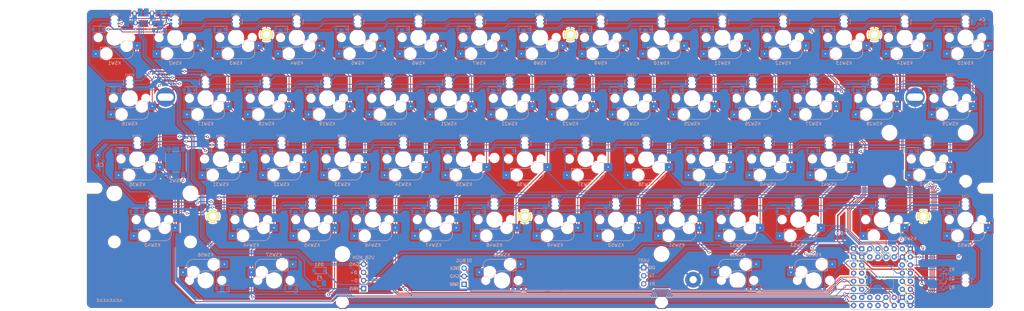
<source format=kicad_pcb>
(kicad_pcb (version 20171130) (host pcbnew "(5.1.9)-1")
  (title_block (title YUIOP60Pi) (date 2021-10-24) (rev 2) (company KaoriYa))
  (layers (0 F.Cu signal) (31 B.Cu signal) (34 B.Paste user) (35 F.Paste user) (36 B.SilkS user) (37 F.SilkS user) (38 B.Mask user) (39 F.Mask user) (44 Edge.Cuts user))
  (net 0 "")
  (net 1 "Net-(D1-Pad2)")
  (net 2 /ROW1)
  (net 3 "Net-(D2-Pad2)")
  (net 4 "Net-(D3-Pad2)")
  (net 5 "Net-(D4-Pad2)")
  (net 6 "Net-(D5-Pad2)")
  (net 7 "Net-(D6-Pad2)")
  (net 8 "Net-(D7-Pad2)")
  (net 9 "Net-(D8-Pad2)")
  (net 10 "Net-(D9-Pad2)")
  (net 11 "Net-(D10-Pad2)")
  (net 12 "Net-(D11-Pad2)")
  (net 13 "Net-(D12-Pad2)")
  (net 14 "Net-(D13-Pad2)")
  (net 15 "Net-(D14-Pad2)")
  (net 16 "Net-(D15-Pad2)")
  (net 17 "Net-(D16-Pad2)")
  (net 18 /ROW2)
  (net 19 "Net-(D17-Pad2)")
  (net 20 "Net-(D18-Pad2)")
  (net 21 "Net-(D19-Pad2)")
  (net 22 "Net-(D20-Pad2)")
  (net 23 "Net-(D21-Pad2)")
  (net 24 "Net-(D22-Pad2)")
  (net 25 "Net-(D23-Pad2)")
  (net 26 "Net-(D24-Pad2)")
  (net 27 "Net-(D25-Pad2)")
  (net 28 "Net-(D26-Pad2)")
  (net 29 "Net-(D27-Pad2)")
  (net 30 "Net-(D28-Pad2)")
  (net 31 "Net-(D29-Pad2)")
  (net 32 "Net-(D30-Pad2)")
  (net 33 /ROW3)
  (net 34 "Net-(D31-Pad2)")
  (net 35 "Net-(D32-Pad2)")
  (net 36 "Net-(D33-Pad2)")
  (net 37 "Net-(D34-Pad2)")
  (net 38 "Net-(D35-Pad2)")
  (net 39 "Net-(D36-Pad2)")
  (net 40 "Net-(D37-Pad2)")
  (net 41 "Net-(D38-Pad2)")
  (net 42 "Net-(D39-Pad2)")
  (net 43 "Net-(D40-Pad2)")
  (net 44 "Net-(D41-Pad2)")
  (net 45 "Net-(D42-Pad2)")
  (net 46 "Net-(D43-Pad2)")
  (net 47 /ROW4)
  (net 48 "Net-(D44-Pad2)")
  (net 49 "Net-(D45-Pad2)")
  (net 50 "Net-(D46-Pad2)")
  (net 51 "Net-(D47-Pad2)")
  (net 52 "Net-(D48-Pad2)")
  (net 53 "Net-(D49-Pad2)")
  (net 54 "Net-(D50-Pad2)")
  (net 55 "Net-(D51-Pad2)")
  (net 56 "Net-(D52-Pad2)")
  (net 57 "Net-(D53-Pad2)")
  (net 58 "Net-(D54-Pad2)")
  (net 59 "Net-(D55-Pad2)")
  (net 60 "Net-(D56-Pad2)")
  (net 61 /ROW5)
  (net 62 "Net-(D57-Pad2)")
  (net 63 "Net-(D58-Pad2)")
  (net 64 "Net-(D59-Pad2)")
  (net 65 "Net-(D60-Pad2)")
  (net 66 /GND)
  (net 67 "Net-(J1-Pad4)")
  (net 68 /USB_D+)
  (net 69 /USB_D-)
  (net 70 /VBUS)
  (net 71 /SWCLK)
  (net 72 /SWDIO)
  (net 73 /GPIO3)
  (net 74 /GPIO2)
  (net 75 /GPIO1)
  (net 76 /GPIO0)
  (net 77 /3V3)
  (net 78 /COL1)
  (net 79 /COL2)
  (net 80 /COL3)
  (net 81 /COL4)
  (net 82 /COL5)
  (net 83 /COL6)
  (net 84 /COL7)
  (net 85 /COL8)
  (net 86 /COL9)
  (net 87 /COL10)
  (net 88 /COL11)
  (net 89 /COL12)
  (net 90 /COL13)
  (net 91 /COL14)
  (net 92 /COL15)
  (net 93 /LED_D_5V)
  (net 94 "Net-(LED1-Pad1)")
  (net 95 "Net-(LED2-Pad1)")
  (net 96 "Net-(LED3-Pad1)")
  (net 97 "Net-(LED4-Pad1)")
  (net 98 "Net-(LED5-Pad1)")
  (net 99 "Net-(LED6-Pad1)")
  (net 100 "Net-(LED7-Pad1)")
  (net 101 "Net-(LED8-Pad1)")
  (net 102 "Net-(LED10-Pad3)")
  (net 103 "Net-(LED10-Pad1)")
  (net 104 "Net-(LED11-Pad1)")
  (net 105 "Net-(LED12-Pad1)")
  (net 106 "Net-(LED13-Pad1)")
  (net 107 "Net-(LED14-Pad1)")
  (net 108 "Net-(LED15-Pad1)")
  (net 109 "Net-(LED16-Pad1)")
  (net 110 "Net-(LED17-Pad1)")
  (net 111 "Net-(LED18-Pad1)")
  (net 112 "Net-(LED19-Pad1)")
  (net 113 "Net-(LED20-Pad1)")
  (net 114 "Net-(LED21-Pad1)")
  (net 115 "Net-(LED22-Pad1)")
  (net 116 "Net-(LED23-Pad1)")
  (net 117 "Net-(LED24-Pad1)")
  (net 118 "Net-(LED25-Pad1)")
  (net 119 "Net-(LED26-Pad1)")
  (net 120 "Net-(LED27-Pad1)")
  (net 121 "Net-(LED28-Pad1)")
  (net 122 "Net-(LED29-Pad1)")
  (net 123 "Net-(LED30-Pad1)")
  (net 124 "Net-(LED31-Pad1)")
  (net 125 "Net-(LED32-Pad1)")
  (net 126 "Net-(LED33-Pad1)")
  (net 127 "Net-(LED34-Pad1)")
  (net 128 "Net-(LED35-Pad1)")
  (net 129 "Net-(LED36-Pad1)")
  (net 130 "Net-(LED37-Pad1)")
  (net 131 "Net-(LED38-Pad1)")
  (net 132 "Net-(LED39-Pad1)")
  (net 133 "Net-(LED40-Pad1)")
  (net 134 "Net-(LED41-Pad1)")
  (net 135 "Net-(LED42-Pad1)")
  (net 136 "Net-(LED43-Pad1)")
  (net 137 "Net-(LED44-Pad1)")
  (net 138 "Net-(LED45-Pad1)")
  (net 139 "Net-(LED46-Pad1)")
  (net 140 "Net-(LED47-Pad1)")
  (net 141 "Net-(LED48-Pad1)")
  (net 142 "Net-(LED49-Pad1)")
  (net 143 "Net-(LED50-Pad1)")
  (net 144 "Net-(LED51-Pad1)")
  (net 145 "Net-(LED52-Pad1)")
  (net 146 "Net-(LED53-Pad1)")
  (net 147 "Net-(LED54-Pad1)")
  (net 148 "Net-(LED55-Pad1)")
  (net 149 "/LED Array/DOUT")
  (net 150 /LED_D_3V3)
  (net 151 /BOOTSEL)
  (net 152 "Net-(U1-Pad44)")
  (net 153 "Net-(U1-Pad43)")
  (net 154 "Net-(U1-Pad42)")
  (net 155 "Net-(U1-Pad34)")
  (net 156 "Net-(U1-Pad33)")
  (net 157 "Net-(U1-Pad32)")
  (net 158 "Net-(U1-Pad31)")
  (net 159 "Net-(U1-Pad30)")
  (net 160 /VCC)
  (net 161 "Net-(DS1-Pad2)")
  (module yuiop:Cherry_MX_Stabilizer (layer F.Cu) (at 91.0562 166.36)
    (fp_text reference STB1 hide)
    (fp_text value Cherry_MX_Stabilizer hide)
    (pad "" np_thru_hole circle (at -11.938 6.985 180) (size 3.048 3.048) (drill 3.048) (layers *.Cu *.Mask))
    (pad "" np_thru_hole circle (at -11.938 -8.255 180) (size 3.9878 3.9878) (drill 3.9878) (layers *.Cu *.Mask))
    (pad "" np_thru_hole circle (at 11.938 -8.255 180) (size 3.9878 3.9878) (drill 3.9878) (layers *.Cu *.Mask))
    (pad "" np_thru_hole circle (at 11.938 6.985 180) (size 3.048 3.048) (drill 3.048) (layers *.Cu *.Mask))
  )
  (module Connector_PinHeader_2.54mm:PinHeader_1x03_P2.54mm_Vertical (layer B.Cu) (at 245 181.428 180)
    (fp_text reference J4 hide)
    (fp_text value UART (at 0 2.286) (layer B.SilkS) (effects (justify mirror)))
    (pad 3 thru_hole oval (at 0 -5.08 180) (size 1.7 1.7) (drill 1) (layers *.Cu *.Mask) (net 75 /GPIO1))
    (pad 2 thru_hole oval (at 0 -2.54 180) (size 1.7 1.7) (drill 1) (layers *.Cu *.Mask) (net 76 /GPIO0))
    (pad 1 thru_hole rect (at 0 0 180) (size 1.7 1.7) (drill 1) (layers *.Cu *.Mask) (net 66 /GND))
  )
  (module yuiop:Cherry_MX_Hotswap_1.0u_v2 (layer F.Cu) (at 83.9125 128.26)
    (fp_text reference KSW16 (at 0 8 180) (layer B.SilkS) (effects (justify mirror)))
    (fp_text value MX_HOTSWAP hide)
    (pad 2 thru_hole circle (at -5.842 5.08) (size 1 1) (drill 0.4) (layers *.Cu *.Mask) (net 17 "Net-(D16-Pad2)"))
    (pad 1 thru_hole circle (at 7.085 2.54) (size 1 1) (drill 0.4) (layers *.Cu *.Mask) (net 78 /COL1))
    (pad "" np_thru_hole circle (at 3.81 2.54 180) (size 3 3) (drill 3) (layers *.Cu *.Mask))
    (pad "" np_thru_hole circle (at -2.54 5.08 180) (size 3 3) (drill 3) (layers *.Cu *.Mask))
    (pad 1 smd rect (at 7.085 2.54) (size 2.55 2.5) (layers B.Cu B.Paste B.Mask) (net 78 /COL1))
    (pad "" np_thru_hole circle (at 0 0 270) (size 4.1 4.1) (drill 4.1) (layers *.Cu *.Mask))
    (pad "" np_thru_hole circle (at -5.08 0 180) (size 1.9 1.9) (drill 1.9) (layers *.Cu *.Mask))
    (pad "" np_thru_hole circle (at 5.08 0 180) (size 1.9 1.9) (drill 1.9) (layers *.Cu *.Mask))
    (pad 2 smd rect (at -5.842 5.08) (size 2.55 2.5) (layers B.Cu B.Paste B.Mask) (net 17 "Net-(D16-Pad2)"))
  )
  (module yuiop:Cherry_MX_Hotswap_1.0u_v2 (layer F.Cu) (at 129.15684 185.41032 180)
    (fp_text reference KSW57 (at 0 8 180) (layer B.SilkS) (effects (justify mirror)))
    (fp_text value MX_HOTSWAP hide)
    (pad 2 thru_hole circle (at -5.842 5.08 180) (size 1 1) (drill 0.4) (layers *.Cu *.Mask) (net 62 "Net-(D57-Pad2)"))
    (pad 1 thru_hole circle (at 7.085 2.54 180) (size 1 1) (drill 0.4) (layers *.Cu *.Mask) (net 80 /COL3))
    (pad "" np_thru_hole circle (at 3.81 2.54) (size 3 3) (drill 3) (layers *.Cu *.Mask))
    (pad "" np_thru_hole circle (at -2.54 5.08) (size 3 3) (drill 3) (layers *.Cu *.Mask))
    (pad 1 smd rect (at 7.085 2.54 180) (size 2.55 2.5) (layers B.Cu B.Paste B.Mask) (net 80 /COL3))
    (pad "" np_thru_hole circle (at 0 0 90) (size 4.1 4.1) (drill 4.1) (layers *.Cu *.Mask))
    (pad "" np_thru_hole circle (at -5.08 0) (size 1.9 1.9) (drill 1.9) (layers *.Cu *.Mask))
    (pad "" np_thru_hole circle (at 5.08 0) (size 1.9 1.9) (drill 1.9) (layers *.Cu *.Mask))
    (pad 2 smd rect (at -5.842 5.08 180) (size 2.55 2.5) (layers B.Cu B.Paste B.Mask) (net 62 "Net-(D57-Pad2)"))
  )
  (module yuiop:Cherry_MX_Hotswap_1.0u_v2 (layer F.Cu) (at 207.738 147.31)
    (fp_text reference KSW36 (at 0 8 180) (layer B.SilkS) (effects (justify mirror)))
    (fp_text value MX_HOTSWAP hide)
    (pad 2 thru_hole circle (at -5.842 5.08) (size 1 1) (drill 0.4) (layers *.Cu *.Mask) (net 39 "Net-(D36-Pad2)"))
    (pad 1 thru_hole circle (at 7.085 2.54) (size 1 1) (drill 0.4) (layers *.Cu *.Mask) (net 84 /COL7))
    (pad "" np_thru_hole circle (at 3.81 2.54 180) (size 3 3) (drill 3) (layers *.Cu *.Mask))
    (pad "" np_thru_hole circle (at -2.54 5.08 180) (size 3 3) (drill 3) (layers *.Cu *.Mask))
    (pad 1 smd rect (at 7.085 2.54) (size 2.55 2.5) (layers B.Cu B.Paste B.Mask) (net 84 /COL7))
    (pad "" np_thru_hole circle (at 0 0 270) (size 4.1 4.1) (drill 4.1) (layers *.Cu *.Mask))
    (pad "" np_thru_hole circle (at -5.08 0 180) (size 1.9 1.9) (drill 1.9) (layers *.Cu *.Mask))
    (pad "" np_thru_hole circle (at 5.08 0 180) (size 1.9 1.9) (drill 1.9) (layers *.Cu *.Mask))
    (pad 2 smd rect (at -5.842 5.08) (size 2.55 2.5) (layers B.Cu B.Paste B.Mask) (net 39 "Net-(D36-Pad2)"))
  )
  (module yuiop:Cherry_MX_Hotswap_1.0u_v2 (layer F.Cu) (at 317.275 128.26)
    (fp_text reference KSW28 (at 0 8 180) (layer B.SilkS) (effects (justify mirror)))
    (fp_text value MX_HOTSWAP hide)
    (pad 2 thru_hole circle (at -5.842 5.08) (size 1 1) (drill 0.4) (layers *.Cu *.Mask) (net 30 "Net-(D28-Pad2)"))
    (pad 1 thru_hole circle (at 7.085 2.54) (size 1 1) (drill 0.4) (layers *.Cu *.Mask) (net 90 /COL13))
    (pad "" np_thru_hole circle (at 3.81 2.54 180) (size 3 3) (drill 3) (layers *.Cu *.Mask))
    (pad "" np_thru_hole circle (at -2.54 5.08 180) (size 3 3) (drill 3) (layers *.Cu *.Mask))
    (pad 1 smd rect (at 7.085 2.54) (size 2.55 2.5) (layers B.Cu B.Paste B.Mask) (net 90 /COL13))
    (pad "" np_thru_hole circle (at 0 0 270) (size 4.1 4.1) (drill 4.1) (layers *.Cu *.Mask))
    (pad "" np_thru_hole circle (at -5.08 0 180) (size 1.9 1.9) (drill 1.9) (layers *.Cu *.Mask))
    (pad "" np_thru_hole circle (at 5.08 0 180) (size 1.9 1.9) (drill 1.9) (layers *.Cu *.Mask))
    (pad 2 smd rect (at -5.842 5.08) (size 2.55 2.5) (layers B.Cu B.Paste B.Mask) (net 30 "Net-(D28-Pad2)"))
  )
  (module yuiop:Cherry_MX_Hotswap_1.0u_v2 (layer F.Cu) (at 274.41328 185.41016 180)
    (fp_text reference KSW59 (at 0 8 180) (layer B.SilkS) (effects (justify mirror)))
    (fp_text value MX_HOTSWAP hide)
    (pad 2 thru_hole circle (at -5.842 5.08 180) (size 1 1) (drill 0.4) (layers *.Cu *.Mask) (net 64 "Net-(D59-Pad2)"))
    (pad 1 thru_hole circle (at 7.085 2.54 180) (size 1 1) (drill 0.4) (layers *.Cu *.Mask) (net 88 /COL11))
    (pad "" np_thru_hole circle (at 3.81 2.54) (size 3 3) (drill 3) (layers *.Cu *.Mask))
    (pad "" np_thru_hole circle (at -2.54 5.08) (size 3 3) (drill 3) (layers *.Cu *.Mask))
    (pad 1 smd rect (at 7.085 2.54 180) (size 2.55 2.5) (layers B.Cu B.Paste B.Mask) (net 88 /COL11))
    (pad "" np_thru_hole circle (at 0 0 90) (size 4.1 4.1) (drill 4.1) (layers *.Cu *.Mask))
    (pad "" np_thru_hole circle (at -5.08 0) (size 1.9 1.9) (drill 1.9) (layers *.Cu *.Mask))
    (pad "" np_thru_hole circle (at 5.08 0) (size 1.9 1.9) (drill 1.9) (layers *.Cu *.Mask))
    (pad 2 smd rect (at -5.842 5.08 180) (size 2.55 2.5) (layers B.Cu B.Paste B.Mask) (net 64 "Net-(D59-Pad2)"))
  )
  (module Capacitor_SMD:C_0603_1608Metric_Pad1.08x0.95mm_HandSolder (layer B.Cu) (at 351.051 104.826)
    (fp_text reference C4 (at 0 -1.27) (layer B.SilkS) (effects (justify mirror)))
    (fp_text value 10u)
    (pad 2 smd roundrect (at 0.8625 0) (size 1.075 0.95) (layers B.Cu B.Paste B.Mask) (net 66 /GND))
    (pad 1 smd roundrect (at -0.8625 0) (size 1.075 0.95) (layers B.Cu B.Paste B.Mask) (net 160 /VCC))
  )
  (module Capacitor_SMD:C_0603_1608Metric_Pad1.08x0.95mm_HandSolder (layer B.Cu) (at 74.75 147.95 180)
    (fp_text reference C3 (at 0 -1.27) (layer B.SilkS) (effects (justify mirror)))
    (fp_text value 10u)
    (pad 2 smd roundrect (at 0.8625 0 180) (size 1.075 0.95) (layers B.Cu B.Paste B.Mask) (net 66 /GND))
    (pad 1 smd roundrect (at -0.8625 0 180) (size 1.075 0.95) (layers B.Cu B.Paste B.Mask) (net 160 /VCC))
  )
  (module Connector_PinHeader_2.54mm:PinHeader_1x04_P2.54mm_Vertical (layer B.Cu) (at 157.222 188)
    (fp_text reference J2)
    (fp_text value USB_MON (at 0 -9.779) (layer B.SilkS) (effects (justify mirror)))
    (pad 1 thru_hole rect (at 0 0) (size 1.7 1.7) (drill 1) (layers *.Cu *.Mask) (net 70 /VBUS))
    (pad 2 thru_hole oval (at 0 -2.54) (size 1.7 1.7) (drill 1) (layers *.Cu *.Mask) (net 69 /USB_D-))
    (pad 3 thru_hole oval (at 0 -5.08) (size 1.7 1.7) (drill 1) (layers *.Cu *.Mask) (net 68 /USB_D+))
    (pad 4 thru_hole oval (at 0 -7.62) (size 1.7 1.7) (drill 1) (layers *.Cu *.Mask) (net 66 /GND))
  )
  (module yuiop:PGA2040 (layer B.Cu) (at 319.675 184.41 270)
    (fp_text reference U1 (at 0 0.01) (layer F.SilkS) (effects (font (size 1.5 1.5) (thickness 0.2))))
    (fp_text value PGA2040 hide)
    (fp_text user M (at -7.62 -2.54 90) (layer F.SilkS) (effects (font (size 0.8 1.5) (thickness 0.2))))
    (fp_text user O (at -7.62 0 90) (layer F.SilkS) (effects (font (size 0.8 1.5) (thickness 0.2))))
    (fp_text user C (at -7.62 2.54 90) (layer F.SilkS) (effects (font (size 0.8 1.5) (thickness 0.2))))
    (fp_text user . (at -7.62 5.4 90) (layer F.SilkS) (effects (font (size 0.8 1.5) (thickness 0.2))))
    (fp_text user 0 (at -7.62 -7.62 90) (layer F.SilkS) (effects (font (size 0.8 1.5) (thickness 0.2))))
    (fp_text user 4 (at -5.08 -7.62 90) (layer F.SilkS) (effects (font (size 0.8 1.5) (thickness 0.2))))
    (fp_text user 0 (at -2.54 -7.62 90) (layer F.SilkS) (effects (font (size 0.8 1.5) (thickness 0.2))))
    (fp_text user 2 (at 0 -7.62 90) (layer F.SilkS) (effects (font (size 0.8 1.5) (thickness 0.2))))
    (fp_text user A (at 2.54 -7.62 90) (layer F.SilkS) (effects (font (size 0.8 1.5) (thickness 0.2))))
    (fp_text user G (at 5.08 -7.62 90) (layer F.SilkS) (effects (font (size 0.8 1.5) (thickness 0.2))))
    (fp_text user P (at 7.62 -7.62 90) (layer F.SilkS) (effects (font (size 0.8 1.5) (thickness 0.2))))
    (fp_text user I (at -5.08 5.08 90) (layer F.SilkS) (effects (font (size 0.8 1.5) (thickness 0.2))))
    (fp_text user N (at -2.54 5.08 90) (layer F.SilkS) (effects (font (size 0.8 1.5) (thickness 0.2))))
    (fp_text user O (at 0 5.08 90) (layer F.SilkS) (effects (font (size 0.8 1.5) (thickness 0.2))))
    (fp_text user R (at 2.54 5.08 90) (layer F.SilkS) (effects (font (size 0.8 1.5) (thickness 0.2))))
    (fp_text user O (at -5.08 7.62 90) (layer F.SilkS) (effects (font (size 0.8 1.5) (thickness 0.2))))
    (fp_text user M (at -2.54 7.62 90) (layer F.SilkS) (effects (font (size 0.8 1.5) (thickness 0.2))))
    (fp_text user I (at 0 7.62 90) (layer F.SilkS) (effects (font (size 0.8 1.5) (thickness 0.2))))
    (fp_text user P (at 2.54 7.62 90) (layer F.SilkS) (effects (font (size 0.8 1.5) (thickness 0.2))))
    (pad 48 thru_hole circle (at -8.89 8.89 270) (size 1.7 1.7) (drill 0.85) (layers *.Cu *.Mask) (net 66 /GND))
    (pad 47 thru_hole circle (at -6.35 6.35 270) (size 1.7 1.7) (drill 0.85) (layers *.Cu *.Mask) (net 66 /GND))
    (pad 46 thru_hole circle (at -6.35 8.89 270) (size 1.7 1.7) (drill 0.85) (layers *.Cu *.Mask) (net 160 /VCC))
    (pad 45 thru_hole circle (at -3.81 6.35 270) (size 1.7 1.7) (drill 0.85) (layers *.Cu *.Mask) (net 77 /3V3))
    (pad 44 thru_hole circle (at -3.81 8.89 270) (size 1.7 1.7) (drill 0.85) (layers *.Cu *.Mask) (net 152 "Net-(U1-Pad44)"))
    (pad 43 thru_hole circle (at -1.27 6.35 270) (size 1.7 1.7) (drill 0.85) (layers *.Cu *.Mask) (net 153 "Net-(U1-Pad43)"))
    (pad 42 thru_hole circle (at -1.27 8.89 270) (size 1.7 1.7) (drill 0.85) (layers *.Cu *.Mask) (net 154 "Net-(U1-Pad42)"))
    (pad 41 thru_hole circle (at 1.27 6.35 270) (size 1.7 1.7) (drill 0.85) (layers *.Cu *.Mask) (net 71 /SWCLK))
    (pad 40 thru_hole circle (at 1.27 8.89 270) (size 1.7 1.7) (drill 0.85) (layers *.Cu *.Mask) (net 68 /USB_D+))
    (pad 39 thru_hole circle (at 3.81 6.35 270) (size 1.7 1.7) (drill 0.85) (layers *.Cu *.Mask) (net 72 /SWDIO))
    (pad 38 thru_hole circle (at 3.81 8.89 270) (size 1.7 1.7) (drill 0.85) (layers *.Cu *.Mask) (net 69 /USB_D-))
    (pad 37 thru_hole circle (at 6.35 8.89 270) (size 1.7 1.7) (drill 0.85) (layers *.Cu *.Mask) (net 151 /BOOTSEL))
    (pad 36 thru_hole circle (at 8.89 8.89 270) (size 1.7 1.7) (drill 0.85) (layers *.Cu *.Mask) (net 66 /GND))
    (pad 35 thru_hole circle (at 6.35 6.35 270) (size 1.7 1.7) (drill 0.85) (layers *.Cu *.Mask) (net 66 /GND))
    (pad 34 thru_hole circle (at 8.89 6.35 270) (size 1.7 1.7) (drill 0.85) (layers *.Cu *.Mask) (net 155 "Net-(U1-Pad34)"))
    (pad 33 thru_hole circle (at 6.35 3.81 270) (size 1.7 1.7) (drill 0.85) (layers *.Cu *.Mask) (net 156 "Net-(U1-Pad33)"))
    (pad 32 thru_hole circle (at 8.89 3.81 270) (size 1.7 1.7) (drill 0.85) (layers *.Cu *.Mask) (net 157 "Net-(U1-Pad32)"))
    (pad 31 thru_hole circle (at 6.35 1.27 270) (size 1.7 1.7) (drill 0.85) (layers *.Cu *.Mask) (net 158 "Net-(U1-Pad31)"))
    (pad 30 thru_hole circle (at 8.89 1.27 270) (size 1.7 1.7) (drill 0.85) (layers *.Cu *.Mask) (net 159 "Net-(U1-Pad30)"))
    (pad 29 thru_hole circle (at 6.35 -1.27 270) (size 1.7 1.7) (drill 0.85) (layers *.Cu *.Mask) (net 78 /COL1))
    (pad 28 thru_hole circle (at 8.89 -1.27 270) (size 1.7 1.7) (drill 0.85) (layers *.Cu *.Mask) (net 79 /COL2))
    (pad 27 thru_hole circle (at 6.35 -3.81 270) (size 1.7 1.7) (drill 0.85) (layers *.Cu *.Mask) (net 80 /COL3))
    (pad 26 thru_hole circle (at 8.89 -3.81 270) (size 1.7 1.7) (drill 0.85) (layers *.Cu *.Mask) (net 81 /COL4))
    (pad 25 thru_hole circle (at 8.89 -6.35 270) (size 1.7 1.7) (drill 0.85) (layers *.Cu *.Mask) (net 82 /COL5))
    (pad 24 thru_hole circle (at 8.89 -8.89 270) (size 1.7 1.7) (drill 0.85) (layers *.Cu *.Mask) (net 66 /GND))
    (pad 23 thru_hole circle (at 6.35 -6.35 270) (size 1.7 1.7) (drill 0.85) (layers *.Cu *.Mask) (net 66 /GND))
    (pad 22 thru_hole circle (at 6.35 -8.89 270) (size 1.7 1.7) (drill 0.85) (layers *.Cu *.Mask) (net 83 /COL6))
    (pad 21 thru_hole circle (at 3.81 -6.35 270) (size 1.7 1.7) (drill 0.85) (layers *.Cu *.Mask) (net 84 /COL7))
    (pad 20 thru_hole circle (at 3.81 -8.89 270) (size 1.7 1.7) (drill 0.85) (layers *.Cu *.Mask) (net 85 /COL8))
    (pad 19 thru_hole circle (at 1.27 -6.35 270) (size 1.7 1.7) (drill 0.85) (layers *.Cu *.Mask) (net 86 /COL9))
    (pad 18 thru_hole circle (at 1.27 -8.89 270) (size 1.7 1.7) (drill 0.85) (layers *.Cu *.Mask) (net 87 /COL10))
    (pad 17 thru_hole circle (at -1.27 -6.35 270) (size 1.7 1.7) (drill 0.85) (layers *.Cu *.Mask) (net 88 /COL11))
    (pad 16 thru_hole circle (at -1.27 -8.89 270) (size 1.7 1.7) (drill 0.85) (layers *.Cu *.Mask) (net 89 /COL12))
    (pad 15 thru_hole circle (at -3.81 -6.35 270) (size 1.7 1.7) (drill 0.85) (layers *.Cu *.Mask) (net 90 /COL13))
    (pad 14 thru_hole circle (at -3.81 -8.89 270) (size 1.7 1.7) (drill 0.85) (layers *.Cu *.Mask) (net 91 /COL14))
    (pad 13 thru_hole circle (at -6.35 -8.89 270) (size 1.7 1.7) (drill 0.85) (layers *.Cu *.Mask) (net 92 /COL15))
    (pad 12 thru_hole circle (at -8.89 -8.89 270) (size 1.7 1.7) (drill 0.85) (layers *.Cu *.Mask) (net 66 /GND))
    (pad 11 thru_hole circle (at -6.35 -6.35 270) (size 1.7 1.7) (drill 0.85) (layers *.Cu *.Mask) (net 66 /GND))
    (pad 10 thru_hole circle (at -8.89 -6.35 270) (size 1.7 1.7) (drill 0.85) (layers *.Cu *.Mask) (net 150 /LED_D_3V3))
    (pad 9 thru_hole circle (at -6.35 -3.81 270) (size 1.7 1.7) (drill 0.85) (layers *.Cu *.Mask) (net 2 /ROW1))
    (pad 8 thru_hole circle (at -8.89 -3.81 270) (size 1.7 1.7) (drill 0.85) (layers *.Cu *.Mask) (net 18 /ROW2))
    (pad 7 thru_hole circle (at -6.35 -1.27 270) (size 1.7 1.7) (drill 0.85) (layers *.Cu *.Mask) (net 33 /ROW3))
    (pad 6 thru_hole circle (at -8.89 -1.27 270) (size 1.7 1.7) (drill 0.85) (layers *.Cu *.Mask) (net 47 /ROW4))
    (pad 5 thru_hole circle (at -6.35 1.27 270) (size 1.7 1.7) (drill 0.85) (layers *.Cu *.Mask) (net 61 /ROW5))
    (pad 4 thru_hole circle (at -8.89 1.27 270) (size 1.7 1.7) (drill 0.85) (layers *.Cu *.Mask) (net 73 /GPIO3))
    (pad 3 thru_hole circle (at -6.35 3.81 270) (size 1.7 1.7) (drill 0.85) (layers *.Cu *.Mask) (net 74 /GPIO2))
    (pad 2 thru_hole circle (at -8.89 3.81 270) (size 1.7 1.7) (drill 0.85) (layers *.Cu *.Mask) (net 75 /GPIO1))
    (pad 1 thru_hole roundrect (at -8.89 6.35 270) (size 1.7 1.7) (drill 0.85) (layers *.Cu *.Mask) (net 76 /GPIO0))
  )
  (module Fuse:Fuse_1206_3216Metric_Pad1.42x1.75mm_HandSolder (layer B.Cu) (at 143.279 186.378 180)
    (fp_text reference F1 (at 0 1.82) (layer B.SilkS) (effects (justify mirror)))
    (fp_text value Fuse)
    (pad 2 smd roundrect (at 1.4875 0 180) (size 1.425 1.75) (layers B.Cu B.Paste B.Mask) (roundrect_rratio 0.1754385964912281) (net 70 /VBUS))
    (pad 1 smd roundrect (at -1.4875 0 180) (size 1.425 1.75) (layers B.Cu B.Paste B.Mask) (roundrect_rratio 0.1754385964912281) (net 161 "Net-(DS1-Pad2)"))
  )
  (module Diode_SMD:D_SOD-123 (layer B.Cu) (at 143.279 182.314 180)
    (fp_text reference DS1 (at 0 1.9) (layer B.SilkS) (effects (justify mirror)))
    (fp_text value D_Schottky)
    (pad 2 smd rect (at 1.65 0 180) (size 0.9 1.2) (layers B.Cu B.Paste B.Mask) (net 161 "Net-(DS1-Pad2)"))
    (pad 1 smd rect (at -1.65 0 180) (size 0.9 1.2) (layers B.Cu B.Paste B.Mask) (net 160 /VCC))
  )
  (module Capacitor_SMD:C_0603_1608Metric_Pad1.08x0.95mm_HandSolder (layer B.Cu) (at 94.5375 102.921 180)
    (fp_text reference C2 (at 0 1.43) (layer B.SilkS) (effects (justify mirror)))
    (fp_text value 10u)
    (pad 2 smd roundrect (at 0.8625 0 180) (size 1.075 0.95) (layers B.Cu B.Paste B.Mask) (net 66 /GND))
    (pad 1 smd roundrect (at -0.8625 0 180) (size 1.075 0.95) (layers B.Cu B.Paste B.Mask) (net 160 /VCC))
  )
  (module Capacitor_SMD:C_0603_1608Metric_Pad1.08x0.95mm_HandSolder (layer B.Cu) (at 306.6 172)
    (fp_text reference C1 (at 0 -1.397) (layer B.SilkS) (effects (justify mirror)))
    (fp_text value 10u)
    (pad 2 smd roundrect (at 0.8625 0) (size 1.075 0.95) (layers B.Cu B.Paste B.Mask) (net 66 /GND))
    (pad 1 smd roundrect (at -0.8625 0) (size 1.075 0.95) (layers B.Cu B.Paste B.Mask) (net 160 /VCC))
  )
  (module yuiop:Hole_2.2_4 (layer F.Cu) (at 332.65 165.3 180)
    (fp_text reference HOLE12 hide)
    (fp_text value Hole_2.2_4 hide)
    (pad "" thru_hole circle (at 0 0 180) (size 4 4) (drill 2.2) (layers *.Cu *.Mask F.SilkS) (net 66 /GND))
  )
  (module yuiop:Hole_2.2_4 (layer F.Cu) (at 110 165.3 180)
    (fp_text reference HOLE10 hide)
    (fp_text value Hole_2.2_4 hide)
    (pad "" thru_hole circle (at 0 0 180) (size 4 4) (drill 2.2) (layers *.Cu *.Mask F.SilkS) (net 66 /GND))
  )
  (module yuiop:Hole_2.2_4 (layer F.Cu) (at 207.738 165.4 180)
    (fp_text reference HOLE11 hide)
    (fp_text value Hole_2.2_4 hide)
    (pad "" thru_hole circle (at 0 0 180) (size 4 4) (drill 2.2) (layers *.Cu *.Mask F.SilkS) (net 66 /GND))
  )
  (module yuiop:Hole_2.2_4 (layer F.Cu) (at 317.275 108.3 180)
    (fp_text reference HOLE9 hide)
    (fp_text value Hole_2.2_4 hide)
    (pad "" thru_hole circle (at 0 0 180) (size 4 4) (drill 2.2) (layers *.Cu *.Mask F.SilkS) (net 66 /GND))
  )
  (module yuiop:Hole_2.2_4 (layer F.Cu) (at 222.025 108.31 180)
    (fp_text reference HOLE8 hide)
    (fp_text value Hole_2.2_4 hide)
    (pad "" thru_hole circle (at 0 0 180) (size 4 4) (drill 2.2) (layers *.Cu *.Mask F.SilkS) (net 66 /GND))
  )
  (module yuiop:Hole_2.2_4 (layer F.Cu) (at 126.775 108.3 180)
    (fp_text reference HOLE7 hide)
    (fp_text value Hole_2.2_4 hide)
    (pad "" thru_hole circle (at 0 0 180) (size 4 4) (drill 2.2) (layers *.Cu *.Mask F.SilkS) (net 66 /GND))
  )
  (module yuiop:Hole_7x2.5_10x5 (layer F.Cu) (at 353.54 156.5)
    (fp_text reference HOLE6 hide)
    (fp_text value Hole_7x2.5 hide)
    (pad "" np_thru_hole oval (at 0 0) (size 7 2.5) (drill oval 7 2.5) (layers *.Cu *.Mask))
  )
  (module yuiop:Hole_7x2.5_10x5 (layer F.Cu) (at 71.46 156.5)
    (fp_text reference HOLE5 hide)
    (fp_text value Hole_7x2.5 hide)
    (pad "" np_thru_hole oval (at 0 0) (size 7 2.5) (drill oval 7 2.5) (layers *.Cu *.Mask))
  )
  (module yuiop:Hole_5x2.5_7 (layer F.Cu) (at 260.5 185.2)
    (fp_text reference HOLE4 hide)
    (fp_text value Hole_5x2.3_6 hide)
    (pad "" thru_hole circle (at 0 0) (size 5 5) (drill 2.3) (layers *.Cu *.Mask) (net 66 /GND))
  )
  (module yuiop:Hole_5x2.5_7 (layer F.Cu) (at 198.2 147)
    (fp_text reference HOLE3 hide)
    (fp_text value Hole_2.3 hide)
    (pad "" np_thru_hole circle (at 0 0) (size 2.2 2.2) (drill 2.2) (layers *.Cu *.Mask))
  )
  (module yuiop:Hole_5x2.5_7 (layer F.Cu) (at 330.05 127.91)
    (fp_text reference HOLE2 hide)
    (fp_text value Hole_5x2.3_6 hide)
    (pad "" thru_hole circle (at 0 0) (size 6 6) (drill oval 5 2.3) (layers *.Cu *.Mask) (net 66 /GND))
  )
  (module yuiop:Hole_5x2.5_7 (layer F.Cu) (at 95.2 127.9)
    (fp_text reference HOLE1 hide)
    (fp_text value Hole_5x2.3_6 hide)
    (pad "" thru_hole circle (at 0 0) (size 6 6) (drill oval 5 2.3) (layers *.Cu *.Mask) (net 66 /GND))
  )
  (module yuiop:Cherry_MX_Stabilizer_6.25u (layer F.Cu) (at 200.594 185.41)
    (fp_text reference STB2 hide)
    (fp_text value Cherry_MX_Stabilizer_6.25u hide)
    (pad "" np_thru_hole circle (at -50 -8.255 180) (size 3.9878 3.9878) (drill 3.9878) (layers *.Cu *.Mask))
    (pad "" np_thru_hole circle (at 50 6.985 180) (size 3.048 3.048) (drill 3.048) (layers *.Cu *.Mask))
    (pad "" np_thru_hole circle (at 50 -8.255 180) (size 3.9878 3.9878) (drill 3.9878) (layers *.Cu *.Mask))
    (pad "" np_thru_hole circle (at -50 6.985 180) (size 3.048 3.048) (drill 3.048) (layers *.Cu *.Mask))
  )
  (module yuiop:Cherry_MX_Stabilizer (layer F.Cu) (at 333.944 147.31)
    (fp_text reference STB3 hide)
    (fp_text value Cherry_MX_Stabilizer hide)
    (pad "" np_thru_hole circle (at -11.938 6.985 180) (size 3.048 3.048) (drill 3.048) (layers *.Cu *.Mask))
    (pad "" np_thru_hole circle (at -11.938 -8.255 180) (size 3.9878 3.9878) (drill 3.9878) (layers *.Cu *.Mask))
    (pad "" np_thru_hole circle (at 11.938 -8.255 180) (size 3.9878 3.9878) (drill 3.9878) (layers *.Cu *.Mask))
    (pad "" np_thru_hole circle (at 11.938 6.985 180) (size 3.048 3.048) (drill 3.048) (layers *.Cu *.Mask))
  )
  (module Button_Switch_SMD:SW_Push_1P1T_NO_6x6mm_H9.5mm (layer B.Cu) (at 98.4 148.2 90)
    (fp_text reference RSW1 (at -5.92516 -0.025 180) (layer B.SilkS) (effects (justify mirror)))
    (fp_text value RESET)
    (pad 2 smd rect (at 3.975 -2.25 90) (size 1.55 1.3) (layers B.Cu B.Paste B.Mask) (net 66 /GND))
    (pad 1 smd rect (at 3.975 2.25 90) (size 1.55 1.3) (layers B.Cu B.Paste B.Mask) (net 151 /BOOTSEL))
    (pad 1 smd rect (at -3.975 2.25 90) (size 1.55 1.3) (layers B.Cu B.Paste B.Mask) (net 151 /BOOTSEL))
    (pad 2 smd rect (at -3.975 -2.25 90) (size 1.55 1.3) (layers B.Cu B.Paste B.Mask) (net 66 /GND))
  )
  (module Resistor_SMD:R_0603_1608Metric_Pad0.98x0.95mm_HandSolder (layer B.Cu) (at 338.929 187.7 180)
    (fp_text reference R2 (at -2.571 0) (layer B.SilkS) (effects (justify mirror)))
    (fp_text value 10K)
    (pad 2 smd roundrect (at 0.9125 0 180) (size 0.975 0.95) (layers B.Cu B.Paste B.Mask) (net 93 /LED_D_5V))
    (pad 1 smd roundrect (at -0.9125 0 180) (size 0.975 0.95) (layers B.Cu B.Paste B.Mask) (net 160 /VCC))
  )
  (module Resistor_SMD:R_0603_1608Metric_Pad0.98x0.95mm_HandSolder (layer B.Cu) (at 338.929 182 180)
    (fp_text reference R1 (at -2.54 0) (layer B.SilkS) (effects (justify mirror)))
    (fp_text value 10K)
    (pad 2 smd roundrect (at 0.9125 0 180) (size 0.975 0.95) (layers B.Cu B.Paste B.Mask) (net 150 /LED_D_3V3))
    (pad 1 smd roundrect (at -0.9125 0 180) (size 0.975 0.95) (layers B.Cu B.Paste B.Mask) (net 77 /3V3))
  )
  (module Package_TO_SOT_SMD:SOT-23 (layer B.Cu) (at 338.929 184.845)
    (fp_text reference Q1 (at 2.54 0) (layer B.SilkS) (effects (justify mirror)))
    (fp_text value BSS138)
    (pad 3 smd rect (at 1 0) (size 0.9 0.8) (layers B.Cu B.Paste B.Mask) (net 93 /LED_D_5V))
    (pad 2 smd rect (at -1 -0.95) (size 0.9 0.8) (layers B.Cu B.Paste B.Mask) (net 150 /LED_D_3V3))
    (pad 1 smd rect (at -1 0.95) (size 0.9 0.8) (layers B.Cu B.Paste B.Mask) (net 77 /3V3))
  )
  (module yuiop:LED_WS2812C-2020_BackMount_v2 (layer F.Cu) (at 345.85 104.25 180)
    (fp_text reference LED56 (at 0 2.3 180) (layer B.SilkS) (effects (font (size 0.66 0.66) (thickness 0.1)) (justify mirror)))
    (fp_text value WS2812C-2020)
    (pad "" np_thru_hole oval (at 0 0 180) (size 1.5 3.15) (drill oval 1.5 3.15) (layers *.Cu *.Mask))
    (pad 3 smd rect (at 1.25 0.55) (size 0.6 0.7) (layers B.Cu B.Paste B.Mask) (net 148 "Net-(LED55-Pad1)"))
    (pad 4 smd rect (at 1.25 -0.55) (size 0.6 0.7) (layers B.Cu B.Paste B.Mask) (net 160 /VCC))
    (pad 1 smd rect (at -1.25 -0.55) (size 0.6 0.7) (layers B.Cu B.Paste B.Mask) (net 149 "/LED Array/DOUT"))
    (pad 2 smd rect (at -1.25 0.55) (size 0.6 0.7) (layers B.Cu B.Paste B.Mask) (net 66 /GND))
  )
  (module yuiop:LED_WS2812C-2020_BackMount_v2 (layer F.Cu) (at 326.8 104.25 180)
    (fp_text reference LED55 (at 0 2.3 180) (layer B.SilkS) (effects (font (size 0.66 0.66) (thickness 0.1)) (justify mirror)))
    (fp_text value WS2812C-2020)
    (pad "" np_thru_hole oval (at 0 0 180) (size 1.5 3.15) (drill oval 1.5 3.15) (layers *.Cu *.Mask))
    (pad 3 smd rect (at 1.25 0.55) (size 0.6 0.7) (layers B.Cu B.Paste B.Mask) (net 147 "Net-(LED54-Pad1)"))
    (pad 4 smd rect (at 1.25 -0.55) (size 0.6 0.7) (layers B.Cu B.Paste B.Mask) (net 160 /VCC))
    (pad 1 smd rect (at -1.25 -0.55) (size 0.6 0.7) (layers B.Cu B.Paste B.Mask) (net 148 "Net-(LED55-Pad1)"))
    (pad 2 smd rect (at -1.25 0.55) (size 0.6 0.7) (layers B.Cu B.Paste B.Mask) (net 66 /GND))
  )
  (module yuiop:LED_WS2812C-2020_BackMount_v2 (layer F.Cu) (at 307.75 104.25 180)
    (fp_text reference LED54 (at 0 2.3 180) (layer B.SilkS) (effects (font (size 0.66 0.66) (thickness 0.1)) (justify mirror)))
    (fp_text value WS2812C-2020)
    (pad "" np_thru_hole oval (at 0 0 180) (size 1.5 3.15) (drill oval 1.5 3.15) (layers *.Cu *.Mask))
    (pad 3 smd rect (at 1.25 0.55) (size 0.6 0.7) (layers B.Cu B.Paste B.Mask) (net 146 "Net-(LED53-Pad1)"))
    (pad 4 smd rect (at 1.25 -0.55) (size 0.6 0.7) (layers B.Cu B.Paste B.Mask) (net 160 /VCC))
    (pad 1 smd rect (at -1.25 -0.55) (size 0.6 0.7) (layers B.Cu B.Paste B.Mask) (net 147 "Net-(LED54-Pad1)"))
    (pad 2 smd rect (at -1.25 0.55) (size 0.6 0.7) (layers B.Cu B.Paste B.Mask) (net 66 /GND))
  )
  (module yuiop:LED_WS2812C-2020_BackMount_v2 (layer F.Cu) (at 288.7 104.25 180)
    (fp_text reference LED53 (at 0 2.3 180) (layer B.SilkS) (effects (font (size 0.66 0.66) (thickness 0.1)) (justify mirror)))
    (fp_text value WS2812C-2020)
    (pad "" np_thru_hole oval (at 0 0 180) (size 1.5 3.15) (drill oval 1.5 3.15) (layers *.Cu *.Mask))
    (pad 3 smd rect (at 1.25 0.55) (size 0.6 0.7) (layers B.Cu B.Paste B.Mask) (net 145 "Net-(LED52-Pad1)"))
    (pad 4 smd rect (at 1.25 -0.55) (size 0.6 0.7) (layers B.Cu B.Paste B.Mask) (net 160 /VCC))
    (pad 1 smd rect (at -1.25 -0.55) (size 0.6 0.7) (layers B.Cu B.Paste B.Mask) (net 146 "Net-(LED53-Pad1)"))
    (pad 2 smd rect (at -1.25 0.55) (size 0.6 0.7) (layers B.Cu B.Paste B.Mask) (net 66 /GND))
  )
  (module yuiop:LED_WS2812C-2020_BackMount_v2 (layer F.Cu) (at 269.65 104.25 180)
    (fp_text reference LED52 (at 0 2.3 180) (layer B.SilkS) (effects (font (size 0.66 0.66) (thickness 0.1)) (justify mirror)))
    (fp_text value WS2812C-2020)
    (pad "" np_thru_hole oval (at 0 0 180) (size 1.5 3.15) (drill oval 1.5 3.15) (layers *.Cu *.Mask))
    (pad 3 smd rect (at 1.25 0.55) (size 0.6 0.7) (layers B.Cu B.Paste B.Mask) (net 144 "Net-(LED51-Pad1)"))
    (pad 4 smd rect (at 1.25 -0.55) (size 0.6 0.7) (layers B.Cu B.Paste B.Mask) (net 160 /VCC))
    (pad 1 smd rect (at -1.25 -0.55) (size 0.6 0.7) (layers B.Cu B.Paste B.Mask) (net 145 "Net-(LED52-Pad1)"))
    (pad 2 smd rect (at -1.25 0.55) (size 0.6 0.7) (layers B.Cu B.Paste B.Mask) (net 66 /GND))
  )
  (module yuiop:LED_WS2812C-2020_BackMount_v2 (layer F.Cu) (at 250.6 104.25 180)
    (fp_text reference LED51 (at 0 2.3 180) (layer B.SilkS) (effects (font (size 0.66 0.66) (thickness 0.1)) (justify mirror)))
    (fp_text value WS2812C-2020)
    (pad "" np_thru_hole oval (at 0 0 180) (size 1.5 3.15) (drill oval 1.5 3.15) (layers *.Cu *.Mask))
    (pad 3 smd rect (at 1.25 0.55) (size 0.6 0.7) (layers B.Cu B.Paste B.Mask) (net 143 "Net-(LED50-Pad1)"))
    (pad 4 smd rect (at 1.25 -0.55) (size 0.6 0.7) (layers B.Cu B.Paste B.Mask) (net 160 /VCC))
    (pad 1 smd rect (at -1.25 -0.55) (size 0.6 0.7) (layers B.Cu B.Paste B.Mask) (net 144 "Net-(LED51-Pad1)"))
    (pad 2 smd rect (at -1.25 0.55) (size 0.6 0.7) (layers B.Cu B.Paste B.Mask) (net 66 /GND))
  )
  (module yuiop:LED_WS2812C-2020_BackMount_v2 (layer F.Cu) (at 231.55 104.25 180)
    (fp_text reference LED50 (at 0 2.3 180) (layer B.SilkS) (effects (font (size 0.66 0.66) (thickness 0.1)) (justify mirror)))
    (fp_text value WS2812C-2020)
    (pad "" np_thru_hole oval (at 0 0 180) (size 1.5 3.15) (drill oval 1.5 3.15) (layers *.Cu *.Mask))
    (pad 3 smd rect (at 1.25 0.55) (size 0.6 0.7) (layers B.Cu B.Paste B.Mask) (net 142 "Net-(LED49-Pad1)"))
    (pad 4 smd rect (at 1.25 -0.55) (size 0.6 0.7) (layers B.Cu B.Paste B.Mask) (net 160 /VCC))
    (pad 1 smd rect (at -1.25 -0.55) (size 0.6 0.7) (layers B.Cu B.Paste B.Mask) (net 143 "Net-(LED50-Pad1)"))
    (pad 2 smd rect (at -1.25 0.55) (size 0.6 0.7) (layers B.Cu B.Paste B.Mask) (net 66 /GND))
  )
  (module yuiop:LED_WS2812C-2020_BackMount_v2 (layer F.Cu) (at 212.5 104.25 180)
    (fp_text reference LED49 (at 0 2.3 180) (layer B.SilkS) (effects (font (size 0.66 0.66) (thickness 0.1)) (justify mirror)))
    (fp_text value WS2812C-2020)
    (pad "" np_thru_hole oval (at 0 0 180) (size 1.5 3.15) (drill oval 1.5 3.15) (layers *.Cu *.Mask))
    (pad 3 smd rect (at 1.25 0.55) (size 0.6 0.7) (layers B.Cu B.Paste B.Mask) (net 141 "Net-(LED48-Pad1)"))
    (pad 4 smd rect (at 1.25 -0.55) (size 0.6 0.7) (layers B.Cu B.Paste B.Mask) (net 160 /VCC))
    (pad 1 smd rect (at -1.25 -0.55) (size 0.6 0.7) (layers B.Cu B.Paste B.Mask) (net 142 "Net-(LED49-Pad1)"))
    (pad 2 smd rect (at -1.25 0.55) (size 0.6 0.7) (layers B.Cu B.Paste B.Mask) (net 66 /GND))
  )
  (module yuiop:LED_WS2812C-2020_BackMount_v2 (layer F.Cu) (at 193.45 104.25 180)
    (fp_text reference LED48 (at 0 2.3 180) (layer B.SilkS) (effects (font (size 0.66 0.66) (thickness 0.1)) (justify mirror)))
    (fp_text value WS2812C-2020)
    (pad "" np_thru_hole oval (at 0 0 180) (size 1.5 3.15) (drill oval 1.5 3.15) (layers *.Cu *.Mask))
    (pad 3 smd rect (at 1.25 0.55) (size 0.6 0.7) (layers B.Cu B.Paste B.Mask) (net 140 "Net-(LED47-Pad1)"))
    (pad 4 smd rect (at 1.25 -0.55) (size 0.6 0.7) (layers B.Cu B.Paste B.Mask) (net 160 /VCC))
    (pad 1 smd rect (at -1.25 -0.55) (size 0.6 0.7) (layers B.Cu B.Paste B.Mask) (net 141 "Net-(LED48-Pad1)"))
    (pad 2 smd rect (at -1.25 0.55) (size 0.6 0.7) (layers B.Cu B.Paste B.Mask) (net 66 /GND))
  )
  (module yuiop:LED_WS2812C-2020_BackMount_v2 (layer F.Cu) (at 174.4 104.25 180)
    (fp_text reference LED47 (at 0 2.3 180) (layer B.SilkS) (effects (font (size 0.66 0.66) (thickness 0.1)) (justify mirror)))
    (fp_text value WS2812C-2020)
    (pad "" np_thru_hole oval (at 0 0 180) (size 1.5 3.15) (drill oval 1.5 3.15) (layers *.Cu *.Mask))
    (pad 3 smd rect (at 1.25 0.55) (size 0.6 0.7) (layers B.Cu B.Paste B.Mask) (net 139 "Net-(LED46-Pad1)"))
    (pad 4 smd rect (at 1.25 -0.55) (size 0.6 0.7) (layers B.Cu B.Paste B.Mask) (net 160 /VCC))
    (pad 1 smd rect (at -1.25 -0.55) (size 0.6 0.7) (layers B.Cu B.Paste B.Mask) (net 140 "Net-(LED47-Pad1)"))
    (pad 2 smd rect (at -1.25 0.55) (size 0.6 0.7) (layers B.Cu B.Paste B.Mask) (net 66 /GND))
  )
  (module yuiop:LED_WS2812C-2020_BackMount_v2 (layer F.Cu) (at 155.35 104.25 180)
    (fp_text reference LED46 (at 0 2.3 180) (layer B.SilkS) (effects (font (size 0.66 0.66) (thickness 0.1)) (justify mirror)))
    (fp_text value WS2812C-2020)
    (pad "" np_thru_hole oval (at 0 0 180) (size 1.5 3.15) (drill oval 1.5 3.15) (layers *.Cu *.Mask))
    (pad 3 smd rect (at 1.25 0.55) (size 0.6 0.7) (layers B.Cu B.Paste B.Mask) (net 138 "Net-(LED45-Pad1)"))
    (pad 4 smd rect (at 1.25 -0.55) (size 0.6 0.7) (layers B.Cu B.Paste B.Mask) (net 160 /VCC))
    (pad 1 smd rect (at -1.25 -0.55) (size 0.6 0.7) (layers B.Cu B.Paste B.Mask) (net 139 "Net-(LED46-Pad1)"))
    (pad 2 smd rect (at -1.25 0.55) (size 0.6 0.7) (layers B.Cu B.Paste B.Mask) (net 66 /GND))
  )
  (module yuiop:LED_WS2812C-2020_BackMount_v2 (layer F.Cu) (at 136.3 104.25 180)
    (fp_text reference LED45 (at 0 2.3 180) (layer B.SilkS) (effects (font (size 0.66 0.66) (thickness 0.1)) (justify mirror)))
    (fp_text value WS2812C-2020)
    (pad "" np_thru_hole oval (at 0 0 180) (size 1.5 3.15) (drill oval 1.5 3.15) (layers *.Cu *.Mask))
    (pad 3 smd rect (at 1.25 0.55) (size 0.6 0.7) (layers B.Cu B.Paste B.Mask) (net 137 "Net-(LED44-Pad1)"))
    (pad 4 smd rect (at 1.25 -0.55) (size 0.6 0.7) (layers B.Cu B.Paste B.Mask) (net 160 /VCC))
    (pad 1 smd rect (at -1.25 -0.55) (size 0.6 0.7) (layers B.Cu B.Paste B.Mask) (net 138 "Net-(LED45-Pad1)"))
    (pad 2 smd rect (at -1.25 0.55) (size 0.6 0.7) (layers B.Cu B.Paste B.Mask) (net 66 /GND))
  )
  (module yuiop:LED_WS2812C-2020_BackMount_v2 (layer F.Cu) (at 117.25 104.25 180)
    (fp_text reference LED44 (at 0 2.3 180) (layer B.SilkS) (effects (font (size 0.66 0.66) (thickness 0.1)) (justify mirror)))
    (fp_text value WS2812C-2020)
    (pad "" np_thru_hole oval (at 0 0 180) (size 1.5 3.15) (drill oval 1.5 3.15) (layers *.Cu *.Mask))
    (pad 3 smd rect (at 1.25 0.55) (size 0.6 0.7) (layers B.Cu B.Paste B.Mask) (net 136 "Net-(LED43-Pad1)"))
    (pad 4 smd rect (at 1.25 -0.55) (size 0.6 0.7) (layers B.Cu B.Paste B.Mask) (net 160 /VCC))
    (pad 1 smd rect (at -1.25 -0.55) (size 0.6 0.7) (layers B.Cu B.Paste B.Mask) (net 137 "Net-(LED44-Pad1)"))
    (pad 2 smd rect (at -1.25 0.55) (size 0.6 0.7) (layers B.Cu B.Paste B.Mask) (net 66 /GND))
  )
  (module yuiop:LED_WS2812C-2020_BackMount_v2 (layer F.Cu) (at 98.2 104.25 180)
    (fp_text reference LED43 (at 0 2.3 180) (layer B.SilkS) (effects (font (size 0.66 0.66) (thickness 0.1)) (justify mirror)))
    (fp_text value WS2812C-2020)
    (pad "" np_thru_hole oval (at 0 0 180) (size 1.5 3.15) (drill oval 1.5 3.15) (layers *.Cu *.Mask))
    (pad 3 smd rect (at 1.25 0.55) (size 0.6 0.7) (layers B.Cu B.Paste B.Mask) (net 135 "Net-(LED42-Pad1)"))
    (pad 4 smd rect (at 1.25 -0.55) (size 0.6 0.7) (layers B.Cu B.Paste B.Mask) (net 160 /VCC))
    (pad 1 smd rect (at -1.25 -0.55) (size 0.6 0.7) (layers B.Cu B.Paste B.Mask) (net 136 "Net-(LED43-Pad1)"))
    (pad 2 smd rect (at -1.25 0.55) (size 0.6 0.7) (layers B.Cu B.Paste B.Mask) (net 66 /GND))
  )
  (module yuiop:LED_WS2812C-2020_BackMount_v2 (layer F.Cu) (at 79.15 104.25 180)
    (fp_text reference LED42 (at 0 2.3 180) (layer B.SilkS) (effects (font (size 0.66 0.66) (thickness 0.1)) (justify mirror)))
    (fp_text value WS2812C-2020)
    (pad "" np_thru_hole oval (at 0 0 180) (size 1.5 3.15) (drill oval 1.5 3.15) (layers *.Cu *.Mask))
    (pad 3 smd rect (at 1.25 0.55) (size 0.6 0.7) (layers B.Cu B.Paste B.Mask) (net 134 "Net-(LED41-Pad1)"))
    (pad 4 smd rect (at 1.25 -0.55) (size 0.6 0.7) (layers B.Cu B.Paste B.Mask) (net 160 /VCC))
    (pad 1 smd rect (at -1.25 -0.55) (size 0.6 0.7) (layers B.Cu B.Paste B.Mask) (net 135 "Net-(LED42-Pad1)"))
    (pad 2 smd rect (at -1.25 0.55) (size 0.6 0.7) (layers B.Cu B.Paste B.Mask) (net 66 /GND))
  )
  (module yuiop:LED_WS2812C-2020_BackMount_v2 (layer F.Cu) (at 83.9125 123.3)
    (fp_text reference LED41 (at 0 -2.3837) (layer B.SilkS) (effects (font (size 0.66 0.66) (thickness 0.1)) (justify mirror)))
    (fp_text value WS2812C-2020)
    (pad "" np_thru_hole oval (at 0 0) (size 1.5 3.15) (drill oval 1.5 3.15) (layers *.Cu *.Mask))
    (pad 3 smd rect (at 1.25 0.55 180) (size 0.6 0.7) (layers B.Cu B.Paste B.Mask) (net 133 "Net-(LED40-Pad1)"))
    (pad 4 smd rect (at 1.25 -0.55 180) (size 0.6 0.7) (layers B.Cu B.Paste B.Mask) (net 160 /VCC))
    (pad 1 smd rect (at -1.25 -0.55 180) (size 0.6 0.7) (layers B.Cu B.Paste B.Mask) (net 134 "Net-(LED41-Pad1)"))
    (pad 2 smd rect (at -1.25 0.55 180) (size 0.6 0.7) (layers B.Cu B.Paste B.Mask) (net 66 /GND))
  )
  (module yuiop:LED_WS2812C-2020_BackMount_v2 (layer F.Cu) (at 107.725 123.3)
    (fp_text reference LED40 (at -0.00044 -2.3837) (layer B.SilkS) (effects (font (size 0.66 0.66) (thickness 0.1)) (justify mirror)))
    (fp_text value WS2812C-2020)
    (pad "" np_thru_hole oval (at 0 0) (size 1.5 3.15) (drill oval 1.5 3.15) (layers *.Cu *.Mask))
    (pad 3 smd rect (at 1.25 0.55 180) (size 0.6 0.7) (layers B.Cu B.Paste B.Mask) (net 132 "Net-(LED39-Pad1)"))
    (pad 4 smd rect (at 1.25 -0.55 180) (size 0.6 0.7) (layers B.Cu B.Paste B.Mask) (net 160 /VCC))
    (pad 1 smd rect (at -1.25 -0.55 180) (size 0.6 0.7) (layers B.Cu B.Paste B.Mask) (net 133 "Net-(LED40-Pad1)"))
    (pad 2 smd rect (at -1.25 0.55 180) (size 0.6 0.7) (layers B.Cu B.Paste B.Mask) (net 66 /GND))
  )
  (module yuiop:LED_WS2812C-2020_BackMount_v2 (layer F.Cu) (at 126.775 123.3)
    (fp_text reference LED39 (at -0.00036 -2.3837) (layer B.SilkS) (effects (font (size 0.66 0.66) (thickness 0.1)) (justify mirror)))
    (fp_text value WS2812C-2020)
    (pad "" np_thru_hole oval (at 0 0) (size 1.5 3.15) (drill oval 1.5 3.15) (layers *.Cu *.Mask))
    (pad 3 smd rect (at 1.25 0.55 180) (size 0.6 0.7) (layers B.Cu B.Paste B.Mask) (net 131 "Net-(LED38-Pad1)"))
    (pad 4 smd rect (at 1.25 -0.55 180) (size 0.6 0.7) (layers B.Cu B.Paste B.Mask) (net 160 /VCC))
    (pad 1 smd rect (at -1.25 -0.55 180) (size 0.6 0.7) (layers B.Cu B.Paste B.Mask) (net 132 "Net-(LED39-Pad1)"))
    (pad 2 smd rect (at -1.25 0.55 180) (size 0.6 0.7) (layers B.Cu B.Paste B.Mask) (net 66 /GND))
  )
  (module yuiop:LED_WS2812C-2020_BackMount_v2 (layer F.Cu) (at 145.825 123.3)
    (fp_text reference LED38 (at -0.00028 -2.3837) (layer B.SilkS) (effects (font (size 0.66 0.66) (thickness 0.1)) (justify mirror)))
    (fp_text value WS2812C-2020)
    (pad "" np_thru_hole oval (at 0 0) (size 1.5 3.15) (drill oval 1.5 3.15) (layers *.Cu *.Mask))
    (pad 3 smd rect (at 1.25 0.55 180) (size 0.6 0.7) (layers B.Cu B.Paste B.Mask) (net 130 "Net-(LED37-Pad1)"))
    (pad 4 smd rect (at 1.25 -0.55 180) (size 0.6 0.7) (layers B.Cu B.Paste B.Mask) (net 160 /VCC))
    (pad 1 smd rect (at -1.25 -0.55 180) (size 0.6 0.7) (layers B.Cu B.Paste B.Mask) (net 131 "Net-(LED38-Pad1)"))
    (pad 2 smd rect (at -1.25 0.55 180) (size 0.6 0.7) (layers B.Cu B.Paste B.Mask) (net 66 /GND))
  )
  (module yuiop:LED_WS2812C-2020_BackMount_v2 (layer F.Cu) (at 164.875 123.3)
    (fp_text reference LED37 (at -0.0002 -2.3837) (layer B.SilkS) (effects (font (size 0.66 0.66) (thickness 0.1)) (justify mirror)))
    (fp_text value WS2812C-2020)
    (pad "" np_thru_hole oval (at 0 0) (size 1.5 3.15) (drill oval 1.5 3.15) (layers *.Cu *.Mask))
    (pad 3 smd rect (at 1.25 0.55 180) (size 0.6 0.7) (layers B.Cu B.Paste B.Mask) (net 129 "Net-(LED36-Pad1)"))
    (pad 4 smd rect (at 1.25 -0.55 180) (size 0.6 0.7) (layers B.Cu B.Paste B.Mask) (net 160 /VCC))
    (pad 1 smd rect (at -1.25 -0.55 180) (size 0.6 0.7) (layers B.Cu B.Paste B.Mask) (net 130 "Net-(LED37-Pad1)"))
    (pad 2 smd rect (at -1.25 0.55 180) (size 0.6 0.7) (layers B.Cu B.Paste B.Mask) (net 66 /GND))
  )
  (module yuiop:LED_WS2812C-2020_BackMount_v2 (layer F.Cu) (at 183.925 123.3)
    (fp_text reference LED36 (at 0 -2.345) (layer B.SilkS) (effects (font (size 0.66 0.66) (thickness 0.1)) (justify mirror)))
    (fp_text value WS2812C-2020)
    (pad "" np_thru_hole oval (at 0 0) (size 1.5 3.15) (drill oval 1.5 3.15) (layers *.Cu *.Mask))
    (pad 3 smd rect (at 1.25 0.55 180) (size 0.6 0.7) (layers B.Cu B.Paste B.Mask) (net 128 "Net-(LED35-Pad1)"))
    (pad 4 smd rect (at 1.25 -0.55 180) (size 0.6 0.7) (layers B.Cu B.Paste B.Mask) (net 160 /VCC))
    (pad 1 smd rect (at -1.25 -0.55 180) (size 0.6 0.7) (layers B.Cu B.Paste B.Mask) (net 129 "Net-(LED36-Pad1)"))
    (pad 2 smd rect (at -1.25 0.55 180) (size 0.6 0.7) (layers B.Cu B.Paste B.Mask) (net 66 /GND))
  )
  (module yuiop:LED_WS2812C-2020_BackMount_v2 (layer F.Cu) (at 202.975 123.3)
    (fp_text reference LED35 (at 0 -2.3837) (layer B.SilkS) (effects (font (size 0.66 0.66) (thickness 0.1)) (justify mirror)))
    (fp_text value WS2812C-2020)
    (pad "" np_thru_hole oval (at 0 0) (size 1.5 3.15) (drill oval 1.5 3.15) (layers *.Cu *.Mask))
    (pad 3 smd rect (at 1.25 0.55 180) (size 0.6 0.7) (layers B.Cu B.Paste B.Mask) (net 127 "Net-(LED34-Pad1)"))
    (pad 4 smd rect (at 1.25 -0.55 180) (size 0.6 0.7) (layers B.Cu B.Paste B.Mask) (net 160 /VCC))
    (pad 1 smd rect (at -1.25 -0.55 180) (size 0.6 0.7) (layers B.Cu B.Paste B.Mask) (net 128 "Net-(LED35-Pad1)"))
    (pad 2 smd rect (at -1.25 0.55 180) (size 0.6 0.7) (layers B.Cu B.Paste B.Mask) (net 66 /GND))
  )
  (module yuiop:LED_WS2812C-2020_BackMount_v2 (layer F.Cu) (at 222.025 123.3)
    (fp_text reference LED34 (at 0 -2.3837) (layer B.SilkS) (effects (font (size 0.66 0.66) (thickness 0.1)) (justify mirror)))
    (fp_text value WS2812C-2020)
    (pad "" np_thru_hole oval (at 0 0) (size 1.5 3.15) (drill oval 1.5 3.15) (layers *.Cu *.Mask))
    (pad 3 smd rect (at 1.25 0.55 180) (size 0.6 0.7) (layers B.Cu B.Paste B.Mask) (net 126 "Net-(LED33-Pad1)"))
    (pad 4 smd rect (at 1.25 -0.55 180) (size 0.6 0.7) (layers B.Cu B.Paste B.Mask) (net 160 /VCC))
    (pad 1 smd rect (at -1.25 -0.55 180) (size 0.6 0.7) (layers B.Cu B.Paste B.Mask) (net 127 "Net-(LED34-Pad1)"))
    (pad 2 smd rect (at -1.25 0.55 180) (size 0.6 0.7) (layers B.Cu B.Paste B.Mask) (net 66 /GND))
  )
  (module yuiop:LED_WS2812C-2020_BackMount_v2 (layer F.Cu) (at 241.075 123.3)
    (fp_text reference LED33 (at 0 -2.3837) (layer B.SilkS) (effects (font (size 0.66 0.66) (thickness 0.1)) (justify mirror)))
    (fp_text value WS2812C-2020)
    (pad "" np_thru_hole oval (at 0 0) (size 1.5 3.15) (drill oval 1.5 3.15) (layers *.Cu *.Mask))
    (pad 3 smd rect (at 1.25 0.55 180) (size 0.6 0.7) (layers B.Cu B.Paste B.Mask) (net 125 "Net-(LED32-Pad1)"))
    (pad 4 smd rect (at 1.25 -0.55 180) (size 0.6 0.7) (layers B.Cu B.Paste B.Mask) (net 160 /VCC))
    (pad 1 smd rect (at -1.25 -0.55 180) (size 0.6 0.7) (layers B.Cu B.Paste B.Mask) (net 126 "Net-(LED33-Pad1)"))
    (pad 2 smd rect (at -1.25 0.55 180) (size 0.6 0.7) (layers B.Cu B.Paste B.Mask) (net 66 /GND))
  )
  (module yuiop:LED_WS2812C-2020_BackMount_v2 (layer F.Cu) (at 260.125 123.3)
    (fp_text reference LED32 (at 0.0002 -2.3837) (layer B.SilkS) (effects (font (size 0.66 0.66) (thickness 0.1)) (justify mirror)))
    (fp_text value WS2812C-2020)
    (pad "" np_thru_hole oval (at 0 0) (size 1.5 3.15) (drill oval 1.5 3.15) (layers *.Cu *.Mask))
    (pad 3 smd rect (at 1.25 0.55 180) (size 0.6 0.7) (layers B.Cu B.Paste B.Mask) (net 124 "Net-(LED31-Pad1)"))
    (pad 4 smd rect (at 1.25 -0.55 180) (size 0.6 0.7) (layers B.Cu B.Paste B.Mask) (net 160 /VCC))
    (pad 1 smd rect (at -1.25 -0.55 180) (size 0.6 0.7) (layers B.Cu B.Paste B.Mask) (net 125 "Net-(LED32-Pad1)"))
    (pad 2 smd rect (at -1.25 0.55 180) (size 0.6 0.7) (layers B.Cu B.Paste B.Mask) (net 66 /GND))
  )
  (module yuiop:LED_WS2812C-2020_BackMount_v2 (layer F.Cu) (at 279.175 123.3)
    (fp_text reference LED31 (at 0.00028 -2.3837) (layer B.SilkS) (effects (font (size 0.66 0.66) (thickness 0.1)) (justify mirror)))
    (fp_text value WS2812C-2020)
    (pad "" np_thru_hole oval (at 0 0) (size 1.5 3.15) (drill oval 1.5 3.15) (layers *.Cu *.Mask))
    (pad 3 smd rect (at 1.25 0.55 180) (size 0.6 0.7) (layers B.Cu B.Paste B.Mask) (net 123 "Net-(LED30-Pad1)"))
    (pad 4 smd rect (at 1.25 -0.55 180) (size 0.6 0.7) (layers B.Cu B.Paste B.Mask) (net 160 /VCC))
    (pad 1 smd rect (at -1.25 -0.55 180) (size 0.6 0.7) (layers B.Cu B.Paste B.Mask) (net 124 "Net-(LED31-Pad1)"))
    (pad 2 smd rect (at -1.25 0.55 180) (size 0.6 0.7) (layers B.Cu B.Paste B.Mask) (net 66 /GND))
  )
  (module yuiop:LED_WS2812C-2020_BackMount_v2 (layer F.Cu) (at 298.225 123.3)
    (fp_text reference LED30 (at 0 -2.3837) (layer B.SilkS) (effects (font (size 0.66 0.66) (thickness 0.1)) (justify mirror)))
    (fp_text value WS2812C-2020)
    (pad "" np_thru_hole oval (at 0 0) (size 1.5 3.15) (drill oval 1.5 3.15) (layers *.Cu *.Mask))
    (pad 3 smd rect (at 1.25 0.55 180) (size 0.6 0.7) (layers B.Cu B.Paste B.Mask) (net 122 "Net-(LED29-Pad1)"))
    (pad 4 smd rect (at 1.25 -0.55 180) (size 0.6 0.7) (layers B.Cu B.Paste B.Mask) (net 160 /VCC))
    (pad 1 smd rect (at -1.25 -0.55 180) (size 0.6 0.7) (layers B.Cu B.Paste B.Mask) (net 123 "Net-(LED30-Pad1)"))
    (pad 2 smd rect (at -1.25 0.55 180) (size 0.6 0.7) (layers B.Cu B.Paste B.Mask) (net 66 /GND))
  )
  (module yuiop:LED_WS2812C-2020_BackMount_v2 (layer F.Cu) (at 317.275 123.3)
    (fp_text reference LED29 (at 0.00044 -2.3837) (layer B.SilkS) (effects (font (size 0.66 0.66) (thickness 0.1)) (justify mirror)))
    (fp_text value WS2812C-2020)
    (pad "" np_thru_hole oval (at 0 0) (size 1.5 3.15) (drill oval 1.5 3.15) (layers *.Cu *.Mask))
    (pad 3 smd rect (at 1.25 0.55 180) (size 0.6 0.7) (layers B.Cu B.Paste B.Mask) (net 121 "Net-(LED28-Pad1)"))
    (pad 4 smd rect (at 1.25 -0.55 180) (size 0.6 0.7) (layers B.Cu B.Paste B.Mask) (net 160 /VCC))
    (pad 1 smd rect (at -1.25 -0.55 180) (size 0.6 0.7) (layers B.Cu B.Paste B.Mask) (net 122 "Net-(LED29-Pad1)"))
    (pad 2 smd rect (at -1.25 0.55 180) (size 0.6 0.7) (layers B.Cu B.Paste B.Mask) (net 66 /GND))
  )
  (module yuiop:LED_WS2812C-2020_BackMount_v2 (layer F.Cu) (at 341.088 123.3)
    (fp_text reference LED28 (at 0 -2.3837) (layer B.SilkS) (effects (font (size 0.66 0.66) (thickness 0.1)) (justify mirror)))
    (fp_text value WS2812C-2020)
    (pad "" np_thru_hole oval (at 0 0) (size 1.5 3.15) (drill oval 1.5 3.15) (layers *.Cu *.Mask))
    (pad 3 smd rect (at 1.25 0.55 180) (size 0.6 0.7) (layers B.Cu B.Paste B.Mask) (net 120 "Net-(LED27-Pad1)"))
    (pad 4 smd rect (at 1.25 -0.55 180) (size 0.6 0.7) (layers B.Cu B.Paste B.Mask) (net 160 /VCC))
    (pad 1 smd rect (at -1.25 -0.55 180) (size 0.6 0.7) (layers B.Cu B.Paste B.Mask) (net 121 "Net-(LED28-Pad1)"))
    (pad 2 smd rect (at -1.25 0.55 180) (size 0.6 0.7) (layers B.Cu B.Paste B.Mask) (net 66 /GND))
  )
  (module yuiop:LED_WS2812C-2020_BackMount_v2 (layer F.Cu) (at 333.944 142.35 180)
    (fp_text reference LED27 (at 0 2.3 180) (layer B.SilkS) (effects (font (size 0.66 0.66) (thickness 0.1)) (justify mirror)))
    (fp_text value WS2812C-2020)
    (pad "" np_thru_hole oval (at 0 0 180) (size 1.5 3.15) (drill oval 1.5 3.15) (layers *.Cu *.Mask))
    (pad 3 smd rect (at 1.25 0.55) (size 0.6 0.7) (layers B.Cu B.Paste B.Mask) (net 119 "Net-(LED26-Pad1)"))
    (pad 4 smd rect (at 1.25 -0.55) (size 0.6 0.7) (layers B.Cu B.Paste B.Mask) (net 160 /VCC))
    (pad 1 smd rect (at -1.25 -0.55) (size 0.6 0.7) (layers B.Cu B.Paste B.Mask) (net 120 "Net-(LED27-Pad1)"))
    (pad 2 smd rect (at -1.25 0.55) (size 0.6 0.7) (layers B.Cu B.Paste B.Mask) (net 66 /GND))
  )
  (module yuiop:LED_WS2812C-2020_BackMount_v2 (layer F.Cu) (at 302.988 142.35 180)
    (fp_text reference LED26 (at 0 2.3 180) (layer B.SilkS) (effects (font (size 0.66 0.66) (thickness 0.1)) (justify mirror)))
    (fp_text value WS2812C-2020)
    (pad "" np_thru_hole oval (at 0 0 180) (size 1.5 3.15) (drill oval 1.5 3.15) (layers *.Cu *.Mask))
    (pad 3 smd rect (at 1.25 0.55) (size 0.6 0.7) (layers B.Cu B.Paste B.Mask) (net 118 "Net-(LED25-Pad1)"))
    (pad 4 smd rect (at 1.25 -0.55) (size 0.6 0.7) (layers B.Cu B.Paste B.Mask) (net 160 /VCC))
    (pad 1 smd rect (at -1.25 -0.55) (size 0.6 0.7) (layers B.Cu B.Paste B.Mask) (net 119 "Net-(LED26-Pad1)"))
    (pad 2 smd rect (at -1.25 0.55) (size 0.6 0.7) (layers B.Cu B.Paste B.Mask) (net 66 /GND))
  )
  (module yuiop:LED_WS2812C-2020_BackMount_v2 (layer F.Cu) (at 283.938 142.35 180)
    (fp_text reference LED25 (at 0 2.3 180) (layer B.SilkS) (effects (font (size 0.66 0.66) (thickness 0.1)) (justify mirror)))
    (fp_text value WS2812C-2020)
    (pad "" np_thru_hole oval (at 0 0 180) (size 1.5 3.15) (drill oval 1.5 3.15) (layers *.Cu *.Mask))
    (pad 3 smd rect (at 1.25 0.55) (size 0.6 0.7) (layers B.Cu B.Paste B.Mask) (net 117 "Net-(LED24-Pad1)"))
    (pad 4 smd rect (at 1.25 -0.55) (size 0.6 0.7) (layers B.Cu B.Paste B.Mask) (net 160 /VCC))
    (pad 1 smd rect (at -1.25 -0.55) (size 0.6 0.7) (layers B.Cu B.Paste B.Mask) (net 118 "Net-(LED25-Pad1)"))
    (pad 2 smd rect (at -1.25 0.55) (size 0.6 0.7) (layers B.Cu B.Paste B.Mask) (net 66 /GND))
  )
  (module yuiop:LED_WS2812C-2020_BackMount_v2 (layer F.Cu) (at 264.888 142.35 180)
    (fp_text reference LED24 (at 0 2.3 180) (layer B.SilkS) (effects (font (size 0.66 0.66) (thickness 0.1)) (justify mirror)))
    (fp_text value WS2812C-2020)
    (pad "" np_thru_hole oval (at 0 0 180) (size 1.5 3.15) (drill oval 1.5 3.15) (layers *.Cu *.Mask))
    (pad 3 smd rect (at 1.25 0.55) (size 0.6 0.7) (layers B.Cu B.Paste B.Mask) (net 116 "Net-(LED23-Pad1)"))
    (pad 4 smd rect (at 1.25 -0.55) (size 0.6 0.7) (layers B.Cu B.Paste B.Mask) (net 160 /VCC))
    (pad 1 smd rect (at -1.25 -0.55) (size 0.6 0.7) (layers B.Cu B.Paste B.Mask) (net 117 "Net-(LED24-Pad1)"))
    (pad 2 smd rect (at -1.25 0.55) (size 0.6 0.7) (layers B.Cu B.Paste B.Mask) (net 66 /GND))
  )
  (module yuiop:LED_WS2812C-2020_BackMount_v2 (layer F.Cu) (at 245.838 142.35 180)
    (fp_text reference LED23 (at 0 2.3 180) (layer B.SilkS) (effects (font (size 0.66 0.66) (thickness 0.1)) (justify mirror)))
    (fp_text value WS2812C-2020)
    (pad "" np_thru_hole oval (at 0 0 180) (size 1.5 3.15) (drill oval 1.5 3.15) (layers *.Cu *.Mask))
    (pad 3 smd rect (at 1.25 0.55) (size 0.6 0.7) (layers B.Cu B.Paste B.Mask) (net 115 "Net-(LED22-Pad1)"))
    (pad 4 smd rect (at 1.25 -0.55) (size 0.6 0.7) (layers B.Cu B.Paste B.Mask) (net 160 /VCC))
    (pad 1 smd rect (at -1.25 -0.55) (size 0.6 0.7) (layers B.Cu B.Paste B.Mask) (net 116 "Net-(LED23-Pad1)"))
    (pad 2 smd rect (at -1.25 0.55) (size 0.6 0.7) (layers B.Cu B.Paste B.Mask) (net 66 /GND))
  )
  (module yuiop:LED_WS2812C-2020_BackMount_v2 (layer F.Cu) (at 226.788 142.35 180)
    (fp_text reference LED22 (at 0 2.3 180) (layer B.SilkS) (effects (font (size 0.66 0.66) (thickness 0.1)) (justify mirror)))
    (fp_text value WS2812C-2020)
    (pad "" np_thru_hole oval (at 0 0 180) (size 1.5 3.15) (drill oval 1.5 3.15) (layers *.Cu *.Mask))
    (pad 3 smd rect (at 1.25 0.55) (size 0.6 0.7) (layers B.Cu B.Paste B.Mask) (net 114 "Net-(LED21-Pad1)"))
    (pad 4 smd rect (at 1.25 -0.55) (size 0.6 0.7) (layers B.Cu B.Paste B.Mask) (net 160 /VCC))
    (pad 1 smd rect (at -1.25 -0.55) (size 0.6 0.7) (layers B.Cu B.Paste B.Mask) (net 115 "Net-(LED22-Pad1)"))
    (pad 2 smd rect (at -1.25 0.55) (size 0.6 0.7) (layers B.Cu B.Paste B.Mask) (net 66 /GND))
  )
  (module yuiop:LED_WS2812C-2020_BackMount_v2 (layer F.Cu) (at 207.738 142.35 180)
    (fp_text reference LED21 (at 0 2.3 180) (layer B.SilkS) (effects (font (size 0.66 0.66) (thickness 0.1)) (justify mirror)))
    (fp_text value WS2812C-2020)
    (pad "" np_thru_hole oval (at 0 0 180) (size 1.5 3.15) (drill oval 1.5 3.15) (layers *.Cu *.Mask))
    (pad 3 smd rect (at 1.25 0.55) (size 0.6 0.7) (layers B.Cu B.Paste B.Mask) (net 113 "Net-(LED20-Pad1)"))
    (pad 4 smd rect (at 1.25 -0.55) (size 0.6 0.7) (layers B.Cu B.Paste B.Mask) (net 160 /VCC))
    (pad 1 smd rect (at -1.25 -0.55) (size 0.6 0.7) (layers B.Cu B.Paste B.Mask) (net 114 "Net-(LED21-Pad1)"))
    (pad 2 smd rect (at -1.25 0.55) (size 0.6 0.7) (layers B.Cu B.Paste B.Mask) (net 66 /GND))
  )
  (module yuiop:LED_WS2812C-2020_BackMount_v2 (layer F.Cu) (at 188.688 142.35 180)
    (fp_text reference LED20 (at 0 2.3 180) (layer B.SilkS) (effects (font (size 0.66 0.66) (thickness 0.1)) (justify mirror)))
    (fp_text value WS2812C-2020)
    (pad "" np_thru_hole oval (at 0 0 180) (size 1.5 3.15) (drill oval 1.5 3.15) (layers *.Cu *.Mask))
    (pad 3 smd rect (at 1.25 0.55) (size 0.6 0.7) (layers B.Cu B.Paste B.Mask) (net 112 "Net-(LED19-Pad1)"))
    (pad 4 smd rect (at 1.25 -0.55) (size 0.6 0.7) (layers B.Cu B.Paste B.Mask) (net 160 /VCC))
    (pad 1 smd rect (at -1.25 -0.55) (size 0.6 0.7) (layers B.Cu B.Paste B.Mask) (net 113 "Net-(LED20-Pad1)"))
    (pad 2 smd rect (at -1.25 0.55) (size 0.6 0.7) (layers B.Cu B.Paste B.Mask) (net 66 /GND))
  )
  (module yuiop:LED_WS2812C-2020_BackMount_v2 (layer F.Cu) (at 169.638 142.35 180)
    (fp_text reference LED19 (at 0 2.3 180) (layer B.SilkS) (effects (font (size 0.66 0.66) (thickness 0.1)) (justify mirror)))
    (fp_text value WS2812C-2020)
    (pad "" np_thru_hole oval (at 0 0 180) (size 1.5 3.15) (drill oval 1.5 3.15) (layers *.Cu *.Mask))
    (pad 3 smd rect (at 1.25 0.55) (size 0.6 0.7) (layers B.Cu B.Paste B.Mask) (net 111 "Net-(LED18-Pad1)"))
    (pad 4 smd rect (at 1.25 -0.55) (size 0.6 0.7) (layers B.Cu B.Paste B.Mask) (net 160 /VCC))
    (pad 1 smd rect (at -1.25 -0.55) (size 0.6 0.7) (layers B.Cu B.Paste B.Mask) (net 112 "Net-(LED19-Pad1)"))
    (pad 2 smd rect (at -1.25 0.55) (size 0.6 0.7) (layers B.Cu B.Paste B.Mask) (net 66 /GND))
  )
  (module yuiop:LED_WS2812C-2020_BackMount_v2 (layer F.Cu) (at 150.588 142.35 180)
    (fp_text reference LED18 (at 0 2.3 180) (layer B.SilkS) (effects (font (size 0.66 0.66) (thickness 0.1)) (justify mirror)))
    (fp_text value WS2812C-2020)
    (pad "" np_thru_hole oval (at 0 0 180) (size 1.5 3.15) (drill oval 1.5 3.15) (layers *.Cu *.Mask))
    (pad 3 smd rect (at 1.25 0.55) (size 0.6 0.7) (layers B.Cu B.Paste B.Mask) (net 110 "Net-(LED17-Pad1)"))
    (pad 4 smd rect (at 1.25 -0.55) (size 0.6 0.7) (layers B.Cu B.Paste B.Mask) (net 160 /VCC))
    (pad 1 smd rect (at -1.25 -0.55) (size 0.6 0.7) (layers B.Cu B.Paste B.Mask) (net 111 "Net-(LED18-Pad1)"))
    (pad 2 smd rect (at -1.25 0.55) (size 0.6 0.7) (layers B.Cu B.Paste B.Mask) (net 66 /GND))
  )
  (module yuiop:LED_WS2812C-2020_BackMount_v2 (layer F.Cu) (at 131.538 142.35 180)
    (fp_text reference LED17 (at 0 2.3 180) (layer B.SilkS) (effects (font (size 0.66 0.66) (thickness 0.1)) (justify mirror)))
    (fp_text value WS2812C-2020)
    (pad "" np_thru_hole oval (at 0 0 180) (size 1.5 3.15) (drill oval 1.5 3.15) (layers *.Cu *.Mask))
    (pad 3 smd rect (at 1.25 0.55) (size 0.6 0.7) (layers B.Cu B.Paste B.Mask) (net 109 "Net-(LED16-Pad1)"))
    (pad 4 smd rect (at 1.25 -0.55) (size 0.6 0.7) (layers B.Cu B.Paste B.Mask) (net 160 /VCC))
    (pad 1 smd rect (at -1.25 -0.55) (size 0.6 0.7) (layers B.Cu B.Paste B.Mask) (net 110 "Net-(LED17-Pad1)"))
    (pad 2 smd rect (at -1.25 0.55) (size 0.6 0.7) (layers B.Cu B.Paste B.Mask) (net 66 /GND))
  )
  (module yuiop:LED_WS2812C-2020_BackMount_v2 (layer F.Cu) (at 112.488 142.35 180)
    (fp_text reference LED16 (at 0 2.3 180) (layer B.SilkS) (effects (font (size 0.66 0.66) (thickness 0.1)) (justify mirror)))
    (fp_text value WS2812C-2020)
    (pad "" np_thru_hole oval (at 0 0 180) (size 1.5 3.15) (drill oval 1.5 3.15) (layers *.Cu *.Mask))
    (pad 3 smd rect (at 1.25 0.55) (size 0.6 0.7) (layers B.Cu B.Paste B.Mask) (net 108 "Net-(LED15-Pad1)"))
    (pad 4 smd rect (at 1.25 -0.55) (size 0.6 0.7) (layers B.Cu B.Paste B.Mask) (net 160 /VCC))
    (pad 1 smd rect (at -1.25 -0.55) (size 0.6 0.7) (layers B.Cu B.Paste B.Mask) (net 109 "Net-(LED16-Pad1)"))
    (pad 2 smd rect (at -1.25 0.55) (size 0.6 0.7) (layers B.Cu B.Paste B.Mask) (net 66 /GND))
  )
  (module yuiop:LED_WS2812C-2020_BackMount_v2 (layer F.Cu) (at 86.2938 142.35 180)
    (fp_text reference LED15 (at 0 2.3 180) (layer B.SilkS) (effects (font (size 0.66 0.66) (thickness 0.1)) (justify mirror)))
    (fp_text value WS2812C-2020)
    (pad "" np_thru_hole oval (at 0 0 180) (size 1.5 3.15) (drill oval 1.5 3.15) (layers *.Cu *.Mask))
    (pad 3 smd rect (at 1.25 0.55) (size 0.6 0.7) (layers B.Cu B.Paste B.Mask) (net 107 "Net-(LED14-Pad1)"))
    (pad 4 smd rect (at 1.25 -0.55) (size 0.6 0.7) (layers B.Cu B.Paste B.Mask) (net 160 /VCC))
    (pad 1 smd rect (at -1.25 -0.55) (size 0.6 0.7) (layers B.Cu B.Paste B.Mask) (net 108 "Net-(LED15-Pad1)"))
    (pad 2 smd rect (at -1.25 0.55) (size 0.6 0.7) (layers B.Cu B.Paste B.Mask) (net 66 /GND))
  )
  (module yuiop:LED_WS2812C-2020_BackMount_v2 (layer F.Cu) (at 91.0562 161.4)
    (fp_text reference LED14 (at 0 -2.38354) (layer B.SilkS) (effects (font (size 0.66 0.66) (thickness 0.1)) (justify mirror)))
    (fp_text value WS2812C-2020)
    (pad "" np_thru_hole oval (at 0 0) (size 1.5 3.15) (drill oval 1.5 3.15) (layers *.Cu *.Mask))
    (pad 3 smd rect (at 1.25 0.55 180) (size 0.6 0.7) (layers B.Cu B.Paste B.Mask) (net 106 "Net-(LED13-Pad1)"))
    (pad 4 smd rect (at 1.25 -0.55 180) (size 0.6 0.7) (layers B.Cu B.Paste B.Mask) (net 160 /VCC))
    (pad 1 smd rect (at -1.25 -0.55 180) (size 0.6 0.7) (layers B.Cu B.Paste B.Mask) (net 107 "Net-(LED14-Pad1)"))
    (pad 2 smd rect (at -1.25 0.55 180) (size 0.6 0.7) (layers B.Cu B.Paste B.Mask) (net 66 /GND))
  )
  (module yuiop:LED_WS2812C-2020_BackMount_v2 (layer F.Cu) (at 122.012 161.4)
    (fp_text reference LED13 (at 0 -2.38354) (layer B.SilkS) (effects (font (size 0.66 0.66) (thickness 0.1)) (justify mirror)))
    (fp_text value WS2812C-2020)
    (pad "" np_thru_hole oval (at 0 0) (size 1.5 3.15) (drill oval 1.5 3.15) (layers *.Cu *.Mask))
    (pad 3 smd rect (at 1.25 0.55 180) (size 0.6 0.7) (layers B.Cu B.Paste B.Mask) (net 105 "Net-(LED12-Pad1)"))
    (pad 4 smd rect (at 1.25 -0.55 180) (size 0.6 0.7) (layers B.Cu B.Paste B.Mask) (net 160 /VCC))
    (pad 1 smd rect (at -1.25 -0.55 180) (size 0.6 0.7) (layers B.Cu B.Paste B.Mask) (net 106 "Net-(LED13-Pad1)"))
    (pad 2 smd rect (at -1.25 0.55 180) (size 0.6 0.7) (layers B.Cu B.Paste B.Mask) (net 66 /GND))
  )
  (module yuiop:LED_WS2812C-2020_BackMount_v2 (layer F.Cu) (at 141.062 161.4)
    (fp_text reference LED12 (at 0 -2.38354) (layer B.SilkS) (effects (font (size 0.66 0.66) (thickness 0.1)) (justify mirror)))
    (fp_text value WS2812C-2020)
    (pad "" np_thru_hole oval (at 0 0) (size 1.5 3.15) (drill oval 1.5 3.15) (layers *.Cu *.Mask))
    (pad 3 smd rect (at 1.25 0.55 180) (size 0.6 0.7) (layers B.Cu B.Paste B.Mask) (net 104 "Net-(LED11-Pad1)"))
    (pad 4 smd rect (at 1.25 -0.55 180) (size 0.6 0.7) (layers B.Cu B.Paste B.Mask) (net 160 /VCC))
    (pad 1 smd rect (at -1.25 -0.55 180) (size 0.6 0.7) (layers B.Cu B.Paste B.Mask) (net 105 "Net-(LED12-Pad1)"))
    (pad 2 smd rect (at -1.25 0.55 180) (size 0.6 0.7) (layers B.Cu B.Paste B.Mask) (net 66 /GND))
  )
  (module yuiop:LED_WS2812C-2020_BackMount_v2 (layer F.Cu) (at 160.112 161.4)
    (fp_text reference LED11 (at 0 -2.38354) (layer B.SilkS) (effects (font (size 0.66 0.66) (thickness 0.1)) (justify mirror)))
    (fp_text value WS2812C-2020)
    (pad "" np_thru_hole oval (at 0 0) (size 1.5 3.15) (drill oval 1.5 3.15) (layers *.Cu *.Mask))
    (pad 3 smd rect (at 1.25 0.55 180) (size 0.6 0.7) (layers B.Cu B.Paste B.Mask) (net 103 "Net-(LED10-Pad1)"))
    (pad 4 smd rect (at 1.25 -0.55 180) (size 0.6 0.7) (layers B.Cu B.Paste B.Mask) (net 160 /VCC))
    (pad 1 smd rect (at -1.25 -0.55 180) (size 0.6 0.7) (layers B.Cu B.Paste B.Mask) (net 104 "Net-(LED11-Pad1)"))
    (pad 2 smd rect (at -1.25 0.55 180) (size 0.6 0.7) (layers B.Cu B.Paste B.Mask) (net 66 /GND))
  )
  (module yuiop:LED_WS2812C-2020_BackMount_v2 (layer F.Cu) (at 179.162 161.4)
    (fp_text reference LED10 (at -0.00014 -2.38354) (layer B.SilkS) (effects (font (size 0.66 0.66) (thickness 0.1)) (justify mirror)))
    (fp_text value WS2812C-2020)
    (pad "" np_thru_hole oval (at 0 0) (size 1.5 3.15) (drill oval 1.5 3.15) (layers *.Cu *.Mask))
    (pad 3 smd rect (at 1.25 0.55 180) (size 0.6 0.7) (layers B.Cu B.Paste B.Mask) (net 102 "Net-(LED10-Pad3)"))
    (pad 4 smd rect (at 1.25 -0.55 180) (size 0.6 0.7) (layers B.Cu B.Paste B.Mask) (net 160 /VCC))
    (pad 1 smd rect (at -1.25 -0.55 180) (size 0.6 0.7) (layers B.Cu B.Paste B.Mask) (net 103 "Net-(LED10-Pad1)"))
    (pad 2 smd rect (at -1.25 0.55 180) (size 0.6 0.7) (layers B.Cu B.Paste B.Mask) (net 66 /GND))
  )
  (module yuiop:LED_WS2812C-2020_BackMount_v2 (layer F.Cu) (at 198.212 161.4)
    (fp_text reference LED9 (at -0.00006 -2.38354) (layer B.SilkS) (effects (font (size 0.66 0.66) (thickness 0.1)) (justify mirror)))
    (fp_text value WS2812C-2020)
    (pad "" np_thru_hole oval (at 0 0) (size 1.5 3.15) (drill oval 1.5 3.15) (layers *.Cu *.Mask))
    (pad 3 smd rect (at 1.25 0.55 180) (size 0.6 0.7) (layers B.Cu B.Paste B.Mask) (net 101 "Net-(LED8-Pad1)"))
    (pad 4 smd rect (at 1.25 -0.55 180) (size 0.6 0.7) (layers B.Cu B.Paste B.Mask) (net 160 /VCC))
    (pad 1 smd rect (at -1.25 -0.55 180) (size 0.6 0.7) (layers B.Cu B.Paste B.Mask) (net 102 "Net-(LED10-Pad3)"))
    (pad 2 smd rect (at -1.25 0.55 180) (size 0.6 0.7) (layers B.Cu B.Paste B.Mask) (net 66 /GND))
  )
  (module yuiop:LED_WS2812C-2020_BackMount_v2 (layer F.Cu) (at 217.262 161.4)
    (fp_text reference LED8 (at 0.00002 -2.38354) (layer B.SilkS) (effects (font (size 0.66 0.66) (thickness 0.1)) (justify mirror)))
    (fp_text value WS2812C-2020)
    (pad "" np_thru_hole oval (at 0 0) (size 1.5 3.15) (drill oval 1.5 3.15) (layers *.Cu *.Mask))
    (pad 3 smd rect (at 1.25 0.55 180) (size 0.6 0.7) (layers B.Cu B.Paste B.Mask) (net 100 "Net-(LED7-Pad1)"))
    (pad 4 smd rect (at 1.25 -0.55 180) (size 0.6 0.7) (layers B.Cu B.Paste B.Mask) (net 160 /VCC))
    (pad 1 smd rect (at -1.25 -0.55 180) (size 0.6 0.7) (layers B.Cu B.Paste B.Mask) (net 101 "Net-(LED8-Pad1)"))
    (pad 2 smd rect (at -1.25 0.55 180) (size 0.6 0.7) (layers B.Cu B.Paste B.Mask) (net 66 /GND))
  )
  (module yuiop:LED_WS2812C-2020_BackMount_v2 (layer F.Cu) (at 236.312 161.4)
    (fp_text reference LED7 (at 0 -2.38354) (layer B.SilkS) (effects (font (size 0.66 0.66) (thickness 0.1)) (justify mirror)))
    (fp_text value WS2812C-2020)
    (pad "" np_thru_hole oval (at 0 0) (size 1.5 3.15) (drill oval 1.5 3.15) (layers *.Cu *.Mask))
    (pad 3 smd rect (at 1.25 0.55 180) (size 0.6 0.7) (layers B.Cu B.Paste B.Mask) (net 99 "Net-(LED6-Pad1)"))
    (pad 4 smd rect (at 1.25 -0.55 180) (size 0.6 0.7) (layers B.Cu B.Paste B.Mask) (net 160 /VCC))
    (pad 1 smd rect (at -1.25 -0.55 180) (size 0.6 0.7) (layers B.Cu B.Paste B.Mask) (net 100 "Net-(LED7-Pad1)"))
    (pad 2 smd rect (at -1.25 0.55 180) (size 0.6 0.7) (layers B.Cu B.Paste B.Mask) (net 66 /GND))
  )
  (module yuiop:LED_WS2812C-2020_BackMount_v2 (layer F.Cu) (at 255.362 161.4)
    (fp_text reference LED6 (at 0.00018 -2.38354) (layer B.SilkS) (effects (font (size 0.66 0.66) (thickness 0.1)) (justify mirror)))
    (fp_text value WS2812C-2020)
    (pad "" np_thru_hole oval (at 0 0) (size 1.5 3.15) (drill oval 1.5 3.15) (layers *.Cu *.Mask))
    (pad 3 smd rect (at 1.25 0.55 180) (size 0.6 0.7) (layers B.Cu B.Paste B.Mask) (net 98 "Net-(LED5-Pad1)"))
    (pad 4 smd rect (at 1.25 -0.55 180) (size 0.6 0.7) (layers B.Cu B.Paste B.Mask) (net 160 /VCC))
    (pad 1 smd rect (at -1.25 -0.55 180) (size 0.6 0.7) (layers B.Cu B.Paste B.Mask) (net 99 "Net-(LED6-Pad1)"))
    (pad 2 smd rect (at -1.25 0.55 180) (size 0.6 0.7) (layers B.Cu B.Paste B.Mask) (net 66 /GND))
  )
  (module yuiop:LED_WS2812C-2020_BackMount_v2 (layer F.Cu) (at 274.412 161.4)
    (fp_text reference LED5 (at 0 -2.38354) (layer B.SilkS) (effects (font (size 0.66 0.66) (thickness 0.1)) (justify mirror)))
    (fp_text value WS2812C-2020)
    (pad "" np_thru_hole oval (at 0 0) (size 1.5 3.15) (drill oval 1.5 3.15) (layers *.Cu *.Mask))
    (pad 3 smd rect (at 1.25 0.55 180) (size 0.6 0.7) (layers B.Cu B.Paste B.Mask) (net 97 "Net-(LED4-Pad1)"))
    (pad 4 smd rect (at 1.25 -0.55 180) (size 0.6 0.7) (layers B.Cu B.Paste B.Mask) (net 160 /VCC))
    (pad 1 smd rect (at -1.25 -0.55 180) (size 0.6 0.7) (layers B.Cu B.Paste B.Mask) (net 98 "Net-(LED5-Pad1)"))
    (pad 2 smd rect (at -1.25 0.55 180) (size 0.6 0.7) (layers B.Cu B.Paste B.Mask) (net 66 /GND))
  )
  (module yuiop:LED_WS2812C-2020_BackMount_v2 (layer F.Cu) (at 293.462 161.4)
    (fp_text reference LED4 (at 0.00034 -2.38354) (layer B.SilkS) (effects (font (size 0.66 0.66) (thickness 0.1)) (justify mirror)))
    (fp_text value WS2812C-2020)
    (pad "" np_thru_hole oval (at 0 0) (size 1.5 3.15) (drill oval 1.5 3.15) (layers *.Cu *.Mask))
    (pad 3 smd rect (at 1.25 0.55 180) (size 0.6 0.7) (layers B.Cu B.Paste B.Mask) (net 96 "Net-(LED3-Pad1)"))
    (pad 4 smd rect (at 1.25 -0.55 180) (size 0.6 0.7) (layers B.Cu B.Paste B.Mask) (net 160 /VCC))
    (pad 1 smd rect (at -1.25 -0.55 180) (size 0.6 0.7) (layers B.Cu B.Paste B.Mask) (net 97 "Net-(LED4-Pad1)"))
    (pad 2 smd rect (at -1.25 0.55 180) (size 0.6 0.7) (layers B.Cu B.Paste B.Mask) (net 66 /GND))
  )
  (module yuiop:LED_WS2812C-2020_BackMount_v2 (layer F.Cu) (at 319.656 161.4)
    (fp_text reference LED3 (at 0.00045 -2.38354) (layer B.SilkS) (effects (font (size 0.66 0.66) (thickness 0.1)) (justify mirror)))
    (fp_text value WS2812C-2020)
    (pad "" np_thru_hole oval (at 0 0) (size 1.5 3.15) (drill oval 1.5 3.15) (layers *.Cu *.Mask))
    (pad 3 smd rect (at 1.25 0.55 180) (size 0.6 0.7) (layers B.Cu B.Paste B.Mask) (net 95 "Net-(LED2-Pad1)"))
    (pad 4 smd rect (at 1.25 -0.55 180) (size 0.6 0.7) (layers B.Cu B.Paste B.Mask) (net 160 /VCC))
    (pad 1 smd rect (at -1.25 -0.55 180) (size 0.6 0.7) (layers B.Cu B.Paste B.Mask) (net 96 "Net-(LED3-Pad1)"))
    (pad 2 smd rect (at -1.25 0.55 180) (size 0.6 0.7) (layers B.Cu B.Paste B.Mask) (net 66 /GND))
  )
  (module yuiop:LED_WS2812C-2020_BackMount_v2 (layer F.Cu) (at 345.85 161.4)
    (fp_text reference LED2 (at 0.00056 -2.38354) (layer B.SilkS) (effects (font (size 0.66 0.66) (thickness 0.1)) (justify mirror)))
    (fp_text value WS2812C-2020)
    (pad "" np_thru_hole oval (at 0 0) (size 1.5 3.15) (drill oval 1.5 3.15) (layers *.Cu *.Mask))
    (pad 3 smd rect (at 1.25 0.55 180) (size 0.6 0.7) (layers B.Cu B.Paste B.Mask) (net 94 "Net-(LED1-Pad1)"))
    (pad 4 smd rect (at 1.25 -0.55 180) (size 0.6 0.7) (layers B.Cu B.Paste B.Mask) (net 160 /VCC))
    (pad 1 smd rect (at -1.25 -0.55 180) (size 0.6 0.7) (layers B.Cu B.Paste B.Mask) (net 95 "Net-(LED2-Pad1)"))
    (pad 2 smd rect (at -1.25 0.55 180) (size 0.6 0.7) (layers B.Cu B.Paste B.Mask) (net 66 /GND))
  )
  (module yuiop:LED_WS2812C-2020_BackMount_v2 (layer F.Cu) (at 345.851 185.41 180)
    (fp_text reference LED1 (at 0 2.3 180) (layer B.SilkS) (effects (font (size 0.66 0.66) (thickness 0.1)) (justify mirror)))
    (fp_text value WS2812C-2020)
    (pad "" np_thru_hole oval (at 0 0 180) (size 1.5 3.15) (drill oval 1.5 3.15) (layers *.Cu *.Mask))
    (pad 3 smd rect (at 1.25 0.55) (size 0.6 0.7) (layers B.Cu B.Paste B.Mask) (net 93 /LED_D_5V))
    (pad 4 smd rect (at 1.25 -0.55) (size 0.6 0.7) (layers B.Cu B.Paste B.Mask) (net 160 /VCC))
    (pad 1 smd rect (at -1.25 -0.55) (size 0.6 0.7) (layers B.Cu B.Paste B.Mask) (net 94 "Net-(LED1-Pad1)"))
    (pad 2 smd rect (at -1.25 0.55) (size 0.6 0.7) (layers B.Cu B.Paste B.Mask) (net 66 /GND))
  )
  (module yuiop:Cherry_MX_Hotswap_1.0u_v2 (layer F.Cu) (at 298.22676 185.41032 180)
    (fp_text reference KSW60 (at 0 8 180) (layer B.SilkS) (effects (justify mirror)))
    (fp_text value MX_HOTSWAP hide)
    (pad 2 thru_hole circle (at -5.842 5.08 180) (size 1 1) (drill 0.4) (layers *.Cu *.Mask) (net 65 "Net-(D60-Pad2)"))
    (pad 1 thru_hole circle (at 7.085 2.54 180) (size 1 1) (drill 0.4) (layers *.Cu *.Mask) (net 89 /COL12))
    (pad "" np_thru_hole circle (at 3.81 2.54) (size 3 3) (drill 3) (layers *.Cu *.Mask))
    (pad "" np_thru_hole circle (at -2.54 5.08) (size 3 3) (drill 3) (layers *.Cu *.Mask))
    (pad 1 smd rect (at 7.085 2.54 180) (size 2.55 2.5) (layers B.Cu B.Paste B.Mask) (net 89 /COL12))
    (pad "" np_thru_hole circle (at 0 0 90) (size 4.1 4.1) (drill 4.1) (layers *.Cu *.Mask))
    (pad "" np_thru_hole circle (at -5.08 0) (size 1.9 1.9) (drill 1.9) (layers *.Cu *.Mask))
    (pad "" np_thru_hole circle (at 5.08 0) (size 1.9 1.9) (drill 1.9) (layers *.Cu *.Mask))
    (pad 2 smd rect (at -5.842 5.08 180) (size 2.55 2.5) (layers B.Cu B.Paste B.Mask) (net 65 "Net-(D60-Pad2)"))
  )
  (module yuiop:Cherry_MX_Hotswap_1.0u_v2 (layer F.Cu) (at 200.59444 185.41032 180)
    (fp_text reference KSW58 (at 0 8 180) (layer B.SilkS) (effects (justify mirror)))
    (fp_text value MX_HOTSWAP hide)
    (pad 2 thru_hole circle (at -5.842 5.08 180) (size 1 1) (drill 0.4) (layers *.Cu *.Mask) (net 63 "Net-(D58-Pad2)"))
    (pad 1 thru_hole circle (at 7.085 2.54 180) (size 1 1) (drill 0.4) (layers *.Cu *.Mask) (net 84 /COL7))
    (pad "" np_thru_hole circle (at 3.81 2.54) (size 3 3) (drill 3) (layers *.Cu *.Mask))
    (pad "" np_thru_hole circle (at -2.54 5.08) (size 3 3) (drill 3) (layers *.Cu *.Mask))
    (pad 1 smd rect (at 7.085 2.54 180) (size 2.55 2.5) (layers B.Cu B.Paste B.Mask) (net 84 /COL7))
    (pad "" np_thru_hole circle (at 0 0 90) (size 4.1 4.1) (drill 4.1) (layers *.Cu *.Mask))
    (pad "" np_thru_hole circle (at -5.08 0) (size 1.9 1.9) (drill 1.9) (layers *.Cu *.Mask))
    (pad "" np_thru_hole circle (at 5.08 0) (size 1.9 1.9) (drill 1.9) (layers *.Cu *.Mask))
    (pad 2 smd rect (at -5.842 5.08 180) (size 2.55 2.5) (layers B.Cu B.Paste B.Mask) (net 63 "Net-(D58-Pad2)"))
  )
  (module yuiop:Cherry_MX_Hotswap_1.0u_v2 (layer F.Cu) (at 107.72516 185.41032 180)
    (fp_text reference KSW56 (at 0 8 180) (layer B.SilkS) (effects (justify mirror)))
    (fp_text value MX_HOTSWAP hide)
    (pad 2 thru_hole circle (at -5.842 5.08 180) (size 1 1) (drill 0.4) (layers *.Cu *.Mask) (net 60 "Net-(D56-Pad2)"))
    (pad 1 thru_hole circle (at 7.085 2.54 180) (size 1 1) (drill 0.4) (layers *.Cu *.Mask) (net 79 /COL2))
    (pad "" np_thru_hole circle (at 3.81 2.54) (size 3 3) (drill 3) (layers *.Cu *.Mask))
    (pad "" np_thru_hole circle (at -2.54 5.08) (size 3 3) (drill 3) (layers *.Cu *.Mask))
    (pad 1 smd rect (at 7.085 2.54 180) (size 2.55 2.5) (layers B.Cu B.Paste B.Mask) (net 79 /COL2))
    (pad "" np_thru_hole circle (at 0 0 90) (size 4.1 4.1) (drill 4.1) (layers *.Cu *.Mask))
    (pad "" np_thru_hole circle (at -5.08 0) (size 1.9 1.9) (drill 1.9) (layers *.Cu *.Mask))
    (pad "" np_thru_hole circle (at 5.08 0) (size 1.9 1.9) (drill 1.9) (layers *.Cu *.Mask))
    (pad 2 smd rect (at -5.842 5.08 180) (size 2.55 2.5) (layers B.Cu B.Paste B.Mask) (net 60 "Net-(D56-Pad2)"))
  )
  (module yuiop:Cherry_MX_Hotswap_1.0u_v2 (layer F.Cu) (at 345.85 166.36)
    (fp_text reference KSW55 (at 0 8 180) (layer B.SilkS) (effects (justify mirror)))
    (fp_text value MX_HOTSWAP hide)
    (pad 2 thru_hole circle (at -5.842 5.08) (size 1 1) (drill 0.4) (layers *.Cu *.Mask) (net 59 "Net-(D55-Pad2)"))
    (pad 1 thru_hole circle (at 7.085 2.54) (size 1 1) (drill 0.4) (layers *.Cu *.Mask) (net 92 /COL15))
    (pad "" np_thru_hole circle (at 3.81 2.54 180) (size 3 3) (drill 3) (layers *.Cu *.Mask))
    (pad "" np_thru_hole circle (at -2.54 5.08 180) (size 3 3) (drill 3) (layers *.Cu *.Mask))
    (pad 1 smd rect (at 7.085 2.54) (size 2.55 2.5) (layers B.Cu B.Paste B.Mask) (net 92 /COL15))
    (pad "" np_thru_hole circle (at 0 0 270) (size 4.1 4.1) (drill 4.1) (layers *.Cu *.Mask))
    (pad "" np_thru_hole circle (at -5.08 0 180) (size 1.9 1.9) (drill 1.9) (layers *.Cu *.Mask))
    (pad "" np_thru_hole circle (at 5.08 0 180) (size 1.9 1.9) (drill 1.9) (layers *.Cu *.Mask))
    (pad 2 smd rect (at -5.842 5.08) (size 2.55 2.5) (layers B.Cu B.Paste B.Mask) (net 59 "Net-(D55-Pad2)"))
  )
  (module yuiop:Cherry_MX_Hotswap_1.0u_v2 (layer F.Cu) (at 319.656 166.36)
    (fp_text reference KSW54 (at 8.34375 5.95016 180) (layer B.SilkS) (effects (justify mirror)))
    (fp_text value MX_HOTSWAP hide)
    (pad 2 thru_hole circle (at -5.842 5.08) (size 1 1) (drill 0.4) (layers *.Cu *.Mask) (net 58 "Net-(D54-Pad2)"))
    (pad 1 thru_hole circle (at 7.085 2.54) (size 1 1) (drill 0.4) (layers *.Cu *.Mask) (net 91 /COL14))
    (pad "" np_thru_hole circle (at 3.81 2.54 180) (size 3 3) (drill 3) (layers *.Cu *.Mask))
    (pad "" np_thru_hole circle (at -2.54 5.08 180) (size 3 3) (drill 3) (layers *.Cu *.Mask))
    (pad 1 smd rect (at 7.085 2.54) (size 2.55 2.5) (layers B.Cu B.Paste B.Mask) (net 91 /COL14))
    (pad "" np_thru_hole circle (at 0 0 270) (size 4.1 4.1) (drill 4.1) (layers *.Cu *.Mask))
    (pad "" np_thru_hole circle (at -5.08 0 180) (size 1.9 1.9) (drill 1.9) (layers *.Cu *.Mask))
    (pad "" np_thru_hole circle (at 5.08 0 180) (size 1.9 1.9) (drill 1.9) (layers *.Cu *.Mask))
    (pad 2 smd rect (at -5.842 5.08) (size 2.55 2.5) (layers B.Cu B.Paste B.Mask) (net 58 "Net-(D54-Pad2)"))
  )
  (module yuiop:Cherry_MX_Hotswap_1.0u_v2 (layer F.Cu) (at 293.462 166.36)
    (fp_text reference KSW53 (at 0 8 180) (layer B.SilkS) (effects (justify mirror)))
    (fp_text value MX_HOTSWAP hide)
    (pad 2 thru_hole circle (at -5.842 5.08) (size 1 1) (drill 0.4) (layers *.Cu *.Mask) (net 57 "Net-(D53-Pad2)"))
    (pad 1 thru_hole circle (at 7.085 2.54) (size 1 1) (drill 0.4) (layers *.Cu *.Mask) (net 89 /COL12))
    (pad "" np_thru_hole circle (at 3.81 2.54 180) (size 3 3) (drill 3) (layers *.Cu *.Mask))
    (pad "" np_thru_hole circle (at -2.54 5.08 180) (size 3 3) (drill 3) (layers *.Cu *.Mask))
    (pad 1 smd rect (at 7.085 2.54) (size 2.55 2.5) (layers B.Cu B.Paste B.Mask) (net 89 /COL12))
    (pad "" np_thru_hole circle (at 0 0 270) (size 4.1 4.1) (drill 4.1) (layers *.Cu *.Mask))
    (pad "" np_thru_hole circle (at -5.08 0 180) (size 1.9 1.9) (drill 1.9) (layers *.Cu *.Mask))
    (pad "" np_thru_hole circle (at 5.08 0 180) (size 1.9 1.9) (drill 1.9) (layers *.Cu *.Mask))
    (pad 2 smd rect (at -5.842 5.08) (size 2.55 2.5) (layers B.Cu B.Paste B.Mask) (net 57 "Net-(D53-Pad2)"))
  )
  (module yuiop:Cherry_MX_Hotswap_1.0u_v2 (layer F.Cu) (at 274.412 166.36)
    (fp_text reference KSW52 (at 0 8 180) (layer B.SilkS) (effects (justify mirror)))
    (fp_text value MX_HOTSWAP hide)
    (pad 2 thru_hole circle (at -5.842 5.08) (size 1 1) (drill 0.4) (layers *.Cu *.Mask) (net 56 "Net-(D52-Pad2)"))
    (pad 1 thru_hole circle (at 7.085 2.54) (size 1 1) (drill 0.4) (layers *.Cu *.Mask) (net 88 /COL11))
    (pad "" np_thru_hole circle (at 3.81 2.54 180) (size 3 3) (drill 3) (layers *.Cu *.Mask))
    (pad "" np_thru_hole circle (at -2.54 5.08 180) (size 3 3) (drill 3) (layers *.Cu *.Mask))
    (pad 1 smd rect (at 7.085 2.54) (size 2.55 2.5) (layers B.Cu B.Paste B.Mask) (net 88 /COL11))
    (pad "" np_thru_hole circle (at 0 0 270) (size 4.1 4.1) (drill 4.1) (layers *.Cu *.Mask))
    (pad "" np_thru_hole circle (at -5.08 0 180) (size 1.9 1.9) (drill 1.9) (layers *.Cu *.Mask))
    (pad "" np_thru_hole circle (at 5.08 0 180) (size 1.9 1.9) (drill 1.9) (layers *.Cu *.Mask))
    (pad 2 smd rect (at -5.842 5.08) (size 2.55 2.5) (layers B.Cu B.Paste B.Mask) (net 56 "Net-(D52-Pad2)"))
  )
  (module yuiop:Cherry_MX_Hotswap_1.0u_v2 (layer F.Cu) (at 255.362 166.36)
    (fp_text reference KSW51 (at 0 8 180) (layer B.SilkS) (effects (justify mirror)))
    (fp_text value MX_HOTSWAP hide)
    (pad 2 thru_hole circle (at -5.842 5.08) (size 1 1) (drill 0.4) (layers *.Cu *.Mask) (net 55 "Net-(D51-Pad2)"))
    (pad 1 thru_hole circle (at 7.085 2.54) (size 1 1) (drill 0.4) (layers *.Cu *.Mask) (net 87 /COL10))
    (pad "" np_thru_hole circle (at 3.81 2.54 180) (size 3 3) (drill 3) (layers *.Cu *.Mask))
    (pad "" np_thru_hole circle (at -2.54 5.08 180) (size 3 3) (drill 3) (layers *.Cu *.Mask))
    (pad 1 smd rect (at 7.085 2.54) (size 2.55 2.5) (layers B.Cu B.Paste B.Mask) (net 87 /COL10))
    (pad "" np_thru_hole circle (at 0 0 270) (size 4.1 4.1) (drill 4.1) (layers *.Cu *.Mask))
    (pad "" np_thru_hole circle (at -5.08 0 180) (size 1.9 1.9) (drill 1.9) (layers *.Cu *.Mask))
    (pad "" np_thru_hole circle (at 5.08 0 180) (size 1.9 1.9) (drill 1.9) (layers *.Cu *.Mask))
    (pad 2 smd rect (at -5.842 5.08) (size 2.55 2.5) (layers B.Cu B.Paste B.Mask) (net 55 "Net-(D51-Pad2)"))
  )
  (module yuiop:Cherry_MX_Hotswap_1.0u_v2 (layer F.Cu) (at 236.312 166.36)
    (fp_text reference KSW50 (at 0 8 180) (layer B.SilkS) (effects (justify mirror)))
    (fp_text value MX_HOTSWAP hide)
    (pad 2 thru_hole circle (at -5.842 5.08) (size 1 1) (drill 0.4) (layers *.Cu *.Mask) (net 54 "Net-(D50-Pad2)"))
    (pad 1 thru_hole circle (at 7.085 2.54) (size 1 1) (drill 0.4) (layers *.Cu *.Mask) (net 86 /COL9))
    (pad "" np_thru_hole circle (at 3.81 2.54 180) (size 3 3) (drill 3) (layers *.Cu *.Mask))
    (pad "" np_thru_hole circle (at -2.54 5.08 180) (size 3 3) (drill 3) (layers *.Cu *.Mask))
    (pad 1 smd rect (at 7.085 2.54) (size 2.55 2.5) (layers B.Cu B.Paste B.Mask) (net 86 /COL9))
    (pad "" np_thru_hole circle (at 0 0 270) (size 4.1 4.1) (drill 4.1) (layers *.Cu *.Mask))
    (pad "" np_thru_hole circle (at -5.08 0 180) (size 1.9 1.9) (drill 1.9) (layers *.Cu *.Mask))
    (pad "" np_thru_hole circle (at 5.08 0 180) (size 1.9 1.9) (drill 1.9) (layers *.Cu *.Mask))
    (pad 2 smd rect (at -5.842 5.08) (size 2.55 2.5) (layers B.Cu B.Paste B.Mask) (net 54 "Net-(D50-Pad2)"))
  )
  (module yuiop:Cherry_MX_Hotswap_1.0u_v2 (layer F.Cu) (at 217.262 166.36)
    (fp_text reference KSW49 (at 0 8 180) (layer B.SilkS) (effects (justify mirror)))
    (fp_text value MX_HOTSWAP hide)
    (pad 2 thru_hole circle (at -5.842 5.08) (size 1 1) (drill 0.4) (layers *.Cu *.Mask) (net 53 "Net-(D49-Pad2)"))
    (pad 1 thru_hole circle (at 7.085 2.54) (size 1 1) (drill 0.4) (layers *.Cu *.Mask) (net 85 /COL8))
    (pad "" np_thru_hole circle (at 3.81 2.54 180) (size 3 3) (drill 3) (layers *.Cu *.Mask))
    (pad "" np_thru_hole circle (at -2.54 5.08 180) (size 3 3) (drill 3) (layers *.Cu *.Mask))
    (pad 1 smd rect (at 7.085 2.54) (size 2.55 2.5) (layers B.Cu B.Paste B.Mask) (net 85 /COL8))
    (pad "" np_thru_hole circle (at 0 0 270) (size 4.1 4.1) (drill 4.1) (layers *.Cu *.Mask))
    (pad "" np_thru_hole circle (at -5.08 0 180) (size 1.9 1.9) (drill 1.9) (layers *.Cu *.Mask))
    (pad "" np_thru_hole circle (at 5.08 0 180) (size 1.9 1.9) (drill 1.9) (layers *.Cu *.Mask))
    (pad 2 smd rect (at -5.842 5.08) (size 2.55 2.5) (layers B.Cu B.Paste B.Mask) (net 53 "Net-(D49-Pad2)"))
  )
  (module yuiop:Cherry_MX_Hotswap_1.0u_v2 (layer F.Cu) (at 198.212 166.36)
    (fp_text reference KSW48 (at 0 8 180) (layer B.SilkS) (effects (justify mirror)))
    (fp_text value MX_HOTSWAP hide)
    (pad 2 thru_hole circle (at -5.842 5.08) (size 1 1) (drill 0.4) (layers *.Cu *.Mask) (net 52 "Net-(D48-Pad2)"))
    (pad 1 thru_hole circle (at 7.085 2.54) (size 1 1) (drill 0.4) (layers *.Cu *.Mask) (net 84 /COL7))
    (pad "" np_thru_hole circle (at 3.81 2.54 180) (size 3 3) (drill 3) (layers *.Cu *.Mask))
    (pad "" np_thru_hole circle (at -2.54 5.08 180) (size 3 3) (drill 3) (layers *.Cu *.Mask))
    (pad 1 smd rect (at 7.085 2.54) (size 2.55 2.5) (layers B.Cu B.Paste B.Mask) (net 84 /COL7))
    (pad "" np_thru_hole circle (at 0 0 270) (size 4.1 4.1) (drill 4.1) (layers *.Cu *.Mask))
    (pad "" np_thru_hole circle (at -5.08 0 180) (size 1.9 1.9) (drill 1.9) (layers *.Cu *.Mask))
    (pad "" np_thru_hole circle (at 5.08 0 180) (size 1.9 1.9) (drill 1.9) (layers *.Cu *.Mask))
    (pad 2 smd rect (at -5.842 5.08) (size 2.55 2.5) (layers B.Cu B.Paste B.Mask) (net 52 "Net-(D48-Pad2)"))
  )
  (module yuiop:Cherry_MX_Hotswap_1.0u_v2 (layer F.Cu) (at 179.162 166.36)
    (fp_text reference KSW47 (at 0 8 180) (layer B.SilkS) (effects (justify mirror)))
    (fp_text value MX_HOTSWAP hide)
    (pad 2 thru_hole circle (at -5.842 5.08) (size 1 1) (drill 0.4) (layers *.Cu *.Mask) (net 51 "Net-(D47-Pad2)"))
    (pad 1 thru_hole circle (at 7.085 2.54) (size 1 1) (drill 0.4) (layers *.Cu *.Mask) (net 83 /COL6))
    (pad "" np_thru_hole circle (at 3.81 2.54 180) (size 3 3) (drill 3) (layers *.Cu *.Mask))
    (pad "" np_thru_hole circle (at -2.54 5.08 180) (size 3 3) (drill 3) (layers *.Cu *.Mask))
    (pad 1 smd rect (at 7.085 2.54) (size 2.55 2.5) (layers B.Cu B.Paste B.Mask) (net 83 /COL6))
    (pad "" np_thru_hole circle (at 0 0 270) (size 4.1 4.1) (drill 4.1) (layers *.Cu *.Mask))
    (pad "" np_thru_hole circle (at -5.08 0 180) (size 1.9 1.9) (drill 1.9) (layers *.Cu *.Mask))
    (pad "" np_thru_hole circle (at 5.08 0 180) (size 1.9 1.9) (drill 1.9) (layers *.Cu *.Mask))
    (pad 2 smd rect (at -5.842 5.08) (size 2.55 2.5) (layers B.Cu B.Paste B.Mask) (net 51 "Net-(D47-Pad2)"))
  )
  (module yuiop:Cherry_MX_Hotswap_1.0u_v2 (layer F.Cu) (at 160.112 166.36)
    (fp_text reference KSW46 (at 0 8 180) (layer B.SilkS) (effects (justify mirror)))
    (fp_text value MX_HOTSWAP hide)
    (pad 2 thru_hole circle (at -5.842 5.08) (size 1 1) (drill 0.4) (layers *.Cu *.Mask) (net 50 "Net-(D46-Pad2)"))
    (pad 1 thru_hole circle (at 7.085 2.54) (size 1 1) (drill 0.4) (layers *.Cu *.Mask) (net 82 /COL5))
    (pad "" np_thru_hole circle (at 3.81 2.54 180) (size 3 3) (drill 3) (layers *.Cu *.Mask))
    (pad "" np_thru_hole circle (at -2.54 5.08 180) (size 3 3) (drill 3) (layers *.Cu *.Mask))
    (pad 1 smd rect (at 7.085 2.54) (size 2.55 2.5) (layers B.Cu B.Paste B.Mask) (net 82 /COL5))
    (pad "" np_thru_hole circle (at 0 0 270) (size 4.1 4.1) (drill 4.1) (layers *.Cu *.Mask))
    (pad "" np_thru_hole circle (at -5.08 0 180) (size 1.9 1.9) (drill 1.9) (layers *.Cu *.Mask))
    (pad "" np_thru_hole circle (at 5.08 0 180) (size 1.9 1.9) (drill 1.9) (layers *.Cu *.Mask))
    (pad 2 smd rect (at -5.842 5.08) (size 2.55 2.5) (layers B.Cu B.Paste B.Mask) (net 50 "Net-(D46-Pad2)"))
  )
  (module yuiop:Cherry_MX_Hotswap_1.0u_v2 (layer F.Cu) (at 141.062 166.36)
    (fp_text reference KSW45 (at 0 8 180) (layer B.SilkS) (effects (justify mirror)))
    (fp_text value MX_HOTSWAP hide)
    (pad 2 thru_hole circle (at -5.842 5.08) (size 1 1) (drill 0.4) (layers *.Cu *.Mask) (net 49 "Net-(D45-Pad2)"))
    (pad 1 thru_hole circle (at 7.085 2.54) (size 1 1) (drill 0.4) (layers *.Cu *.Mask) (net 81 /COL4))
    (pad "" np_thru_hole circle (at 3.81 2.54 180) (size 3 3) (drill 3) (layers *.Cu *.Mask))
    (pad "" np_thru_hole circle (at -2.54 5.08 180) (size 3 3) (drill 3) (layers *.Cu *.Mask))
    (pad 1 smd rect (at 7.085 2.54) (size 2.55 2.5) (layers B.Cu B.Paste B.Mask) (net 81 /COL4))
    (pad "" np_thru_hole circle (at 0 0 270) (size 4.1 4.1) (drill 4.1) (layers *.Cu *.Mask))
    (pad "" np_thru_hole circle (at -5.08 0 180) (size 1.9 1.9) (drill 1.9) (layers *.Cu *.Mask))
    (pad "" np_thru_hole circle (at 5.08 0 180) (size 1.9 1.9) (drill 1.9) (layers *.Cu *.Mask))
    (pad 2 smd rect (at -5.842 5.08) (size 2.55 2.5) (layers B.Cu B.Paste B.Mask) (net 49 "Net-(D45-Pad2)"))
  )
  (module yuiop:Cherry_MX_Hotswap_1.0u_v2 (layer F.Cu) (at 122.012 166.36)
    (fp_text reference KSW44 (at 0 8 180) (layer B.SilkS) (effects (justify mirror)))
    (fp_text value MX_HOTSWAP hide)
    (pad 2 thru_hole circle (at -5.842 5.08) (size 1 1) (drill 0.4) (layers *.Cu *.Mask) (net 48 "Net-(D44-Pad2)"))
    (pad 1 thru_hole circle (at 7.085 2.54) (size 1 1) (drill 0.4) (layers *.Cu *.Mask) (net 80 /COL3))
    (pad "" np_thru_hole circle (at 3.81 2.54 180) (size 3 3) (drill 3) (layers *.Cu *.Mask))
    (pad "" np_thru_hole circle (at -2.54 5.08 180) (size 3 3) (drill 3) (layers *.Cu *.Mask))
    (pad 1 smd rect (at 7.085 2.54) (size 2.55 2.5) (layers B.Cu B.Paste B.Mask) (net 80 /COL3))
    (pad "" np_thru_hole circle (at 0 0 270) (size 4.1 4.1) (drill 4.1) (layers *.Cu *.Mask))
    (pad "" np_thru_hole circle (at -5.08 0 180) (size 1.9 1.9) (drill 1.9) (layers *.Cu *.Mask))
    (pad "" np_thru_hole circle (at 5.08 0 180) (size 1.9 1.9) (drill 1.9) (layers *.Cu *.Mask))
    (pad 2 smd rect (at -5.842 5.08) (size 2.55 2.5) (layers B.Cu B.Paste B.Mask) (net 48 "Net-(D44-Pad2)"))
  )
  (module yuiop:Cherry_MX_Hotswap_1.0u_v2 (layer F.Cu) (at 91.0562 166.36)
    (fp_text reference KSW43 (at 0 8 180) (layer B.SilkS) (effects (justify mirror)))
    (fp_text value MX_HOTSWAP hide)
    (pad 2 thru_hole circle (at -5.842 5.08) (size 1 1) (drill 0.4) (layers *.Cu *.Mask) (net 46 "Net-(D43-Pad2)"))
    (pad 1 thru_hole circle (at 7.085 2.54) (size 1 1) (drill 0.4) (layers *.Cu *.Mask) (net 78 /COL1))
    (pad "" np_thru_hole circle (at 3.81 2.54 180) (size 3 3) (drill 3) (layers *.Cu *.Mask))
    (pad "" np_thru_hole circle (at -2.54 5.08 180) (size 3 3) (drill 3) (layers *.Cu *.Mask))
    (pad 1 smd rect (at 7.085 2.54) (size 2.55 2.5) (layers B.Cu B.Paste B.Mask) (net 78 /COL1))
    (pad "" np_thru_hole circle (at 0 0 270) (size 4.1 4.1) (drill 4.1) (layers *.Cu *.Mask))
    (pad "" np_thru_hole circle (at -5.08 0 180) (size 1.9 1.9) (drill 1.9) (layers *.Cu *.Mask))
    (pad "" np_thru_hole circle (at 5.08 0 180) (size 1.9 1.9) (drill 1.9) (layers *.Cu *.Mask))
    (pad 2 smd rect (at -5.842 5.08) (size 2.55 2.5) (layers B.Cu B.Paste B.Mask) (net 46 "Net-(D43-Pad2)"))
  )
  (module yuiop:Cherry_MX_Hotswap_1.0u_v2 (layer F.Cu) (at 333.944 147.31)
    (fp_text reference KSW42 (at 0 8 180) (layer B.SilkS) (effects (justify mirror)))
    (fp_text value MX_HOTSWAP hide)
    (pad 2 thru_hole circle (at -5.842 5.08) (size 1 1) (drill 0.4) (layers *.Cu *.Mask) (net 45 "Net-(D42-Pad2)"))
    (pad 1 thru_hole circle (at 7.085 2.54) (size 1 1) (drill 0.4) (layers *.Cu *.Mask) (net 92 /COL15))
    (pad "" np_thru_hole circle (at 3.81 2.54 180) (size 3 3) (drill 3) (layers *.Cu *.Mask))
    (pad "" np_thru_hole circle (at -2.54 5.08 180) (size 3 3) (drill 3) (layers *.Cu *.Mask))
    (pad 1 smd rect (at 7.085 2.54) (size 2.55 2.5) (layers B.Cu B.Paste B.Mask) (net 92 /COL15))
    (pad "" np_thru_hole circle (at 0 0 270) (size 4.1 4.1) (drill 4.1) (layers *.Cu *.Mask))
    (pad "" np_thru_hole circle (at -5.08 0 180) (size 1.9 1.9) (drill 1.9) (layers *.Cu *.Mask))
    (pad "" np_thru_hole circle (at 5.08 0 180) (size 1.9 1.9) (drill 1.9) (layers *.Cu *.Mask))
    (pad 2 smd rect (at -5.842 5.08) (size 2.55 2.5) (layers B.Cu B.Paste B.Mask) (net 45 "Net-(D42-Pad2)"))
  )
  (module yuiop:Cherry_MX_Hotswap_1.0u_v2 (layer F.Cu) (at 302.988 147.31)
    (fp_text reference KSW41 (at 0 8 180) (layer B.SilkS) (effects (justify mirror)))
    (fp_text value MX_HOTSWAP hide)
    (pad 2 thru_hole circle (at -5.842 5.08) (size 1 1) (drill 0.4) (layers *.Cu *.Mask) (net 44 "Net-(D41-Pad2)"))
    (pad 1 thru_hole circle (at 7.085 2.54) (size 1 1) (drill 0.4) (layers *.Cu *.Mask) (net 89 /COL12))
    (pad "" np_thru_hole circle (at 3.81 2.54 180) (size 3 3) (drill 3) (layers *.Cu *.Mask))
    (pad "" np_thru_hole circle (at -2.54 5.08 180) (size 3 3) (drill 3) (layers *.Cu *.Mask))
    (pad 1 smd rect (at 7.085 2.54) (size 2.55 2.5) (layers B.Cu B.Paste B.Mask) (net 89 /COL12))
    (pad "" np_thru_hole circle (at 0 0 270) (size 4.1 4.1) (drill 4.1) (layers *.Cu *.Mask))
    (pad "" np_thru_hole circle (at -5.08 0 180) (size 1.9 1.9) (drill 1.9) (layers *.Cu *.Mask))
    (pad "" np_thru_hole circle (at 5.08 0 180) (size 1.9 1.9) (drill 1.9) (layers *.Cu *.Mask))
    (pad 2 smd rect (at -5.842 5.08) (size 2.55 2.5) (layers B.Cu B.Paste B.Mask) (net 44 "Net-(D41-Pad2)"))
  )
  (module yuiop:Cherry_MX_Hotswap_1.0u_v2 (layer F.Cu) (at 283.938 147.31)
    (fp_text reference KSW40 (at 0 8 180) (layer B.SilkS) (effects (justify mirror)))
    (fp_text value MX_HOTSWAP hide)
    (pad 2 thru_hole circle (at -5.842 5.08) (size 1 1) (drill 0.4) (layers *.Cu *.Mask) (net 43 "Net-(D40-Pad2)"))
    (pad 1 thru_hole circle (at 7.085 2.54) (size 1 1) (drill 0.4) (layers *.Cu *.Mask) (net 88 /COL11))
    (pad "" np_thru_hole circle (at 3.81 2.54 180) (size 3 3) (drill 3) (layers *.Cu *.Mask))
    (pad "" np_thru_hole circle (at -2.54 5.08 180) (size 3 3) (drill 3) (layers *.Cu *.Mask))
    (pad 1 smd rect (at 7.085 2.54) (size 2.55 2.5) (layers B.Cu B.Paste B.Mask) (net 88 /COL11))
    (pad "" np_thru_hole circle (at 0 0 270) (size 4.1 4.1) (drill 4.1) (layers *.Cu *.Mask))
    (pad "" np_thru_hole circle (at -5.08 0 180) (size 1.9 1.9) (drill 1.9) (layers *.Cu *.Mask))
    (pad "" np_thru_hole circle (at 5.08 0 180) (size 1.9 1.9) (drill 1.9) (layers *.Cu *.Mask))
    (pad 2 smd rect (at -5.842 5.08) (size 2.55 2.5) (layers B.Cu B.Paste B.Mask) (net 43 "Net-(D40-Pad2)"))
  )
  (module yuiop:Cherry_MX_Hotswap_1.0u_v2 (layer F.Cu) (at 264.888 147.31)
    (fp_text reference KSW39 (at 0 8 180) (layer B.SilkS) (effects (justify mirror)))
    (fp_text value MX_HOTSWAP hide)
    (pad 2 thru_hole circle (at -5.842 5.08) (size 1 1) (drill 0.4) (layers *.Cu *.Mask) (net 42 "Net-(D39-Pad2)"))
    (pad 1 thru_hole circle (at 7.085 2.54) (size 1 1) (drill 0.4) (layers *.Cu *.Mask) (net 87 /COL10))
    (pad "" np_thru_hole circle (at 3.81 2.54 180) (size 3 3) (drill 3) (layers *.Cu *.Mask))
    (pad "" np_thru_hole circle (at -2.54 5.08 180) (size 3 3) (drill 3) (layers *.Cu *.Mask))
    (pad 1 smd rect (at 7.085 2.54) (size 2.55 2.5) (layers B.Cu B.Paste B.Mask) (net 87 /COL10))
    (pad "" np_thru_hole circle (at 0 0 270) (size 4.1 4.1) (drill 4.1) (layers *.Cu *.Mask))
    (pad "" np_thru_hole circle (at -5.08 0 180) (size 1.9 1.9) (drill 1.9) (layers *.Cu *.Mask))
    (pad "" np_thru_hole circle (at 5.08 0 180) (size 1.9 1.9) (drill 1.9) (layers *.Cu *.Mask))
    (pad 2 smd rect (at -5.842 5.08) (size 2.55 2.5) (layers B.Cu B.Paste B.Mask) (net 42 "Net-(D39-Pad2)"))
  )
  (module yuiop:Cherry_MX_Hotswap_1.0u_v2 (layer F.Cu) (at 245.838 147.31)
    (fp_text reference KSW38 (at 0 8 180) (layer B.SilkS) (effects (justify mirror)))
    (fp_text value MX_HOTSWAP hide)
    (pad 2 thru_hole circle (at -5.842 5.08) (size 1 1) (drill 0.4) (layers *.Cu *.Mask) (net 41 "Net-(D38-Pad2)"))
    (pad 1 thru_hole circle (at 7.085 2.54) (size 1 1) (drill 0.4) (layers *.Cu *.Mask) (net 86 /COL9))
    (pad "" np_thru_hole circle (at 3.81 2.54 180) (size 3 3) (drill 3) (layers *.Cu *.Mask))
    (pad "" np_thru_hole circle (at -2.54 5.08 180) (size 3 3) (drill 3) (layers *.Cu *.Mask))
    (pad 1 smd rect (at 7.085 2.54) (size 2.55 2.5) (layers B.Cu B.Paste B.Mask) (net 86 /COL9))
    (pad "" np_thru_hole circle (at 0 0 270) (size 4.1 4.1) (drill 4.1) (layers *.Cu *.Mask))
    (pad "" np_thru_hole circle (at -5.08 0 180) (size 1.9 1.9) (drill 1.9) (layers *.Cu *.Mask))
    (pad "" np_thru_hole circle (at 5.08 0 180) (size 1.9 1.9) (drill 1.9) (layers *.Cu *.Mask))
    (pad 2 smd rect (at -5.842 5.08) (size 2.55 2.5) (layers B.Cu B.Paste B.Mask) (net 41 "Net-(D38-Pad2)"))
  )
  (module yuiop:Cherry_MX_Hotswap_1.0u_v2 (layer F.Cu) (at 226.788 147.31)
    (fp_text reference KSW37 (at 0 8 180) (layer B.SilkS) (effects (justify mirror)))
    (fp_text value MX_HOTSWAP hide)
    (pad 2 thru_hole circle (at -5.842 5.08) (size 1 1) (drill 0.4) (layers *.Cu *.Mask) (net 40 "Net-(D37-Pad2)"))
    (pad 1 thru_hole circle (at 7.085 2.54) (size 1 1) (drill 0.4) (layers *.Cu *.Mask) (net 85 /COL8))
    (pad "" np_thru_hole circle (at 3.81 2.54 180) (size 3 3) (drill 3) (layers *.Cu *.Mask))
    (pad "" np_thru_hole circle (at -2.54 5.08 180) (size 3 3) (drill 3) (layers *.Cu *.Mask))
    (pad 1 smd rect (at 7.085 2.54) (size 2.55 2.5) (layers B.Cu B.Paste B.Mask) (net 85 /COL8))
    (pad "" np_thru_hole circle (at 0 0 270) (size 4.1 4.1) (drill 4.1) (layers *.Cu *.Mask))
    (pad "" np_thru_hole circle (at -5.08 0 180) (size 1.9 1.9) (drill 1.9) (layers *.Cu *.Mask))
    (pad "" np_thru_hole circle (at 5.08 0 180) (size 1.9 1.9) (drill 1.9) (layers *.Cu *.Mask))
    (pad 2 smd rect (at -5.842 5.08) (size 2.55 2.5) (layers B.Cu B.Paste B.Mask) (net 40 "Net-(D37-Pad2)"))
  )
  (module yuiop:Cherry_MX_Hotswap_1.0u_v2 (layer F.Cu) (at 188.688 147.31)
    (fp_text reference KSW35 (at 0 8 180) (layer B.SilkS) (effects (justify mirror)))
    (fp_text value MX_HOTSWAP hide)
    (pad 2 thru_hole circle (at -5.842 5.08) (size 1 1) (drill 0.4) (layers *.Cu *.Mask) (net 38 "Net-(D35-Pad2)"))
    (pad 1 thru_hole circle (at 7.085 2.54) (size 1 1) (drill 0.4) (layers *.Cu *.Mask) (net 83 /COL6))
    (pad "" np_thru_hole circle (at 3.81 2.54 180) (size 3 3) (drill 3) (layers *.Cu *.Mask))
    (pad "" np_thru_hole circle (at -2.54 5.08 180) (size 3 3) (drill 3) (layers *.Cu *.Mask))
    (pad 1 smd rect (at 7.085 2.54) (size 2.55 2.5) (layers B.Cu B.Paste B.Mask) (net 83 /COL6))
    (pad "" np_thru_hole circle (at 0 0 270) (size 4.1 4.1) (drill 4.1) (layers *.Cu *.Mask))
    (pad "" np_thru_hole circle (at -5.08 0 180) (size 1.9 1.9) (drill 1.9) (layers *.Cu *.Mask))
    (pad "" np_thru_hole circle (at 5.08 0 180) (size 1.9 1.9) (drill 1.9) (layers *.Cu *.Mask))
    (pad 2 smd rect (at -5.842 5.08) (size 2.55 2.5) (layers B.Cu B.Paste B.Mask) (net 38 "Net-(D35-Pad2)"))
  )
  (module yuiop:Cherry_MX_Hotswap_1.0u_v2 (layer F.Cu) (at 169.638 147.31)
    (fp_text reference KSW34 (at 0 8 180) (layer B.SilkS) (effects (justify mirror)))
    (fp_text value MX_HOTSWAP hide)
    (pad 2 thru_hole circle (at -5.842 5.08) (size 1 1) (drill 0.4) (layers *.Cu *.Mask) (net 37 "Net-(D34-Pad2)"))
    (pad 1 thru_hole circle (at 7.085 2.54) (size 1 1) (drill 0.4) (layers *.Cu *.Mask) (net 82 /COL5))
    (pad "" np_thru_hole circle (at 3.81 2.54 180) (size 3 3) (drill 3) (layers *.Cu *.Mask))
    (pad "" np_thru_hole circle (at -2.54 5.08 180) (size 3 3) (drill 3) (layers *.Cu *.Mask))
    (pad 1 smd rect (at 7.085 2.54) (size 2.55 2.5) (layers B.Cu B.Paste B.Mask) (net 82 /COL5))
    (pad "" np_thru_hole circle (at 0 0 270) (size 4.1 4.1) (drill 4.1) (layers *.Cu *.Mask))
    (pad "" np_thru_hole circle (at -5.08 0 180) (size 1.9 1.9) (drill 1.9) (layers *.Cu *.Mask))
    (pad "" np_thru_hole circle (at 5.08 0 180) (size 1.9 1.9) (drill 1.9) (layers *.Cu *.Mask))
    (pad 2 smd rect (at -5.842 5.08) (size 2.55 2.5) (layers B.Cu B.Paste B.Mask) (net 37 "Net-(D34-Pad2)"))
  )
  (module yuiop:Cherry_MX_Hotswap_1.0u_v2 (layer F.Cu) (at 150.588 147.31)
    (fp_text reference KSW33 (at 0 8 180) (layer B.SilkS) (effects (justify mirror)))
    (fp_text value MX_HOTSWAP hide)
    (pad 2 thru_hole circle (at -5.842 5.08) (size 1 1) (drill 0.4) (layers *.Cu *.Mask) (net 36 "Net-(D33-Pad2)"))
    (pad 1 thru_hole circle (at 7.085 2.54) (size 1 1) (drill 0.4) (layers *.Cu *.Mask) (net 81 /COL4))
    (pad "" np_thru_hole circle (at 3.81 2.54 180) (size 3 3) (drill 3) (layers *.Cu *.Mask))
    (pad "" np_thru_hole circle (at -2.54 5.08 180) (size 3 3) (drill 3) (layers *.Cu *.Mask))
    (pad 1 smd rect (at 7.085 2.54) (size 2.55 2.5) (layers B.Cu B.Paste B.Mask) (net 81 /COL4))
    (pad "" np_thru_hole circle (at 0 0 270) (size 4.1 4.1) (drill 4.1) (layers *.Cu *.Mask))
    (pad "" np_thru_hole circle (at -5.08 0 180) (size 1.9 1.9) (drill 1.9) (layers *.Cu *.Mask))
    (pad "" np_thru_hole circle (at 5.08 0 180) (size 1.9 1.9) (drill 1.9) (layers *.Cu *.Mask))
    (pad 2 smd rect (at -5.842 5.08) (size 2.55 2.5) (layers B.Cu B.Paste B.Mask) (net 36 "Net-(D33-Pad2)"))
  )
  (module yuiop:Cherry_MX_Hotswap_1.0u_v2 (layer F.Cu) (at 131.538 147.31)
    (fp_text reference KSW32 (at 0 8 180) (layer B.SilkS) (effects (justify mirror)))
    (fp_text value MX_HOTSWAP hide)
    (pad 2 thru_hole circle (at -5.842 5.08) (size 1 1) (drill 0.4) (layers *.Cu *.Mask) (net 35 "Net-(D32-Pad2)"))
    (pad 1 thru_hole circle (at 7.085 2.54) (size 1 1) (drill 0.4) (layers *.Cu *.Mask) (net 80 /COL3))
    (pad "" np_thru_hole circle (at 3.81 2.54 180) (size 3 3) (drill 3) (layers *.Cu *.Mask))
    (pad "" np_thru_hole circle (at -2.54 5.08 180) (size 3 3) (drill 3) (layers *.Cu *.Mask))
    (pad 1 smd rect (at 7.085 2.54) (size 2.55 2.5) (layers B.Cu B.Paste B.Mask) (net 80 /COL3))
    (pad "" np_thru_hole circle (at 0 0 270) (size 4.1 4.1) (drill 4.1) (layers *.Cu *.Mask))
    (pad "" np_thru_hole circle (at -5.08 0 180) (size 1.9 1.9) (drill 1.9) (layers *.Cu *.Mask))
    (pad "" np_thru_hole circle (at 5.08 0 180) (size 1.9 1.9) (drill 1.9) (layers *.Cu *.Mask))
    (pad 2 smd rect (at -5.842 5.08) (size 2.55 2.5) (layers B.Cu B.Paste B.Mask) (net 35 "Net-(D32-Pad2)"))
  )
  (module yuiop:Cherry_MX_Hotswap_1.0u_v2 (layer F.Cu) (at 112.488 147.31)
    (fp_text reference KSW31 (at 0 8 180) (layer B.SilkS) (effects (justify mirror)))
    (fp_text value MX_HOTSWAP hide)
    (pad 2 thru_hole circle (at -5.842 5.08) (size 1 1) (drill 0.4) (layers *.Cu *.Mask) (net 34 "Net-(D31-Pad2)"))
    (pad 1 thru_hole circle (at 7.085 2.54) (size 1 1) (drill 0.4) (layers *.Cu *.Mask) (net 79 /COL2))
    (pad "" np_thru_hole circle (at 3.81 2.54 180) (size 3 3) (drill 3) (layers *.Cu *.Mask))
    (pad "" np_thru_hole circle (at -2.54 5.08 180) (size 3 3) (drill 3) (layers *.Cu *.Mask))
    (pad 1 smd rect (at 7.085 2.54) (size 2.55 2.5) (layers B.Cu B.Paste B.Mask) (net 79 /COL2))
    (pad "" np_thru_hole circle (at 0 0 270) (size 4.1 4.1) (drill 4.1) (layers *.Cu *.Mask))
    (pad "" np_thru_hole circle (at -5.08 0 180) (size 1.9 1.9) (drill 1.9) (layers *.Cu *.Mask))
    (pad "" np_thru_hole circle (at 5.08 0 180) (size 1.9 1.9) (drill 1.9) (layers *.Cu *.Mask))
    (pad 2 smd rect (at -5.842 5.08) (size 2.55 2.5) (layers B.Cu B.Paste B.Mask) (net 34 "Net-(D31-Pad2)"))
  )
  (module yuiop:Cherry_MX_Hotswap_1.0u_v2 (layer F.Cu) (at 86.2938 147.31)
    (fp_text reference KSW30 (at 0 8 180) (layer B.SilkS) (effects (justify mirror)))
    (fp_text value MX_HOTSWAP hide)
    (pad 2 thru_hole circle (at -5.842 5.08) (size 1 1) (drill 0.4) (layers *.Cu *.Mask) (net 32 "Net-(D30-Pad2)"))
    (pad 1 thru_hole circle (at 7.085 2.54) (size 1 1) (drill 0.4) (layers *.Cu *.Mask) (net 78 /COL1))
    (pad "" np_thru_hole circle (at 3.81 2.54 180) (size 3 3) (drill 3) (layers *.Cu *.Mask))
    (pad "" np_thru_hole circle (at -2.54 5.08 180) (size 3 3) (drill 3) (layers *.Cu *.Mask))
    (pad 1 smd rect (at 7.085 2.54) (size 2.55 2.5) (layers B.Cu B.Paste B.Mask) (net 78 /COL1))
    (pad "" np_thru_hole circle (at 0 0 270) (size 4.1 4.1) (drill 4.1) (layers *.Cu *.Mask))
    (pad "" np_thru_hole circle (at -5.08 0 180) (size 1.9 1.9) (drill 1.9) (layers *.Cu *.Mask))
    (pad "" np_thru_hole circle (at 5.08 0 180) (size 1.9 1.9) (drill 1.9) (layers *.Cu *.Mask))
    (pad 2 smd rect (at -5.842 5.08) (size 2.55 2.5) (layers B.Cu B.Paste B.Mask) (net 32 "Net-(D30-Pad2)"))
  )
  (module yuiop:Cherry_MX_Hotswap_1.0u_v2 (layer F.Cu) (at 341.088 128.26)
    (fp_text reference KSW29 (at 0 8 180) (layer B.SilkS) (effects (justify mirror)))
    (fp_text value MX_HOTSWAP hide)
    (pad 2 thru_hole circle (at -5.842 5.08) (size 1 1) (drill 0.4) (layers *.Cu *.Mask) (net 31 "Net-(D29-Pad2)"))
    (pad 1 thru_hole circle (at 7.085 2.54) (size 1 1) (drill 0.4) (layers *.Cu *.Mask) (net 92 /COL15))
    (pad "" np_thru_hole circle (at 3.81 2.54 180) (size 3 3) (drill 3) (layers *.Cu *.Mask))
    (pad "" np_thru_hole circle (at -2.54 5.08 180) (size 3 3) (drill 3) (layers *.Cu *.Mask))
    (pad 1 smd rect (at 7.085 2.54) (size 2.55 2.5) (layers B.Cu B.Paste B.Mask) (net 92 /COL15))
    (pad "" np_thru_hole circle (at 0 0 270) (size 4.1 4.1) (drill 4.1) (layers *.Cu *.Mask))
    (pad "" np_thru_hole circle (at -5.08 0 180) (size 1.9 1.9) (drill 1.9) (layers *.Cu *.Mask))
    (pad "" np_thru_hole circle (at 5.08 0 180) (size 1.9 1.9) (drill 1.9) (layers *.Cu *.Mask))
    (pad 2 smd rect (at -5.842 5.08) (size 2.55 2.5) (layers B.Cu B.Paste B.Mask) (net 31 "Net-(D29-Pad2)"))
  )
  (module yuiop:Cherry_MX_Hotswap_1.0u_v2 (layer F.Cu) (at 298.225 128.26)
    (fp_text reference KSW27 (at 0 8 180) (layer B.SilkS) (effects (justify mirror)))
    (fp_text value MX_HOTSWAP hide)
    (pad 2 thru_hole circle (at -5.842 5.08) (size 1 1) (drill 0.4) (layers *.Cu *.Mask) (net 29 "Net-(D27-Pad2)"))
    (pad 1 thru_hole circle (at 7.085 2.54) (size 1 1) (drill 0.4) (layers *.Cu *.Mask) (net 89 /COL12))
    (pad "" np_thru_hole circle (at 3.81 2.54 180) (size 3 3) (drill 3) (layers *.Cu *.Mask))
    (pad "" np_thru_hole circle (at -2.54 5.08 180) (size 3 3) (drill 3) (layers *.Cu *.Mask))
    (pad 1 smd rect (at 7.085 2.54) (size 2.55 2.5) (layers B.Cu B.Paste B.Mask) (net 89 /COL12))
    (pad "" np_thru_hole circle (at 0 0 270) (size 4.1 4.1) (drill 4.1) (layers *.Cu *.Mask))
    (pad "" np_thru_hole circle (at -5.08 0 180) (size 1.9 1.9) (drill 1.9) (layers *.Cu *.Mask))
    (pad "" np_thru_hole circle (at 5.08 0 180) (size 1.9 1.9) (drill 1.9) (layers *.Cu *.Mask))
    (pad 2 smd rect (at -5.842 5.08) (size 2.55 2.5) (layers B.Cu B.Paste B.Mask) (net 29 "Net-(D27-Pad2)"))
  )
  (module yuiop:Cherry_MX_Hotswap_1.0u_v2 (layer F.Cu) (at 279.175 128.26)
    (fp_text reference KSW26 (at 0 8 180) (layer B.SilkS) (effects (justify mirror)))
    (fp_text value MX_HOTSWAP hide)
    (pad 2 thru_hole circle (at -5.842 5.08) (size 1 1) (drill 0.4) (layers *.Cu *.Mask) (net 28 "Net-(D26-Pad2)"))
    (pad 1 thru_hole circle (at 7.085 2.54) (size 1 1) (drill 0.4) (layers *.Cu *.Mask) (net 88 /COL11))
    (pad "" np_thru_hole circle (at 3.81 2.54 180) (size 3 3) (drill 3) (layers *.Cu *.Mask))
    (pad "" np_thru_hole circle (at -2.54 5.08 180) (size 3 3) (drill 3) (layers *.Cu *.Mask))
    (pad 1 smd rect (at 7.085 2.54) (size 2.55 2.5) (layers B.Cu B.Paste B.Mask) (net 88 /COL11))
    (pad "" np_thru_hole circle (at 0 0 270) (size 4.1 4.1) (drill 4.1) (layers *.Cu *.Mask))
    (pad "" np_thru_hole circle (at -5.08 0 180) (size 1.9 1.9) (drill 1.9) (layers *.Cu *.Mask))
    (pad "" np_thru_hole circle (at 5.08 0 180) (size 1.9 1.9) (drill 1.9) (layers *.Cu *.Mask))
    (pad 2 smd rect (at -5.842 5.08) (size 2.55 2.5) (layers B.Cu B.Paste B.Mask) (net 28 "Net-(D26-Pad2)"))
  )
  (module yuiop:Cherry_MX_Hotswap_1.0u_v2 (layer F.Cu) (at 260.125 128.26)
    (fp_text reference KSW25 (at 0 8 180) (layer B.SilkS) (effects (justify mirror)))
    (fp_text value MX_HOTSWAP hide)
    (pad 2 thru_hole circle (at -5.842 5.08) (size 1 1) (drill 0.4) (layers *.Cu *.Mask) (net 27 "Net-(D25-Pad2)"))
    (pad 1 thru_hole circle (at 7.085 2.54) (size 1 1) (drill 0.4) (layers *.Cu *.Mask) (net 87 /COL10))
    (pad "" np_thru_hole circle (at 3.81 2.54 180) (size 3 3) (drill 3) (layers *.Cu *.Mask))
    (pad "" np_thru_hole circle (at -2.54 5.08 180) (size 3 3) (drill 3) (layers *.Cu *.Mask))
    (pad 1 smd rect (at 7.085 2.54) (size 2.55 2.5) (layers B.Cu B.Paste B.Mask) (net 87 /COL10))
    (pad "" np_thru_hole circle (at 0 0 270) (size 4.1 4.1) (drill 4.1) (layers *.Cu *.Mask))
    (pad "" np_thru_hole circle (at -5.08 0 180) (size 1.9 1.9) (drill 1.9) (layers *.Cu *.Mask))
    (pad "" np_thru_hole circle (at 5.08 0 180) (size 1.9 1.9) (drill 1.9) (layers *.Cu *.Mask))
    (pad 2 smd rect (at -5.842 5.08) (size 2.55 2.5) (layers B.Cu B.Paste B.Mask) (net 27 "Net-(D25-Pad2)"))
  )
  (module yuiop:Cherry_MX_Hotswap_1.0u_v2 (layer F.Cu) (at 241.075 128.26)
    (fp_text reference KSW24 (at 0 8 180) (layer B.SilkS) (effects (justify mirror)))
    (fp_text value MX_HOTSWAP hide)
    (pad 2 thru_hole circle (at -5.842 5.08) (size 1 1) (drill 0.4) (layers *.Cu *.Mask) (net 26 "Net-(D24-Pad2)"))
    (pad 1 thru_hole circle (at 7.085 2.54) (size 1 1) (drill 0.4) (layers *.Cu *.Mask) (net 86 /COL9))
    (pad "" np_thru_hole circle (at 3.81 2.54 180) (size 3 3) (drill 3) (layers *.Cu *.Mask))
    (pad "" np_thru_hole circle (at -2.54 5.08 180) (size 3 3) (drill 3) (layers *.Cu *.Mask))
    (pad 1 smd rect (at 7.085 2.54) (size 2.55 2.5) (layers B.Cu B.Paste B.Mask) (net 86 /COL9))
    (pad "" np_thru_hole circle (at 0 0 270) (size 4.1 4.1) (drill 4.1) (layers *.Cu *.Mask))
    (pad "" np_thru_hole circle (at -5.08 0 180) (size 1.9 1.9) (drill 1.9) (layers *.Cu *.Mask))
    (pad "" np_thru_hole circle (at 5.08 0 180) (size 1.9 1.9) (drill 1.9) (layers *.Cu *.Mask))
    (pad 2 smd rect (at -5.842 5.08) (size 2.55 2.5) (layers B.Cu B.Paste B.Mask) (net 26 "Net-(D24-Pad2)"))
  )
  (module yuiop:Cherry_MX_Hotswap_1.0u_v2 (layer F.Cu) (at 222.025 128.26)
    (fp_text reference KSW23 (at 0 8 180) (layer B.SilkS) (effects (justify mirror)))
    (fp_text value MX_HOTSWAP hide)
    (pad 2 thru_hole circle (at -5.842 5.08) (size 1 1) (drill 0.4) (layers *.Cu *.Mask) (net 25 "Net-(D23-Pad2)"))
    (pad 1 thru_hole circle (at 7.085 2.54) (size 1 1) (drill 0.4) (layers *.Cu *.Mask) (net 85 /COL8))
    (pad "" np_thru_hole circle (at 3.81 2.54 180) (size 3 3) (drill 3) (layers *.Cu *.Mask))
    (pad "" np_thru_hole circle (at -2.54 5.08 180) (size 3 3) (drill 3) (layers *.Cu *.Mask))
    (pad 1 smd rect (at 7.085 2.54) (size 2.55 2.5) (layers B.Cu B.Paste B.Mask) (net 85 /COL8))
    (pad "" np_thru_hole circle (at 0 0 270) (size 4.1 4.1) (drill 4.1) (layers *.Cu *.Mask))
    (pad "" np_thru_hole circle (at -5.08 0 180) (size 1.9 1.9) (drill 1.9) (layers *.Cu *.Mask))
    (pad "" np_thru_hole circle (at 5.08 0 180) (size 1.9 1.9) (drill 1.9) (layers *.Cu *.Mask))
    (pad 2 smd rect (at -5.842 5.08) (size 2.55 2.5) (layers B.Cu B.Paste B.Mask) (net 25 "Net-(D23-Pad2)"))
  )
  (module yuiop:Cherry_MX_Hotswap_1.0u_v2 (layer F.Cu) (at 202.975 128.26)
    (fp_text reference KSW22 (at 0 8 180) (layer B.SilkS) (effects (justify mirror)))
    (fp_text value MX_HOTSWAP hide)
    (pad 2 thru_hole circle (at -5.842 5.08) (size 1 1) (drill 0.4) (layers *.Cu *.Mask) (net 24 "Net-(D22-Pad2)"))
    (pad 1 thru_hole circle (at 7.085 2.54) (size 1 1) (drill 0.4) (layers *.Cu *.Mask) (net 84 /COL7))
    (pad "" np_thru_hole circle (at 3.81 2.54 180) (size 3 3) (drill 3) (layers *.Cu *.Mask))
    (pad "" np_thru_hole circle (at -2.54 5.08 180) (size 3 3) (drill 3) (layers *.Cu *.Mask))
    (pad 1 smd rect (at 7.085 2.54) (size 2.55 2.5) (layers B.Cu B.Paste B.Mask) (net 84 /COL7))
    (pad "" np_thru_hole circle (at 0 0 270) (size 4.1 4.1) (drill 4.1) (layers *.Cu *.Mask))
    (pad "" np_thru_hole circle (at -5.08 0 180) (size 1.9 1.9) (drill 1.9) (layers *.Cu *.Mask))
    (pad "" np_thru_hole circle (at 5.08 0 180) (size 1.9 1.9) (drill 1.9) (layers *.Cu *.Mask))
    (pad 2 smd rect (at -5.842 5.08) (size 2.55 2.5) (layers B.Cu B.Paste B.Mask) (net 24 "Net-(D22-Pad2)"))
  )
  (module yuiop:Cherry_MX_Hotswap_1.0u_v2 (layer F.Cu) (at 183.925 128.26)
    (fp_text reference KSW21 (at 0 8 180) (layer B.SilkS) (effects (justify mirror)))
    (fp_text value MX_HOTSWAP hide)
    (pad 2 thru_hole circle (at -5.842 5.08) (size 1 1) (drill 0.4) (layers *.Cu *.Mask) (net 23 "Net-(D21-Pad2)"))
    (pad 1 thru_hole circle (at 7.085 2.54) (size 1 1) (drill 0.4) (layers *.Cu *.Mask) (net 83 /COL6))
    (pad "" np_thru_hole circle (at 3.81 2.54 180) (size 3 3) (drill 3) (layers *.Cu *.Mask))
    (pad "" np_thru_hole circle (at -2.54 5.08 180) (size 3 3) (drill 3) (layers *.Cu *.Mask))
    (pad 1 smd rect (at 7.085 2.54) (size 2.55 2.5) (layers B.Cu B.Paste B.Mask) (net 83 /COL6))
    (pad "" np_thru_hole circle (at 0 0 270) (size 4.1 4.1) (drill 4.1) (layers *.Cu *.Mask))
    (pad "" np_thru_hole circle (at -5.08 0 180) (size 1.9 1.9) (drill 1.9) (layers *.Cu *.Mask))
    (pad "" np_thru_hole circle (at 5.08 0 180) (size 1.9 1.9) (drill 1.9) (layers *.Cu *.Mask))
    (pad 2 smd rect (at -5.842 5.08) (size 2.55 2.5) (layers B.Cu B.Paste B.Mask) (net 23 "Net-(D21-Pad2)"))
  )
  (module yuiop:Cherry_MX_Hotswap_1.0u_v2 (layer F.Cu) (at 164.875 128.26)
    (fp_text reference KSW20 (at 0 8 180) (layer B.SilkS) (effects (justify mirror)))
    (fp_text value MX_HOTSWAP hide)
    (pad 2 thru_hole circle (at -5.842 5.08) (size 1 1) (drill 0.4) (layers *.Cu *.Mask) (net 22 "Net-(D20-Pad2)"))
    (pad 1 thru_hole circle (at 7.085 2.54) (size 1 1) (drill 0.4) (layers *.Cu *.Mask) (net 82 /COL5))
    (pad "" np_thru_hole circle (at 3.81 2.54 180) (size 3 3) (drill 3) (layers *.Cu *.Mask))
    (pad "" np_thru_hole circle (at -2.54 5.08 180) (size 3 3) (drill 3) (layers *.Cu *.Mask))
    (pad 1 smd rect (at 7.085 2.54) (size 2.55 2.5) (layers B.Cu B.Paste B.Mask) (net 82 /COL5))
    (pad "" np_thru_hole circle (at 0 0 270) (size 4.1 4.1) (drill 4.1) (layers *.Cu *.Mask))
    (pad "" np_thru_hole circle (at -5.08 0 180) (size 1.9 1.9) (drill 1.9) (layers *.Cu *.Mask))
    (pad "" np_thru_hole circle (at 5.08 0 180) (size 1.9 1.9) (drill 1.9) (layers *.Cu *.Mask))
    (pad 2 smd rect (at -5.842 5.08) (size 2.55 2.5) (layers B.Cu B.Paste B.Mask) (net 22 "Net-(D20-Pad2)"))
  )
  (module yuiop:Cherry_MX_Hotswap_1.0u_v2 (layer F.Cu) (at 145.825 128.26)
    (fp_text reference KSW19 (at 0 8 180) (layer B.SilkS) (effects (justify mirror)))
    (fp_text value MX_HOTSWAP hide)
    (pad 2 thru_hole circle (at -5.842 5.08) (size 1 1) (drill 0.4) (layers *.Cu *.Mask) (net 21 "Net-(D19-Pad2)"))
    (pad 1 thru_hole circle (at 7.085 2.54) (size 1 1) (drill 0.4) (layers *.Cu *.Mask) (net 81 /COL4))
    (pad "" np_thru_hole circle (at 3.81 2.54 180) (size 3 3) (drill 3) (layers *.Cu *.Mask))
    (pad "" np_thru_hole circle (at -2.54 5.08 180) (size 3 3) (drill 3) (layers *.Cu *.Mask))
    (pad 1 smd rect (at 7.085 2.54) (size 2.55 2.5) (layers B.Cu B.Paste B.Mask) (net 81 /COL4))
    (pad "" np_thru_hole circle (at 0 0 270) (size 4.1 4.1) (drill 4.1) (layers *.Cu *.Mask))
    (pad "" np_thru_hole circle (at -5.08 0 180) (size 1.9 1.9) (drill 1.9) (layers *.Cu *.Mask))
    (pad "" np_thru_hole circle (at 5.08 0 180) (size 1.9 1.9) (drill 1.9) (layers *.Cu *.Mask))
    (pad 2 smd rect (at -5.842 5.08) (size 2.55 2.5) (layers B.Cu B.Paste B.Mask) (net 21 "Net-(D19-Pad2)"))
  )
  (module yuiop:Cherry_MX_Hotswap_1.0u_v2 (layer F.Cu) (at 126.775 128.26)
    (fp_text reference KSW18 (at 0 8 180) (layer B.SilkS) (effects (justify mirror)))
    (fp_text value MX_HOTSWAP hide)
    (pad 2 thru_hole circle (at -5.842 5.08) (size 1 1) (drill 0.4) (layers *.Cu *.Mask) (net 20 "Net-(D18-Pad2)"))
    (pad 1 thru_hole circle (at 7.085 2.54) (size 1 1) (drill 0.4) (layers *.Cu *.Mask) (net 80 /COL3))
    (pad "" np_thru_hole circle (at 3.81 2.54 180) (size 3 3) (drill 3) (layers *.Cu *.Mask))
    (pad "" np_thru_hole circle (at -2.54 5.08 180) (size 3 3) (drill 3) (layers *.Cu *.Mask))
    (pad 1 smd rect (at 7.085 2.54) (size 2.55 2.5) (layers B.Cu B.Paste B.Mask) (net 80 /COL3))
    (pad "" np_thru_hole circle (at 0 0 270) (size 4.1 4.1) (drill 4.1) (layers *.Cu *.Mask))
    (pad "" np_thru_hole circle (at -5.08 0 180) (size 1.9 1.9) (drill 1.9) (layers *.Cu *.Mask))
    (pad "" np_thru_hole circle (at 5.08 0 180) (size 1.9 1.9) (drill 1.9) (layers *.Cu *.Mask))
    (pad 2 smd rect (at -5.842 5.08) (size 2.55 2.5) (layers B.Cu B.Paste B.Mask) (net 20 "Net-(D18-Pad2)"))
  )
  (module yuiop:Cherry_MX_Hotswap_1.0u_v2 (layer F.Cu) (at 107.725 128.26)
    (fp_text reference KSW17 (at 0 8 180) (layer B.SilkS) (effects (justify mirror)))
    (fp_text value MX_HOTSWAP hide)
    (pad 2 thru_hole circle (at -5.842 5.08) (size 1 1) (drill 0.4) (layers *.Cu *.Mask) (net 19 "Net-(D17-Pad2)"))
    (pad 1 thru_hole circle (at 7.085 2.54) (size 1 1) (drill 0.4) (layers *.Cu *.Mask) (net 79 /COL2))
    (pad "" np_thru_hole circle (at 3.81 2.54 180) (size 3 3) (drill 3) (layers *.Cu *.Mask))
    (pad "" np_thru_hole circle (at -2.54 5.08 180) (size 3 3) (drill 3) (layers *.Cu *.Mask))
    (pad 1 smd rect (at 7.085 2.54) (size 2.55 2.5) (layers B.Cu B.Paste B.Mask) (net 79 /COL2))
    (pad "" np_thru_hole circle (at 0 0 270) (size 4.1 4.1) (drill 4.1) (layers *.Cu *.Mask))
    (pad "" np_thru_hole circle (at -5.08 0 180) (size 1.9 1.9) (drill 1.9) (layers *.Cu *.Mask))
    (pad "" np_thru_hole circle (at 5.08 0 180) (size 1.9 1.9) (drill 1.9) (layers *.Cu *.Mask))
    (pad 2 smd rect (at -5.842 5.08) (size 2.55 2.5) (layers B.Cu B.Paste B.Mask) (net 19 "Net-(D17-Pad2)"))
  )
  (module yuiop:Cherry_MX_Hotswap_1.0u_v2 (layer F.Cu) (at 345.85 109.21)
    (fp_text reference KSW15 (at 0 8 180) (layer B.SilkS) (effects (justify mirror)))
    (fp_text value MX_HOTSWAP hide)
    (pad 2 thru_hole circle (at -5.842 5.08) (size 1 1) (drill 0.4) (layers *.Cu *.Mask) (net 16 "Net-(D15-Pad2)"))
    (pad 1 thru_hole circle (at 7.085 2.54) (size 1 1) (drill 0.4) (layers *.Cu *.Mask) (net 92 /COL15))
    (pad "" np_thru_hole circle (at 3.81 2.54 180) (size 3 3) (drill 3) (layers *.Cu *.Mask))
    (pad "" np_thru_hole circle (at -2.54 5.08 180) (size 3 3) (drill 3) (layers *.Cu *.Mask))
    (pad 1 smd rect (at 7.085 2.54) (size 2.55 2.5) (layers B.Cu B.Paste B.Mask) (net 92 /COL15))
    (pad "" np_thru_hole circle (at 0 0 270) (size 4.1 4.1) (drill 4.1) (layers *.Cu *.Mask))
    (pad "" np_thru_hole circle (at -5.08 0 180) (size 1.9 1.9) (drill 1.9) (layers *.Cu *.Mask))
    (pad "" np_thru_hole circle (at 5.08 0 180) (size 1.9 1.9) (drill 1.9) (layers *.Cu *.Mask))
    (pad 2 smd rect (at -5.842 5.08) (size 2.55 2.5) (layers B.Cu B.Paste B.Mask) (net 16 "Net-(D15-Pad2)"))
  )
  (module yuiop:Cherry_MX_Hotswap_1.0u_v2 (layer F.Cu) (at 326.8 109.21)
    (fp_text reference KSW14 (at 0 8 180) (layer B.SilkS) (effects (justify mirror)))
    (fp_text value MX_HOTSWAP hide)
    (pad 2 thru_hole circle (at -5.842 5.08) (size 1 1) (drill 0.4) (layers *.Cu *.Mask) (net 15 "Net-(D14-Pad2)"))
    (pad 1 thru_hole circle (at 7.085 2.54) (size 1 1) (drill 0.4) (layers *.Cu *.Mask) (net 91 /COL14))
    (pad "" np_thru_hole circle (at 3.81 2.54 180) (size 3 3) (drill 3) (layers *.Cu *.Mask))
    (pad "" np_thru_hole circle (at -2.54 5.08 180) (size 3 3) (drill 3) (layers *.Cu *.Mask))
    (pad 1 smd rect (at 7.085 2.54) (size 2.55 2.5) (layers B.Cu B.Paste B.Mask) (net 91 /COL14))
    (pad "" np_thru_hole circle (at 0 0 270) (size 4.1 4.1) (drill 4.1) (layers *.Cu *.Mask))
    (pad "" np_thru_hole circle (at -5.08 0 180) (size 1.9 1.9) (drill 1.9) (layers *.Cu *.Mask))
    (pad "" np_thru_hole circle (at 5.08 0 180) (size 1.9 1.9) (drill 1.9) (layers *.Cu *.Mask))
    (pad 2 smd rect (at -5.842 5.08) (size 2.55 2.5) (layers B.Cu B.Paste B.Mask) (net 15 "Net-(D14-Pad2)"))
  )
  (module yuiop:Cherry_MX_Hotswap_1.0u_v2 (layer F.Cu) (at 307.75 109.21)
    (fp_text reference KSW13 (at 0 8 180) (layer B.SilkS) (effects (justify mirror)))
    (fp_text value MX_HOTSWAP hide)
    (pad 2 thru_hole circle (at -5.842 5.08) (size 1 1) (drill 0.4) (layers *.Cu *.Mask) (net 14 "Net-(D13-Pad2)"))
    (pad 1 thru_hole circle (at 7.085 2.54) (size 1 1) (drill 0.4) (layers *.Cu *.Mask) (net 90 /COL13))
    (pad "" np_thru_hole circle (at 3.81 2.54 180) (size 3 3) (drill 3) (layers *.Cu *.Mask))
    (pad "" np_thru_hole circle (at -2.54 5.08 180) (size 3 3) (drill 3) (layers *.Cu *.Mask))
    (pad 1 smd rect (at 7.085 2.54) (size 2.55 2.5) (layers B.Cu B.Paste B.Mask) (net 90 /COL13))
    (pad "" np_thru_hole circle (at 0 0 270) (size 4.1 4.1) (drill 4.1) (layers *.Cu *.Mask))
    (pad "" np_thru_hole circle (at -5.08 0 180) (size 1.9 1.9) (drill 1.9) (layers *.Cu *.Mask))
    (pad "" np_thru_hole circle (at 5.08 0 180) (size 1.9 1.9) (drill 1.9) (layers *.Cu *.Mask))
    (pad 2 smd rect (at -5.842 5.08) (size 2.55 2.5) (layers B.Cu B.Paste B.Mask) (net 14 "Net-(D13-Pad2)"))
  )
  (module yuiop:Cherry_MX_Hotswap_1.0u_v2 (layer F.Cu) (at 288.7 109.21)
    (fp_text reference KSW12 (at 0 8 180) (layer B.SilkS) (effects (justify mirror)))
    (fp_text value MX_HOTSWAP hide)
    (pad 2 thru_hole circle (at -5.842 5.08) (size 1 1) (drill 0.4) (layers *.Cu *.Mask) (net 13 "Net-(D12-Pad2)"))
    (pad 1 thru_hole circle (at 7.085 2.54) (size 1 1) (drill 0.4) (layers *.Cu *.Mask) (net 89 /COL12))
    (pad "" np_thru_hole circle (at 3.81 2.54 180) (size 3 3) (drill 3) (layers *.Cu *.Mask))
    (pad "" np_thru_hole circle (at -2.54 5.08 180) (size 3 3) (drill 3) (layers *.Cu *.Mask))
    (pad 1 smd rect (at 7.085 2.54) (size 2.55 2.5) (layers B.Cu B.Paste B.Mask) (net 89 /COL12))
    (pad "" np_thru_hole circle (at 0 0 270) (size 4.1 4.1) (drill 4.1) (layers *.Cu *.Mask))
    (pad "" np_thru_hole circle (at -5.08 0 180) (size 1.9 1.9) (drill 1.9) (layers *.Cu *.Mask))
    (pad "" np_thru_hole circle (at 5.08 0 180) (size 1.9 1.9) (drill 1.9) (layers *.Cu *.Mask))
    (pad 2 smd rect (at -5.842 5.08) (size 2.55 2.5) (layers B.Cu B.Paste B.Mask) (net 13 "Net-(D12-Pad2)"))
  )
  (module yuiop:Cherry_MX_Hotswap_1.0u_v2 (layer F.Cu) (at 269.65 109.21)
    (fp_text reference KSW11 (at 0 8 180) (layer B.SilkS) (effects (justify mirror)))
    (fp_text value MX_HOTSWAP hide)
    (pad 2 thru_hole circle (at -5.842 5.08) (size 1 1) (drill 0.4) (layers *.Cu *.Mask) (net 12 "Net-(D11-Pad2)"))
    (pad 1 thru_hole circle (at 7.085 2.54) (size 1 1) (drill 0.4) (layers *.Cu *.Mask) (net 88 /COL11))
    (pad "" np_thru_hole circle (at 3.81 2.54 180) (size 3 3) (drill 3) (layers *.Cu *.Mask))
    (pad "" np_thru_hole circle (at -2.54 5.08 180) (size 3 3) (drill 3) (layers *.Cu *.Mask))
    (pad 1 smd rect (at 7.085 2.54) (size 2.55 2.5) (layers B.Cu B.Paste B.Mask) (net 88 /COL11))
    (pad "" np_thru_hole circle (at 0 0 270) (size 4.1 4.1) (drill 4.1) (layers *.Cu *.Mask))
    (pad "" np_thru_hole circle (at -5.08 0 180) (size 1.9 1.9) (drill 1.9) (layers *.Cu *.Mask))
    (pad "" np_thru_hole circle (at 5.08 0 180) (size 1.9 1.9) (drill 1.9) (layers *.Cu *.Mask))
    (pad 2 smd rect (at -5.842 5.08) (size 2.55 2.5) (layers B.Cu B.Paste B.Mask) (net 12 "Net-(D11-Pad2)"))
  )
  (module yuiop:Cherry_MX_Hotswap_1.0u_v2 (layer F.Cu) (at 250.6 109.21)
    (fp_text reference KSW10 (at 0 8 180) (layer B.SilkS) (effects (justify mirror)))
    (fp_text value MX_HOTSWAP hide)
    (pad 2 thru_hole circle (at -5.842 5.08) (size 1 1) (drill 0.4) (layers *.Cu *.Mask) (net 11 "Net-(D10-Pad2)"))
    (pad 1 thru_hole circle (at 7.085 2.54) (size 1 1) (drill 0.4) (layers *.Cu *.Mask) (net 87 /COL10))
    (pad "" np_thru_hole circle (at 3.81 2.54 180) (size 3 3) (drill 3) (layers *.Cu *.Mask))
    (pad "" np_thru_hole circle (at -2.54 5.08 180) (size 3 3) (drill 3) (layers *.Cu *.Mask))
    (pad 1 smd rect (at 7.085 2.54) (size 2.55 2.5) (layers B.Cu B.Paste B.Mask) (net 87 /COL10))
    (pad "" np_thru_hole circle (at 0 0 270) (size 4.1 4.1) (drill 4.1) (layers *.Cu *.Mask))
    (pad "" np_thru_hole circle (at -5.08 0 180) (size 1.9 1.9) (drill 1.9) (layers *.Cu *.Mask))
    (pad "" np_thru_hole circle (at 5.08 0 180) (size 1.9 1.9) (drill 1.9) (layers *.Cu *.Mask))
    (pad 2 smd rect (at -5.842 5.08) (size 2.55 2.5) (layers B.Cu B.Paste B.Mask) (net 11 "Net-(D10-Pad2)"))
  )
  (module yuiop:Cherry_MX_Hotswap_1.0u_v2 (layer F.Cu) (at 231.55 109.21)
    (fp_text reference KSW9 (at 0 8 180) (layer B.SilkS) (effects (justify mirror)))
    (fp_text value MX_HOTSWAP hide)
    (pad 2 thru_hole circle (at -5.842 5.08) (size 1 1) (drill 0.4) (layers *.Cu *.Mask) (net 10 "Net-(D9-Pad2)"))
    (pad 1 thru_hole circle (at 7.085 2.54) (size 1 1) (drill 0.4) (layers *.Cu *.Mask) (net 86 /COL9))
    (pad "" np_thru_hole circle (at 3.81 2.54 180) (size 3 3) (drill 3) (layers *.Cu *.Mask))
    (pad "" np_thru_hole circle (at -2.54 5.08 180) (size 3 3) (drill 3) (layers *.Cu *.Mask))
    (pad 1 smd rect (at 7.085 2.54) (size 2.55 2.5) (layers B.Cu B.Paste B.Mask) (net 86 /COL9))
    (pad "" np_thru_hole circle (at 0 0 270) (size 4.1 4.1) (drill 4.1) (layers *.Cu *.Mask))
    (pad "" np_thru_hole circle (at -5.08 0 180) (size 1.9 1.9) (drill 1.9) (layers *.Cu *.Mask))
    (pad "" np_thru_hole circle (at 5.08 0 180) (size 1.9 1.9) (drill 1.9) (layers *.Cu *.Mask))
    (pad 2 smd rect (at -5.842 5.08) (size 2.55 2.5) (layers B.Cu B.Paste B.Mask) (net 10 "Net-(D9-Pad2)"))
  )
  (module yuiop:Cherry_MX_Hotswap_1.0u_v2 (layer F.Cu) (at 212.5 109.21)
    (fp_text reference KSW8 (at 0 8 180) (layer B.SilkS) (effects (justify mirror)))
    (fp_text value MX_HOTSWAP hide)
    (pad 2 thru_hole circle (at -5.842 5.08) (size 1 1) (drill 0.4) (layers *.Cu *.Mask) (net 9 "Net-(D8-Pad2)"))
    (pad 1 thru_hole circle (at 7.085 2.54) (size 1 1) (drill 0.4) (layers *.Cu *.Mask) (net 85 /COL8))
    (pad "" np_thru_hole circle (at 3.81 2.54 180) (size 3 3) (drill 3) (layers *.Cu *.Mask))
    (pad "" np_thru_hole circle (at -2.54 5.08 180) (size 3 3) (drill 3) (layers *.Cu *.Mask))
    (pad 1 smd rect (at 7.085 2.54) (size 2.55 2.5) (layers B.Cu B.Paste B.Mask) (net 85 /COL8))
    (pad "" np_thru_hole circle (at 0 0 270) (size 4.1 4.1) (drill 4.1) (layers *.Cu *.Mask))
    (pad "" np_thru_hole circle (at -5.08 0 180) (size 1.9 1.9) (drill 1.9) (layers *.Cu *.Mask))
    (pad "" np_thru_hole circle (at 5.08 0 180) (size 1.9 1.9) (drill 1.9) (layers *.Cu *.Mask))
    (pad 2 smd rect (at -5.842 5.08) (size 2.55 2.5) (layers B.Cu B.Paste B.Mask) (net 9 "Net-(D8-Pad2)"))
  )
  (module yuiop:Cherry_MX_Hotswap_1.0u_v2 (layer F.Cu) (at 193.45 109.21)
    (fp_text reference KSW7 (at 0 8 180) (layer B.SilkS) (effects (justify mirror)))
    (fp_text value MX_HOTSWAP hide)
    (pad 2 thru_hole circle (at -5.842 5.08) (size 1 1) (drill 0.4) (layers *.Cu *.Mask) (net 8 "Net-(D7-Pad2)"))
    (pad 1 thru_hole circle (at 7.085 2.54) (size 1 1) (drill 0.4) (layers *.Cu *.Mask) (net 84 /COL7))
    (pad "" np_thru_hole circle (at 3.81 2.54 180) (size 3 3) (drill 3) (layers *.Cu *.Mask))
    (pad "" np_thru_hole circle (at -2.54 5.08 180) (size 3 3) (drill 3) (layers *.Cu *.Mask))
    (pad 1 smd rect (at 7.085 2.54) (size 2.55 2.5) (layers B.Cu B.Paste B.Mask) (net 84 /COL7))
    (pad "" np_thru_hole circle (at 0 0 270) (size 4.1 4.1) (drill 4.1) (layers *.Cu *.Mask))
    (pad "" np_thru_hole circle (at -5.08 0 180) (size 1.9 1.9) (drill 1.9) (layers *.Cu *.Mask))
    (pad "" np_thru_hole circle (at 5.08 0 180) (size 1.9 1.9) (drill 1.9) (layers *.Cu *.Mask))
    (pad 2 smd rect (at -5.842 5.08) (size 2.55 2.5) (layers B.Cu B.Paste B.Mask) (net 8 "Net-(D7-Pad2)"))
  )
  (module yuiop:Cherry_MX_Hotswap_1.0u_v2 (layer F.Cu) (at 174.4 109.21)
    (fp_text reference KSW6 (at 0 8 180) (layer B.SilkS) (effects (justify mirror)))
    (fp_text value MX_HOTSWAP hide)
    (pad 2 thru_hole circle (at -5.842 5.08) (size 1 1) (drill 0.4) (layers *.Cu *.Mask) (net 7 "Net-(D6-Pad2)"))
    (pad 1 thru_hole circle (at 7.085 2.54) (size 1 1) (drill 0.4) (layers *.Cu *.Mask) (net 83 /COL6))
    (pad "" np_thru_hole circle (at 3.81 2.54 180) (size 3 3) (drill 3) (layers *.Cu *.Mask))
    (pad "" np_thru_hole circle (at -2.54 5.08 180) (size 3 3) (drill 3) (layers *.Cu *.Mask))
    (pad 1 smd rect (at 7.085 2.54) (size 2.55 2.5) (layers B.Cu B.Paste B.Mask) (net 83 /COL6))
    (pad "" np_thru_hole circle (at 0 0 270) (size 4.1 4.1) (drill 4.1) (layers *.Cu *.Mask))
    (pad "" np_thru_hole circle (at -5.08 0 180) (size 1.9 1.9) (drill 1.9) (layers *.Cu *.Mask))
    (pad "" np_thru_hole circle (at 5.08 0 180) (size 1.9 1.9) (drill 1.9) (layers *.Cu *.Mask))
    (pad 2 smd rect (at -5.842 5.08) (size 2.55 2.5) (layers B.Cu B.Paste B.Mask) (net 7 "Net-(D6-Pad2)"))
  )
  (module yuiop:Cherry_MX_Hotswap_1.0u_v2 (layer F.Cu) (at 155.35 109.21)
    (fp_text reference KSW5 (at 0 8 180) (layer B.SilkS) (effects (justify mirror)))
    (fp_text value MX_HOTSWAP hide)
    (pad 2 thru_hole circle (at -5.842 5.08) (size 1 1) (drill 0.4) (layers *.Cu *.Mask) (net 6 "Net-(D5-Pad2)"))
    (pad 1 thru_hole circle (at 7.085 2.54) (size 1 1) (drill 0.4) (layers *.Cu *.Mask) (net 82 /COL5))
    (pad "" np_thru_hole circle (at 3.81 2.54 180) (size 3 3) (drill 3) (layers *.Cu *.Mask))
    (pad "" np_thru_hole circle (at -2.54 5.08 180) (size 3 3) (drill 3) (layers *.Cu *.Mask))
    (pad 1 smd rect (at 7.085 2.54) (size 2.55 2.5) (layers B.Cu B.Paste B.Mask) (net 82 /COL5))
    (pad "" np_thru_hole circle (at 0 0 270) (size 4.1 4.1) (drill 4.1) (layers *.Cu *.Mask))
    (pad "" np_thru_hole circle (at -5.08 0 180) (size 1.9 1.9) (drill 1.9) (layers *.Cu *.Mask))
    (pad "" np_thru_hole circle (at 5.08 0 180) (size 1.9 1.9) (drill 1.9) (layers *.Cu *.Mask))
    (pad 2 smd rect (at -5.842 5.08) (size 2.55 2.5) (layers B.Cu B.Paste B.Mask) (net 6 "Net-(D5-Pad2)"))
  )
  (module yuiop:Cherry_MX_Hotswap_1.0u_v2 (layer F.Cu) (at 136.3 109.21)
    (fp_text reference KSW4 (at 0 8 180) (layer B.SilkS) (effects (justify mirror)))
    (fp_text value MX_HOTSWAP hide)
    (pad 2 thru_hole circle (at -5.842 5.08) (size 1 1) (drill 0.4) (layers *.Cu *.Mask) (net 5 "Net-(D4-Pad2)"))
    (pad 1 thru_hole circle (at 7.085 2.54) (size 1 1) (drill 0.4) (layers *.Cu *.Mask) (net 81 /COL4))
    (pad "" np_thru_hole circle (at 3.81 2.54 180) (size 3 3) (drill 3) (layers *.Cu *.Mask))
    (pad "" np_thru_hole circle (at -2.54 5.08 180) (size 3 3) (drill 3) (layers *.Cu *.Mask))
    (pad 1 smd rect (at 7.085 2.54) (size 2.55 2.5) (layers B.Cu B.Paste B.Mask) (net 81 /COL4))
    (pad "" np_thru_hole circle (at 0 0 270) (size 4.1 4.1) (drill 4.1) (layers *.Cu *.Mask))
    (pad "" np_thru_hole circle (at -5.08 0 180) (size 1.9 1.9) (drill 1.9) (layers *.Cu *.Mask))
    (pad "" np_thru_hole circle (at 5.08 0 180) (size 1.9 1.9) (drill 1.9) (layers *.Cu *.Mask))
    (pad 2 smd rect (at -5.842 5.08) (size 2.55 2.5) (layers B.Cu B.Paste B.Mask) (net 5 "Net-(D4-Pad2)"))
  )
  (module yuiop:Cherry_MX_Hotswap_1.0u_v2 (layer F.Cu) (at 117.25 109.21)
    (fp_text reference KSW3 (at 0 8 180) (layer B.SilkS) (effects (justify mirror)))
    (fp_text value MX_HOTSWAP hide)
    (pad 2 thru_hole circle (at -5.842 5.08) (size 1 1) (drill 0.4) (layers *.Cu *.Mask) (net 4 "Net-(D3-Pad2)"))
    (pad 1 thru_hole circle (at 7.085 2.54) (size 1 1) (drill 0.4) (layers *.Cu *.Mask) (net 80 /COL3))
    (pad "" np_thru_hole circle (at 3.81 2.54 180) (size 3 3) (drill 3) (layers *.Cu *.Mask))
    (pad "" np_thru_hole circle (at -2.54 5.08 180) (size 3 3) (drill 3) (layers *.Cu *.Mask))
    (pad 1 smd rect (at 7.085 2.54) (size 2.55 2.5) (layers B.Cu B.Paste B.Mask) (net 80 /COL3))
    (pad "" np_thru_hole circle (at 0 0 270) (size 4.1 4.1) (drill 4.1) (layers *.Cu *.Mask))
    (pad "" np_thru_hole circle (at -5.08 0 180) (size 1.9 1.9) (drill 1.9) (layers *.Cu *.Mask))
    (pad "" np_thru_hole circle (at 5.08 0 180) (size 1.9 1.9) (drill 1.9) (layers *.Cu *.Mask))
    (pad 2 smd rect (at -5.842 5.08) (size 2.55 2.5) (layers B.Cu B.Paste B.Mask) (net 4 "Net-(D3-Pad2)"))
  )
  (module yuiop:Cherry_MX_Hotswap_1.0u_v2 (layer F.Cu) (at 98.2 109.21)
    (fp_text reference KSW2 (at 0 8 180) (layer B.SilkS) (effects (justify mirror)))
    (fp_text value MX_HOTSWAP hide)
    (pad 2 thru_hole circle (at -5.842 5.08) (size 1 1) (drill 0.4) (layers *.Cu *.Mask) (net 3 "Net-(D2-Pad2)"))
    (pad 1 thru_hole circle (at 7.085 2.54) (size 1 1) (drill 0.4) (layers *.Cu *.Mask) (net 79 /COL2))
    (pad "" np_thru_hole circle (at 3.81 2.54 180) (size 3 3) (drill 3) (layers *.Cu *.Mask))
    (pad "" np_thru_hole circle (at -2.54 5.08 180) (size 3 3) (drill 3) (layers *.Cu *.Mask))
    (pad 1 smd rect (at 7.085 2.54) (size 2.55 2.5) (layers B.Cu B.Paste B.Mask) (net 79 /COL2))
    (pad "" np_thru_hole circle (at 0 0 270) (size 4.1 4.1) (drill 4.1) (layers *.Cu *.Mask))
    (pad "" np_thru_hole circle (at -5.08 0 180) (size 1.9 1.9) (drill 1.9) (layers *.Cu *.Mask))
    (pad "" np_thru_hole circle (at 5.08 0 180) (size 1.9 1.9) (drill 1.9) (layers *.Cu *.Mask))
    (pad 2 smd rect (at -5.842 5.08) (size 2.55 2.5) (layers B.Cu B.Paste B.Mask) (net 3 "Net-(D2-Pad2)"))
  )
  (module yuiop:Cherry_MX_Hotswap_1.0u_v2 (layer F.Cu) (at 79.15 109.21)
    (fp_text reference KSW1 (at 0 8 180) (layer B.SilkS) (effects (justify mirror)))
    (fp_text value MX_HOTSWAP hide)
    (pad 2 thru_hole circle (at -5.842 5.08) (size 1 1) (drill 0.4) (layers *.Cu *.Mask) (net 1 "Net-(D1-Pad2)"))
    (pad 1 thru_hole circle (at 7.085 2.54) (size 1 1) (drill 0.4) (layers *.Cu *.Mask) (net 78 /COL1))
    (pad "" np_thru_hole circle (at 3.81 2.54 180) (size 3 3) (drill 3) (layers *.Cu *.Mask))
    (pad "" np_thru_hole circle (at -2.54 5.08 180) (size 3 3) (drill 3) (layers *.Cu *.Mask))
    (pad 1 smd rect (at 7.085 2.54) (size 2.55 2.5) (layers B.Cu B.Paste B.Mask) (net 78 /COL1))
    (pad "" np_thru_hole circle (at 0 0 270) (size 4.1 4.1) (drill 4.1) (layers *.Cu *.Mask))
    (pad "" np_thru_hole circle (at -5.08 0 180) (size 1.9 1.9) (drill 1.9) (layers *.Cu *.Mask))
    (pad "" np_thru_hole circle (at 5.08 0 180) (size 1.9 1.9) (drill 1.9) (layers *.Cu *.Mask))
    (pad 2 smd rect (at -5.842 5.08) (size 2.55 2.5) (layers B.Cu B.Paste B.Mask) (net 1 "Net-(D1-Pad2)"))
  )
  (module Connector_PinHeader_2.54mm:PinHeader_1x03_P2.54mm_Vertical (layer B.Cu) (at 188.716 186.664)
    (fp_text reference J3)
    (fp_text value DEBUG (at 0 -7.434 180) (layer B.SilkS) (effects (justify mirror)))
    (pad 1 thru_hole rect (at 0 0) (size 1.7 1.7) (drill 1) (layers *.Cu *.Mask) (net 72 /SWDIO))
    (pad 2 thru_hole oval (at 0 -2.54) (size 1.7 1.7) (drill 1) (layers *.Cu *.Mask) (net 66 /GND))
    (pad 3 thru_hole oval (at 0 -5.08) (size 1.7 1.7) (drill 1) (layers *.Cu *.Mask) (net 71 /SWCLK))
  )
  (module Connector_USB:USB_Micro-B_Amphenol_10103594-0001LF_Horizontal (layer B.Cu) (at 88.2 102.7)
    (fp_text reference J1 (at 1.925 3.365) (layer B.SilkS) (effects (justify mirror)))
    (fp_text value USB_B_Micro)
    (pad 6 smd rect (at 2.725 -0.185) (size 1.35 2) (layers B.Cu B.Paste B.Mask) (net 66 /GND))
    (pad 6 smd rect (at -2.755 -0.185) (size 1.35 2) (layers B.Cu B.Paste B.Mask) (net 66 /GND))
    (pad 6 smd rect (at -2.975 0.565) (size 1.825 0.7) (layers B.Cu B.Paste B.Mask) (net 66 /GND))
    (pad 6 smd rect (at 2.975 0.565) (size 1.825 0.7) (layers B.Cu B.Paste B.Mask) (net 66 /GND))
    (pad 6 smd rect (at -2.875 1.865) (size 2 1.5) (layers B.Cu B.Paste B.Mask) (net 66 /GND))
    (pad 6 smd rect (at 2.875 1.885) (size 2 1.5) (layers B.Cu B.Paste B.Mask) (net 66 /GND))
    (pad 1 smd rect (at -1.325 1.765 270) (size 1.65 0.4) (layers B.Cu B.Paste B.Mask) (net 70 /VBUS))
    (pad 2 smd rect (at -0.675 1.765 270) (size 1.65 0.4) (layers B.Cu B.Paste B.Mask) (net 69 /USB_D-))
    (pad 3 smd rect (at -0.025 1.765 270) (size 1.65 0.4) (layers B.Cu B.Paste B.Mask) (net 68 /USB_D+))
    (pad 4 smd rect (at 0.625 1.765 270) (size 1.65 0.4) (layers B.Cu B.Paste B.Mask) (net 67 "Net-(J1-Pad4)"))
    (pad 5 smd rect (at 1.275 1.765 270) (size 1.65 0.4) (layers B.Cu B.Paste B.Mask) (net 66 /GND))
    (pad 6 thru_hole oval (at -2.445 1.885 270) (size 1.5 1.1) (drill oval 1.05 0.65) (layers *.Cu *.Mask) (net 66 /GND))
    (pad 6 thru_hole oval (at 2.395 1.885 270) (size 1.5 1.1) (drill oval 1.05 0.65) (layers *.Cu *.Mask) (net 66 /GND))
    (pad 6 thru_hole oval (at -2.755 -1.115 270) (size 1.7 1.35) (drill oval 1.2 0.7) (layers *.Cu *.Mask) (net 66 /GND))
    (pad 6 thru_hole oval (at 2.705 -1.115 270) (size 1.7 1.35) (drill oval 1.2 0.7) (layers *.Cu *.Mask) (net 66 /GND))
    (pad 6 smd rect (at -0.985 -1.385 270) (size 2.5 1.43) (layers B.Cu B.Paste B.Mask) (net 66 /GND))
    (pad 6 smd rect (at 0.935 -1.385 270) (size 2.5 1.43) (layers B.Cu B.Paste B.Mask) (net 66 /GND))
  )
  (module yuiop:D_SOD-123 (layer F.Cu) (at 303.32676 188.01032)
    (fp_text reference D60 hide)
    (fp_text value 1N4148W hide)
    (pad 2 smd rect (at -1.65 0 180) (size 0.9 1.2) (layers B.Cu B.Paste B.Mask) (net 65 "Net-(D60-Pad2)"))
    (pad 1 smd rect (at 1.65 0 180) (size 0.9 1.2) (layers B.Cu B.Paste B.Mask) (net 61 /ROW5))
  )
  (module yuiop:D_SOD-123 (layer F.Cu) (at 279.51456 188.01032)
    (fp_text reference D59 hide)
    (fp_text value 1N4148W hide)
    (pad 2 smd rect (at -1.65 0 180) (size 0.9 1.2) (layers B.Cu B.Paste B.Mask) (net 64 "Net-(D59-Pad2)"))
    (pad 1 smd rect (at 1.65 0 180) (size 0.9 1.2) (layers B.Cu B.Paste B.Mask) (net 61 /ROW5))
  )
  (module yuiop:D_SOD-123 (layer F.Cu) (at 205.69444 188.01032)
    (fp_text reference D58 hide)
    (fp_text value 1N4148W hide)
    (pad 2 smd rect (at -1.65 0 180) (size 0.9 1.2) (layers B.Cu B.Paste B.Mask) (net 63 "Net-(D58-Pad2)"))
    (pad 1 smd rect (at 1.65 0 180) (size 0.9 1.2) (layers B.Cu B.Paste B.Mask) (net 61 /ROW5))
  )
  (module yuiop:D_SOD-123 (layer F.Cu) (at 134.25684 188.01032)
    (fp_text reference D57 hide)
    (fp_text value 1N4148W hide)
    (pad 2 smd rect (at -1.65 0 180) (size 0.9 1.2) (layers B.Cu B.Paste B.Mask) (net 62 "Net-(D57-Pad2)"))
    (pad 1 smd rect (at 1.65 0 180) (size 0.9 1.2) (layers B.Cu B.Paste B.Mask) (net 61 /ROW5))
  )
  (module yuiop:D_SOD-123 (layer F.Cu) (at 112.82516 188.01032)
    (fp_text reference D56 hide)
    (fp_text value 1N4148W hide)
    (pad 2 smd rect (at -1.65 0 180) (size 0.9 1.2) (layers B.Cu B.Paste B.Mask) (net 60 "Net-(D56-Pad2)"))
    (pad 1 smd rect (at 1.65 0 180) (size 0.9 1.2) (layers B.Cu B.Paste B.Mask) (net 61 /ROW5))
  )
  (module yuiop:D_SOD-123 (layer F.Cu) (at 340.75 163.76)
    (fp_text reference D55 hide)
    (fp_text value 1N4148W hide)
    (pad 2 smd rect (at -1.65 0 180) (size 0.9 1.2) (layers B.Cu B.Paste B.Mask) (net 59 "Net-(D55-Pad2)"))
    (pad 1 smd rect (at 1.65 0 180) (size 0.9 1.2) (layers B.Cu B.Paste B.Mask) (net 47 /ROW4))
  )
  (module yuiop:D_SOD-123 (layer F.Cu) (at 314.556 163.76)
    (fp_text reference D54 hide)
    (fp_text value 1N4148W hide)
    (pad 2 smd rect (at -1.65 0 180) (size 0.9 1.2) (layers B.Cu B.Paste B.Mask) (net 58 "Net-(D54-Pad2)"))
    (pad 1 smd rect (at 1.65 0 180) (size 0.9 1.2) (layers B.Cu B.Paste B.Mask) (net 47 /ROW4))
  )
  (module yuiop:D_SOD-123 (layer F.Cu) (at 288.362 163.76)
    (fp_text reference D53 hide)
    (fp_text value 1N4148W hide)
    (pad 2 smd rect (at -1.65 0 180) (size 0.9 1.2) (layers B.Cu B.Paste B.Mask) (net 57 "Net-(D53-Pad2)"))
    (pad 1 smd rect (at 1.65 0 180) (size 0.9 1.2) (layers B.Cu B.Paste B.Mask) (net 47 /ROW4))
  )
  (module yuiop:D_SOD-123 (layer F.Cu) (at 269.312 163.76)
    (fp_text reference D52 hide)
    (fp_text value 1N4148W hide)
    (pad 2 smd rect (at -1.65 0 180) (size 0.9 1.2) (layers B.Cu B.Paste B.Mask) (net 56 "Net-(D52-Pad2)"))
    (pad 1 smd rect (at 1.65 0 180) (size 0.9 1.2) (layers B.Cu B.Paste B.Mask) (net 47 /ROW4))
  )
  (module yuiop:D_SOD-123 (layer F.Cu) (at 250.262 163.76)
    (fp_text reference D51 hide)
    (fp_text value 1N4148W hide)
    (pad 2 smd rect (at -1.65 0 180) (size 0.9 1.2) (layers B.Cu B.Paste B.Mask) (net 55 "Net-(D51-Pad2)"))
    (pad 1 smd rect (at 1.65 0 180) (size 0.9 1.2) (layers B.Cu B.Paste B.Mask) (net 47 /ROW4))
  )
  (module yuiop:D_SOD-123 (layer F.Cu) (at 231.212 163.76)
    (fp_text reference D50 hide)
    (fp_text value 1N4148W hide)
    (pad 2 smd rect (at -1.65 0 180) (size 0.9 1.2) (layers B.Cu B.Paste B.Mask) (net 54 "Net-(D50-Pad2)"))
    (pad 1 smd rect (at 1.65 0 180) (size 0.9 1.2) (layers B.Cu B.Paste B.Mask) (net 47 /ROW4))
  )
  (module yuiop:D_SOD-123 (layer F.Cu) (at 212.162 163.76)
    (fp_text reference D49 hide)
    (fp_text value 1N4148W hide)
    (pad 2 smd rect (at -1.65 0 180) (size 0.9 1.2) (layers B.Cu B.Paste B.Mask) (net 53 "Net-(D49-Pad2)"))
    (pad 1 smd rect (at 1.65 0 180) (size 0.9 1.2) (layers B.Cu B.Paste B.Mask) (net 47 /ROW4))
  )
  (module yuiop:D_SOD-123 (layer F.Cu) (at 193.112 163.76)
    (fp_text reference D48 hide)
    (fp_text value 1N4148W hide)
    (pad 2 smd rect (at -1.65 0 180) (size 0.9 1.2) (layers B.Cu B.Paste B.Mask) (net 52 "Net-(D48-Pad2)"))
    (pad 1 smd rect (at 1.65 0 180) (size 0.9 1.2) (layers B.Cu B.Paste B.Mask) (net 47 /ROW4))
  )
  (module yuiop:D_SOD-123 (layer F.Cu) (at 174.062 163.76)
    (fp_text reference D47 hide)
    (fp_text value 1N4148W hide)
    (pad 2 smd rect (at -1.65 0 180) (size 0.9 1.2) (layers B.Cu B.Paste B.Mask) (net 51 "Net-(D47-Pad2)"))
    (pad 1 smd rect (at 1.65 0 180) (size 0.9 1.2) (layers B.Cu B.Paste B.Mask) (net 47 /ROW4))
  )
  (module yuiop:D_SOD-123 (layer F.Cu) (at 155.012 163.76)
    (fp_text reference D46 hide)
    (fp_text value 1N4148W hide)
    (pad 2 smd rect (at -1.65 0 180) (size 0.9 1.2) (layers B.Cu B.Paste B.Mask) (net 50 "Net-(D46-Pad2)"))
    (pad 1 smd rect (at 1.65 0 180) (size 0.9 1.2) (layers B.Cu B.Paste B.Mask) (net 47 /ROW4))
  )
  (module yuiop:D_SOD-123 (layer F.Cu) (at 135.962 163.76)
    (fp_text reference D45 hide)
    (fp_text value 1N4148W hide)
    (pad 2 smd rect (at -1.65 0 180) (size 0.9 1.2) (layers B.Cu B.Paste B.Mask) (net 49 "Net-(D45-Pad2)"))
    (pad 1 smd rect (at 1.65 0 180) (size 0.9 1.2) (layers B.Cu B.Paste B.Mask) (net 47 /ROW4))
  )
  (module yuiop:D_SOD-123 (layer F.Cu) (at 116.912 163.76)
    (fp_text reference D44 hide)
    (fp_text value 1N4148W hide)
    (pad 2 smd rect (at -1.65 0 180) (size 0.9 1.2) (layers B.Cu B.Paste B.Mask) (net 48 "Net-(D44-Pad2)"))
    (pad 1 smd rect (at 1.65 0 180) (size 0.9 1.2) (layers B.Cu B.Paste B.Mask) (net 47 /ROW4))
  )
  (module yuiop:D_SOD-123 (layer F.Cu) (at 85.9562 163.76)
    (fp_text reference D43 hide)
    (fp_text value 1N4148W hide)
    (pad 2 smd rect (at -1.65 0 180) (size 0.9 1.2) (layers B.Cu B.Paste B.Mask) (net 46 "Net-(D43-Pad2)"))
    (pad 1 smd rect (at 1.65 0 180) (size 0.9 1.2) (layers B.Cu B.Paste B.Mask) (net 47 /ROW4))
  )
  (module yuiop:D_SOD-123 (layer F.Cu) (at 328.844 144.71)
    (fp_text reference D42 hide)
    (fp_text value 1N4148W hide)
    (pad 2 smd rect (at -1.65 0 180) (size 0.9 1.2) (layers B.Cu B.Paste B.Mask) (net 45 "Net-(D42-Pad2)"))
    (pad 1 smd rect (at 1.65 0 180) (size 0.9 1.2) (layers B.Cu B.Paste B.Mask) (net 33 /ROW3))
  )
  (module yuiop:D_SOD-123 (layer F.Cu) (at 297.888 144.71)
    (fp_text reference D41 hide)
    (fp_text value 1N4148W hide)
    (pad 2 smd rect (at -1.65 0 180) (size 0.9 1.2) (layers B.Cu B.Paste B.Mask) (net 44 "Net-(D41-Pad2)"))
    (pad 1 smd rect (at 1.65 0 180) (size 0.9 1.2) (layers B.Cu B.Paste B.Mask) (net 33 /ROW3))
  )
  (module yuiop:D_SOD-123 (layer F.Cu) (at 278.838 144.71)
    (fp_text reference D40 hide)
    (fp_text value 1N4148W hide)
    (pad 2 smd rect (at -1.65 0 180) (size 0.9 1.2) (layers B.Cu B.Paste B.Mask) (net 43 "Net-(D40-Pad2)"))
    (pad 1 smd rect (at 1.65 0 180) (size 0.9 1.2) (layers B.Cu B.Paste B.Mask) (net 33 /ROW3))
  )
  (module yuiop:D_SOD-123 (layer F.Cu) (at 259.788 144.71)
    (fp_text reference D39 hide)
    (fp_text value 1N4148W hide)
    (pad 2 smd rect (at -1.65 0 180) (size 0.9 1.2) (layers B.Cu B.Paste B.Mask) (net 42 "Net-(D39-Pad2)"))
    (pad 1 smd rect (at 1.65 0 180) (size 0.9 1.2) (layers B.Cu B.Paste B.Mask) (net 33 /ROW3))
  )
  (module yuiop:D_SOD-123 (layer F.Cu) (at 240.738 144.71)
    (fp_text reference D38 hide)
    (fp_text value 1N4148W hide)
    (pad 2 smd rect (at -1.65 0 180) (size 0.9 1.2) (layers B.Cu B.Paste B.Mask) (net 41 "Net-(D38-Pad2)"))
    (pad 1 smd rect (at 1.65 0 180) (size 0.9 1.2) (layers B.Cu B.Paste B.Mask) (net 33 /ROW3))
  )
  (module yuiop:D_SOD-123 (layer F.Cu) (at 221.688 144.71)
    (fp_text reference D37 hide)
    (fp_text value 1N4148W hide)
    (pad 2 smd rect (at -1.65 0 180) (size 0.9 1.2) (layers B.Cu B.Paste B.Mask) (net 40 "Net-(D37-Pad2)"))
    (pad 1 smd rect (at 1.65 0 180) (size 0.9 1.2) (layers B.Cu B.Paste B.Mask) (net 33 /ROW3))
  )
  (module yuiop:D_SOD-123 (layer F.Cu) (at 202.638 144.71)
    (fp_text reference D36 hide)
    (fp_text value 1N4148W hide)
    (pad 2 smd rect (at -1.65 0 180) (size 0.9 1.2) (layers B.Cu B.Paste B.Mask) (net 39 "Net-(D36-Pad2)"))
    (pad 1 smd rect (at 1.65 0 180) (size 0.9 1.2) (layers B.Cu B.Paste B.Mask) (net 33 /ROW3))
  )
  (module yuiop:D_SOD-123 (layer F.Cu) (at 183.588 144.71)
    (fp_text reference D35 hide)
    (fp_text value 1N4148W hide)
    (pad 2 smd rect (at -1.65 0 180) (size 0.9 1.2) (layers B.Cu B.Paste B.Mask) (net 38 "Net-(D35-Pad2)"))
    (pad 1 smd rect (at 1.65 0 180) (size 0.9 1.2) (layers B.Cu B.Paste B.Mask) (net 33 /ROW3))
  )
  (module yuiop:D_SOD-123 (layer F.Cu) (at 164.538 144.71)
    (fp_text reference D34 hide)
    (fp_text value 1N4148W hide)
    (pad 2 smd rect (at -1.65 0 180) (size 0.9 1.2) (layers B.Cu B.Paste B.Mask) (net 37 "Net-(D34-Pad2)"))
    (pad 1 smd rect (at 1.65 0 180) (size 0.9 1.2) (layers B.Cu B.Paste B.Mask) (net 33 /ROW3))
  )
  (module yuiop:D_SOD-123 (layer F.Cu) (at 145.488 144.71)
    (fp_text reference D33 hide)
    (fp_text value 1N4148W hide)
    (pad 2 smd rect (at -1.65 0 180) (size 0.9 1.2) (layers B.Cu B.Paste B.Mask) (net 36 "Net-(D33-Pad2)"))
    (pad 1 smd rect (at 1.65 0 180) (size 0.9 1.2) (layers B.Cu B.Paste B.Mask) (net 33 /ROW3))
  )
  (module yuiop:D_SOD-123 (layer F.Cu) (at 126.438 144.71)
    (fp_text reference D32 hide)
    (fp_text value 1N4148W hide)
    (pad 2 smd rect (at -1.65 0 180) (size 0.9 1.2) (layers B.Cu B.Paste B.Mask) (net 35 "Net-(D32-Pad2)"))
    (pad 1 smd rect (at 1.65 0 180) (size 0.9 1.2) (layers B.Cu B.Paste B.Mask) (net 33 /ROW3))
  )
  (module yuiop:D_SOD-123 (layer F.Cu) (at 107.388 144.71)
    (fp_text reference D31 hide)
    (fp_text value 1N4148W hide)
    (pad 2 smd rect (at -1.65 0 180) (size 0.9 1.2) (layers B.Cu B.Paste B.Mask) (net 34 "Net-(D31-Pad2)"))
    (pad 1 smd rect (at 1.65 0 180) (size 0.9 1.2) (layers B.Cu B.Paste B.Mask) (net 33 /ROW3))
  )
  (module yuiop:D_SOD-123 (layer F.Cu) (at 81.1938 144.71)
    (fp_text reference D30 hide)
    (fp_text value 1N4148W hide)
    (pad 2 smd rect (at -1.65 0 180) (size 0.9 1.2) (layers B.Cu B.Paste B.Mask) (net 32 "Net-(D30-Pad2)"))
    (pad 1 smd rect (at 1.65 0 180) (size 0.9 1.2) (layers B.Cu B.Paste B.Mask) (net 33 /ROW3))
  )
  (module yuiop:D_SOD-123 (layer F.Cu) (at 335.988 125.66)
    (fp_text reference D29 hide)
    (fp_text value 1N4148W hide)
    (pad 2 smd rect (at -1.65 0 180) (size 0.9 1.2) (layers B.Cu B.Paste B.Mask) (net 31 "Net-(D29-Pad2)"))
    (pad 1 smd rect (at 1.65 0 180) (size 0.9 1.2) (layers B.Cu B.Paste B.Mask) (net 18 /ROW2))
  )
  (module yuiop:D_SOD-123 (layer F.Cu) (at 312.175 125.66)
    (fp_text reference D28 hide)
    (fp_text value 1N4148W hide)
    (pad 2 smd rect (at -1.65 0 180) (size 0.9 1.2) (layers B.Cu B.Paste B.Mask) (net 30 "Net-(D28-Pad2)"))
    (pad 1 smd rect (at 1.65 0 180) (size 0.9 1.2) (layers B.Cu B.Paste B.Mask) (net 18 /ROW2))
  )
  (module yuiop:D_SOD-123 (layer F.Cu) (at 293.125 125.66)
    (fp_text reference D27 hide)
    (fp_text value 1N4148W hide)
    (pad 2 smd rect (at -1.65 0 180) (size 0.9 1.2) (layers B.Cu B.Paste B.Mask) (net 29 "Net-(D27-Pad2)"))
    (pad 1 smd rect (at 1.65 0 180) (size 0.9 1.2) (layers B.Cu B.Paste B.Mask) (net 18 /ROW2))
  )
  (module yuiop:D_SOD-123 (layer F.Cu) (at 274.075 125.66)
    (fp_text reference D26 hide)
    (fp_text value 1N4148W hide)
    (pad 2 smd rect (at -1.65 0 180) (size 0.9 1.2) (layers B.Cu B.Paste B.Mask) (net 28 "Net-(D26-Pad2)"))
    (pad 1 smd rect (at 1.65 0 180) (size 0.9 1.2) (layers B.Cu B.Paste B.Mask) (net 18 /ROW2))
  )
  (module yuiop:D_SOD-123 (layer F.Cu) (at 255.025 125.66)
    (fp_text reference D25 hide)
    (fp_text value 1N4148W hide)
    (pad 2 smd rect (at -1.65 0 180) (size 0.9 1.2) (layers B.Cu B.Paste B.Mask) (net 27 "Net-(D25-Pad2)"))
    (pad 1 smd rect (at 1.65 0 180) (size 0.9 1.2) (layers B.Cu B.Paste B.Mask) (net 18 /ROW2))
  )
  (module yuiop:D_SOD-123 (layer F.Cu) (at 235.975 125.66)
    (fp_text reference D24 hide)
    (fp_text value 1N4148W hide)
    (pad 2 smd rect (at -1.65 0 180) (size 0.9 1.2) (layers B.Cu B.Paste B.Mask) (net 26 "Net-(D24-Pad2)"))
    (pad 1 smd rect (at 1.65 0 180) (size 0.9 1.2) (layers B.Cu B.Paste B.Mask) (net 18 /ROW2))
  )
  (module yuiop:D_SOD-123 (layer F.Cu) (at 216.925 125.66)
    (fp_text reference D23 hide)
    (fp_text value 1N4148W hide)
    (pad 2 smd rect (at -1.65 0 180) (size 0.9 1.2) (layers B.Cu B.Paste B.Mask) (net 25 "Net-(D23-Pad2)"))
    (pad 1 smd rect (at 1.65 0 180) (size 0.9 1.2) (layers B.Cu B.Paste B.Mask) (net 18 /ROW2))
  )
  (module yuiop:D_SOD-123 (layer F.Cu) (at 197.875 125.66)
    (fp_text reference D22 hide)
    (fp_text value 1N4148W hide)
    (pad 2 smd rect (at -1.65 0 180) (size 0.9 1.2) (layers B.Cu B.Paste B.Mask) (net 24 "Net-(D22-Pad2)"))
    (pad 1 smd rect (at 1.65 0 180) (size 0.9 1.2) (layers B.Cu B.Paste B.Mask) (net 18 /ROW2))
  )
  (module yuiop:D_SOD-123 (layer F.Cu) (at 178.825 125.66)
    (fp_text reference D21 hide)
    (fp_text value 1N4148W hide)
    (pad 2 smd rect (at -1.65 0 180) (size 0.9 1.2) (layers B.Cu B.Paste B.Mask) (net 23 "Net-(D21-Pad2)"))
    (pad 1 smd rect (at 1.65 0 180) (size 0.9 1.2) (layers B.Cu B.Paste B.Mask) (net 18 /ROW2))
  )
  (module yuiop:D_SOD-123 (layer F.Cu) (at 159.775 125.66)
    (fp_text reference D20 hide)
    (fp_text value 1N4148W hide)
    (pad 2 smd rect (at -1.65 0 180) (size 0.9 1.2) (layers B.Cu B.Paste B.Mask) (net 22 "Net-(D20-Pad2)"))
    (pad 1 smd rect (at 1.65 0 180) (size 0.9 1.2) (layers B.Cu B.Paste B.Mask) (net 18 /ROW2))
  )
  (module yuiop:D_SOD-123 (layer F.Cu) (at 140.725 125.66)
    (fp_text reference D19 hide)
    (fp_text value 1N4148W hide)
    (pad 2 smd rect (at -1.65 0 180) (size 0.9 1.2) (layers B.Cu B.Paste B.Mask) (net 21 "Net-(D19-Pad2)"))
    (pad 1 smd rect (at 1.65 0 180) (size 0.9 1.2) (layers B.Cu B.Paste B.Mask) (net 18 /ROW2))
  )
  (module yuiop:D_SOD-123 (layer F.Cu) (at 121.675 125.66)
    (fp_text reference D18 hide)
    (fp_text value 1N4148W hide)
    (pad 2 smd rect (at -1.65 0 180) (size 0.9 1.2) (layers B.Cu B.Paste B.Mask) (net 20 "Net-(D18-Pad2)"))
    (pad 1 smd rect (at 1.65 0 180) (size 0.9 1.2) (layers B.Cu B.Paste B.Mask) (net 18 /ROW2))
  )
  (module yuiop:D_SOD-123 (layer F.Cu) (at 102.625 125.66)
    (fp_text reference D17 hide)
    (fp_text value 1N4148W hide)
    (pad 2 smd rect (at -1.65 0 180) (size 0.9 1.2) (layers B.Cu B.Paste B.Mask) (net 19 "Net-(D17-Pad2)"))
    (pad 1 smd rect (at 1.65 0 180) (size 0.9 1.2) (layers B.Cu B.Paste B.Mask) (net 18 /ROW2))
  )
  (module yuiop:D_SOD-123 (layer F.Cu) (at 78.8125 125.66)
    (fp_text reference D16 hide)
    (fp_text value 1N4148W hide)
    (pad 2 smd rect (at -1.65 0 180) (size 0.9 1.2) (layers B.Cu B.Paste B.Mask) (net 17 "Net-(D16-Pad2)"))
    (pad 1 smd rect (at 1.65 0 180) (size 0.9 1.2) (layers B.Cu B.Paste B.Mask) (net 18 /ROW2))
  )
  (module yuiop:D_SOD-123 (layer F.Cu) (at 340.75 106.61)
    (fp_text reference D15 hide)
    (fp_text value 1N4148W hide)
    (pad 2 smd rect (at -1.65 0 180) (size 0.9 1.2) (layers B.Cu B.Paste B.Mask) (net 16 "Net-(D15-Pad2)"))
    (pad 1 smd rect (at 1.65 0 180) (size 0.9 1.2) (layers B.Cu B.Paste B.Mask) (net 2 /ROW1))
  )
  (module yuiop:D_SOD-123 (layer F.Cu) (at 321.7 106.61)
    (fp_text reference D14 hide)
    (fp_text value 1N4148W hide)
    (pad 2 smd rect (at -1.65 0 180) (size 0.9 1.2) (layers B.Cu B.Paste B.Mask) (net 15 "Net-(D14-Pad2)"))
    (pad 1 smd rect (at 1.65 0 180) (size 0.9 1.2) (layers B.Cu B.Paste B.Mask) (net 2 /ROW1))
  )
  (module yuiop:D_SOD-123 (layer F.Cu) (at 302.65 106.61)
    (fp_text reference D13 hide)
    (fp_text value 1N4148W hide)
    (pad 2 smd rect (at -1.65 0 180) (size 0.9 1.2) (layers B.Cu B.Paste B.Mask) (net 14 "Net-(D13-Pad2)"))
    (pad 1 smd rect (at 1.65 0 180) (size 0.9 1.2) (layers B.Cu B.Paste B.Mask) (net 2 /ROW1))
  )
  (module yuiop:D_SOD-123 (layer F.Cu) (at 283.6 106.61)
    (fp_text reference D12 hide)
    (fp_text value 1N4148W hide)
    (pad 2 smd rect (at -1.65 0 180) (size 0.9 1.2) (layers B.Cu B.Paste B.Mask) (net 13 "Net-(D12-Pad2)"))
    (pad 1 smd rect (at 1.65 0 180) (size 0.9 1.2) (layers B.Cu B.Paste B.Mask) (net 2 /ROW1))
  )
  (module yuiop:D_SOD-123 (layer F.Cu) (at 264.55 106.61)
    (fp_text reference D11 hide)
    (fp_text value 1N4148W hide)
    (pad 2 smd rect (at -1.65 0 180) (size 0.9 1.2) (layers B.Cu B.Paste B.Mask) (net 12 "Net-(D11-Pad2)"))
    (pad 1 smd rect (at 1.65 0 180) (size 0.9 1.2) (layers B.Cu B.Paste B.Mask) (net 2 /ROW1))
  )
  (module yuiop:D_SOD-123 (layer F.Cu) (at 245.5 106.61)
    (fp_text reference D10 hide)
    (fp_text value 1N4148W hide)
    (pad 2 smd rect (at -1.65 0 180) (size 0.9 1.2) (layers B.Cu B.Paste B.Mask) (net 11 "Net-(D10-Pad2)"))
    (pad 1 smd rect (at 1.65 0 180) (size 0.9 1.2) (layers B.Cu B.Paste B.Mask) (net 2 /ROW1))
  )
  (module yuiop:D_SOD-123 (layer F.Cu) (at 226.45 106.61)
    (fp_text reference D9 hide)
    (fp_text value 1N4148W hide)
    (pad 2 smd rect (at -1.65 0 180) (size 0.9 1.2) (layers B.Cu B.Paste B.Mask) (net 10 "Net-(D9-Pad2)"))
    (pad 1 smd rect (at 1.65 0 180) (size 0.9 1.2) (layers B.Cu B.Paste B.Mask) (net 2 /ROW1))
  )
  (module yuiop:D_SOD-123 (layer F.Cu) (at 207.4 106.61)
    (fp_text reference D8 hide)
    (fp_text value 1N4148W hide)
    (pad 2 smd rect (at -1.65 0 180) (size 0.9 1.2) (layers B.Cu B.Paste B.Mask) (net 9 "Net-(D8-Pad2)"))
    (pad 1 smd rect (at 1.65 0 180) (size 0.9 1.2) (layers B.Cu B.Paste B.Mask) (net 2 /ROW1))
  )
  (module yuiop:D_SOD-123 (layer F.Cu) (at 188.35 106.61)
    (fp_text reference D7 hide)
    (fp_text value 1N4148W hide)
    (pad 2 smd rect (at -1.65 0 180) (size 0.9 1.2) (layers B.Cu B.Paste B.Mask) (net 8 "Net-(D7-Pad2)"))
    (pad 1 smd rect (at 1.65 0 180) (size 0.9 1.2) (layers B.Cu B.Paste B.Mask) (net 2 /ROW1))
  )
  (module yuiop:D_SOD-123 (layer F.Cu) (at 169.3 106.61)
    (fp_text reference D6 hide)
    (fp_text value 1N4148W hide)
    (pad 2 smd rect (at -1.65 0 180) (size 0.9 1.2) (layers B.Cu B.Paste B.Mask) (net 7 "Net-(D6-Pad2)"))
    (pad 1 smd rect (at 1.65 0 180) (size 0.9 1.2) (layers B.Cu B.Paste B.Mask) (net 2 /ROW1))
  )
  (module yuiop:D_SOD-123 (layer F.Cu) (at 150.25 106.61)
    (fp_text reference D5 hide)
    (fp_text value 1N4148W hide)
    (pad 2 smd rect (at -1.65 0 180) (size 0.9 1.2) (layers B.Cu B.Paste B.Mask) (net 6 "Net-(D5-Pad2)"))
    (pad 1 smd rect (at 1.65 0 180) (size 0.9 1.2) (layers B.Cu B.Paste B.Mask) (net 2 /ROW1))
  )
  (module yuiop:D_SOD-123 (layer F.Cu) (at 131.2 106.61)
    (fp_text reference D4 hide)
    (fp_text value 1N4148W hide)
    (pad 2 smd rect (at -1.65 0 180) (size 0.9 1.2) (layers B.Cu B.Paste B.Mask) (net 5 "Net-(D4-Pad2)"))
    (pad 1 smd rect (at 1.65 0 180) (size 0.9 1.2) (layers B.Cu B.Paste B.Mask) (net 2 /ROW1))
  )
  (module yuiop:D_SOD-123 (layer F.Cu) (at 112.15 106.61)
    (fp_text reference D3 hide)
    (fp_text value 1N4148W hide)
    (pad 2 smd rect (at -1.65 0 180) (size 0.9 1.2) (layers B.Cu B.Paste B.Mask) (net 4 "Net-(D3-Pad2)"))
    (pad 1 smd rect (at 1.65 0 180) (size 0.9 1.2) (layers B.Cu B.Paste B.Mask) (net 2 /ROW1))
  )
  (module yuiop:D_SOD-123 (layer F.Cu) (at 93.1 106.797)
    (fp_text reference D2 hide)
    (fp_text value 1N4148W hide)
    (pad 2 smd rect (at -1.65 0 180) (size 0.9 1.2) (layers B.Cu B.Paste B.Mask) (net 3 "Net-(D2-Pad2)"))
    (pad 1 smd rect (at 1.65 0 180) (size 0.9 1.2) (layers B.Cu B.Paste B.Mask) (net 2 /ROW1))
  )
  (module yuiop:D_SOD-123 (layer F.Cu) (at 74.05 106.61)
    (fp_text reference D1 hide)
    (fp_text value 1N4148W hide)
    (pad 2 smd rect (at -1.65 0 180) (size 0.9 1.2) (layers B.Cu B.Paste B.Mask) (net 1 "Net-(D1-Pad2)"))
    (pad 1 smd rect (at 1.65 0 180) (size 0.9 1.2) (layers B.Cu B.Paste B.Mask) (net 2 /ROW1))
  )
  (gr_text TX (at 247.5 183.968) (layer B.SilkS) (effects (font (size 1 1)) (justify mirror)))
  (gr_text RX (at 247.6 186.508) (layer B.SilkS) (effects (font (size 1 1)) (justify mirror)))
  (gr_text GND (at 247.5 181.43) (layer B.SilkS) (effects (font (size 1 0.7)) (justify mirror)))
  (gr_text SWDIO (at 185.616 186.664) (layer B.SilkS) (effects (font (size 1 0.6)) (justify mirror)))
  (gr_text SWCLK (at 185.716 181.584) (layer B.SilkS) (effects (font (size 1 0.6)) (justify mirror)))
  (gr_text GND (at 185.716 184.124) (layer B.SilkS) (effects (font (size 1 1)) (justify mirror)))
  (gr_text GND (at 154.197 180.38) (layer B.SilkS) (effects (font (size 1 1)) (justify mirror)))
  (gr_text D+ (at 154.089 182.92) (layer B.SilkS) (effects (font (size 1 1)) (justify mirror)))
  (gr_text D- (at 154.216 185.46) (layer B.SilkS) (effects (font (size 1 1)) (justify mirror)))
  (gr_text VBUS (at 154.2 188) (layer B.SilkS) (effects (font (size 1 0.75)) (justify mirror)))
  (gr_text JLCJLCJLCJLC (at 77.625 191.68484) (layer B.SilkS) (effects (font (size 0.8 0.8)) (justify mirror)))
  (gr_line (start 355 192.61) (end 355 102.01) (layer Edge.Cuts) (width 0.05))
  (gr_line (start 70 102) (end 70 192.61) (layer Edge.Cuts) (width 0.05))
  (gr_arc (start 72 192.61) (end 70 192.61) (angle -90) (layer Edge.Cuts) (width 0.05))
  (gr_arc (start 72 102) (end 72 100) (angle -90) (layer Edge.Cuts) (width 0.05))
  (gr_arc (start 353 192.61) (end 353 194.61) (angle -90) (layer Edge.Cuts) (width 0.05))
  (gr_line (start 353 100.01) (end 72 100) (layer Edge.Cuts) (width 0.05))
  (gr_line (start 72 194.61) (end 353 194.61) (layer Edge.Cuts) (width 0.05))
  (gr_arc (start 353 102.01) (end 355 102.01) (angle -90) (layer Edge.Cuts) (width 0.05))
  (segment (start 72.4 113.382) (end 72.4 106.61) (width 0.25) (layer B.Cu) (net 1))
  (segment (start 73.308 114.29) (end 72.4 113.382) (width 0.25) (layer B.Cu) (net 1))
  (via (at 77.25 106.6) (size 0.8) (drill 0.4) (layers F.Cu B.Cu) (net 2))
  (segment (start 77.24 106.61) (end 77.25 106.6) (width 0.25) (layer B.Cu) (net 2))
  (segment (start 75.7 106.61) (end 77.24 106.61) (width 0.25) (layer B.Cu) (net 2))
  (segment (start 77.25 106.6) (end 80.85 106.6) (width 0.25) (layer F.Cu) (net 2))
  (via (at 93.65 107.45) (size 0.8) (drill 0.4) (layers F.Cu B.Cu) (net 2))
  (segment (start 81.7 107.45) (end 93.65 107.45) (width 0.25) (layer F.Cu) (net 2))
  (segment (start 80.85 106.6) (end 81.7 107.45) (width 0.25) (layer F.Cu) (net 2))
  (segment (start 94.097 107.45) (end 94.75 106.797) (width 0.25) (layer B.Cu) (net 2))
  (segment (start 93.65 107.45) (end 94.097 107.45) (width 0.25) (layer B.Cu) (net 2))
  (segment (start 132.85 106.61) (end 135.466165 106.61) (width 0.25) (layer B.Cu) (net 2))
  (segment (start 135.466165 106.61) (end 135.606185 106.75002) (width 0.25) (layer B.Cu) (net 2))
  (segment (start 135.606185 106.75002) (end 146.824978 106.75002) (width 0.25) (layer B.Cu) (net 2))
  (segment (start 146.824978 106.75002) (end 147.889999 105.684999) (width 0.25) (layer B.Cu) (net 2))
  (segment (start 147.889999 105.684999) (end 150.974999 105.684999) (width 0.25) (layer B.Cu) (net 2))
  (segment (start 150.974999 105.684999) (end 151.9 106.61) (width 0.25) (layer B.Cu) (net 2))
  (segment (start 131.924999 105.684999) (end 132.85 106.61) (width 0.25) (layer B.Cu) (net 2))
  (segment (start 124.715001 105.684999) (end 131.924999 105.684999) (width 0.25) (layer B.Cu) (net 2))
  (segment (start 116.457544 106.75002) (end 123.64998 106.75002) (width 0.25) (layer B.Cu) (net 2))
  (segment (start 116.317524 106.61) (end 116.457544 106.75002) (width 0.25) (layer B.Cu) (net 2))
  (segment (start 123.64998 106.75002) (end 124.715001 105.684999) (width 0.25) (layer B.Cu) (net 2))
  (segment (start 113.8 106.61) (end 116.317524 106.61) (width 0.25) (layer B.Cu) (net 2))
  (segment (start 107.515001 105.684999) (end 112.874999 105.684999) (width 0.25) (layer B.Cu) (net 2))
  (segment (start 112.874999 105.684999) (end 113.8 106.61) (width 0.25) (layer B.Cu) (net 2))
  (segment (start 106.403 106.797) (end 107.515001 105.684999) (width 0.25) (layer B.Cu) (net 2))
  (segment (start 94.75 106.797) (end 106.403 106.797) (width 0.25) (layer B.Cu) (net 2))
  (segment (start 170.024999 105.684999) (end 170.95 106.61) (width 0.25) (layer B.Cu) (net 2))
  (segment (start 154.656185 106.75002) (end 163.64998 106.75002) (width 0.25) (layer B.Cu) (net 2))
  (segment (start 154.516165 106.61) (end 154.656185 106.75002) (width 0.25) (layer B.Cu) (net 2))
  (segment (start 151.9 106.61) (end 154.516165 106.61) (width 0.25) (layer B.Cu) (net 2))
  (segment (start 164.715001 105.684999) (end 170.024999 105.684999) (width 0.25) (layer B.Cu) (net 2))
  (segment (start 163.64998 106.75002) (end 164.715001 105.684999) (width 0.25) (layer B.Cu) (net 2))
  (segment (start 189.074999 105.684999) (end 190 106.61) (width 0.25) (layer B.Cu) (net 2))
  (segment (start 184.015001 105.684999) (end 189.074999 105.684999) (width 0.25) (layer B.Cu) (net 2))
  (segment (start 182.94998 106.75002) (end 184.015001 105.684999) (width 0.25) (layer B.Cu) (net 2))
  (segment (start 173.607544 106.75002) (end 182.94998 106.75002) (width 0.25) (layer B.Cu) (net 2))
  (segment (start 173.467524 106.61) (end 173.607544 106.75002) (width 0.25) (layer B.Cu) (net 2))
  (segment (start 170.95 106.61) (end 173.467524 106.61) (width 0.25) (layer B.Cu) (net 2))
  (segment (start 208.124999 105.684999) (end 209.05 106.61) (width 0.25) (layer B.Cu) (net 2))
  (segment (start 202.815001 105.684999) (end 208.124999 105.684999) (width 0.25) (layer B.Cu) (net 2))
  (segment (start 201.74998 106.75002) (end 202.815001 105.684999) (width 0.25) (layer B.Cu) (net 2))
  (segment (start 192.756185 106.75002) (end 201.74998 106.75002) (width 0.25) (layer B.Cu) (net 2))
  (segment (start 192.616165 106.61) (end 192.756185 106.75002) (width 0.25) (layer B.Cu) (net 2))
  (segment (start 190 106.61) (end 192.616165 106.61) (width 0.25) (layer B.Cu) (net 2))
  (segment (start 227.174999 105.684999) (end 228.1 106.61) (width 0.25) (layer B.Cu) (net 2))
  (segment (start 219.615001 105.684999) (end 227.174999 105.684999) (width 0.25) (layer B.Cu) (net 2))
  (segment (start 211.806185 106.75002) (end 218.54998 106.75002) (width 0.25) (layer B.Cu) (net 2))
  (segment (start 211.666165 106.61) (end 211.806185 106.75002) (width 0.25) (layer B.Cu) (net 2))
  (segment (start 218.54998 106.75002) (end 219.615001 105.684999) (width 0.25) (layer B.Cu) (net 2))
  (segment (start 209.05 106.61) (end 211.666165 106.61) (width 0.25) (layer B.Cu) (net 2))
  (segment (start 246.224999 105.684999) (end 247.15 106.61) (width 0.25) (layer B.Cu) (net 2))
  (segment (start 240.915001 105.684999) (end 246.224999 105.684999) (width 0.25) (layer B.Cu) (net 2))
  (segment (start 239.84998 106.75002) (end 240.915001 105.684999) (width 0.25) (layer B.Cu) (net 2))
  (segment (start 228.24002 106.75002) (end 239.84998 106.75002) (width 0.25) (layer B.Cu) (net 2))
  (segment (start 228.1 106.61) (end 228.24002 106.75002) (width 0.25) (layer B.Cu) (net 2))
  (segment (start 279.115001 105.684999) (end 284.324999 105.684999) (width 0.25) (layer B.Cu) (net 2))
  (segment (start 284.324999 105.684999) (end 285.25 106.61) (width 0.25) (layer B.Cu) (net 2))
  (segment (start 278.04998 106.75002) (end 279.115001 105.684999) (width 0.25) (layer B.Cu) (net 2))
  (segment (start 268.857544 106.75002) (end 278.04998 106.75002) (width 0.25) (layer B.Cu) (net 2))
  (segment (start 268.717524 106.61) (end 268.857544 106.75002) (width 0.25) (layer B.Cu) (net 2))
  (segment (start 266.2 106.61) (end 268.717524 106.61) (width 0.25) (layer B.Cu) (net 2))
  (segment (start 265.274999 105.684999) (end 266.2 106.61) (width 0.25) (layer B.Cu) (net 2))
  (segment (start 260.315001 105.684999) (end 265.274999 105.684999) (width 0.25) (layer B.Cu) (net 2))
  (segment (start 259.24998 106.75002) (end 260.315001 105.684999) (width 0.25) (layer B.Cu) (net 2))
  (segment (start 249.807544 106.75002) (end 259.24998 106.75002) (width 0.25) (layer B.Cu) (net 2))
  (segment (start 249.667524 106.61) (end 249.807544 106.75002) (width 0.25) (layer B.Cu) (net 2))
  (segment (start 247.15 106.61) (end 249.667524 106.61) (width 0.25) (layer B.Cu) (net 2))
  (segment (start 285.39002 106.75002) (end 285.25 106.61) (width 0.25) (layer B.Cu) (net 2))
  (segment (start 298.177476 105.684999) (end 297.112455 106.75002) (width 0.25) (layer B.Cu) (net 2))
  (segment (start 303.374999 105.684999) (end 298.177476 105.684999) (width 0.25) (layer B.Cu) (net 2))
  (segment (start 304.3 106.61) (end 303.374999 105.684999) (width 0.25) (layer B.Cu) (net 2))
  (segment (start 304.44002 106.75002) (end 304.3 106.61) (width 0.25) (layer B.Cu) (net 2))
  (segment (start 314.292456 106.75002) (end 304.44002 106.75002) (width 0.25) (layer B.Cu) (net 2))
  (segment (start 315.357477 105.684999) (end 314.292456 106.75002) (width 0.25) (layer B.Cu) (net 2))
  (segment (start 322.424999 105.684999) (end 315.357477 105.684999) (width 0.25) (layer B.Cu) (net 2))
  (segment (start 323.35 106.61) (end 322.424999 105.684999) (width 0.25) (layer B.Cu) (net 2))
  (segment (start 323.49002 106.75002) (end 323.35 106.61) (width 0.25) (layer B.Cu) (net 2))
  (segment (start 335.192456 106.75002) (end 323.49002 106.75002) (width 0.25) (layer B.Cu) (net 2))
  (segment (start 336.257477 105.684999) (end 335.192456 106.75002) (width 0.25) (layer B.Cu) (net 2))
  (segment (start 341.474999 105.684999) (end 336.257477 105.684999) (width 0.25) (layer B.Cu) (net 2))
  (segment (start 342.4 106.61) (end 341.474999 105.684999) (width 0.25) (layer B.Cu) (net 2))
  (via (at 297.6 107.1) (size 0.8) (drill 0.4) (layers F.Cu B.Cu) (net 2))
  (segment (start 297.25002 106.75002) (end 296.95002 106.75002) (width 0.25) (layer B.Cu) (net 2))
  (segment (start 297.6 107.1) (end 297.25002 106.75002) (width 0.25) (layer B.Cu) (net 2))
  (segment (start 296.95002 106.75002) (end 285.39002 106.75002) (width 0.25) (layer B.Cu) (net 2))
  (segment (start 297.112455 106.75002) (end 296.95002 106.75002) (width 0.25) (layer B.Cu) (net 2))
  (segment (start 298.2 107.7) (end 297.6 107.1) (width 0.25) (layer F.Cu) (net 2))
  (segment (start 323.485 178.06) (end 324.8 176.745) (width 0.25) (layer F.Cu) (net 2))
  (segment (start 308.4 136.3) (end 308.4 126.4) (width 0.25) (layer F.Cu) (net 2))
  (segment (start 324.8 176.745) (end 324.8 175) (width 0.25) (layer F.Cu) (net 2))
  (segment (start 314.60002 142.50002) (end 308.4 136.3) (width 0.25) (layer F.Cu) (net 2))
  (segment (start 308.4 126.4) (end 305.76001 123.76001) (width 0.25) (layer F.Cu) (net 2))
  (segment (start 298.2 115.66359) (end 298.2 107.7) (width 0.25) (layer F.Cu) (net 2))
  (segment (start 324.8 175) (end 323.149989 173.349989) (width 0.25) (layer F.Cu) (net 2))
  (segment (start 313.049989 173.349989) (end 309.750011 170.050011) (width 0.25) (layer F.Cu) (net 2))
  (segment (start 309.750011 170.050011) (end 309.75001 163.445792) (width 0.25) (layer F.Cu) (net 2))
  (segment (start 309.75001 163.445792) (end 314.60002 158.595782) (width 0.25) (layer F.Cu) (net 2))
  (segment (start 305.760009 123.223599) (end 298.2 115.66359) (width 0.25) (layer F.Cu) (net 2))
  (segment (start 323.149989 173.349989) (end 313.049989 173.349989) (width 0.25) (layer F.Cu) (net 2))
  (segment (start 314.60002 158.595782) (end 314.60002 142.50002) (width 0.25) (layer F.Cu) (net 2))
  (segment (start 305.76001 123.76001) (end 305.760009 123.223599) (width 0.25) (layer F.Cu) (net 2))
  (segment (start 91.45 113.382) (end 92.358 114.29) (width 0.25) (layer B.Cu) (net 3))
  (segment (start 91.45 106.797) (end 91.45 113.382) (width 0.25) (layer B.Cu) (net 3))
  (segment (start 110.5 113.382) (end 111.408 114.29) (width 0.25) (layer B.Cu) (net 4))
  (segment (start 110.5 106.61) (end 110.5 113.382) (width 0.25) (layer B.Cu) (net 4))
  (segment (start 129.55 113.382) (end 130.458 114.29) (width 0.25) (layer B.Cu) (net 5))
  (segment (start 129.55 106.61) (end 129.55 113.382) (width 0.25) (layer B.Cu) (net 5))
  (segment (start 148.6 113.382) (end 149.508 114.29) (width 0.25) (layer B.Cu) (net 6))
  (segment (start 148.6 106.61) (end 148.6 113.382) (width 0.25) (layer B.Cu) (net 6))
  (segment (start 167.65 113.382) (end 168.558 114.29) (width 0.25) (layer B.Cu) (net 7))
  (segment (start 167.65 106.61) (end 167.65 113.382) (width 0.25) (layer B.Cu) (net 7))
  (segment (start 186.7 113.382) (end 187.608 114.29) (width 0.25) (layer B.Cu) (net 8))
  (segment (start 186.7 106.61) (end 186.7 113.382) (width 0.25) (layer B.Cu) (net 8))
  (segment (start 205.75 113.382) (end 206.658 114.29) (width 0.25) (layer B.Cu) (net 9))
  (segment (start 205.75 106.61) (end 205.75 113.382) (width 0.25) (layer B.Cu) (net 9))
  (segment (start 224.8 113.382) (end 225.708 114.29) (width 0.25) (layer B.Cu) (net 10))
  (segment (start 224.8 106.61) (end 224.8 113.382) (width 0.25) (layer B.Cu) (net 10))
  (segment (start 243.85 113.382) (end 244.758 114.29) (width 0.25) (layer B.Cu) (net 11))
  (segment (start 243.85 106.61) (end 243.85 113.382) (width 0.25) (layer B.Cu) (net 11))
  (segment (start 262.9 113.382) (end 263.808 114.29) (width 0.25) (layer B.Cu) (net 12))
  (segment (start 262.9 106.61) (end 262.9 113.382) (width 0.25) (layer B.Cu) (net 12))
  (segment (start 281.95 113.382) (end 282.858 114.29) (width 0.25) (layer B.Cu) (net 13))
  (segment (start 281.95 106.61) (end 281.95 113.382) (width 0.25) (layer B.Cu) (net 13))
  (segment (start 301 113.382) (end 301.908 114.29) (width 0.25) (layer B.Cu) (net 14))
  (segment (start 301 106.61) (end 301 113.382) (width 0.25) (layer B.Cu) (net 14))
  (segment (start 320.05 113.382) (end 320.958 114.29) (width 0.25) (layer B.Cu) (net 15))
  (segment (start 320.05 106.61) (end 320.05 113.382) (width 0.25) (layer B.Cu) (net 15))
  (segment (start 339.1 113.382) (end 340.008 114.29) (width 0.25) (layer B.Cu) (net 16))
  (segment (start 339.1 106.61) (end 339.1 113.382) (width 0.25) (layer B.Cu) (net 16))
  (segment (start 77.1625 132.432) (end 78.0705 133.34) (width 0.25) (layer B.Cu) (net 17))
  (segment (start 77.1625 125.66) (end 77.1625 132.432) (width 0.25) (layer B.Cu) (net 17))
  (via (at 99.5 123.7) (size 0.8) (drill 0.4) (layers F.Cu B.Cu) (net 18))
  (segment (start 104.275 125.66) (end 102.315 123.7) (width 0.25) (layer B.Cu) (net 18))
  (segment (start 102.315 123.7) (end 99.5 123.7) (width 0.25) (layer B.Cu) (net 18))
  (segment (start 122.399999 124.734999) (end 123.325 125.66) (width 0.25) (layer B.Cu) (net 18))
  (segment (start 116.94 124.734999) (end 122.399999 124.734999) (width 0.25) (layer B.Cu) (net 18))
  (segment (start 116.014999 125.66) (end 116.94 124.734999) (width 0.25) (layer B.Cu) (net 18))
  (segment (start 104.275 125.66) (end 116.014999 125.66) (width 0.25) (layer B.Cu) (net 18))
  (segment (start 136.065001 124.734999) (end 141.449999 124.734999) (width 0.25) (layer B.Cu) (net 18))
  (segment (start 135.14 125.66) (end 136.065001 124.734999) (width 0.25) (layer B.Cu) (net 18))
  (segment (start 141.449999 124.734999) (end 142.375 125.66) (width 0.25) (layer B.Cu) (net 18))
  (segment (start 123.325 125.66) (end 135.14 125.66) (width 0.25) (layer B.Cu) (net 18))
  (segment (start 160.499999 124.734999) (end 161.425 125.66) (width 0.25) (layer B.Cu) (net 18))
  (segment (start 155.04 124.734999) (end 160.499999 124.734999) (width 0.25) (layer B.Cu) (net 18))
  (segment (start 154.114999 125.66) (end 155.04 124.734999) (width 0.25) (layer B.Cu) (net 18))
  (segment (start 142.375 125.66) (end 154.114999 125.66) (width 0.25) (layer B.Cu) (net 18))
  (segment (start 179.549999 124.734999) (end 180.475 125.66) (width 0.25) (layer B.Cu) (net 18))
  (segment (start 174.265001 124.734999) (end 179.549999 124.734999) (width 0.25) (layer B.Cu) (net 18))
  (segment (start 161.425 125.66) (end 173.34 125.66) (width 0.25) (layer B.Cu) (net 18))
  (segment (start 173.34 125.66) (end 174.265001 124.734999) (width 0.25) (layer B.Cu) (net 18))
  (segment (start 194 124.6) (end 198.465 124.6) (width 0.25) (layer B.Cu) (net 18))
  (segment (start 192.94 125.66) (end 194 124.6) (width 0.25) (layer B.Cu) (net 18))
  (segment (start 180.475 125.66) (end 192.94 125.66) (width 0.25) (layer B.Cu) (net 18))
  (segment (start 198.465 124.6) (end 199.525 125.66) (width 0.25) (layer B.Cu) (net 18))
  (segment (start 217.649999 124.734999) (end 218.575 125.66) (width 0.25) (layer B.Cu) (net 18))
  (segment (start 212.265001 124.734999) (end 217.649999 124.734999) (width 0.25) (layer B.Cu) (net 18))
  (segment (start 211.34 125.66) (end 212.265001 124.734999) (width 0.25) (layer B.Cu) (net 18))
  (segment (start 199.525 125.66) (end 211.34 125.66) (width 0.25) (layer B.Cu) (net 18))
  (segment (start 324.61282 125.66) (end 313.825 125.66) (width 0.25) (layer B.Cu) (net 18))
  (segment (start 325.687821 124.584999) (end 324.61282 125.66) (width 0.25) (layer B.Cu) (net 18))
  (segment (start 336.562999 124.584999) (end 325.687821 124.584999) (width 0.25) (layer B.Cu) (net 18))
  (segment (start 337.638 125.66) (end 336.562999 124.584999) (width 0.25) (layer B.Cu) (net 18))
  (segment (start 307.537821 124.734999) (end 306.61282 125.66) (width 0.25) (layer B.Cu) (net 18))
  (segment (start 312.899999 124.734999) (end 307.537821 124.734999) (width 0.25) (layer B.Cu) (net 18))
  (segment (start 313.825 125.66) (end 312.899999 124.734999) (width 0.25) (layer B.Cu) (net 18))
  (segment (start 287.41282 125.66) (end 275.725 125.66) (width 0.25) (layer B.Cu) (net 18))
  (segment (start 288.337821 124.734999) (end 287.41282 125.66) (width 0.25) (layer B.Cu) (net 18))
  (segment (start 293.849999 124.734999) (end 288.337821 124.734999) (width 0.25) (layer B.Cu) (net 18))
  (segment (start 294.775 125.66) (end 293.849999 124.734999) (width 0.25) (layer B.Cu) (net 18))
  (segment (start 268.21282 125.66) (end 256.675 125.66) (width 0.25) (layer B.Cu) (net 18))
  (segment (start 269.137821 124.734999) (end 268.21282 125.66) (width 0.25) (layer B.Cu) (net 18))
  (segment (start 274.799999 124.734999) (end 269.137821 124.734999) (width 0.25) (layer B.Cu) (net 18))
  (segment (start 275.725 125.66) (end 274.799999 124.734999) (width 0.25) (layer B.Cu) (net 18))
  (segment (start 249.31282 125.66) (end 237.625 125.66) (width 0.25) (layer B.Cu) (net 18))
  (segment (start 250.237821 124.734999) (end 249.31282 125.66) (width 0.25) (layer B.Cu) (net 18))
  (segment (start 255.749999 124.734999) (end 250.237821 124.734999) (width 0.25) (layer B.Cu) (net 18))
  (segment (start 256.675 125.66) (end 255.749999 124.734999) (width 0.25) (layer B.Cu) (net 18))
  (segment (start 230.11282 125.66) (end 218.575 125.66) (width 0.25) (layer B.Cu) (net 18))
  (segment (start 231.037821 124.734999) (end 230.11282 125.66) (width 0.25) (layer B.Cu) (net 18))
  (segment (start 236.699999 124.734999) (end 231.037821 124.734999) (width 0.25) (layer B.Cu) (net 18))
  (segment (start 237.625 125.66) (end 236.699999 124.734999) (width 0.25) (layer B.Cu) (net 18))
  (segment (start 91.84 125.66) (end 93.2 124.3) (width 0.25) (layer B.Cu) (net 18))
  (segment (start 80.4625 125.66) (end 91.84 125.66) (width 0.25) (layer B.Cu) (net 18))
  (segment (start 99.5 123.7) (end 93.8 123.7) (width 0.25) (layer F.Cu) (net 18))
  (segment (start 93.8 123.7) (end 93.2 124.3) (width 0.25) (layer F.Cu) (net 18))
  (via (at 93.2 124.3) (size 0.8) (drill 0.4) (layers F.Cu B.Cu) (net 18))
  (segment (start 309.3 170.3) (end 309.3 163.259392) (width 0.25) (layer F.Cu) (net 18))
  (segment (start 321.765 173.8) (end 312.8 173.8) (width 0.25) (layer F.Cu) (net 18))
  (segment (start 323.485 175.52) (end 321.765 173.8) (width 0.25) (layer F.Cu) (net 18))
  (segment (start 312.8 173.8) (end 309.3 170.3) (width 0.25) (layer F.Cu) (net 18))
  (segment (start 309.3 163.259392) (end 314.15001 158.409382) (width 0.25) (layer F.Cu) (net 18))
  (segment (start 314.15001 158.409382) (end 314.15001 142.75001) (width 0.25) (layer F.Cu) (net 18))
  (segment (start 314.15001 142.75001) (end 307.8 136.4) (width 0.25) (layer F.Cu) (net 18))
  (via (at 307 126.1) (size 0.8) (drill 0.4) (layers F.Cu B.Cu) (net 18))
  (segment (start 307.8 126.9) (end 307 126.1) (width 0.25) (layer F.Cu) (net 18))
  (segment (start 307.8 136.4) (end 307.8 126.9) (width 0.25) (layer F.Cu) (net 18))
  (segment (start 306.56 125.66) (end 305.96 125.66) (width 0.25) (layer B.Cu) (net 18))
  (segment (start 307 126.1) (end 306.56 125.66) (width 0.25) (layer B.Cu) (net 18))
  (segment (start 305.96 125.66) (end 294.775 125.66) (width 0.25) (layer B.Cu) (net 18))
  (segment (start 306.61282 125.66) (end 305.96 125.66) (width 0.25) (layer B.Cu) (net 18))
  (segment (start 100.975 132.432) (end 101.883 133.34) (width 0.25) (layer B.Cu) (net 19))
  (segment (start 100.975 125.66) (end 100.975 132.432) (width 0.25) (layer B.Cu) (net 19))
  (segment (start 120.025 132.432) (end 120.933 133.34) (width 0.25) (layer B.Cu) (net 20))
  (segment (start 120.025 125.66) (end 120.025 132.432) (width 0.25) (layer B.Cu) (net 20))
  (segment (start 139.075 132.432) (end 139.983 133.34) (width 0.25) (layer B.Cu) (net 21))
  (segment (start 139.075 125.66) (end 139.075 132.432) (width 0.25) (layer B.Cu) (net 21))
  (segment (start 158.125 132.432) (end 159.033 133.34) (width 0.25) (layer B.Cu) (net 22))
  (segment (start 158.125 125.66) (end 158.125 132.432) (width 0.25) (layer B.Cu) (net 22))
  (segment (start 177.175 132.432) (end 178.083 133.34) (width 0.25) (layer B.Cu) (net 23))
  (segment (start 177.175 125.66) (end 177.175 132.432) (width 0.25) (layer B.Cu) (net 23))
  (segment (start 196.225 132.432) (end 197.133 133.34) (width 0.25) (layer B.Cu) (net 24))
  (segment (start 196.225 125.66) (end 196.225 132.432) (width 0.25) (layer B.Cu) (net 24))
  (segment (start 215.275 132.432) (end 216.183 133.34) (width 0.25) (layer B.Cu) (net 25))
  (segment (start 215.275 125.66) (end 215.275 132.432) (width 0.25) (layer B.Cu) (net 25))
  (segment (start 234.325 132.432) (end 234.325 125.66) (width 0.25) (layer B.Cu) (net 26))
  (segment (start 235.233 133.34) (end 234.325 132.432) (width 0.25) (layer B.Cu) (net 26))
  (segment (start 253.769999 126.054999) (end 253.375 125.66) (width 0.25) (layer B.Cu) (net 27))
  (segment (start 253.769999 132.826999) (end 253.769999 126.054999) (width 0.25) (layer B.Cu) (net 27))
  (segment (start 254.283 133.34) (end 253.769999 132.826999) (width 0.25) (layer B.Cu) (net 27))
  (segment (start 272.819999 126.054999) (end 272.425 125.66) (width 0.25) (layer B.Cu) (net 28))
  (segment (start 272.819999 132.826999) (end 272.819999 126.054999) (width 0.25) (layer B.Cu) (net 28))
  (segment (start 273.333 133.34) (end 272.819999 132.826999) (width 0.25) (layer B.Cu) (net 28))
  (segment (start 291.869999 126.054999) (end 291.475 125.66) (width 0.25) (layer B.Cu) (net 29))
  (segment (start 291.869999 132.826999) (end 291.869999 126.054999) (width 0.25) (layer B.Cu) (net 29))
  (segment (start 292.383 133.34) (end 291.869999 132.826999) (width 0.25) (layer B.Cu) (net 29))
  (segment (start 310.919999 126.054999) (end 310.525 125.66) (width 0.25) (layer B.Cu) (net 30))
  (segment (start 310.919999 132.826999) (end 310.919999 126.054999) (width 0.25) (layer B.Cu) (net 30))
  (segment (start 311.433 133.34) (end 310.919999 132.826999) (width 0.25) (layer B.Cu) (net 30))
  (segment (start 334.338 132.432) (end 334.338 125.66) (width 0.25) (layer B.Cu) (net 31))
  (segment (start 335.246 133.34) (end 334.338 132.432) (width 0.25) (layer B.Cu) (net 31))
  (segment (start 79.5438 151.482) (end 79.5438 144.71) (width 0.25) (layer B.Cu) (net 32))
  (segment (start 80.4518 152.39) (end 79.5438 151.482) (width 0.25) (layer B.Cu) (net 32))
  (segment (start 280.712999 144.934999) (end 280.488 144.71) (width 0.25) (layer B.Cu) (net 33))
  (segment (start 292.607477 144.934999) (end 280.712999 144.934999) (width 0.25) (layer B.Cu) (net 33))
  (segment (start 293.757477 143.784999) (end 292.607477 144.934999) (width 0.25) (layer B.Cu) (net 33))
  (segment (start 298.612999 143.784999) (end 293.757477 143.784999) (width 0.25) (layer B.Cu) (net 33))
  (segment (start 299.538 144.71) (end 298.612999 143.784999) (width 0.25) (layer B.Cu) (net 33))
  (segment (start 261.662999 144.934999) (end 261.438 144.71) (width 0.25) (layer B.Cu) (net 33))
  (segment (start 273.407477 144.934999) (end 261.662999 144.934999) (width 0.25) (layer B.Cu) (net 33))
  (segment (start 274.557477 143.784999) (end 273.407477 144.934999) (width 0.25) (layer B.Cu) (net 33))
  (segment (start 279.562999 143.784999) (end 274.557477 143.784999) (width 0.25) (layer B.Cu) (net 33))
  (segment (start 280.488 144.71) (end 279.562999 143.784999) (width 0.25) (layer B.Cu) (net 33))
  (segment (start 242.612999 144.934999) (end 242.388 144.71) (width 0.25) (layer B.Cu) (net 33))
  (segment (start 254.149953 144.934999) (end 242.612999 144.934999) (width 0.25) (layer B.Cu) (net 33))
  (segment (start 255.299953 143.784999) (end 254.149953 144.934999) (width 0.25) (layer B.Cu) (net 33))
  (segment (start 260.512999 143.784999) (end 255.299953 143.784999) (width 0.25) (layer B.Cu) (net 33))
  (segment (start 261.438 144.71) (end 260.512999 143.784999) (width 0.25) (layer B.Cu) (net 33))
  (segment (start 223.47802 144.85002) (end 223.338 144.71) (width 0.25) (layer B.Cu) (net 33))
  (segment (start 235.334932 144.85002) (end 223.47802 144.85002) (width 0.25) (layer B.Cu) (net 33))
  (segment (start 236.399953 143.784999) (end 235.334932 144.85002) (width 0.25) (layer B.Cu) (net 33))
  (segment (start 241.462999 143.784999) (end 236.399953 143.784999) (width 0.25) (layer B.Cu) (net 33))
  (segment (start 242.388 144.71) (end 241.462999 143.784999) (width 0.25) (layer B.Cu) (net 33))
  (segment (start 147.27802 144.85002) (end 147.138 144.71) (width 0.25) (layer B.Cu) (net 33))
  (segment (start 159.292456 144.85002) (end 147.27802 144.85002) (width 0.25) (layer B.Cu) (net 33))
  (segment (start 160.357477 143.784999) (end 159.292456 144.85002) (width 0.25) (layer B.Cu) (net 33))
  (segment (start 165.262999 143.784999) (end 160.357477 143.784999) (width 0.25) (layer B.Cu) (net 33))
  (segment (start 166.188 144.71) (end 165.262999 143.784999) (width 0.25) (layer B.Cu) (net 33))
  (segment (start 178.292456 144.85002) (end 166.32802 144.85002) (width 0.25) (layer B.Cu) (net 33))
  (segment (start 179.357477 143.784999) (end 178.292456 144.85002) (width 0.25) (layer B.Cu) (net 33))
  (segment (start 184.312999 143.784999) (end 179.357477 143.784999) (width 0.25) (layer B.Cu) (net 33))
  (segment (start 166.32802 144.85002) (end 166.188 144.71) (width 0.25) (layer B.Cu) (net 33))
  (segment (start 185.238 144.71) (end 184.312999 143.784999) (width 0.25) (layer B.Cu) (net 33))
  (segment (start 197.292456 144.85002) (end 185.37802 144.85002) (width 0.25) (layer B.Cu) (net 33))
  (segment (start 198.357477 143.784999) (end 197.292456 144.85002) (width 0.25) (layer B.Cu) (net 33))
  (segment (start 185.37802 144.85002) (end 185.238 144.71) (width 0.25) (layer B.Cu) (net 33))
  (segment (start 203.362999 143.784999) (end 198.357477 143.784999) (width 0.25) (layer B.Cu) (net 33))
  (segment (start 204.288 144.71) (end 203.362999 143.784999) (width 0.25) (layer B.Cu) (net 33))
  (segment (start 204.42802 144.85002) (end 204.288 144.71) (width 0.25) (layer B.Cu) (net 33))
  (segment (start 216.434932 144.85002) (end 204.42802 144.85002) (width 0.25) (layer B.Cu) (net 33))
  (segment (start 217.499953 143.784999) (end 216.434932 144.85002) (width 0.25) (layer B.Cu) (net 33))
  (segment (start 222.412999 143.784999) (end 217.499953 143.784999) (width 0.25) (layer B.Cu) (net 33))
  (segment (start 223.338 144.71) (end 222.412999 143.784999) (width 0.25) (layer B.Cu) (net 33))
  (segment (start 128.22802 144.85002) (end 128.088 144.71) (width 0.25) (layer B.Cu) (net 33))
  (segment (start 140.092456 144.85002) (end 128.22802 144.85002) (width 0.25) (layer B.Cu) (net 33))
  (segment (start 146.212999 143.784999) (end 141.157477 143.784999) (width 0.25) (layer B.Cu) (net 33))
  (segment (start 141.157477 143.784999) (end 140.092456 144.85002) (width 0.25) (layer B.Cu) (net 33))
  (segment (start 147.138 144.71) (end 146.212999 143.784999) (width 0.25) (layer B.Cu) (net 33))
  (segment (start 109.17802 144.85002) (end 109.038 144.71) (width 0.25) (layer B.Cu) (net 33))
  (segment (start 121.034932 144.85002) (end 109.17802 144.85002) (width 0.25) (layer B.Cu) (net 33))
  (segment (start 127.162999 143.784999) (end 122.099953 143.784999) (width 0.25) (layer B.Cu) (net 33))
  (segment (start 122.099953 143.784999) (end 121.034932 144.85002) (width 0.25) (layer B.Cu) (net 33))
  (segment (start 128.088 144.71) (end 127.162999 143.784999) (width 0.25) (layer B.Cu) (net 33))
  (via (at 102.3 143.5) (size 0.8) (drill 0.4) (layers F.Cu B.Cu) (net 33))
  (segment (start 101.6 142.8) (end 102.3 143.5) (width 0.25) (layer B.Cu) (net 33))
  (segment (start 93.068205 142.8) (end 101.6 142.8) (width 0.25) (layer B.Cu) (net 33))
  (segment (start 90.968205 144.9) (end 93.068205 142.8) (width 0.25) (layer B.Cu) (net 33))
  (segment (start 83.0338 144.9) (end 90.968205 144.9) (width 0.25) (layer B.Cu) (net 33))
  (segment (start 82.8438 144.71) (end 83.0338 144.9) (width 0.25) (layer B.Cu) (net 33))
  (segment (start 109.038 144.71) (end 107.61 144.71) (width 0.25) (layer B.Cu) (net 33))
  (segment (start 107.6 144.6) (end 107.6 144.7) (width 0.25) (layer F.Cu) (net 33))
  (segment (start 106.5 143.5) (end 107.6 144.6) (width 0.25) (layer F.Cu) (net 33))
  (segment (start 102.3 143.5) (end 106.5 143.5) (width 0.25) (layer F.Cu) (net 33))
  (segment (start 107.61 144.71) (end 107.6 144.7) (width 0.25) (layer B.Cu) (net 33))
  (via (at 107.6 144.7) (size 0.8) (drill 0.4) (layers F.Cu B.Cu) (net 33))
  (segment (start 330.494 144.71) (end 329.568999 143.784999) (width 0.25) (layer B.Cu) (net 33))
  (segment (start 312.857477 143.784999) (end 311.792456 144.85002) (width 0.25) (layer B.Cu) (net 33))
  (segment (start 311.792456 144.85002) (end 299.67802 144.85002) (width 0.25) (layer B.Cu) (net 33))
  (segment (start 299.67802 144.85002) (end 299.538 144.71) (width 0.25) (layer B.Cu) (net 33))
  (segment (start 329.568999 143.784999) (end 312.857477 143.784999) (width 0.25) (layer B.Cu) (net 33))
  (segment (start 320.945 178.06) (end 319.7 176.815) (width 0.25) (layer F.Cu) (net 33))
  (segment (start 318.874012 174.25001) (end 312.613599 174.250009) (width 0.25) (layer F.Cu) (net 33))
  (segment (start 319.7 176.815) (end 319.7 175.075998) (width 0.25) (layer F.Cu) (net 33))
  (segment (start 319.7 175.075998) (end 318.874012 174.25001) (width 0.25) (layer F.Cu) (net 33))
  (segment (start 308.84999 170.4864) (end 308.84999 163.072992) (width 0.25) (layer F.Cu) (net 33))
  (segment (start 312.613599 174.250009) (end 308.84999 170.4864) (width 0.25) (layer F.Cu) (net 33))
  (segment (start 308.84999 163.072992) (end 313.7 158.222982) (width 0.25) (layer F.Cu) (net 33))
  (segment (start 313.7 158.222982) (end 313.7 145.6) (width 0.25) (layer F.Cu) (net 33))
  (via (at 313 144.9) (size 0.8) (drill 0.4) (layers F.Cu B.Cu) (net 33))
  (segment (start 313.7 145.6) (end 313 144.9) (width 0.25) (layer F.Cu) (net 33))
  (segment (start 311.842436 144.9) (end 311.792456 144.85002) (width 0.25) (layer B.Cu) (net 33))
  (segment (start 313 144.9) (end 311.842436 144.9) (width 0.25) (layer B.Cu) (net 33))
  (segment (start 105.738 151.482) (end 105.738 144.71) (width 0.25) (layer B.Cu) (net 34))
  (segment (start 106.646 152.39) (end 105.738 151.482) (width 0.25) (layer B.Cu) (net 34))
  (segment (start 124.788 151.482) (end 124.788 144.71) (width 0.25) (layer B.Cu) (net 35))
  (segment (start 125.696 152.39) (end 124.788 151.482) (width 0.25) (layer B.Cu) (net 35))
  (segment (start 143.838 151.482) (end 143.838 144.71) (width 0.25) (layer B.Cu) (net 36))
  (segment (start 144.746 152.39) (end 143.838 151.482) (width 0.25) (layer B.Cu) (net 36))
  (segment (start 162.888 151.482) (end 162.888 144.71) (width 0.25) (layer B.Cu) (net 37))
  (segment (start 163.796 152.39) (end 162.888 151.482) (width 0.25) (layer B.Cu) (net 37))
  (segment (start 181.938 151.482) (end 181.938 144.71) (width 0.25) (layer B.Cu) (net 38))
  (segment (start 182.846 152.39) (end 181.938 151.482) (width 0.25) (layer B.Cu) (net 38))
  (segment (start 200.988 151.482) (end 200.988 144.71) (width 0.25) (layer B.Cu) (net 39))
  (segment (start 201.896 152.39) (end 200.988 151.482) (width 0.25) (layer B.Cu) (net 39))
  (segment (start 220.432999 145.104999) (end 220.038 144.71) (width 0.25) (layer B.Cu) (net 40))
  (segment (start 220.432999 151.876999) (end 220.432999 145.104999) (width 0.25) (layer B.Cu) (net 40))
  (segment (start 220.946 152.39) (end 220.432999 151.876999) (width 0.25) (layer B.Cu) (net 40))
  (segment (start 239.088 151.482) (end 239.088 144.71) (width 0.25) (layer B.Cu) (net 41))
  (segment (start 239.996 152.39) (end 239.088 151.482) (width 0.25) (layer B.Cu) (net 41))
  (segment (start 258.138 151.482) (end 258.138 144.71) (width 0.25) (layer B.Cu) (net 42))
  (segment (start 259.046 152.39) (end 258.138 151.482) (width 0.25) (layer B.Cu) (net 42))
  (segment (start 277.188 151.482) (end 277.188 144.71) (width 0.25) (layer B.Cu) (net 43))
  (segment (start 278.096 152.39) (end 277.188 151.482) (width 0.25) (layer B.Cu) (net 43))
  (segment (start 296.238 151.482) (end 296.238 144.71) (width 0.25) (layer B.Cu) (net 44))
  (segment (start 297.146 152.39) (end 296.238 151.482) (width 0.25) (layer B.Cu) (net 44))
  (segment (start 327.194 151.482) (end 327.194 144.71) (width 0.25) (layer B.Cu) (net 45))
  (segment (start 328.102 152.39) (end 327.194 151.482) (width 0.25) (layer B.Cu) (net 45))
  (segment (start 84.3062 170.532) (end 84.3062 163.76) (width 0.25) (layer B.Cu) (net 46))
  (segment (start 85.2142 171.44) (end 84.3062 170.532) (width 0.25) (layer B.Cu) (net 46))
  (segment (start 327.61282 163.76) (end 316.206 163.76) (width 0.25) (layer B.Cu) (net 47))
  (segment (start 328.537821 162.834999) (end 327.61282 163.76) (width 0.25) (layer B.Cu) (net 47))
  (segment (start 341.474999 162.834999) (end 328.537821 162.834999) (width 0.25) (layer B.Cu) (net 47))
  (segment (start 342.4 163.76) (end 341.474999 162.834999) (width 0.25) (layer B.Cu) (net 47))
  (segment (start 302.737821 162.834999) (end 301.81282 163.76) (width 0.25) (layer B.Cu) (net 47))
  (segment (start 315.280999 162.834999) (end 302.737821 162.834999) (width 0.25) (layer B.Cu) (net 47))
  (segment (start 301.81282 163.76) (end 290.012 163.76) (width 0.25) (layer B.Cu) (net 47))
  (segment (start 316.206 163.76) (end 315.280999 162.834999) (width 0.25) (layer B.Cu) (net 47))
  (segment (start 282.81282 163.76) (end 270.962 163.76) (width 0.25) (layer B.Cu) (net 47))
  (segment (start 283.737821 162.834999) (end 282.81282 163.76) (width 0.25) (layer B.Cu) (net 47))
  (segment (start 289.086999 162.834999) (end 283.737821 162.834999) (width 0.25) (layer B.Cu) (net 47))
  (segment (start 290.012 163.76) (end 289.086999 162.834999) (width 0.25) (layer B.Cu) (net 47))
  (segment (start 263.71282 163.76) (end 251.912 163.76) (width 0.25) (layer B.Cu) (net 47))
  (segment (start 264.637821 162.834999) (end 263.71282 163.76) (width 0.25) (layer B.Cu) (net 47))
  (segment (start 270.036999 162.834999) (end 264.637821 162.834999) (width 0.25) (layer B.Cu) (net 47))
  (segment (start 270.962 163.76) (end 270.036999 162.834999) (width 0.25) (layer B.Cu) (net 47))
  (segment (start 225.51282 163.76) (end 213.812 163.76) (width 0.25) (layer B.Cu) (net 47))
  (segment (start 226.437821 162.834999) (end 225.51282 163.76) (width 0.25) (layer B.Cu) (net 47))
  (segment (start 231.936999 162.834999) (end 226.437821 162.834999) (width 0.25) (layer B.Cu) (net 47))
  (segment (start 232.862 163.76) (end 231.936999 162.834999) (width 0.25) (layer B.Cu) (net 47))
  (segment (start 203.97641 163.76) (end 194.762 163.76) (width 0.25) (layer B.Cu) (net 47))
  (segment (start 204.901411 162.834999) (end 203.97641 163.76) (width 0.25) (layer B.Cu) (net 47))
  (segment (start 212.886999 162.834999) (end 204.901411 162.834999) (width 0.25) (layer B.Cu) (net 47))
  (segment (start 213.812 163.76) (end 212.886999 162.834999) (width 0.25) (layer B.Cu) (net 47))
  (segment (start 187.67641 163.76) (end 175.712 163.76) (width 0.25) (layer B.Cu) (net 47))
  (segment (start 188.601411 162.834999) (end 187.67641 163.76) (width 0.25) (layer B.Cu) (net 47))
  (segment (start 193.836999 162.834999) (end 188.601411 162.834999) (width 0.25) (layer B.Cu) (net 47))
  (segment (start 194.762 163.76) (end 193.836999 162.834999) (width 0.25) (layer B.Cu) (net 47))
  (segment (start 149.41282 163.76) (end 137.612 163.76) (width 0.25) (layer B.Cu) (net 47))
  (segment (start 150.337821 162.834999) (end 149.41282 163.76) (width 0.25) (layer B.Cu) (net 47))
  (segment (start 155.736999 162.834999) (end 150.337821 162.834999) (width 0.25) (layer B.Cu) (net 47))
  (segment (start 156.662 163.76) (end 155.736999 162.834999) (width 0.25) (layer B.Cu) (net 47))
  (segment (start 168.47641 163.76) (end 156.662 163.76) (width 0.25) (layer B.Cu) (net 47))
  (segment (start 169.401411 162.834999) (end 168.47641 163.76) (width 0.25) (layer B.Cu) (net 47))
  (segment (start 174.786999 162.834999) (end 169.401411 162.834999) (width 0.25) (layer B.Cu) (net 47))
  (segment (start 175.712 163.76) (end 174.786999 162.834999) (width 0.25) (layer B.Cu) (net 47))
  (segment (start 131.437821 162.834999) (end 130.51282 163.76) (width 0.25) (layer B.Cu) (net 47))
  (segment (start 136.686999 162.834999) (end 131.437821 162.834999) (width 0.25) (layer B.Cu) (net 47))
  (segment (start 130.51282 163.76) (end 118.562 163.76) (width 0.25) (layer B.Cu) (net 47))
  (segment (start 137.612 163.76) (end 136.686999 162.834999) (width 0.25) (layer B.Cu) (net 47))
  (segment (start 316.206 167.306) (end 316.206 163.76) (width 0.25) (layer B.Cu) (net 47))
  (segment (start 320.945 172.045) (end 316.206 167.306) (width 0.25) (layer B.Cu) (net 47))
  (segment (start 320.945 175.52) (end 320.945 172.045) (width 0.25) (layer B.Cu) (net 47))
  (segment (start 250.986999 162.834999) (end 251.912 163.76) (width 0.25) (layer B.Cu) (net 47))
  (segment (start 244.74 163.76) (end 245.665001 162.834999) (width 0.25) (layer B.Cu) (net 47))
  (segment (start 245.665001 162.834999) (end 250.986999 162.834999) (width 0.25) (layer B.Cu) (net 47))
  (segment (start 232.862 163.76) (end 244.74 163.76) (width 0.25) (layer B.Cu) (net 47))
  (segment (start 118.152 162.5) (end 109.8 162.5) (width 0.25) (layer B.Cu) (net 47))
  (segment (start 118.562 162.91) (end 118.152 162.5) (width 0.25) (layer B.Cu) (net 47))
  (segment (start 118.562 163.76) (end 118.562 162.91) (width 0.25) (layer B.Cu) (net 47))
  (via (at 109.8 162.5) (size 0.8) (drill 0.4) (layers F.Cu B.Cu) (net 47))
  (segment (start 109.8 162.5) (end 108.8 162.5) (width 0.25) (layer F.Cu) (net 47))
  (segment (start 101.26 163.76) (end 101.9 164.4) (width 0.25) (layer B.Cu) (net 47))
  (segment (start 106.9 164.4) (end 101.9 164.4) (width 0.25) (layer F.Cu) (net 47))
  (segment (start 108.8 162.5) (end 106.9 164.4) (width 0.25) (layer F.Cu) (net 47))
  (segment (start 87.6062 163.76) (end 101.26 163.76) (width 0.25) (layer B.Cu) (net 47))
  (via (at 101.9 164.4) (size 0.8) (drill 0.4) (layers F.Cu B.Cu) (net 47))
  (segment (start 115.262 170.532) (end 115.262 163.76) (width 0.25) (layer B.Cu) (net 48))
  (segment (start 116.17 171.44) (end 115.262 170.532) (width 0.25) (layer B.Cu) (net 48))
  (segment (start 134.312 170.532) (end 134.312 163.76) (width 0.25) (layer B.Cu) (net 49))
  (segment (start 135.22 171.44) (end 134.312 170.532) (width 0.25) (layer B.Cu) (net 49))
  (segment (start 153.362 170.532) (end 153.362 163.76) (width 0.25) (layer B.Cu) (net 50))
  (segment (start 154.27 171.44) (end 153.362 170.532) (width 0.25) (layer B.Cu) (net 50))
  (segment (start 172.412 170.532) (end 172.412 163.76) (width 0.25) (layer B.Cu) (net 51))
  (segment (start 173.32 171.44) (end 172.412 170.532) (width 0.25) (layer B.Cu) (net 51))
  (segment (start 191.462 170.532) (end 191.462 163.76) (width 0.25) (layer B.Cu) (net 52))
  (segment (start 192.37 171.44) (end 191.462 170.532) (width 0.25) (layer B.Cu) (net 52))
  (segment (start 210.512 170.532) (end 210.512 163.76) (width 0.25) (layer B.Cu) (net 53))
  (segment (start 211.42 171.44) (end 210.512 170.532) (width 0.25) (layer B.Cu) (net 53))
  (segment (start 229.562 170.532) (end 229.562 163.76) (width 0.25) (layer B.Cu) (net 54))
  (segment (start 230.47 171.44) (end 229.562 170.532) (width 0.25) (layer B.Cu) (net 54))
  (segment (start 248.612 170.532) (end 248.612 163.76) (width 0.25) (layer B.Cu) (net 55))
  (segment (start 249.52 171.44) (end 248.612 170.532) (width 0.25) (layer B.Cu) (net 55))
  (segment (start 267.662 170.532) (end 267.662 163.76) (width 0.25) (layer B.Cu) (net 56))
  (segment (start 268.57 171.44) (end 267.662 170.532) (width 0.25) (layer B.Cu) (net 56))
  (segment (start 286.712 170.532) (end 287.62 171.44) (width 0.25) (layer B.Cu) (net 57))
  (segment (start 286.712 163.76) (end 286.712 170.532) (width 0.25) (layer B.Cu) (net 57))
  (segment (start 312.906 170.532) (end 312.906 163.76) (width 0.25) (layer B.Cu) (net 58))
  (segment (start 313.814 171.44) (end 312.906 170.532) (width 0.25) (layer B.Cu) (net 58))
  (segment (start 339.1 170.532) (end 339.1 163.76) (width 0.25) (layer B.Cu) (net 59))
  (segment (start 340.008 171.44) (end 339.1 170.532) (width 0.25) (layer B.Cu) (net 59))
  (segment (start 111.17516 182.72232) (end 113.56716 180.33032) (width 0.25) (layer B.Cu) (net 60))
  (segment (start 111.17516 188.01032) (end 111.17516 182.72232) (width 0.25) (layer B.Cu) (net 60))
  (segment (start 304.051759 188.935321) (end 304.97676 188.01032) (width 0.25) (layer B.Cu) (net 61))
  (segment (start 282.089561 188.935321) (end 304.051759 188.935321) (width 0.25) (layer B.Cu) (net 61))
  (segment (start 281.16456 188.01032) (end 282.089561 188.935321) (width 0.25) (layer B.Cu) (net 61))
  (segment (start 304.97676 183.22324) (end 304.97676 188.01032) (width 0.25) (layer B.Cu) (net 61))
  (segment (start 308.9 179.3) (end 304.97676 183.22324) (width 0.25) (layer B.Cu) (net 61))
  (segment (start 317.165 179.3) (end 308.9 179.3) (width 0.25) (layer B.Cu) (net 61))
  (segment (start 318.405 178.06) (end 317.165 179.3) (width 0.25) (layer B.Cu) (net 61))
  (segment (start 134.981839 188.935321) (end 135.90684 188.01032) (width 0.25) (layer B.Cu) (net 61))
  (segment (start 123.885321 188.935321) (end 134.981839 188.935321) (width 0.25) (layer B.Cu) (net 61))
  (segment (start 121.4 188.2) (end 123.15 188.2) (width 0.25) (layer B.Cu) (net 61))
  (segment (start 123.15 188.2) (end 123.885321 188.935321) (width 0.25) (layer B.Cu) (net 61))
  (segment (start 120.664679 188.935321) (end 121.4 188.2) (width 0.25) (layer B.Cu) (net 61))
  (segment (start 115.400161 188.935321) (end 120.664679 188.935321) (width 0.25) (layer B.Cu) (net 61))
  (segment (start 114.47516 188.01032) (end 115.400161 188.935321) (width 0.25) (layer B.Cu) (net 61))
  (segment (start 280.065879 189.109001) (end 281.16456 188.01032) (width 0.25) (layer B.Cu) (net 61))
  (segment (start 253.509001 189.109001) (end 280.065879 189.109001) (width 0.25) (layer B.Cu) (net 61))
  (segment (start 252.55 188.15) (end 253.509001 189.109001) (width 0.25) (layer B.Cu) (net 61))
  (segment (start 248.6 188.15) (end 252.55 188.15) (width 0.25) (layer B.Cu) (net 61))
  (segment (start 247.640999 189.109001) (end 248.6 188.15) (width 0.25) (layer B.Cu) (net 61))
  (segment (start 208.443121 189.109001) (end 247.640999 189.109001) (width 0.25) (layer B.Cu) (net 61))
  (segment (start 207.34444 188.01032) (end 208.443121 189.109001) (width 0.25) (layer B.Cu) (net 61))
  (segment (start 172.475001 189.175001) (end 206.179759 189.175001) (width 0.25) (layer B.Cu) (net 61))
  (segment (start 169.7 187.3) (end 170.6 187.3) (width 0.25) (layer B.Cu) (net 61))
  (segment (start 167.824999 189.175001) (end 169.7 187.3) (width 0.25) (layer B.Cu) (net 61))
  (segment (start 153.25 189.175001) (end 167.824999 189.175001) (width 0.25) (layer B.Cu) (net 61))
  (segment (start 148.47499 188.52501) (end 152.600009 188.52501) (width 0.25) (layer B.Cu) (net 61))
  (segment (start 206.179759 189.175001) (end 207.34444 188.01032) (width 0.25) (layer B.Cu) (net 61))
  (segment (start 147.9 189.1) (end 148.47499 188.52501) (width 0.25) (layer B.Cu) (net 61))
  (segment (start 170.6 187.3) (end 172.475001 189.175001) (width 0.25) (layer B.Cu) (net 61))
  (segment (start 136.99652 189.1) (end 147.9 189.1) (width 0.25) (layer B.Cu) (net 61))
  (segment (start 152.600009 188.52501) (end 153.25 189.175001) (width 0.25) (layer B.Cu) (net 61))
  (segment (start 135.90684 188.01032) (end 136.99652 189.1) (width 0.25) (layer B.Cu) (net 61))
  (segment (start 132.60684 182.72232) (end 134.99884 180.33032) (width 0.25) (layer B.Cu) (net 62))
  (segment (start 132.60684 188.01032) (end 132.60684 182.72232) (width 0.25) (layer B.Cu) (net 62))
  (segment (start 204.04444 182.72232) (end 206.43644 180.33032) (width 0.25) (layer B.Cu) (net 63))
  (segment (start 204.04444 188.01032) (end 204.04444 182.72232) (width 0.25) (layer B.Cu) (net 63))
  (segment (start 277.86456 182.72088) (end 280.25528 180.33016) (width 0.25) (layer B.Cu) (net 64))
  (segment (start 277.86456 188.01032) (end 277.86456 182.72088) (width 0.25) (layer B.Cu) (net 64))
  (segment (start 301.67676 182.72232) (end 304.06876 180.33032) (width 0.25) (layer B.Cu) (net 65))
  (segment (start 301.67676 188.01032) (end 301.67676 182.72232) (width 0.25) (layer B.Cu) (net 65))
  (via (at 319.95 187.95) (size 0.8) (drill 0.4) (layers F.Cu B.Cu) (net 66))
  (segment (start 316.135 187.95) (end 319.95 187.95) (width 0.25) (layer B.Cu) (net 66))
  (segment (start 313.325 190.76) (end 316.135 187.95) (width 0.25) (layer B.Cu) (net 66))
  (segment (start 353.8 177.079998) (end 353.8 189.6) (width 0.25) (layer F.Cu) (net 66))
  (segment (start 353.760001 177.039999) (end 353.8 177.079998) (width 0.25) (layer F.Cu) (net 66))
  (segment (start 354.2 150.2) (end 349.1 155.3) (width 0.25) (layer F.Cu) (net 66))
  (segment (start 353.760001 162.960001) (end 353.760001 177.039999) (width 0.25) (layer F.Cu) (net 66))
  (segment (start 349.1 158.3) (end 353.760001 162.960001) (width 0.25) (layer F.Cu) (net 66))
  (segment (start 354.2 103.2) (end 354.2 150.2) (width 0.25) (layer F.Cu) (net 66))
  (segment (start 350.1 193.3) (end 328.565 193.3) (width 0.25) (layer F.Cu) (net 66))
  (segment (start 352.4 101.4) (end 354.2 103.2) (width 0.25) (layer F.Cu) (net 66))
  (segment (start 353.8 189.6) (end 350.1 193.3) (width 0.25) (layer F.Cu) (net 66))
  (segment (start 349.1 155.3) (end 349.1 158.3) (width 0.25) (layer F.Cu) (net 66))
  (segment (start 90.905 101.585) (end 91.09 101.4) (width 0.25) (layer F.Cu) (net 66))
  (segment (start 350.1 193.3) (end 328.565 193.3) (width 0.25) (layer B.Cu) (net 66))
  (segment (start 353.8 165.2) (end 354.535001 165.935001) (width 0.25) (layer B.Cu) (net 66))
  (segment (start 90.925 102.175) (end 91.7 101.4) (width 0.25) (layer B.Cu) (net 66))
  (segment (start 353.8 163) (end 353.8 165.2) (width 0.25) (layer B.Cu) (net 66))
  (segment (start 354.535001 170.564999) (end 353.8 171.3) (width 0.25) (layer B.Cu) (net 66))
  (segment (start 354.2 103.2) (end 354.2 105.1) (width 0.25) (layer B.Cu) (net 66))
  (segment (start 349.1 155.3) (end 349.1 158.3) (width 0.25) (layer B.Cu) (net 66))
  (segment (start 90.925 102.515) (end 90.925 102.175) (width 0.25) (layer B.Cu) (net 66))
  (segment (start 354.2 105.1) (end 354.535001 105.435001) (width 0.25) (layer B.Cu) (net 66))
  (segment (start 353.8 189.6) (end 350.1 193.3) (width 0.25) (layer B.Cu) (net 66))
  (segment (start 352.4 101.4) (end 354.2 103.2) (width 0.25) (layer B.Cu) (net 66))
  (segment (start 354.535001 113.164999) (end 354.2 113.5) (width 0.25) (layer B.Cu) (net 66))
  (segment (start 353.8 171.3) (end 353.8 189.6) (width 0.25) (layer B.Cu) (net 66))
  (segment (start 354.535001 105.435001) (end 354.535001 113.164999) (width 0.25) (layer B.Cu) (net 66))
  (segment (start 354.535001 165.935001) (end 354.535001 170.564999) (width 0.25) (layer B.Cu) (net 66))
  (segment (start 354.2 113.5) (end 354.2 150.2) (width 0.25) (layer B.Cu) (net 66))
  (segment (start 354.2 150.2) (end 349.1 155.3) (width 0.25) (layer B.Cu) (net 66))
  (segment (start 349.1 158.3) (end 353.8 163) (width 0.25) (layer B.Cu) (net 66))
  (segment (start 75.49 155.03) (end 75.49 158.56) (width 0.25) (layer B.Cu) (net 66))
  (segment (start 72.075 101.585) (end 70.75 102.91) (width 0.25) (layer B.Cu) (net 66))
  (segment (start 85.445 101.585) (end 85.155 101.585) (width 0.25) (layer F.Cu) (net 66))
  (segment (start 73.42 193.36) (end 148.822478 193.36) (width 0.25) (layer B.Cu) (net 66))
  (segment (start 149.712478 194.25) (end 150.37 194.25) (width 0.25) (layer F.Cu) (net 66))
  (segment (start 148.962478 193.5) (end 149.712478 194.25) (width 0.25) (layer F.Cu) (net 66))
  (segment (start 150.37 194.25) (end 150.375999 194.244001) (width 0.25) (layer F.Cu) (net 66))
  (segment (start 252.85 193.23) (end 308.31 193.23) (width 0.25) (layer B.Cu) (net 66))
  (segment (start 72.01 101.28) (end 70.9 102.39) (width 0.25) (layer F.Cu) (net 66))
  (segment (start 85.155 101.585) (end 84.85 101.28) (width 0.25) (layer F.Cu) (net 66))
  (segment (start 252.42 193.3) (end 310.785 193.3) (width 0.25) (layer F.Cu) (net 66))
  (segment (start 71.4 191.6) (end 73.3 193.5) (width 0.25) (layer F.Cu) (net 66))
  (segment (start 250.415999 194.244001) (end 251.475999 194.244001) (width 0.25) (layer F.Cu) (net 66))
  (segment (start 151.385999 194.244001) (end 152.33 193.3) (width 0.25) (layer F.Cu) (net 66))
  (segment (start 248.76 193.3) (end 249.71 194.25) (width 0.25) (layer F.Cu) (net 66))
  (segment (start 76 158.3) (end 71.4 162.9) (width 0.25) (layer F.Cu) (net 66))
  (segment (start 70.76 163.29) (end 70.76 190.7) (width 0.25) (layer B.Cu) (net 66))
  (segment (start 70.75 150.29) (end 75.49 155.03) (width 0.25) (layer B.Cu) (net 66))
  (segment (start 76 155.31) (end 76 158.3) (width 0.25) (layer F.Cu) (net 66))
  (segment (start 250.41 194.25) (end 250.415999 194.244001) (width 0.25) (layer F.Cu) (net 66))
  (segment (start 249.404001 194.244001) (end 251.835999 194.244001) (width 0.25) (layer B.Cu) (net 66))
  (segment (start 150.375999 194.244001) (end 151.385999 194.244001) (width 0.25) (layer F.Cu) (net 66))
  (segment (start 73.3 193.5) (end 148.962478 193.5) (width 0.25) (layer F.Cu) (net 66))
  (segment (start 152.82 193.26) (end 248.42 193.26) (width 0.25) (layer B.Cu) (net 66))
  (segment (start 70.9 150.21) (end 76 155.31) (width 0.25) (layer F.Cu) (net 66))
  (segment (start 249.71 194.25) (end 250.41 194.25) (width 0.25) (layer F.Cu) (net 66))
  (segment (start 84.85 101.28) (end 72.01 101.28) (width 0.25) (layer F.Cu) (net 66))
  (segment (start 152.33 193.3) (end 248.76 193.3) (width 0.25) (layer F.Cu) (net 66))
  (segment (start 251.475999 194.244001) (end 252.42 193.3) (width 0.25) (layer F.Cu) (net 66))
  (segment (start 71.4 162.9) (end 71.4 191.6) (width 0.25) (layer F.Cu) (net 66))
  (segment (start 70.76 190.7) (end 73.42 193.36) (width 0.25) (layer B.Cu) (net 66))
  (segment (start 148.822478 193.36) (end 149.706479 194.244001) (width 0.25) (layer B.Cu) (net 66))
  (segment (start 149.706479 194.244001) (end 151.835999 194.244001) (width 0.25) (layer B.Cu) (net 66))
  (segment (start 151.835999 194.244001) (end 152.82 193.26) (width 0.25) (layer B.Cu) (net 66))
  (segment (start 248.42 193.26) (end 249.404001 194.244001) (width 0.25) (layer B.Cu) (net 66))
  (segment (start 251.835999 194.244001) (end 252.85 193.23) (width 0.25) (layer B.Cu) (net 66))
  (segment (start 85.445 101.585) (end 83.945 101.585) (width 0.25) (layer B.Cu) (net 66))
  (segment (start 84.515 101.585) (end 85.445 102.515) (width 0.25) (layer B.Cu) (net 66))
  (segment (start 83.945 101.585) (end 84.515 101.585) (width 0.25) (layer B.Cu) (net 66))
  (segment (start 308.38 193.3) (end 308.31 193.23) (width 0.25) (layer B.Cu) (net 66))
  (segment (start 310.785 193.3) (end 308.38 193.3) (width 0.25) (layer B.Cu) (net 66))
  (segment (start 308.31 193.23) (end 308.53 193.23) (width 0.25) (layer B.Cu) (net 66))
  (via (at 98.6 122.6) (size 0.8) (drill 0.4) (layers F.Cu B.Cu) (net 66))
  (segment (start 105.925 123.85) (end 106.475 123.85) (width 0.25) (layer B.Cu) (net 66))
  (segment (start 104.675 122.6) (end 105.925 123.85) (width 0.25) (layer B.Cu) (net 66))
  (segment (start 98.6 122.6) (end 104.675 122.6) (width 0.25) (layer B.Cu) (net 66))
  (via (at 93.8 122.599996) (size 0.8) (drill 0.4) (layers F.Cu B.Cu) (net 66))
  (segment (start 98.6 122.6) (end 93.800004 122.6) (width 0.25) (layer F.Cu) (net 66))
  (segment (start 93.800004 122.6) (end 93.8 122.599996) (width 0.25) (layer F.Cu) (net 66))
  (via (at 103 162.7) (size 0.8) (drill 0.4) (layers F.Cu B.Cu) (net 66))
  (segment (start 328.565 169.385) (end 332.65 165.3) (width 0.25) (layer F.Cu) (net 66))
  (segment (start 328.565 175.52) (end 328.565 169.385) (width 0.25) (layer F.Cu) (net 66))
  (segment (start 310.785 175.52) (end 313.325 178.06) (width 0.25) (layer B.Cu) (net 66))
  (segment (start 87.215 101.315) (end 89.135 101.315) (width 0.25) (layer B.Cu) (net 66))
  (segment (start 90.595 103.845) (end 91.175 103.265) (width 0.25) (layer B.Cu) (net 66))
  (segment (start 90.595 104.585) (end 90.595 103.845) (width 0.25) (layer B.Cu) (net 66))
  (segment (start 90.635 101.315) (end 90.905 101.585) (width 0.25) (layer B.Cu) (net 66))
  (segment (start 89.135 101.315) (end 90.635 101.315) (width 0.25) (layer B.Cu) (net 66))
  (segment (start 85.715 101.315) (end 85.445 101.585) (width 0.25) (layer B.Cu) (net 66))
  (segment (start 87.215 101.315) (end 85.715 101.315) (width 0.25) (layer B.Cu) (net 66))
  (segment (start 85.225 104.465) (end 85.325 104.565) (width 0.25) (layer B.Cu) (net 66))
  (segment (start 85.225 103.265) (end 85.225 104.465) (width 0.25) (layer B.Cu) (net 66))
  (segment (start 90.475 104.465) (end 90.595 104.585) (width 0.25) (layer B.Cu) (net 66))
  (segment (start 89.475 104.465) (end 90.475 104.465) (width 0.25) (layer B.Cu) (net 66))
  (segment (start 91.7 101.4) (end 95 101.4) (width 0.25) (layer B.Cu) (net 66))
  (segment (start 95 101.4) (end 97.1 101.4) (width 0.25) (layer B.Cu) (net 66))
  (segment (start 97.1 101.4) (end 352.4 101.4) (width 0.25) (layer B.Cu) (net 66))
  (segment (start 82.085 101.585) (end 72.075 101.585) (width 0.25) (layer B.Cu) (net 66))
  (segment (start 83.945 101.585) (end 82.085 101.585) (width 0.25) (layer B.Cu) (net 66))
  (segment (start 70.85 123.85) (end 70.75 123.95) (width 0.25) (layer B.Cu) (net 66))
  (segment (start 82.6625 123.85) (end 70.85 123.85) (width 0.25) (layer B.Cu) (net 66))
  (segment (start 70.75 102.91) (end 70.75 123.95) (width 0.25) (layer B.Cu) (net 66))
  (segment (start 353.926 104.826) (end 354.535001 105.435001) (width 0.25) (layer B.Cu) (net 66))
  (segment (start 351.9135 104.826) (end 353.926 104.826) (width 0.25) (layer B.Cu) (net 66))
  (segment (start 126.775 101.425) (end 126.8 101.4) (width 0.25) (layer F.Cu) (net 66))
  (segment (start 126.775 108.3) (end 126.775 101.425) (width 0.25) (layer F.Cu) (net 66))
  (segment (start 91.09 101.4) (end 126.8 101.4) (width 0.25) (layer F.Cu) (net 66))
  (segment (start 92.1 124.8) (end 95.2 127.9) (width 0.25) (layer F.Cu) (net 66))
  (segment (start 92.1 123.7) (end 92.1 124.8) (width 0.25) (layer F.Cu) (net 66))
  (segment (start 93.200004 122.599996) (end 92.1 123.7) (width 0.25) (layer F.Cu) (net 66))
  (segment (start 93.8 122.599996) (end 93.200004 122.599996) (width 0.25) (layer F.Cu) (net 66))
  (segment (start 330.05 136.110706) (end 330.919647 136.980353) (width 0.25) (layer B.Cu) (net 66))
  (segment (start 330.05 127.91) (end 330.05 136.110706) (width 0.25) (layer B.Cu) (net 66))
  (segment (start 317.275 108.3) (end 317.275 101.425) (width 0.25) (layer F.Cu) (net 66))
  (segment (start 317.275 101.425) (end 317.3 101.4) (width 0.25) (layer F.Cu) (net 66))
  (segment (start 222.025 101.475) (end 222.1 101.4) (width 0.25) (layer F.Cu) (net 66))
  (segment (start 222.025 108.31) (end 222.025 101.475) (width 0.25) (layer F.Cu) (net 66))
  (segment (start 222.1 101.4) (end 317.3 101.4) (width 0.25) (layer F.Cu) (net 66))
  (segment (start 126.8 101.4) (end 222.1 101.4) (width 0.25) (layer F.Cu) (net 66))
  (segment (start 96.15 144.225) (end 96.15 152.175) (width 0.25) (layer B.Cu) (net 66))
  (via (at 73.9 146.1) (size 0.8) (drill 0.4) (layers F.Cu B.Cu) (net 66))
  (segment (start 73.8875 146.1125) (end 73.9 146.1) (width 0.25) (layer B.Cu) (net 66))
  (segment (start 73.8875 147.95) (end 73.8875 146.1125) (width 0.25) (layer B.Cu) (net 66))
  (segment (start 71.6 143.8) (end 70.9 143.8) (width 0.25) (layer F.Cu) (net 66))
  (segment (start 73.9 146.1) (end 71.6 143.8) (width 0.25) (layer F.Cu) (net 66))
  (segment (start 70.9 143.8) (end 70.9 150.21) (width 0.25) (layer F.Cu) (net 66))
  (segment (start 70.9 102.39) (end 70.9 143.8) (width 0.25) (layer F.Cu) (net 66))
  (segment (start 70.75 138.55) (end 70.75 150.29) (width 0.25) (layer B.Cu) (net 66))
  (segment (start 70.75 123.95) (end 70.75 138.55) (width 0.25) (layer B.Cu) (net 66))
  (segment (start 73.9 146.1) (end 76.1 146.1) (width 0.25) (layer F.Cu) (net 66))
  (segment (start 76.1 146.1) (end 80.1 150.1) (width 0.25) (layer F.Cu) (net 66))
  (segment (start 80.1 150.1) (end 86 150.1) (width 0.25) (layer F.Cu) (net 66))
  (segment (start 86 150.1) (end 89.7 153.8) (width 0.25) (layer F.Cu) (net 66))
  (via (at 93.6 153.5) (size 0.8) (drill 0.4) (layers F.Cu B.Cu) (net 66))
  (segment (start 93.3 153.8) (end 93.6 153.5) (width 0.25) (layer F.Cu) (net 66))
  (segment (start 89.7 153.8) (end 93.3 153.8) (width 0.25) (layer F.Cu) (net 66))
  (segment (start 94.925 152.175) (end 96.15 152.175) (width 0.25) (layer B.Cu) (net 66))
  (segment (start 93.6 153.5) (end 94.925 152.175) (width 0.25) (layer B.Cu) (net 66))
  (segment (start 120.512 161.7) (end 108.300002 161.7) (width 0.25) (layer B.Cu) (net 66))
  (via (at 108.300002 161.7) (size 0.8) (drill 0.4) (layers F.Cu B.Cu) (net 66))
  (segment (start 103 162.7) (end 107.300002 162.7) (width 0.25) (layer F.Cu) (net 66))
  (segment (start 107.300002 162.7) (end 108.300002 161.7) (width 0.25) (layer F.Cu) (net 66))
  (segment (start 120.762 161.95) (end 120.512 161.7) (width 0.25) (layer B.Cu) (net 66))
  (segment (start 108.1 163.4) (end 108.1 161.900002) (width 0.25) (layer B.Cu) (net 66))
  (segment (start 108.1 161.900002) (end 108.300002 161.7) (width 0.25) (layer B.Cu) (net 66))
  (segment (start 110 165.3) (end 108.1 163.4) (width 0.25) (layer B.Cu) (net 66))
  (segment (start 157.222 180.38) (end 161.902 175.7) (width 0.25) (layer B.Cu) (net 66))
  (segment (start 161.902 175.7) (end 204 175.7) (width 0.25) (layer B.Cu) (net 66))
  (segment (start 207.738 171.962) (end 207.738 165.4) (width 0.25) (layer B.Cu) (net 66))
  (segment (start 204 175.7) (end 207.738 171.962) (width 0.25) (layer B.Cu) (net 66))
  (segment (start 207.738 165.4) (end 208.5 166.162) (width 0.25) (layer F.Cu) (net 66))
  (segment (start 343.6 176) (end 346.92601 179.32601) (width 0.25) (layer B.Cu) (net 66))
  (segment (start 340.521573 176) (end 343.6 176) (width 0.25) (layer B.Cu) (net 66))
  (segment (start 332.65 168.128427) (end 340.521573 176) (width 0.25) (layer B.Cu) (net 66))
  (segment (start 332.65 165.3) (end 332.65 168.128427) (width 0.25) (layer B.Cu) (net 66))
  (segment (start 324.185 179.9) (end 326.025 178.06) (width 0.25) (layer F.Cu) (net 66))
  (segment (start 313.36 178.06) (end 315.2 179.9) (width 0.25) (layer F.Cu) (net 66))
  (segment (start 315.2 179.9) (end 324.185 179.9) (width 0.25) (layer F.Cu) (net 66))
  (segment (start 313.325 178.06) (end 313.36 178.06) (width 0.25) (layer F.Cu) (net 66))
  (segment (start 326.025 178.06) (end 328.565 175.52) (width 0.25) (layer F.Cu) (net 66))
  (segment (start 330.05 127.91) (end 336.4 121.56) (width 0.25) (layer F.Cu) (net 66))
  (segment (start 336.4 121.56) (end 336.4 101.4) (width 0.25) (layer F.Cu) (net 66))
  (segment (start 336.4 101.4) (end 352.4 101.4) (width 0.25) (layer F.Cu) (net 66))
  (segment (start 317.3 101.4) (end 336.4 101.4) (width 0.25) (layer F.Cu) (net 66))
  (segment (start 72.65 161.95) (end 72.375 161.675) (width 0.25) (layer B.Cu) (net 66))
  (segment (start 89.8062 161.95) (end 72.65 161.95) (width 0.25) (layer B.Cu) (net 66))
  (segment (start 72.375 161.675) (end 70.76 163.29) (width 0.25) (layer B.Cu) (net 66))
  (segment (start 75.49 158.56) (end 72.375 161.675) (width 0.25) (layer B.Cu) (net 66))
  (segment (start 326.025 190.76) (end 328.565 193.3) (width 0.25) (layer B.Cu) (net 66))
  (segment (start 323.215 187.95) (end 319.95 187.95) (width 0.25) (layer F.Cu) (net 66))
  (segment (start 326.025 190.76) (end 323.215 187.95) (width 0.25) (layer F.Cu) (net 66))
  (segment (start 309.177917 175.925002) (end 309.582919 175.52) (width 0.25) (layer F.Cu) (net 66))
  (segment (start 287.447761 187.785321) (end 292.591759 182.641323) (width 0.25) (layer F.Cu) (net 66))
  (segment (start 260.5 185.2) (end 263.085321 187.785321) (width 0.25) (layer F.Cu) (net 66))
  (segment (start 263.085321 187.785321) (end 287.447761 187.785321) (width 0.25) (layer F.Cu) (net 66))
  (segment (start 292.591759 182.641323) (end 292.591759 179.135239) (width 0.25) (layer F.Cu) (net 66))
  (segment (start 309.582919 175.52) (end 310.785 175.52) (width 0.25) (layer F.Cu) (net 66))
  (segment (start 295.801996 175.925002) (end 309.177917 175.925002) (width 0.25) (layer F.Cu) (net 66))
  (segment (start 292.591759 179.135239) (end 295.801996 175.925002) (width 0.25) (layer F.Cu) (net 66))
  (segment (start 136.31359 123.85) (end 144.575 123.85) (width 0.25) (layer B.Cu) (net 66))
  (segment (start 134.96358 125.20001) (end 136.31359 123.85) (width 0.25) (layer B.Cu) (net 66))
  (segment (start 125.85001 125.20001) (end 134.96358 125.20001) (width 0.25) (layer B.Cu) (net 66))
  (segment (start 125.525 124.875) (end 125.85001 125.20001) (width 0.25) (layer B.Cu) (net 66))
  (segment (start 125.525 123.85) (end 125.525 124.875) (width 0.25) (layer B.Cu) (net 66))
  (segment (start 174.51359 123.85) (end 182.675 123.85) (width 0.25) (layer B.Cu) (net 66))
  (segment (start 173.16358 125.20001) (end 174.51359 123.85) (width 0.25) (layer B.Cu) (net 66))
  (segment (start 163.95001 125.20001) (end 173.16358 125.20001) (width 0.25) (layer B.Cu) (net 66))
  (segment (start 163.5 124.75) (end 163.95001 125.20001) (width 0.25) (layer B.Cu) (net 66))
  (segment (start 163.5 123.975) (end 163.5 124.75) (width 0.25) (layer B.Cu) (net 66))
  (segment (start 163.625 123.85) (end 163.5 123.975) (width 0.25) (layer B.Cu) (net 66))
  (segment (start 137.55 102.55) (end 137.55 103.7) (width 0.25) (layer B.Cu) (net 66))
  (segment (start 137 102) (end 137.55 102.55) (width 0.25) (layer B.Cu) (net 66))
  (segment (start 121.3 102) (end 137 102) (width 0.25) (layer B.Cu) (net 66))
  (segment (start 119.6 103.7) (end 121.3 102) (width 0.25) (layer B.Cu) (net 66))
  (segment (start 118.5 103.7) (end 119.6 103.7) (width 0.25) (layer B.Cu) (net 66))
  (segment (start 99.55 103.6) (end 99.45 103.7) (width 0.25) (layer B.Cu) (net 66))
  (segment (start 99.55 102.5) (end 99.55 103.6) (width 0.25) (layer B.Cu) (net 66))
  (segment (start 98.45 101.4) (end 99.55 102.5) (width 0.25) (layer B.Cu) (net 66))
  (segment (start 97.1 101.4) (end 98.45 101.4) (width 0.25) (layer B.Cu) (net 66))
  (segment (start 82.085 102.915) (end 82.085 101.585) (width 0.25) (layer B.Cu) (net 66))
  (segment (start 81.3 103.7) (end 82.085 102.915) (width 0.25) (layer B.Cu) (net 66))
  (segment (start 80.4 103.7) (end 81.3 103.7) (width 0.25) (layer B.Cu) (net 66))
  (segment (start 347.25 184.711) (end 347.101 184.86) (width 0.25) (layer B.Cu) (net 66))
  (segment (start 347.25 179.65) (end 347.25 184.711) (width 0.25) (layer B.Cu) (net 66))
  (segment (start 346.92601 179.32601) (end 347.25 179.65) (width 0.25) (layer B.Cu) (net 66))
  (segment (start 346.92601 171.62601) (end 346.92601 179.32601) (width 0.25) (layer B.Cu) (net 66))
  (segment (start 343.15 167.85) (end 346.92601 171.62601) (width 0.25) (layer B.Cu) (net 66))
  (segment (start 343.15 165.25) (end 343.15 167.85) (width 0.25) (layer B.Cu) (net 66))
  (segment (start 344.5 163.9) (end 343.15 165.25) (width 0.25) (layer B.Cu) (net 66))
  (segment (start 344.5 162.05) (end 344.5 163.9) (width 0.25) (layer B.Cu) (net 66))
  (segment (start 344.6 161.95) (end 344.5 162.05) (width 0.25) (layer B.Cu) (net 66))
  (segment (start 318.3 162.056) (end 318.406 161.95) (width 0.25) (layer B.Cu) (net 66))
  (segment (start 318.3 162.8) (end 318.3 162.056) (width 0.25) (layer B.Cu) (net 66))
  (segment (start 318.80001 163.30001) (end 318.3 162.8) (width 0.25) (layer B.Cu) (net 66))
  (segment (start 327.4364 163.30001) (end 318.80001 163.30001) (width 0.25) (layer B.Cu) (net 66))
  (segment (start 328.78641 161.95) (end 327.4364 163.30001) (width 0.25) (layer B.Cu) (net 66))
  (segment (start 344.6 161.95) (end 328.78641 161.95) (width 0.25) (layer B.Cu) (net 66))
  (segment (start 292.1 162.062) (end 292.212 161.95) (width 0.25) (layer B.Cu) (net 66))
  (segment (start 292.1 162.8) (end 292.1 162.062) (width 0.25) (layer B.Cu) (net 66))
  (segment (start 292.60001 163.30001) (end 292.1 162.8) (width 0.25) (layer B.Cu) (net 66))
  (segment (start 301.6364 163.30001) (end 292.60001 163.30001) (width 0.25) (layer B.Cu) (net 66))
  (segment (start 302.98641 161.95) (end 301.6364 163.30001) (width 0.25) (layer B.Cu) (net 66))
  (segment (start 318.406 161.95) (end 302.98641 161.95) (width 0.25) (layer B.Cu) (net 66))
  (segment (start 273.05 162.8) (end 273.05 162.062) (width 0.25) (layer B.Cu) (net 66))
  (segment (start 273.55001 163.30001) (end 273.05 162.8) (width 0.25) (layer B.Cu) (net 66))
  (segment (start 273.05 162.062) (end 273.162 161.95) (width 0.25) (layer B.Cu) (net 66))
  (segment (start 282.6364 163.30001) (end 273.55001 163.30001) (width 0.25) (layer B.Cu) (net 66))
  (segment (start 283.98641 161.95) (end 282.6364 163.30001) (width 0.25) (layer B.Cu) (net 66))
  (segment (start 292.212 161.95) (end 283.98641 161.95) (width 0.25) (layer B.Cu) (net 66))
  (segment (start 254 162.062) (end 254.112 161.95) (width 0.25) (layer B.Cu) (net 66))
  (segment (start 254 162.8) (end 254 162.062) (width 0.25) (layer B.Cu) (net 66))
  (segment (start 254.50001 163.30001) (end 254 162.8) (width 0.25) (layer B.Cu) (net 66))
  (segment (start 263.5364 163.30001) (end 254.50001 163.30001) (width 0.25) (layer B.Cu) (net 66))
  (segment (start 264.88641 161.95) (end 263.5364 163.30001) (width 0.25) (layer B.Cu) (net 66))
  (segment (start 273.162 161.95) (end 264.88641 161.95) (width 0.25) (layer B.Cu) (net 66))
  (segment (start 234.95 162.062) (end 235.062 161.95) (width 0.25) (layer B.Cu) (net 66))
  (segment (start 234.95 162.85) (end 234.95 162.062) (width 0.25) (layer B.Cu) (net 66))
  (segment (start 235.40001 163.30001) (end 234.95 162.85) (width 0.25) (layer B.Cu) (net 66))
  (segment (start 244.5114 163.30001) (end 235.40001 163.30001) (width 0.25) (layer B.Cu) (net 66))
  (segment (start 245.86141 161.95) (end 244.5114 163.30001) (width 0.25) (layer B.Cu) (net 66))
  (segment (start 254.112 161.95) (end 245.86141 161.95) (width 0.25) (layer B.Cu) (net 66))
  (segment (start 215.9 162.8) (end 215.9 162.062) (width 0.25) (layer B.Cu) (net 66))
  (segment (start 216.40001 163.30001) (end 215.9 162.8) (width 0.25) (layer B.Cu) (net 66))
  (segment (start 225.3364 163.30001) (end 216.40001 163.30001) (width 0.25) (layer B.Cu) (net 66))
  (segment (start 226.68641 161.95) (end 225.3364 163.30001) (width 0.25) (layer B.Cu) (net 66))
  (segment (start 215.9 162.062) (end 216.012 161.95) (width 0.25) (layer B.Cu) (net 66))
  (segment (start 235.062 161.95) (end 226.68641 161.95) (width 0.25) (layer B.Cu) (net 66))
  (segment (start 196.85 162.062) (end 196.962 161.95) (width 0.25) (layer B.Cu) (net 66))
  (segment (start 196.85 162.8) (end 196.85 162.062) (width 0.25) (layer B.Cu) (net 66))
  (segment (start 197.35001 163.30001) (end 196.85 162.8) (width 0.25) (layer B.Cu) (net 66))
  (segment (start 203.79999 163.30001) (end 197.35001 163.30001) (width 0.25) (layer B.Cu) (net 66))
  (segment (start 205.15 161.95) (end 203.79999 163.30001) (width 0.25) (layer B.Cu) (net 66))
  (segment (start 216.012 161.95) (end 205.15 161.95) (width 0.25) (layer B.Cu) (net 66))
  (segment (start 177.8 162.062) (end 177.912 161.95) (width 0.25) (layer B.Cu) (net 66))
  (segment (start 178.30001 163.30001) (end 177.8 162.8) (width 0.25) (layer B.Cu) (net 66))
  (segment (start 187.39999 163.30001) (end 178.30001 163.30001) (width 0.25) (layer B.Cu) (net 66))
  (segment (start 177.8 162.8) (end 177.8 162.062) (width 0.25) (layer B.Cu) (net 66))
  (segment (start 188.75 161.95) (end 187.39999 163.30001) (width 0.25) (layer B.Cu) (net 66))
  (segment (start 196.962 161.95) (end 188.75 161.95) (width 0.25) (layer B.Cu) (net 66))
  (segment (start 158.75 162.062) (end 158.862 161.95) (width 0.25) (layer B.Cu) (net 66))
  (segment (start 158.75 162.8) (end 158.75 162.062) (width 0.25) (layer B.Cu) (net 66))
  (segment (start 159.25001 163.30001) (end 158.75 162.8) (width 0.25) (layer B.Cu) (net 66))
  (segment (start 168.29999 163.30001) (end 159.25001 163.30001) (width 0.25) (layer B.Cu) (net 66))
  (segment (start 169.65 161.95) (end 168.29999 163.30001) (width 0.25) (layer B.Cu) (net 66))
  (segment (start 177.912 161.95) (end 169.65 161.95) (width 0.25) (layer B.Cu) (net 66))
  (segment (start 139.7 162.062) (end 139.812 161.95) (width 0.25) (layer B.Cu) (net 66))
  (segment (start 139.7 162.8) (end 139.7 162.062) (width 0.25) (layer B.Cu) (net 66))
  (segment (start 140.20001 163.30001) (end 139.7 162.8) (width 0.25) (layer B.Cu) (net 66))
  (segment (start 149.2364 163.30001) (end 140.20001 163.30001) (width 0.25) (layer B.Cu) (net 66))
  (segment (start 150.58641 161.95) (end 149.2364 163.30001) (width 0.25) (layer B.Cu) (net 66))
  (segment (start 158.862 161.95) (end 150.58641 161.95) (width 0.25) (layer B.Cu) (net 66))
  (segment (start 120.65 162.8) (end 120.65 162.062) (width 0.25) (layer B.Cu) (net 66))
  (segment (start 121.15001 163.30001) (end 120.65 162.8) (width 0.25) (layer B.Cu) (net 66))
  (segment (start 130.3364 163.30001) (end 121.15001 163.30001) (width 0.25) (layer B.Cu) (net 66))
  (segment (start 120.65 162.062) (end 120.762 161.95) (width 0.25) (layer B.Cu) (net 66))
  (segment (start 131.68641 161.95) (end 130.3364 163.30001) (width 0.25) (layer B.Cu) (net 66))
  (segment (start 139.812 161.95) (end 131.68641 161.95) (width 0.25) (layer B.Cu) (net 66))
  (segment (start 102.5 163.2) (end 103 162.7) (width 0.25) (layer B.Cu) (net 66))
  (segment (start 92.1 163.2) (end 102.5 163.2) (width 0.25) (layer B.Cu) (net 66))
  (segment (start 90.2 163.3) (end 92 163.3) (width 0.25) (layer B.Cu) (net 66))
  (segment (start 89.7 162.8) (end 90.2 163.3) (width 0.25) (layer B.Cu) (net 66))
  (segment (start 92 163.3) (end 92.1 163.2) (width 0.25) (layer B.Cu) (net 66))
  (segment (start 89.7 162.0562) (end 89.7 162.8) (width 0.25) (layer B.Cu) (net 66))
  (segment (start 89.8062 161.95) (end 89.7 162.0562) (width 0.25) (layer B.Cu) (net 66))
  (segment (start 87.65 140.9) (end 85.3 138.55) (width 0.25) (layer B.Cu) (net 66))
  (segment (start 87.65 141.6938) (end 87.65 140.9) (width 0.25) (layer B.Cu) (net 66))
  (segment (start 85.3 138.55) (end 70.75 138.55) (width 0.25) (layer B.Cu) (net 66))
  (segment (start 87.5438 141.8) (end 87.65 141.6938) (width 0.25) (layer B.Cu) (net 66))
  (segment (start 132.9 141.688) (end 132.788 141.8) (width 0.25) (layer B.Cu) (net 66))
  (segment (start 132.9 140.75) (end 132.9 141.688) (width 0.25) (layer B.Cu) (net 66))
  (segment (start 132.25 140.1) (end 132.9 140.75) (width 0.25) (layer B.Cu) (net 66))
  (segment (start 116.25 140.1) (end 132.25 140.1) (width 0.25) (layer B.Cu) (net 66))
  (segment (start 114.55 141.8) (end 116.25 140.1) (width 0.25) (layer B.Cu) (net 66))
  (segment (start 113.738 141.8) (end 114.55 141.8) (width 0.25) (layer B.Cu) (net 66))
  (segment (start 151.95 141.688) (end 151.838 141.8) (width 0.25) (layer B.Cu) (net 66))
  (segment (start 151.3 140.15) (end 151.95 140.8) (width 0.25) (layer B.Cu) (net 66))
  (segment (start 135.3 140.15) (end 151.3 140.15) (width 0.25) (layer B.Cu) (net 66))
  (segment (start 151.95 140.8) (end 151.95 141.688) (width 0.25) (layer B.Cu) (net 66))
  (segment (start 133.65 141.8) (end 135.3 140.15) (width 0.25) (layer B.Cu) (net 66))
  (segment (start 132.788 141.8) (end 133.65 141.8) (width 0.25) (layer B.Cu) (net 66))
  (segment (start 171.05 141.638) (end 170.888 141.8) (width 0.25) (layer B.Cu) (net 66))
  (segment (start 171.05 140.85) (end 171.05 141.638) (width 0.25) (layer B.Cu) (net 66))
  (segment (start 170.3 140.1) (end 171.05 140.85) (width 0.25) (layer B.Cu) (net 66))
  (segment (start 154.35 140.1) (end 170.3 140.1) (width 0.25) (layer B.Cu) (net 66))
  (segment (start 152.65 141.8) (end 154.35 140.1) (width 0.25) (layer B.Cu) (net 66))
  (segment (start 151.838 141.8) (end 152.65 141.8) (width 0.25) (layer B.Cu) (net 66))
  (segment (start 190.1 141.638) (end 189.938 141.8) (width 0.25) (layer B.Cu) (net 66))
  (segment (start 190.1 140.8) (end 190.1 141.638) (width 0.25) (layer B.Cu) (net 66))
  (segment (start 173.45 140.1) (end 189.4 140.1) (width 0.25) (layer B.Cu) (net 66))
  (segment (start 171.75 141.8) (end 173.45 140.1) (width 0.25) (layer B.Cu) (net 66))
  (segment (start 189.4 140.1) (end 190.1 140.8) (width 0.25) (layer B.Cu) (net 66))
  (segment (start 170.888 141.8) (end 171.75 141.8) (width 0.25) (layer B.Cu) (net 66))
  (segment (start 209.15 140.9) (end 209.15 141.638) (width 0.25) (layer B.Cu) (net 66))
  (segment (start 209.15 141.638) (end 208.988 141.8) (width 0.25) (layer B.Cu) (net 66))
  (segment (start 208.35 140.1) (end 209.15 140.9) (width 0.25) (layer B.Cu) (net 66))
  (segment (start 192.5 140.1) (end 208.35 140.1) (width 0.25) (layer B.Cu) (net 66))
  (segment (start 190.8 141.8) (end 192.5 140.1) (width 0.25) (layer B.Cu) (net 66))
  (segment (start 189.938 141.8) (end 190.8 141.8) (width 0.25) (layer B.Cu) (net 66))
  (segment (start 228.2 141.638) (end 228.038 141.8) (width 0.25) (layer B.Cu) (net 66))
  (segment (start 228.2 140.8) (end 228.2 141.638) (width 0.25) (layer B.Cu) (net 66))
  (segment (start 211.65 140.1) (end 227.5 140.1) (width 0.25) (layer B.Cu) (net 66))
  (segment (start 209.95 141.8) (end 211.65 140.1) (width 0.25) (layer B.Cu) (net 66))
  (segment (start 227.5 140.1) (end 228.2 140.8) (width 0.25) (layer B.Cu) (net 66))
  (segment (start 208.988 141.8) (end 209.95 141.8) (width 0.25) (layer B.Cu) (net 66))
  (segment (start 247.25 141.638) (end 247.088 141.8) (width 0.25) (layer B.Cu) (net 66))
  (segment (start 247.25 140.8) (end 247.25 141.638) (width 0.25) (layer B.Cu) (net 66))
  (segment (start 246.55 140.1) (end 247.25 140.8) (width 0.25) (layer B.Cu) (net 66))
  (segment (start 230.9 140.1) (end 246.55 140.1) (width 0.25) (layer B.Cu) (net 66))
  (segment (start 229.2 141.8) (end 230.9 140.1) (width 0.25) (layer B.Cu) (net 66))
  (segment (start 228.038 141.8) (end 229.2 141.8) (width 0.25) (layer B.Cu) (net 66))
  (segment (start 266.3 141.638) (end 266.138 141.8) (width 0.25) (layer B.Cu) (net 66))
  (segment (start 266.3 140.35) (end 266.3 141.638) (width 0.25) (layer B.Cu) (net 66))
  (segment (start 266 140.05) (end 266.3 140.35) (width 0.25) (layer B.Cu) (net 66))
  (segment (start 250.05 140.05) (end 266 140.05) (width 0.25) (layer B.Cu) (net 66))
  (segment (start 248.3 141.8) (end 250.05 140.05) (width 0.25) (layer B.Cu) (net 66))
  (segment (start 247.088 141.8) (end 248.3 141.8) (width 0.25) (layer B.Cu) (net 66))
  (segment (start 285.3 141.688) (end 285.188 141.8) (width 0.25) (layer B.Cu) (net 66))
  (segment (start 285.3 140.7) (end 285.3 141.688) (width 0.25) (layer B.Cu) (net 66))
  (segment (start 284.6 140) (end 285.3 140.7) (width 0.25) (layer B.Cu) (net 66))
  (segment (start 269.8 140) (end 284.6 140) (width 0.25) (layer B.Cu) (net 66))
  (segment (start 268 141.8) (end 269.8 140) (width 0.25) (layer B.Cu) (net 66))
  (segment (start 266.138 141.8) (end 268 141.8) (width 0.25) (layer B.Cu) (net 66))
  (segment (start 304.4 141.638) (end 304.238 141.8) (width 0.25) (layer B.Cu) (net 66))
  (segment (start 304.4 140.8) (end 304.4 141.638) (width 0.25) (layer B.Cu) (net 66))
  (segment (start 303.75 140.15) (end 304.4 140.8) (width 0.25) (layer B.Cu) (net 66))
  (segment (start 288.2 140.15) (end 303.75 140.15) (width 0.25) (layer B.Cu) (net 66))
  (segment (start 286.55 141.8) (end 288.2 140.15) (width 0.25) (layer B.Cu) (net 66))
  (segment (start 285.188 141.8) (end 286.55 141.8) (width 0.25) (layer B.Cu) (net 66))
  (segment (start 330.139293 136.2) (end 330.919647 136.980353) (width 0.25) (layer B.Cu) (net 66))
  (segment (start 311.35 136.2) (end 330.139293 136.2) (width 0.25) (layer B.Cu) (net 66))
  (segment (start 305.75 141.8) (end 311.35 136.2) (width 0.25) (layer B.Cu) (net 66))
  (segment (start 304.238 141.8) (end 305.75 141.8) (width 0.25) (layer B.Cu) (net 66))
  (segment (start 335.35 141.644) (end 335.194 141.8) (width 0.25) (layer B.Cu) (net 66))
  (segment (start 335.35 140.95) (end 335.35 141.644) (width 0.25) (layer B.Cu) (net 66))
  (segment (start 331.380353 136.980353) (end 335.35 140.95) (width 0.25) (layer B.Cu) (net 66))
  (segment (start 330.919647 136.980353) (end 331.380353 136.980353) (width 0.25) (layer B.Cu) (net 66))
  (segment (start 315.9 124.75) (end 315.9 123.975) (width 0.25) (layer B.Cu) (net 66))
  (segment (start 315.9 123.975) (end 316.025 123.85) (width 0.25) (layer B.Cu) (net 66))
  (segment (start 316.35001 125.20001) (end 315.9 124.75) (width 0.25) (layer B.Cu) (net 66))
  (segment (start 324.4364 125.20001) (end 316.35001 125.20001) (width 0.25) (layer B.Cu) (net 66))
  (segment (start 325.78641 123.85) (end 324.4364 125.20001) (width 0.25) (layer B.Cu) (net 66))
  (segment (start 339.838 123.85) (end 325.78641 123.85) (width 0.25) (layer B.Cu) (net 66))
  (segment (start 296.85 124.7) (end 296.85 123.975) (width 0.25) (layer B.Cu) (net 66))
  (segment (start 297.35001 125.20001) (end 296.85 124.7) (width 0.25) (layer B.Cu) (net 66))
  (segment (start 296.85 123.975) (end 296.975 123.85) (width 0.25) (layer B.Cu) (net 66))
  (segment (start 306.4364 125.20001) (end 297.35001 125.20001) (width 0.25) (layer B.Cu) (net 66))
  (segment (start 307.78641 123.85) (end 306.4364 125.20001) (width 0.25) (layer B.Cu) (net 66))
  (segment (start 316.025 123.85) (end 307.78641 123.85) (width 0.25) (layer B.Cu) (net 66))
  (segment (start 277.8 123.975) (end 277.925 123.85) (width 0.25) (layer B.Cu) (net 66))
  (segment (start 278.30001 125.20001) (end 277.8 124.7) (width 0.25) (layer B.Cu) (net 66))
  (segment (start 287.2364 125.20001) (end 278.30001 125.20001) (width 0.25) (layer B.Cu) (net 66))
  (segment (start 277.8 124.7) (end 277.8 123.975) (width 0.25) (layer B.Cu) (net 66))
  (segment (start 288.58641 123.85) (end 287.2364 125.20001) (width 0.25) (layer B.Cu) (net 66))
  (segment (start 296.975 123.85) (end 288.58641 123.85) (width 0.25) (layer B.Cu) (net 66))
  (segment (start 258.75 123.975) (end 258.875 123.85) (width 0.25) (layer B.Cu) (net 66))
  (segment (start 258.75 124.75) (end 258.75 123.975) (width 0.25) (layer B.Cu) (net 66))
  (segment (start 268.0364 125.20001) (end 259.20001 125.20001) (width 0.25) (layer B.Cu) (net 66))
  (segment (start 259.20001 125.20001) (end 258.75 124.75) (width 0.25) (layer B.Cu) (net 66))
  (segment (start 269.38641 123.85) (end 268.0364 125.20001) (width 0.25) (layer B.Cu) (net 66))
  (segment (start 277.925 123.85) (end 269.38641 123.85) (width 0.25) (layer B.Cu) (net 66))
  (segment (start 239.7 123.975) (end 239.825 123.85) (width 0.25) (layer B.Cu) (net 66))
  (segment (start 239.7 124.75) (end 239.7 123.975) (width 0.25) (layer B.Cu) (net 66))
  (segment (start 240.15001 125.20001) (end 239.7 124.75) (width 0.25) (layer B.Cu) (net 66))
  (segment (start 249.1364 125.20001) (end 240.15001 125.20001) (width 0.25) (layer B.Cu) (net 66))
  (segment (start 250.48641 123.85) (end 249.1364 125.20001) (width 0.25) (layer B.Cu) (net 66))
  (segment (start 258.875 123.85) (end 250.48641 123.85) (width 0.25) (layer B.Cu) (net 66))
  (segment (start 220.65 123.975) (end 220.775 123.85) (width 0.25) (layer B.Cu) (net 66))
  (segment (start 220.65 124.7) (end 220.65 123.975) (width 0.25) (layer B.Cu) (net 66))
  (segment (start 221.15001 125.20001) (end 220.65 124.7) (width 0.25) (layer B.Cu) (net 66))
  (segment (start 229.9364 125.20001) (end 221.15001 125.20001) (width 0.25) (layer B.Cu) (net 66))
  (segment (start 231.28641 123.85) (end 229.9364 125.20001) (width 0.25) (layer B.Cu) (net 66))
  (segment (start 239.825 123.85) (end 231.28641 123.85) (width 0.25) (layer B.Cu) (net 66))
  (segment (start 212.51359 123.85) (end 220.775 123.85) (width 0.25) (layer B.Cu) (net 66))
  (segment (start 211.16358 125.20001) (end 212.51359 123.85) (width 0.25) (layer B.Cu) (net 66))
  (segment (start 202.10001 125.20001) (end 211.16358 125.20001) (width 0.25) (layer B.Cu) (net 66))
  (segment (start 201.6 124.7) (end 202.10001 125.20001) (width 0.25) (layer B.Cu) (net 66))
  (segment (start 201.6 123.975) (end 201.6 124.7) (width 0.25) (layer B.Cu) (net 66))
  (segment (start 201.725 123.85) (end 201.6 123.975) (width 0.25) (layer B.Cu) (net 66))
  (segment (start 194.11359 123.85) (end 201.725 123.85) (width 0.25) (layer B.Cu) (net 66))
  (segment (start 192.76358 125.20001) (end 194.11359 123.85) (width 0.25) (layer B.Cu) (net 66))
  (segment (start 183.05001 125.20001) (end 192.76358 125.20001) (width 0.25) (layer B.Cu) (net 66))
  (segment (start 182.55 123.975) (end 182.55 124.7) (width 0.25) (layer B.Cu) (net 66))
  (segment (start 182.55 124.7) (end 183.05001 125.20001) (width 0.25) (layer B.Cu) (net 66))
  (segment (start 182.675 123.85) (end 182.55 123.975) (width 0.25) (layer B.Cu) (net 66))
  (segment (start 155.174999 123.85) (end 163.625 123.85) (width 0.25) (layer B.Cu) (net 66))
  (segment (start 153.824989 125.20001) (end 155.174999 123.85) (width 0.25) (layer B.Cu) (net 66))
  (segment (start 144.95001 125.20001) (end 153.824989 125.20001) (width 0.25) (layer B.Cu) (net 66))
  (segment (start 144.5 124) (end 144.5 124.75) (width 0.25) (layer B.Cu) (net 66))
  (segment (start 144.65 123.85) (end 144.5 124) (width 0.25) (layer B.Cu) (net 66))
  (segment (start 144.5 124.75) (end 144.95001 125.20001) (width 0.25) (layer B.Cu) (net 66))
  (segment (start 144.575 123.85) (end 144.65 123.85) (width 0.25) (layer B.Cu) (net 66))
  (segment (start 117.05 123.85) (end 125.525 123.85) (width 0.25) (layer B.Cu) (net 66))
  (segment (start 106.90001 125.20001) (end 115.69999 125.20001) (width 0.25) (layer B.Cu) (net 66))
  (segment (start 115.69999 125.20001) (end 117.05 123.85) (width 0.25) (layer B.Cu) (net 66))
  (segment (start 106.35 124.65) (end 106.90001 125.20001) (width 0.25) (layer B.Cu) (net 66))
  (segment (start 106.35 123.975) (end 106.35 124.65) (width 0.25) (layer B.Cu) (net 66))
  (segment (start 106.475 123.85) (end 106.35 123.975) (width 0.25) (layer B.Cu) (net 66))
  (segment (start 93.234315 122.599996) (end 93.8 122.599996) (width 0.25) (layer B.Cu) (net 66))
  (segment (start 90.634301 125.20001) (end 93.234315 122.599996) (width 0.25) (layer B.Cu) (net 66))
  (segment (start 83.05001 125.20001) (end 90.634301 125.20001) (width 0.25) (layer B.Cu) (net 66))
  (segment (start 82.55 124.7) (end 83.05001 125.20001) (width 0.25) (layer B.Cu) (net 66))
  (segment (start 82.55 123.9625) (end 82.55 124.7) (width 0.25) (layer B.Cu) (net 66))
  (segment (start 82.6625 123.85) (end 82.55 123.9625) (width 0.25) (layer B.Cu) (net 66))
  (segment (start 100.5 103.7) (end 99.45 103.7) (width 0.25) (layer B.Cu) (net 66))
  (segment (start 102.3 101.9) (end 100.5 103.7) (width 0.25) (layer B.Cu) (net 66))
  (segment (start 117.9 101.9) (end 102.3 101.9) (width 0.25) (layer B.Cu) (net 66))
  (segment (start 118.65 102.65) (end 117.9 101.9) (width 0.25) (layer B.Cu) (net 66))
  (segment (start 118.65 103.55) (end 118.65 102.65) (width 0.25) (layer B.Cu) (net 66))
  (segment (start 118.5 103.7) (end 118.65 103.55) (width 0.25) (layer B.Cu) (net 66))
  (segment (start 138.5 103.7) (end 137.55 103.7) (width 0.25) (layer B.Cu) (net 66))
  (segment (start 155.95 102) (end 140.2 102) (width 0.25) (layer B.Cu) (net 66))
  (segment (start 140.2 102) (end 138.5 103.7) (width 0.25) (layer B.Cu) (net 66))
  (segment (start 156.75 102.8) (end 155.95 102) (width 0.25) (layer B.Cu) (net 66))
  (segment (start 156.75 103.55) (end 156.75 102.8) (width 0.25) (layer B.Cu) (net 66))
  (segment (start 156.6 103.7) (end 156.75 103.55) (width 0.25) (layer B.Cu) (net 66))
  (segment (start 157.5 103.7) (end 156.6 103.7) (width 0.25) (layer B.Cu) (net 66))
  (segment (start 174.95 102) (end 159.2 102) (width 0.25) (layer B.Cu) (net 66))
  (segment (start 175.8 102.85) (end 174.95 102) (width 0.25) (layer B.Cu) (net 66))
  (segment (start 159.2 102) (end 157.5 103.7) (width 0.25) (layer B.Cu) (net 66))
  (segment (start 175.8 103.55) (end 175.8 102.85) (width 0.25) (layer B.Cu) (net 66))
  (segment (start 175.65 103.7) (end 175.8 103.55) (width 0.25) (layer B.Cu) (net 66))
  (segment (start 176.55 103.7) (end 175.65 103.7) (width 0.25) (layer B.Cu) (net 66))
  (segment (start 194 102) (end 178.25 102) (width 0.25) (layer B.Cu) (net 66))
  (segment (start 194.85 102.85) (end 194 102) (width 0.25) (layer B.Cu) (net 66))
  (segment (start 178.25 102) (end 176.55 103.7) (width 0.25) (layer B.Cu) (net 66))
  (segment (start 194.85 103.55) (end 194.85 102.85) (width 0.25) (layer B.Cu) (net 66))
  (segment (start 194.7 103.7) (end 194.85 103.55) (width 0.25) (layer B.Cu) (net 66))
  (segment (start 195.7 103.7) (end 194.7 103.7) (width 0.25) (layer B.Cu) (net 66))
  (segment (start 197.45 101.95) (end 195.7 103.7) (width 0.25) (layer B.Cu) (net 66))
  (segment (start 213 101.95) (end 197.45 101.95) (width 0.25) (layer B.Cu) (net 66))
  (segment (start 213.9 102.85) (end 213 101.95) (width 0.25) (layer B.Cu) (net 66))
  (segment (start 213.9 103.55) (end 213.9 102.85) (width 0.25) (layer B.Cu) (net 66))
  (segment (start 213.75 103.7) (end 213.9 103.55) (width 0.25) (layer B.Cu) (net 66))
  (segment (start 215.1 103.7) (end 213.75 103.7) (width 0.25) (layer B.Cu) (net 66))
  (segment (start 216.9 101.9) (end 215.1 103.7) (width 0.25) (layer B.Cu) (net 66))
  (segment (start 232.1 101.9) (end 216.9 101.9) (width 0.25) (layer B.Cu) (net 66))
  (segment (start 232.95 102.75) (end 232.1 101.9) (width 0.25) (layer B.Cu) (net 66))
  (segment (start 232.95 103.55) (end 232.95 102.75) (width 0.25) (layer B.Cu) (net 66))
  (segment (start 232.8 103.7) (end 232.95 103.55) (width 0.25) (layer B.Cu) (net 66))
  (segment (start 233.9 103.7) (end 232.8 103.7) (width 0.25) (layer B.Cu) (net 66))
  (segment (start 235.7 101.9) (end 233.9 103.7) (width 0.25) (layer B.Cu) (net 66))
  (segment (start 251.15 101.9) (end 235.7 101.9) (width 0.25) (layer B.Cu) (net 66))
  (segment (start 252 103.4) (end 252 102.75) (width 0.25) (layer B.Cu) (net 66))
  (segment (start 251.7 103.7) (end 252 103.4) (width 0.25) (layer B.Cu) (net 66))
  (segment (start 252 102.75) (end 251.15 101.9) (width 0.25) (layer B.Cu) (net 66))
  (segment (start 251.85 103.7) (end 251.7 103.7) (width 0.25) (layer B.Cu) (net 66))
  (segment (start 252.85 103.7) (end 251.85 103.7) (width 0.25) (layer B.Cu) (net 66))
  (segment (start 254.6 101.95) (end 252.85 103.7) (width 0.25) (layer B.Cu) (net 66))
  (segment (start 270.4 101.95) (end 254.6 101.95) (width 0.25) (layer B.Cu) (net 66))
  (segment (start 271.05 102.6) (end 270.4 101.95) (width 0.25) (layer B.Cu) (net 66))
  (segment (start 271.05 103.35) (end 271.05 102.6) (width 0.25) (layer B.Cu) (net 66))
  (segment (start 270.9 103.5) (end 271.05 103.35) (width 0.25) (layer B.Cu) (net 66))
  (segment (start 270.9 103.7) (end 270.9 103.5) (width 0.25) (layer B.Cu) (net 66))
  (segment (start 272.6 103.7) (end 270.9 103.7) (width 0.25) (layer B.Cu) (net 66))
  (segment (start 274.4 101.9) (end 272.6 103.7) (width 0.25) (layer B.Cu) (net 66))
  (segment (start 290.1 102.8) (end 289.2 101.9) (width 0.25) (layer B.Cu) (net 66))
  (segment (start 290.1 103.4) (end 290.1 102.8) (width 0.25) (layer B.Cu) (net 66))
  (segment (start 289.8 103.7) (end 290.1 103.4) (width 0.25) (layer B.Cu) (net 66))
  (segment (start 289.2 101.9) (end 274.4 101.9) (width 0.25) (layer B.Cu) (net 66))
  (segment (start 289.95 103.7) (end 289.8 103.7) (width 0.25) (layer B.Cu) (net 66))
  (segment (start 291.125 103.7) (end 289.95 103.7) (width 0.25) (layer B.Cu) (net 66))
  (segment (start 292.825 102) (end 291.125 103.7) (width 0.25) (layer B.Cu) (net 66))
  (segment (start 308.4 102) (end 292.825 102) (width 0.25) (layer B.Cu) (net 66))
  (segment (start 309.15 102.75) (end 308.4 102) (width 0.25) (layer B.Cu) (net 66))
  (segment (start 309.15 103.55) (end 309.15 102.75) (width 0.25) (layer B.Cu) (net 66))
  (segment (start 309 103.7) (end 309.15 103.55) (width 0.25) (layer B.Cu) (net 66))
  (segment (start 328.2 103.55) (end 328.05 103.7) (width 0.25) (layer B.Cu) (net 66))
  (segment (start 328.2 102.7) (end 328.2 103.55) (width 0.25) (layer B.Cu) (net 66))
  (segment (start 327.5 102) (end 328.2 102.7) (width 0.25) (layer B.Cu) (net 66))
  (segment (start 311.6 102) (end 327.5 102) (width 0.25) (layer B.Cu) (net 66))
  (segment (start 309.9 103.7) (end 311.6 102) (width 0.25) (layer B.Cu) (net 66))
  (segment (start 309 103.7) (end 309.9 103.7) (width 0.25) (layer B.Cu) (net 66))
  (segment (start 329.55 103.7) (end 328.05 103.7) (width 0.25) (layer B.Cu) (net 66))
  (segment (start 346.4 101.9) (end 331.35 101.9) (width 0.25) (layer B.Cu) (net 66))
  (segment (start 331.35 101.9) (end 329.55 103.7) (width 0.25) (layer B.Cu) (net 66))
  (segment (start 347.25 102.75) (end 346.4 101.9) (width 0.25) (layer B.Cu) (net 66))
  (segment (start 347.25 103.55) (end 347.25 102.75) (width 0.25) (layer B.Cu) (net 66))
  (segment (start 347.1 103.7) (end 347.25 103.55) (width 0.25) (layer B.Cu) (net 66))
  (segment (start 351.8 103.7) (end 347.1 103.7) (width 0.25) (layer B.Cu) (net 66))
  (segment (start 351.9135 103.8135) (end 351.8 103.7) (width 0.25) (layer B.Cu) (net 66))
  (segment (start 351.9135 104.826) (end 351.9135 103.8135) (width 0.25) (layer B.Cu) (net 66))
  (segment (start 94 101.4) (end 95 101.4) (width 0.25) (layer B.Cu) (net 66))
  (segment (start 93.675 101.725) (end 94 101.4) (width 0.25) (layer B.Cu) (net 66))
  (segment (start 93.675 102.921) (end 93.675 101.725) (width 0.25) (layer B.Cu) (net 66))
  (segment (start 307.4625 172) (end 308.8 172) (width 0.25) (layer B.Cu) (net 66))
  (segment (start 309.0325 172.2325) (end 309.0325 173.7675) (width 0.25) (layer B.Cu) (net 66))
  (segment (start 308.8 172) (end 309.0325 172.2325) (width 0.25) (layer B.Cu) (net 66))
  (segment (start 309.0325 173.7675) (end 310.785 175.52) (width 0.25) (layer B.Cu) (net 66))
  (segment (start 308.17 185.68) (end 310.785 185.68) (width 0.25) (layer F.Cu) (net 68))
  (segment (start 307.999999 185.850001) (end 308.17 185.68) (width 0.25) (layer F.Cu) (net 68))
  (segment (start 306.586409 185.850001) (end 307.999999 185.850001) (width 0.25) (layer F.Cu) (net 68))
  (segment (start 303.03641 189.4) (end 306.586409 185.850001) (width 0.25) (layer F.Cu) (net 68))
  (segment (start 168.000001 189.400001) (end 303.03641 189.4) (width 0.25) (layer F.Cu) (net 68))
  (segment (start 163.60999 185.00999) (end 168.000001 189.400001) (width 0.25) (layer F.Cu) (net 68))
  (segment (start 159.31199 185.00999) (end 163.60999 185.00999) (width 0.25) (layer F.Cu) (net 68))
  (segment (start 157.222 182.92) (end 159.31199 185.00999) (width 0.25) (layer F.Cu) (net 68))
  (segment (start 156.372001 182.070001) (end 157.222 182.92) (width 0.25) (layer B.Cu) (net 68))
  (segment (start 154.451989 180.149989) (end 156.372001 182.070001) (width 0.25) (layer B.Cu) (net 68))
  (segment (start 140.878877 180.149989) (end 154.451989 180.149989) (width 0.25) (layer B.Cu) (net 68))
  (segment (start 136.803866 176.074978) (end 140.878877 180.149989) (width 0.25) (layer B.Cu) (net 68))
  (segment (start 111.853864 176.074978) (end 136.803866 176.074978) (width 0.25) (layer B.Cu) (net 68))
  (segment (start 107.200002 171.421116) (end 111.853864 176.074978) (width 0.25) (layer B.Cu) (net 68))
  (segment (start 107.200002 156.300002) (end 107.200002 171.421116) (width 0.25) (layer B.Cu) (net 68))
  (segment (start 104.300004 153.400004) (end 107.200002 156.300002) (width 0.25) (layer B.Cu) (net 68))
  (segment (start 104.300004 140.400002) (end 104.300004 153.400004) (width 0.25) (layer B.Cu) (net 68))
  (segment (start 99.875022 135.97502) (end 104.300004 140.400002) (width 0.25) (layer B.Cu) (net 68))
  (segment (start 99.875022 125.596134) (end 99.875022 135.97502) (width 0.25) (layer B.Cu) (net 68))
  (segment (start 89.175022 114.896135) (end 99.875022 125.596134) (width 0.25) (layer B.Cu) (net 68))
  (segment (start 89.175022 109.796134) (end 89.175022 114.896135) (width 0.25) (layer B.Cu) (net 68))
  (segment (start 88.175 108.796113) (end 89.175022 109.796134) (width 0.25) (layer B.Cu) (net 68))
  (segment (start 88.175 104.465) (end 88.175 108.796113) (width 0.25) (layer B.Cu) (net 68))
  (segment (start 304.98 188.22) (end 310.785 188.22) (width 0.25) (layer F.Cu) (net 69))
  (segment (start 303.349991 189.850009) (end 304.98 188.22) (width 0.25) (layer F.Cu) (net 69))
  (segment (start 167.75001 189.85001) (end 303.349991 189.850009) (width 0.25) (layer F.Cu) (net 69))
  (segment (start 163.36 185.46) (end 167.75001 189.85001) (width 0.25) (layer F.Cu) (net 69))
  (segment (start 157.222 185.46) (end 163.36 185.46) (width 0.25) (layer F.Cu) (net 69))
  (segment (start 111.667464 176.524989) (end 136.617466 176.524989) (width 0.25) (layer B.Cu) (net 69))
  (segment (start 103.849993 140.586402) (end 103.849993 153.586404) (width 0.25) (layer B.Cu) (net 69))
  (segment (start 136.617466 176.524989) (end 140.692477 180.6) (width 0.25) (layer B.Cu) (net 69))
  (segment (start 99.425011 136.16142) (end 103.849993 140.586402) (width 0.25) (layer B.Cu) (net 69))
  (segment (start 106.749991 156.486401) (end 106.749991 171.607516) (width 0.25) (layer B.Cu) (net 69))
  (segment (start 87.525 104.465) (end 87.525 108.782524) (width 0.25) (layer B.Cu) (net 69))
  (segment (start 152.362 180.6) (end 156.372001 184.610001) (width 0.25) (layer B.Cu) (net 69))
  (segment (start 103.849993 153.586404) (end 106.749991 156.486401) (width 0.25) (layer B.Cu) (net 69))
  (segment (start 87.525 108.782524) (end 88.725011 109.982534) (width 0.25) (layer B.Cu) (net 69))
  (segment (start 99.425011 125.782534) (end 99.425011 136.16142) (width 0.25) (layer B.Cu) (net 69))
  (segment (start 156.372001 184.610001) (end 157.222 185.46) (width 0.25) (layer B.Cu) (net 69))
  (segment (start 88.725011 115.082535) (end 99.425011 125.782534) (width 0.25) (layer B.Cu) (net 69))
  (segment (start 88.725011 109.982534) (end 88.725011 115.082535) (width 0.25) (layer B.Cu) (net 69))
  (segment (start 106.749991 171.607516) (end 111.667464 176.524989) (width 0.25) (layer B.Cu) (net 69))
  (segment (start 140.692477 180.6) (end 152.362 180.6) (width 0.25) (layer B.Cu) (net 69))
  (segment (start 143.4135 188) (end 157.222 188) (width 0.4) (layer B.Cu) (net 70))
  (segment (start 141.7915 186.378) (end 143.4135 188) (width 0.4) (layer B.Cu) (net 70))
  (segment (start 86.875 104.465) (end 86.875 108.875) (width 0.4) (layer B.Cu) (net 70))
  (segment (start 88.2 115.300001) (end 98.9 126) (width 0.4) (layer B.Cu) (net 70))
  (segment (start 98.9 126) (end 98.9 136.378886) (width 0.4) (layer B.Cu) (net 70))
  (segment (start 103.324982 153.80387) (end 106.22498 156.703867) (width 0.4) (layer B.Cu) (net 70))
  (segment (start 111.449998 177.05) (end 136.4 177.05) (width 0.4) (layer B.Cu) (net 70))
  (segment (start 86.875 108.875) (end 88.2 110.2) (width 0.4) (layer B.Cu) (net 70))
  (segment (start 138.7 179.35) (end 138.7 183.999) (width 0.4) (layer B.Cu) (net 70))
  (segment (start 136.4 177.05) (end 138.7 179.35) (width 0.4) (layer B.Cu) (net 70))
  (segment (start 103.324982 140.803868) (end 103.324982 153.80387) (width 0.4) (layer B.Cu) (net 70))
  (segment (start 138.7 183.999) (end 141.079 186.378) (width 0.4) (layer B.Cu) (net 70))
  (segment (start 88.2 110.2) (end 88.2 115.300001) (width 0.4) (layer B.Cu) (net 70))
  (segment (start 141.079 186.378) (end 141.7915 186.378) (width 0.4) (layer B.Cu) (net 70))
  (segment (start 98.9 136.378886) (end 103.324982 140.803868) (width 0.4) (layer B.Cu) (net 70))
  (segment (start 106.22498 156.703867) (end 106.22498 171.824982) (width 0.4) (layer B.Cu) (net 70))
  (segment (start 106.22498 171.824982) (end 111.449998 177.05) (width 0.4) (layer B.Cu) (net 70))
  (segment (start 219.23398 188.49998) (end 218.74598 188.49998) (width 0.25) (layer F.Cu) (net 71))
  (segment (start 191.18839 188.49998) (end 219.23398 188.49998) (width 0.25) (layer F.Cu) (net 71))
  (segment (start 190.246 187.55759) (end 191.18839 188.49998) (width 0.25) (layer F.Cu) (net 71))
  (segment (start 190.246 183.114) (end 190.246 187.55759) (width 0.25) (layer F.Cu) (net 71))
  (segment (start 188.716 181.584) (end 190.246 183.114) (width 0.25) (layer F.Cu) (net 71))
  (segment (start 242.945617 188.49998) (end 219.23398 188.49998) (width 0.25) (layer F.Cu) (net 71))
  (segment (start 242.945619 188.499982) (end 242.945617 188.49998) (width 0.25) (layer F.Cu) (net 71))
  (segment (start 302.600018 188.499982) (end 242.945619 188.499982) (width 0.25) (layer F.Cu) (net 71))
  (segment (start 306.7 184.4) (end 302.600018 188.499982) (width 0.25) (layer F.Cu) (net 71))
  (segment (start 312.045 184.4) (end 306.7 184.4) (width 0.25) (layer F.Cu) (net 71))
  (segment (start 313.325 185.68) (end 312.045 184.4) (width 0.25) (layer F.Cu) (net 71))
  (via (at 307.162653 185.125) (size 0.8) (drill 0.4) (layers F.Cu B.Cu) (net 72))
  (segment (start 307.162653 185.125) (end 306.61141 185.125) (width 0.25) (layer F.Cu) (net 72))
  (segment (start 302.786419 188.949991) (end 302.249991 188.949991) (width 0.25) (layer F.Cu) (net 72))
  (segment (start 306.61141 185.125) (end 302.786419 188.949991) (width 0.25) (layer F.Cu) (net 72))
  (segment (start 302.249991 188.949991) (end 302.850009 188.949991) (width 0.25) (layer F.Cu) (net 72))
  (segment (start 191.00199 188.94999) (end 215.61999 188.94999) (width 0.25) (layer F.Cu) (net 72))
  (segment (start 188.716 186.664) (end 191.00199 188.94999) (width 0.25) (layer F.Cu) (net 72))
  (segment (start 214.11599 188.94999) (end 215.61999 188.94999) (width 0.25) (layer F.Cu) (net 72))
  (segment (start 247.640779 188.949991) (end 302.249991 188.949991) (width 0.25) (layer F.Cu) (net 72))
  (segment (start 215.61999 188.94999) (end 247.640779 188.949991) (width 0.25) (layer F.Cu) (net 72))
  (segment (start 308.325 185.125) (end 307.162653 185.125) (width 0.25) (layer B.Cu) (net 72))
  (segment (start 310.15 186.95) (end 308.325 185.125) (width 0.25) (layer B.Cu) (net 72))
  (segment (start 312.055 186.95) (end 310.15 186.95) (width 0.25) (layer B.Cu) (net 72))
  (segment (start 313.325 188.22) (end 312.055 186.95) (width 0.25) (layer B.Cu) (net 72))
  (segment (start 314.689999 176.695001) (end 315.865 175.52) (width 0.25) (layer F.Cu) (net 75))
  (via (at 298.1 176.7) (size 0.8) (drill 0.4) (layers F.Cu B.Cu) (net 75))
  (segment (start 298.1 176.7) (end 296.926998 176.7) (width 0.25) (layer B.Cu) (net 75))
  (segment (start 295.926998 175.7) (end 258.63641 175.7) (width 0.25) (layer B.Cu) (net 75))
  (segment (start 296.926998 176.7) (end 295.926998 175.7) (width 0.25) (layer B.Cu) (net 75))
  (segment (start 298.2 176.8) (end 298.1 176.7) (width 0.25) (layer F.Cu) (net 75))
  (segment (start 314.585 176.8) (end 298.2 176.8) (width 0.25) (layer F.Cu) (net 75))
  (segment (start 315.865 175.52) (end 314.585 176.8) (width 0.25) (layer F.Cu) (net 75))
  (segment (start 258.63641 175.7) (end 249.9184 184.41801) (width 0.25) (layer B.Cu) (net 75))
  (segment (start 247.08999 184.41801) (end 249.9184 184.41801) (width 0.25) (layer B.Cu) (net 75))
  (segment (start 245 186.508) (end 247.08999 184.41801) (width 0.25) (layer B.Cu) (net 75))
  (segment (start 299.9 173.3) (end 298 175.2) (width 0.25) (layer F.Cu) (net 76))
  (segment (start 312.475 175.52) (end 310.255 173.3) (width 0.25) (layer F.Cu) (net 76))
  (segment (start 310.255 173.3) (end 299.9 173.3) (width 0.25) (layer F.Cu) (net 76))
  (segment (start 313.325 175.52) (end 312.475 175.52) (width 0.25) (layer F.Cu) (net 76))
  (via (at 298 175.2) (size 0.8) (drill 0.4) (layers F.Cu B.Cu) (net 76))
  (segment (start 258.5 175.2) (end 298 175.2) (width 0.25) (layer B.Cu) (net 76))
  (segment (start 249.732 183.968) (end 258.5 175.2) (width 0.25) (layer B.Cu) (net 76))
  (segment (start 245 183.968) (end 249.732 183.968) (width 0.25) (layer B.Cu) (net 76))
  (segment (start 338.9 184.824) (end 337.929 185.795) (width 0.4) (layer B.Cu) (net 77))
  (segment (start 338.9 182.9415) (end 338.9 184.824) (width 0.4) (layer B.Cu) (net 77))
  (segment (start 339.8415 182) (end 338.9 182.9415) (width 0.4) (layer B.Cu) (net 77))
  (segment (start 336.534 184.4) (end 337.929 185.795) (width 0.4) (layer B.Cu) (net 77))
  (segment (start 317.125 184.4) (end 336.534 184.4) (width 0.4) (layer B.Cu) (net 77))
  (segment (start 313.325 180.6) (end 317.125 184.4) (width 0.4) (layer B.Cu) (net 77))
  (segment (start 93.3788 133.1813) (end 93.3788 149.85) (width 0.25) (layer F.Cu) (net 78))
  (segment (start 90.9975 130.8) (end 93.3788 133.1813) (width 0.25) (layer F.Cu) (net 78))
  (segment (start 90.9975 122.3975) (end 90.9975 130.8) (width 0.25) (layer F.Cu) (net 78))
  (segment (start 86.235 117.635) (end 90.9975 122.3975) (width 0.25) (layer F.Cu) (net 78))
  (segment (start 86.235 111.75) (end 86.235 117.635) (width 0.25) (layer F.Cu) (net 78))
  (segment (start 98.1412 154.6124) (end 98.1412 168.9) (width 0.25) (layer F.Cu) (net 78))
  (segment (start 93.3788 149.85) (end 98.1412 154.6124) (width 0.25) (layer F.Cu) (net 78))
  (segment (start 303.9 192.1) (end 303.7 192.1) (width 0.25) (layer B.Cu) (net 78))
  (segment (start 249.5 190.5) (end 251.7 190.5) (width 0.25) (layer B.Cu) (net 78))
  (segment (start 153.481795 192.1) (end 247.9 192.1) (width 0.25) (layer B.Cu) (net 78))
  (segment (start 253.3 192.1) (end 303.9 192.1) (width 0.25) (layer B.Cu) (net 78))
  (segment (start 151.781795 190.4) (end 153.481795 192.1) (width 0.25) (layer B.Cu) (net 78))
  (segment (start 149.3 190.4) (end 151.781795 190.4) (width 0.25) (layer B.Cu) (net 78))
  (segment (start 147.6 192.1) (end 149.3 190.4) (width 0.25) (layer B.Cu) (net 78))
  (segment (start 103.8 192.1) (end 147.6 192.1) (width 0.25) (layer B.Cu) (net 78))
  (segment (start 97.55 185.85) (end 103.8 192.1) (width 0.25) (layer B.Cu) (net 78))
  (segment (start 247.9 192.1) (end 249.5 190.5) (width 0.25) (layer B.Cu) (net 78))
  (segment (start 97.55 169.4912) (end 97.55 185.85) (width 0.25) (layer B.Cu) (net 78))
  (segment (start 251.7 190.5) (end 253.3 192.1) (width 0.25) (layer B.Cu) (net 78))
  (segment (start 98.1412 168.9) (end 97.55 169.4912) (width 0.25) (layer B.Cu) (net 78))
  (segment (start 309.35 192.1) (end 303.9 192.1) (width 0.25) (layer B.Cu) (net 78))
  (segment (start 309.45 192) (end 309.35 192.1) (width 0.25) (layer B.Cu) (net 78))
  (segment (start 319.705 192) (end 309.45 192) (width 0.25) (layer B.Cu) (net 78))
  (segment (start 320.945 190.76) (end 319.705 192) (width 0.25) (layer B.Cu) (net 78))
  (segment (start 114.81 121.275) (end 114.81 130.8) (width 0.25) (layer F.Cu) (net 79))
  (segment (start 105.285 111.75) (end 114.81 121.275) (width 0.25) (layer F.Cu) (net 79))
  (segment (start 119.573 135.563) (end 119.573 149.85) (width 0.25) (layer F.Cu) (net 79))
  (segment (start 114.81 130.8) (end 119.573 135.563) (width 0.25) (layer F.Cu) (net 79))
  (segment (start 113.5 170.01048) (end 100.64016 182.87032) (width 0.25) (layer F.Cu) (net 79))
  (segment (start 113.5 155.923) (end 113.5 170.01048) (width 0.25) (layer F.Cu) (net 79))
  (segment (start 119.573 149.85) (end 113.5 155.923) (width 0.25) (layer F.Cu) (net 79))
  (via (at 308.6 191.2) (size 0.8) (drill 0.4) (layers F.Cu B.Cu) (net 79))
  (segment (start 308.6 191.2) (end 308.15001 191.64999) (width 0.25) (layer B.Cu) (net 79))
  (segment (start 303.94999 191.64999) (end 303.7 191.64999) (width 0.25) (layer B.Cu) (net 79))
  (segment (start 308.15001 191.64999) (end 303.94999 191.64999) (width 0.25) (layer B.Cu) (net 79))
  (segment (start 251.854361 190.000004) (end 253.504347 191.64999) (width 0.25) (layer B.Cu) (net 79))
  (segment (start 100.64016 182.87032) (end 100.64016 185.292322) (width 0.25) (layer B.Cu) (net 79))
  (segment (start 149.100002 189.900003) (end 152.000003 189.900003) (width 0.25) (layer B.Cu) (net 79))
  (segment (start 100.64016 185.292322) (end 106.997828 191.64999) (width 0.25) (layer B.Cu) (net 79))
  (segment (start 106.997828 191.64999) (end 147.350015 191.64999) (width 0.25) (layer B.Cu) (net 79))
  (segment (start 147.350015 191.64999) (end 149.100002 189.900003) (width 0.25) (layer B.Cu) (net 79))
  (segment (start 153.749991 191.649991) (end 247.650011 191.649991) (width 0.25) (layer B.Cu) (net 79))
  (segment (start 247.650011 191.649991) (end 249.299998 190.000004) (width 0.25) (layer B.Cu) (net 79))
  (segment (start 249.299998 190.000004) (end 251.854361 190.000004) (width 0.25) (layer B.Cu) (net 79))
  (segment (start 152.000003 189.900003) (end 153.749991 191.649991) (width 0.25) (layer B.Cu) (net 79))
  (segment (start 253.504347 191.64999) (end 303.94999 191.64999) (width 0.25) (layer B.Cu) (net 79))
  (segment (start 309.45 192.05) (end 308.6 191.2) (width 0.25) (layer F.Cu) (net 79))
  (segment (start 319.695 192.05) (end 309.45 192.05) (width 0.25) (layer F.Cu) (net 79))
  (segment (start 320.945 193.3) (end 319.695 192.05) (width 0.25) (layer F.Cu) (net 79))
  (segment (start 133.86 121.275) (end 133.86 130.8) (width 0.25) (layer F.Cu) (net 80))
  (segment (start 124.335 111.75) (end 133.86 121.275) (width 0.25) (layer F.Cu) (net 80))
  (segment (start 138.623 135.563) (end 138.623 149.85) (width 0.25) (layer F.Cu) (net 80))
  (segment (start 133.86 130.8) (end 138.623 135.563) (width 0.25) (layer F.Cu) (net 80))
  (segment (start 129.097 159.376) (end 129.097 168.9) (width 0.25) (layer F.Cu) (net 80))
  (segment (start 138.623 149.85) (end 129.097 159.376) (width 0.25) (layer F.Cu) (net 80))
  (segment (start 122.07184 175.92516) (end 122.07184 182.87032) (width 0.25) (layer F.Cu) (net 80))
  (segment (start 129.097 168.9) (end 122.07184 175.92516) (width 0.25) (layer F.Cu) (net 80))
  (segment (start 304.09998 191.19998) (end 303.7 191.19998) (width 0.25) (layer B.Cu) (net 80))
  (segment (start 323.485 190.135) (end 323.485 190.76) (width 0.25) (layer B.Cu) (net 80))
  (segment (start 319.35 186) (end 323.485 190.135) (width 0.25) (layer B.Cu) (net 80))
  (segment (start 317.3 186) (end 319.35 186) (width 0.25) (layer B.Cu) (net 80))
  (segment (start 309.226998 189.5) (end 313.8 189.5) (width 0.25) (layer B.Cu) (net 80))
  (segment (start 313.8 189.5) (end 317.3 186) (width 0.25) (layer B.Cu) (net 80))
  (segment (start 307.527018 191.19998) (end 309.226998 189.5) (width 0.25) (layer B.Cu) (net 80))
  (segment (start 304.09998 191.19998) (end 307.527018 191.19998) (width 0.25) (layer B.Cu) (net 80))
  (segment (start 122.07184 190.37184) (end 122.35 190.65) (width 0.25) (layer F.Cu) (net 80))
  (segment (start 122.07184 182.87032) (end 122.07184 190.37184) (width 0.25) (layer F.Cu) (net 80))
  (via (at 122.35 190.65) (size 0.8) (drill 0.4) (layers F.Cu B.Cu) (net 80))
  (segment (start 247.463611 191.19998) (end 249.113598 189.549993) (width 0.25) (layer B.Cu) (net 80))
  (segment (start 253.690748 191.19998) (end 304.09998 191.19998) (width 0.25) (layer B.Cu) (net 80))
  (segment (start 249.113598 189.549993) (end 252.040761 189.549993) (width 0.25) (layer B.Cu) (net 80))
  (segment (start 148.913602 189.449992) (end 152.186402 189.449992) (width 0.25) (layer B.Cu) (net 80))
  (segment (start 152.186402 189.449992) (end 153.936391 191.19998) (width 0.25) (layer B.Cu) (net 80))
  (segment (start 153.936391 191.19998) (end 247.463611 191.19998) (width 0.25) (layer B.Cu) (net 80))
  (segment (start 147.713594 190.65) (end 148.913602 189.449992) (width 0.25) (layer B.Cu) (net 80))
  (segment (start 122.35 190.65) (end 147.713594 190.65) (width 0.25) (layer B.Cu) (net 80))
  (segment (start 252.040761 189.549993) (end 253.690748 191.19998) (width 0.25) (layer B.Cu) (net 80))
  (segment (start 148.147 159.376) (end 157.673 149.85) (width 0.25) (layer F.Cu) (net 81))
  (segment (start 148.147 168.9) (end 148.147 159.376) (width 0.25) (layer F.Cu) (net 81))
  (segment (start 157.673 135.563) (end 152.91 130.8) (width 0.25) (layer F.Cu) (net 81))
  (segment (start 157.673 149.85) (end 157.673 135.563) (width 0.25) (layer F.Cu) (net 81))
  (segment (start 152.91 121.275) (end 143.385 111.75) (width 0.25) (layer F.Cu) (net 81))
  (segment (start 152.91 130.8) (end 152.91 121.275) (width 0.25) (layer F.Cu) (net 81))
  (via (at 308 189.5) (size 0.8) (drill 0.4) (layers F.Cu B.Cu) (net 81))
  (segment (start 306.75003 190.74997) (end 308 189.5) (width 0.25) (layer B.Cu) (net 81))
  (via (at 146.2 189.900001) (size 0.8) (drill 0.4) (layers F.Cu B.Cu) (net 81))
  (segment (start 148.147 187.953001) (end 146.2 189.900001) (width 0.25) (layer F.Cu) (net 81))
  (segment (start 148.147 168.9) (end 148.147 187.953001) (width 0.25) (layer F.Cu) (net 81))
  (segment (start 304.44997 190.74997) (end 306.75003 190.74997) (width 0.25) (layer B.Cu) (net 81))
  (segment (start 303.7 190.74997) (end 304.44997 190.74997) (width 0.25) (layer B.Cu) (net 81))
  (segment (start 322.2 192.015) (end 323.485 193.3) (width 0.25) (layer F.Cu) (net 81))
  (segment (start 322.2 189.80002) (end 322.2 192.015) (width 0.25) (layer F.Cu) (net 81))
  (segment (start 321.89998 189.5) (end 322.2 189.80002) (width 0.25) (layer F.Cu) (net 81))
  (segment (start 308 189.5) (end 321.89998 189.5) (width 0.25) (layer F.Cu) (net 81))
  (segment (start 148.727201 188.999981) (end 152.372802 188.999982) (width 0.25) (layer B.Cu) (net 81))
  (segment (start 252.227161 189.099982) (end 253.877149 190.74997) (width 0.25) (layer B.Cu) (net 81))
  (segment (start 146.2 189.900001) (end 147.827181 189.900001) (width 0.25) (layer B.Cu) (net 81))
  (segment (start 248.927199 189.099982) (end 252.227161 189.099982) (width 0.25) (layer B.Cu) (net 81))
  (segment (start 253.877149 190.74997) (end 304.44997 190.74997) (width 0.25) (layer B.Cu) (net 81))
  (segment (start 247.27721 190.749971) (end 248.927199 189.099982) (width 0.25) (layer B.Cu) (net 81))
  (segment (start 154.12279 190.74997) (end 247.27721 190.749971) (width 0.25) (layer B.Cu) (net 81))
  (segment (start 152.372802 188.999982) (end 154.12279 190.74997) (width 0.25) (layer B.Cu) (net 81))
  (segment (start 147.827181 189.900001) (end 148.727201 188.999981) (width 0.25) (layer B.Cu) (net 81))
  (segment (start 171.96 121.275) (end 171.96 130.8) (width 0.25) (layer F.Cu) (net 82))
  (segment (start 162.435 111.75) (end 171.96 121.275) (width 0.25) (layer F.Cu) (net 82))
  (segment (start 176.723 135.563) (end 176.723 149.85) (width 0.25) (layer F.Cu) (net 82))
  (segment (start 171.96 130.8) (end 176.723 135.563) (width 0.25) (layer F.Cu) (net 82))
  (segment (start 167.197 159.376) (end 167.197 168.9) (width 0.25) (layer F.Cu) (net 82))
  (segment (start 176.723 149.85) (end 167.197 159.376) (width 0.25) (layer F.Cu) (net 82))
  (via (at 308 187.4) (size 0.8) (drill 0.4) (layers F.Cu B.Cu) (net 82))
  (via (at 170.4 188.3) (size 0.8) (drill 0.4) (layers F.Cu B.Cu) (net 82))
  (segment (start 167.197 185.097) (end 170.4 188.3) (width 0.25) (layer F.Cu) (net 82))
  (segment (start 167.197 168.9) (end 167.197 185.097) (width 0.25) (layer F.Cu) (net 82))
  (segment (start 172.39996 190.29996) (end 176.09996 190.29996) (width 0.25) (layer B.Cu) (net 82))
  (segment (start 170.4 188.3) (end 172.39996 190.29996) (width 0.25) (layer B.Cu) (net 82))
  (segment (start 176.09996 190.29996) (end 175.5 190.29996) (width 0.25) (layer B.Cu) (net 82))
  (segment (start 247.09081 190.29996) (end 176.09996 190.29996) (width 0.25) (layer B.Cu) (net 82))
  (segment (start 305.10004 190.29996) (end 254.06355 190.29996) (width 0.25) (layer B.Cu) (net 82))
  (segment (start 252.413562 188.649972) (end 248.740799 188.649971) (width 0.25) (layer B.Cu) (net 82))
  (segment (start 308 187.4) (end 305.10004 190.29996) (width 0.25) (layer B.Cu) (net 82))
  (segment (start 254.06355 190.29996) (end 252.413562 188.649972) (width 0.25) (layer B.Cu) (net 82))
  (segment (start 248.740799 188.649971) (end 247.09081 190.29996) (width 0.25) (layer B.Cu) (net 82))
  (segment (start 308.45 186.95) (end 308 187.4) (width 0.25) (layer F.Cu) (net 82))
  (segment (start 314.05 186.95) (end 308.45 186.95) (width 0.25) (layer F.Cu) (net 82))
  (segment (start 316.14999 189.04999) (end 314.05 186.95) (width 0.25) (layer F.Cu) (net 82))
  (segment (start 323.64999 189.04999) (end 316.14999 189.04999) (width 0.25) (layer F.Cu) (net 82))
  (segment (start 324.75 190.15) (end 323.64999 189.04999) (width 0.25) (layer F.Cu) (net 82))
  (segment (start 324.75 192.025) (end 324.75 190.15) (width 0.25) (layer F.Cu) (net 82))
  (segment (start 326.025 193.3) (end 324.75 192.025) (width 0.25) (layer F.Cu) (net 82))
  (segment (start 191.01 121.275) (end 191.01 130.8) (width 0.25) (layer F.Cu) (net 83))
  (segment (start 181.485 111.75) (end 191.01 121.275) (width 0.25) (layer F.Cu) (net 83))
  (segment (start 195.773 135.563) (end 195.773 149.85) (width 0.25) (layer F.Cu) (net 83))
  (segment (start 191.01 130.8) (end 195.773 135.563) (width 0.25) (layer F.Cu) (net 83))
  (segment (start 186.247 159.376) (end 186.247 168.9) (width 0.25) (layer F.Cu) (net 83))
  (segment (start 195.773 149.85) (end 186.247 159.376) (width 0.25) (layer F.Cu) (net 83))
  (segment (start 332.64 190.76) (end 334.24 190.76) (width 0.25) (layer F.Cu) (net 83))
  (segment (start 328.565 190.76) (end 332.64 190.76) (width 0.25) (layer F.Cu) (net 83))
  (segment (start 332.64 190.76) (end 333.84 190.76) (width 0.25) (layer F.Cu) (net 83))
  (segment (start 334.24 190.76) (end 336.1 188.9) (width 0.25) (layer F.Cu) (net 83))
  (via (at 337.2 156.9) (size 0.8) (drill 0.4) (layers F.Cu B.Cu) (net 83))
  (segment (start 336.1 188.5) (end 336.1 186.3) (width 0.25) (layer F.Cu) (net 83))
  (segment (start 336.1 188.9) (end 336.1 188.5) (width 0.25) (layer F.Cu) (net 83))
  (segment (start 336.1 168.10923) (end 336.1 188.5) (width 0.25) (layer F.Cu) (net 83))
  (segment (start 336.650028 167.559202) (end 336.1 168.10923) (width 0.25) (layer F.Cu) (net 83))
  (segment (start 336.650028 157.449972) (end 336.650028 167.559202) (width 0.25) (layer F.Cu) (net 83))
  (segment (start 337.2 156.9) (end 336.650028 157.449972) (width 0.25) (layer F.Cu) (net 83))
  (segment (start 336.34997 157.75003) (end 337.2 156.9) (width 0.25) (layer B.Cu) (net 83))
  (segment (start 202.20003 157.75003) (end 336.34997 157.75003) (width 0.25) (layer B.Cu) (net 83))
  (segment (start 195.773 151.323) (end 202.20003 157.75003) (width 0.25) (layer B.Cu) (net 83))
  (segment (start 195.773 149.85) (end 195.773 151.323) (width 0.25) (layer B.Cu) (net 83))
  (segment (start 210.06 121.275) (end 210.06 130.8) (width 0.25) (layer F.Cu) (net 84))
  (segment (start 200.535 111.75) (end 210.06 121.275) (width 0.25) (layer F.Cu) (net 84))
  (segment (start 214.823 135.563) (end 214.823 149.85) (width 0.25) (layer F.Cu) (net 84))
  (segment (start 210.06 130.8) (end 214.823 135.563) (width 0.25) (layer F.Cu) (net 84))
  (segment (start 205.297 171.08276) (end 193.50944 182.87032) (width 0.25) (layer F.Cu) (net 84))
  (segment (start 205.297 168.9) (end 205.297 171.08276) (width 0.25) (layer F.Cu) (net 84))
  (segment (start 205 168.603) (end 205.297 168.9) (width 0.25) (layer F.Cu) (net 84))
  (segment (start 205 159.673) (end 205 168.603) (width 0.25) (layer F.Cu) (net 84))
  (segment (start 214.823 149.85) (end 205 159.673) (width 0.25) (layer F.Cu) (net 84))
  (segment (start 326.025 188.22) (end 327.305 189.5) (width 0.25) (layer F.Cu) (net 84))
  (segment (start 327.305 189.5) (end 329.2 189.5) (width 0.25) (layer F.Cu) (net 84))
  (segment (start 334.0536 190.30999) (end 335.64999 188.7136) (width 0.25) (layer F.Cu) (net 84))
  (segment (start 329.2 189.5) (end 330.00999 190.30999) (width 0.25) (layer F.Cu) (net 84))
  (segment (start 330.00999 190.30999) (end 334.0536 190.30999) (width 0.25) (layer F.Cu) (net 84))
  (via (at 336.5 155.9) (size 0.8) (drill 0.4) (layers F.Cu B.Cu) (net 84))
  (segment (start 336.5 156.465685) (end 336.200019 156.765666) (width 0.25) (layer F.Cu) (net 84))
  (segment (start 336.5 155.9) (end 336.5 156.465685) (width 0.25) (layer F.Cu) (net 84))
  (segment (start 336.200019 156.765666) (end 336.200018 167.372802) (width 0.25) (layer F.Cu) (net 84))
  (segment (start 336.200018 167.372802) (end 335.64999 167.92283) (width 0.25) (layer F.Cu) (net 84))
  (segment (start 335.64999 167.92283) (end 335.64999 186.55001) (width 0.25) (layer F.Cu) (net 84))
  (segment (start 335.64999 186.55001) (end 335.64999 186.3) (width 0.25) (layer F.Cu) (net 84))
  (segment (start 335.64999 188.7136) (end 335.64999 186.55001) (width 0.25) (layer F.Cu) (net 84))
  (segment (start 335.509412 155.9) (end 336.5 155.9) (width 0.25) (layer B.Cu) (net 84))
  (segment (start 334.109393 157.300019) (end 335.509412 155.9) (width 0.25) (layer B.Cu) (net 84))
  (segment (start 214.823 151.323) (end 220.80002 157.30002) (width 0.25) (layer B.Cu) (net 84))
  (segment (start 220.80002 157.30002) (end 334.109393 157.300019) (width 0.25) (layer B.Cu) (net 84))
  (segment (start 214.823 149.85) (end 214.823 151.323) (width 0.25) (layer B.Cu) (net 84))
  (segment (start 229.11 121.275) (end 229.11 130.8) (width 0.25) (layer F.Cu) (net 85))
  (segment (start 219.585 111.75) (end 229.11 121.275) (width 0.25) (layer F.Cu) (net 85))
  (segment (start 233.873 135.563) (end 233.873 149.85) (width 0.25) (layer F.Cu) (net 85))
  (segment (start 229.11 130.8) (end 233.873 135.563) (width 0.25) (layer F.Cu) (net 85))
  (segment (start 224.347 159.376) (end 224.347 168.9) (width 0.25) (layer F.Cu) (net 85))
  (segment (start 233.873 149.85) (end 224.347 159.376) (width 0.25) (layer F.Cu) (net 85))
  (segment (start 333.8672 189.85998) (end 335.19998 188.5272) (width 0.25) (layer F.Cu) (net 85))
  (segment (start 330.20498 189.85998) (end 333.8672 189.85998) (width 0.25) (layer F.Cu) (net 85))
  (segment (start 328.565 188.22) (end 330.20498 189.85998) (width 0.25) (layer F.Cu) (net 85))
  (via (at 334.8 155.175) (size 0.8) (drill 0.4) (layers F.Cu B.Cu) (net 85))
  (segment (start 335.19998 167.73643) (end 335.19998 186.50002) (width 0.25) (layer F.Cu) (net 85))
  (segment (start 335.75001 155.559325) (end 335.750009 167.186401) (width 0.25) (layer F.Cu) (net 85))
  (segment (start 335.365685 155.175) (end 335.75001 155.559325) (width 0.25) (layer F.Cu) (net 85))
  (segment (start 334.8 155.175) (end 335.365685 155.175) (width 0.25) (layer F.Cu) (net 85))
  (segment (start 335.750009 167.186401) (end 335.19998 167.73643) (width 0.25) (layer F.Cu) (net 85))
  (segment (start 335.19998 186.50002) (end 335.19998 186.3) (width 0.25) (layer F.Cu) (net 85))
  (segment (start 335.19998 188.5272) (end 335.19998 186.50002) (width 0.25) (layer F.Cu) (net 85))
  (segment (start 334.8 155.973002) (end 334.8 155.175) (width 0.25) (layer B.Cu) (net 85))
  (segment (start 333.922992 156.85001) (end 334.8 155.973002) (width 0.25) (layer B.Cu) (net 85))
  (segment (start 239.45001 156.85001) (end 333.922992 156.85001) (width 0.25) (layer B.Cu) (net 85))
  (segment (start 233.873 151.273) (end 239.45001 156.85001) (width 0.25) (layer B.Cu) (net 85))
  (segment (start 233.873 149.85) (end 233.873 151.273) (width 0.25) (layer B.Cu) (net 85))
  (segment (start 248.16 121.275) (end 248.16 130.8) (width 0.25) (layer F.Cu) (net 86))
  (segment (start 238.635 111.75) (end 248.16 121.275) (width 0.25) (layer F.Cu) (net 86))
  (segment (start 252.923 135.563) (end 252.923 149.85) (width 0.25) (layer F.Cu) (net 86))
  (segment (start 248.16 130.8) (end 252.923 135.563) (width 0.25) (layer F.Cu) (net 86))
  (segment (start 243.397 159.376) (end 243.397 168.9) (width 0.25) (layer F.Cu) (net 86))
  (segment (start 252.923 149.85) (end 243.397 159.376) (width 0.25) (layer F.Cu) (net 86))
  (via (at 333.8 155.9) (size 0.8) (drill 0.4) (layers F.Cu B.Cu) (net 86))
  (segment (start 334.74997 186.54997) (end 334.74997 186.3) (width 0.25) (layer F.Cu) (net 86))
  (segment (start 334.74997 167.55003) (end 334.74997 186.54997) (width 0.25) (layer F.Cu) (net 86))
  (segment (start 335.3 167) (end 334.74997 167.55003) (width 0.25) (layer F.Cu) (net 86))
  (segment (start 335.3 156.2) (end 335.3 167) (width 0.25) (layer F.Cu) (net 86))
  (segment (start 335 155.9) (end 335.3 156.2) (width 0.25) (layer F.Cu) (net 86))
  (segment (start 333.8 155.9) (end 335 155.9) (width 0.25) (layer F.Cu) (net 86))
  (segment (start 333.3 156.4) (end 333.8 155.9) (width 0.25) (layer B.Cu) (net 86))
  (segment (start 257.35 156.4) (end 333.3 156.4) (width 0.25) (layer B.Cu) (net 86))
  (segment (start 252.923 151.973) (end 257.35 156.4) (width 0.25) (layer B.Cu) (net 86))
  (segment (start 252.923 149.85) (end 252.923 151.973) (width 0.25) (layer B.Cu) (net 86))
  (segment (start 334.74997 188.3408) (end 334.74997 186.54997) (width 0.25) (layer F.Cu) (net 86))
  (segment (start 330.40997 189.40997) (end 333.6808 189.40997) (width 0.25) (layer F.Cu) (net 86))
  (segment (start 330.1 189.1) (end 330.40997 189.40997) (width 0.25) (layer F.Cu) (net 86))
  (segment (start 330.1 187.9) (end 330.1 189.1) (width 0.25) (layer F.Cu) (net 86))
  (segment (start 329.15 186.95) (end 330.1 187.9) (width 0.25) (layer F.Cu) (net 86))
  (segment (start 327.295 186.95) (end 329.15 186.95) (width 0.25) (layer F.Cu) (net 86))
  (segment (start 333.6808 189.40997) (end 334.74997 188.3408) (width 0.25) (layer F.Cu) (net 86))
  (segment (start 326.025 185.68) (end 327.295 186.95) (width 0.25) (layer F.Cu) (net 86))
  (segment (start 267.21 121.275) (end 267.21 130.8) (width 0.25) (layer F.Cu) (net 87))
  (segment (start 257.685 111.75) (end 267.21 121.275) (width 0.25) (layer F.Cu) (net 87))
  (segment (start 271.973 135.563) (end 271.973 149.85) (width 0.25) (layer F.Cu) (net 87))
  (segment (start 267.21 130.8) (end 271.973 135.563) (width 0.25) (layer F.Cu) (net 87))
  (segment (start 262.447 159.376) (end 262.447 168.9) (width 0.25) (layer F.Cu) (net 87))
  (segment (start 271.973 149.85) (end 262.447 159.376) (width 0.25) (layer F.Cu) (net 87))
  (segment (start 262.4 168.947) (end 262.447 168.9) (width 0.25) (layer F.Cu) (net 87))
  (segment (start 295.300001 176.700001) (end 295.7 177.1) (width 0.25) (layer B.Cu) (net 87))
  (via (at 295.7 177.1) (size 0.8) (drill 0.4) (layers F.Cu B.Cu) (net 87))
  (segment (start 262.4 168.947) (end 262.4 173.700002) (width 0.25) (layer F.Cu) (net 87))
  (via (at 265.399999 176.700001) (size 0.8) (drill 0.4) (layers F.Cu B.Cu) (net 87))
  (segment (start 262.4 173.700002) (end 265.399999 176.700001) (width 0.25) (layer F.Cu) (net 87))
  (segment (start 265.399999 176.700001) (end 295.300001 176.700001) (width 0.25) (layer B.Cu) (net 87))
  (segment (start 296.099999 177.499999) (end 295.7 177.1) (width 0.25) (layer F.Cu) (net 87))
  (segment (start 305.755999 177.499999) (end 296.099999 177.499999) (width 0.25) (layer F.Cu) (net 87))
  (segment (start 315.757524 181.9) (end 310.156 181.9) (width 0.25) (layer F.Cu) (net 87))
  (segment (start 318.257524 184.4) (end 315.757524 181.9) (width 0.25) (layer F.Cu) (net 87))
  (segment (start 327.285 184.4) (end 318.257524 184.4) (width 0.25) (layer F.Cu) (net 87))
  (segment (start 310.156 181.9) (end 305.755999 177.499999) (width 0.25) (layer F.Cu) (net 87))
  (segment (start 328.565 185.68) (end 327.285 184.4) (width 0.25) (layer F.Cu) (net 87))
  (segment (start 286.26 121.275) (end 286.26 130.8) (width 0.25) (layer F.Cu) (net 88))
  (segment (start 276.735 111.75) (end 286.26 121.275) (width 0.25) (layer F.Cu) (net 88))
  (segment (start 281.497 159.376) (end 281.497 168.9) (width 0.25) (layer F.Cu) (net 88))
  (segment (start 291.023 149.85) (end 281.497 159.376) (width 0.25) (layer F.Cu) (net 88))
  (segment (start 267.52684 182.87016) (end 267.32828 182.87016) (width 0.25) (layer F.Cu) (net 88))
  (segment (start 281.497 168.9) (end 267.52684 182.87016) (width 0.25) (layer F.Cu) (net 88))
  (segment (start 286.26 130.8) (end 291.023 135.563) (width 0.25) (layer F.Cu) (net 88))
  (segment (start 291.023 135.563) (end 291.023 149.85) (width 0.25) (layer F.Cu) (net 88))
  (segment (start 304.12849 168.650011) (end 301.528501 171.25) (width 0.25) (layer B.Cu) (net 88))
  (segment (start 293 173.5) (end 286.097 173.5) (width 0.25) (layer B.Cu) (net 88))
  (segment (start 319.7 178.554002) (end 319.7 177.615998) (width 0.25) (layer B.Cu) (net 88))
  (segment (start 286.097 173.5) (end 281.497 168.9) (width 0.25) (layer B.Cu) (net 88))
  (segment (start 295.25 171.25) (end 293 173.5) (width 0.25) (layer B.Cu) (net 88))
  (segment (start 312.313598 173.850008) (end 307.113601 168.650011) (width 0.25) (layer B.Cu) (net 88))
  (segment (start 301.528501 171.25) (end 295.25 171.25) (width 0.25) (layer B.Cu) (net 88))
  (segment (start 307.113601 168.650011) (end 304.12849 168.650011) (width 0.25) (layer B.Cu) (net 88))
  (segment (start 315.934012 173.85001) (end 312.313598 173.850008) (width 0.25) (layer B.Cu) (net 88))
  (segment (start 317.1 175.015998) (end 315.934012 173.85001) (width 0.25) (layer B.Cu) (net 88))
  (segment (start 317.1 175.954002) (end 317.1 175.015998) (width 0.25) (layer B.Cu) (net 88))
  (segment (start 324.285998 183.14) (end 319.7 178.554002) (width 0.25) (layer B.Cu) (net 88))
  (segment (start 318.884002 176.8) (end 317.945998 176.8) (width 0.25) (layer B.Cu) (net 88))
  (segment (start 326.025 183.14) (end 324.285998 183.14) (width 0.25) (layer B.Cu) (net 88))
  (segment (start 317.945998 176.8) (end 317.1 175.954002) (width 0.25) (layer B.Cu) (net 88))
  (segment (start 319.7 177.615998) (end 318.884002 176.8) (width 0.25) (layer B.Cu) (net 88))
  (segment (start 300.547 159.376) (end 300.547 168.9) (width 0.25) (layer F.Cu) (net 89))
  (segment (start 310.073 149.85) (end 300.547 159.376) (width 0.25) (layer F.Cu) (net 89))
  (segment (start 291.14176 178.30524) (end 291.14176 182.87032) (width 0.25) (layer F.Cu) (net 89))
  (segment (start 300.547 168.9) (end 291.14176 178.30524) (width 0.25) (layer F.Cu) (net 89))
  (segment (start 310.073 141.673) (end 310.073 149.85) (width 0.25) (layer F.Cu) (net 89))
  (segment (start 305.31 136.91) (end 310.073 141.673) (width 0.25) (layer F.Cu) (net 89))
  (segment (start 305.31 130.8) (end 305.31 136.91) (width 0.25) (layer F.Cu) (net 89))
  (segment (start 305.31 123.41) (end 305.31 130.8) (width 0.25) (layer F.Cu) (net 89))
  (segment (start 295.785 113.885) (end 305.31 123.41) (width 0.25) (layer F.Cu) (net 89))
  (segment (start 295.785 111.75) (end 295.785 113.885) (width 0.25) (layer F.Cu) (net 89))
  (segment (start 312.499999 173.399999) (end 307.3 168.2) (width 0.25) (layer B.Cu) (net 89))
  (segment (start 319.7 175.075998) (end 318.024002 173.4) (width 0.25) (layer B.Cu) (net 89))
  (segment (start 320.485998 176.8) (end 319.7 176.014002) (width 0.25) (layer B.Cu) (net 89))
  (segment (start 321.7 176.8) (end 320.485998 176.8) (width 0.25) (layer B.Cu) (net 89))
  (segment (start 322.2 177.3) (end 321.7 176.8) (width 0.25) (layer B.Cu) (net 89))
  (segment (start 327.325 181.9) (end 325.5 181.9) (width 0.25) (layer B.Cu) (net 89))
  (segment (start 328.565 183.14) (end 327.325 181.9) (width 0.25) (layer B.Cu) (net 89))
  (segment (start 325.5 181.9) (end 322.2 178.6) (width 0.25) (layer B.Cu) (net 89))
  (segment (start 319.7 176.014002) (end 319.7 175.075998) (width 0.25) (layer B.Cu) (net 89))
  (segment (start 301.247 168.2) (end 300.547 168.9) (width 0.25) (layer B.Cu) (net 89))
  (segment (start 322.2 178.6) (end 322.2 177.3) (width 0.25) (layer B.Cu) (net 89))
  (segment (start 318.024002 173.4) (end 312.499999 173.399999) (width 0.25) (layer B.Cu) (net 89))
  (segment (start 307.3 168.2) (end 301.247 168.2) (width 0.25) (layer B.Cu) (net 89))
  (segment (start 324.36 121.275) (end 324.36 130.8) (width 0.25) (layer F.Cu) (net 90))
  (segment (start 314.835 111.75) (end 324.36 121.275) (width 0.25) (layer F.Cu) (net 90))
  (segment (start 325.84999 153.7864) (end 325.84999 132.28999) (width 0.25) (layer F.Cu) (net 90))
  (segment (start 328.24999 156.1864) (end 325.84999 153.7864) (width 0.25) (layer F.Cu) (net 90))
  (segment (start 328.24999 165.45001) (end 328.24999 156.1864) (width 0.25) (layer F.Cu) (net 90))
  (segment (start 325.7 168) (end 328.24999 165.45001) (width 0.25) (layer F.Cu) (net 90))
  (segment (start 325.84999 132.28999) (end 324.36 130.8) (width 0.25) (layer F.Cu) (net 90))
  (segment (start 326.025 180.6) (end 324.8 179.375) (width 0.25) (layer B.Cu) (net 90))
  (via (at 325.7 172.6) (size 0.8) (drill 0.4) (layers F.Cu B.Cu) (net 90))
  (segment (start 324.8 173.5) (end 325.7 172.6) (width 0.25) (layer B.Cu) (net 90))
  (segment (start 324.8 179.375) (end 324.8 173.5) (width 0.25) (layer B.Cu) (net 90))
  (segment (start 325.7 172.6) (end 325.7 170.3) (width 0.25) (layer F.Cu) (net 90))
  (segment (start 325.7 170.3) (end 325.7 168) (width 0.25) (layer F.Cu) (net 90))
  (segment (start 325.7 170.7) (end 325.7 170.3) (width 0.25) (layer F.Cu) (net 90))
  (segment (start 326.3 119.335) (end 333.885 111.75) (width 0.25) (layer F.Cu) (net 91))
  (segment (start 328.7 156) (end 326.3 153.6) (width 0.25) (layer F.Cu) (net 91))
  (segment (start 326.3 153.6) (end 326.3 119.335) (width 0.25) (layer F.Cu) (net 91))
  (segment (start 328.7 166.941) (end 328.7 156) (width 0.25) (layer F.Cu) (net 91))
  (segment (start 326.741 168.9) (end 328.7 166.941) (width 0.25) (layer F.Cu) (net 91))
  (segment (start 328.565 180.6) (end 328.9325 180.6) (width 0.25) (layer B.Cu) (net 91))
  (segment (start 328.565 180.6) (end 331.5 180.6) (width 0.25) (layer F.Cu) (net 91))
  (segment (start 331.5 180.6) (end 332.5 179.6) (width 0.25) (layer F.Cu) (net 91))
  (via (at 332.5 175.2) (size 0.8) (drill 0.4) (layers F.Cu B.Cu) (net 91))
  (segment (start 332.5 179.6) (end 332.5 175.2) (width 0.25) (layer F.Cu) (net 91))
  (segment (start 326.741 169.441) (end 326.741 168.9) (width 0.25) (layer B.Cu) (net 91))
  (segment (start 332.5 175.2) (end 326.741 169.441) (width 0.25) (layer B.Cu) (net 91))
  (segment (start 348.173 116.512) (end 348.173 130.8) (width 0.25) (layer F.Cu) (net 92))
  (segment (start 352.935 111.75) (end 348.173 116.512) (width 0.25) (layer F.Cu) (net 92))
  (segment (start 341.029 137.944) (end 341.029 149.85) (width 0.25) (layer F.Cu) (net 92))
  (segment (start 348.173 130.8) (end 341.029 137.944) (width 0.25) (layer F.Cu) (net 92))
  (segment (start 352.935 164.084522) (end 352.935 168.9) (width 0.25) (layer F.Cu) (net 92))
  (segment (start 341.029 152.178522) (end 352.935 164.084522) (width 0.25) (layer F.Cu) (net 92))
  (segment (start 341.029 149.85) (end 341.029 152.178522) (width 0.25) (layer F.Cu) (net 92))
  (segment (start 343.775 178.06) (end 352.935 168.9) (width 0.25) (layer F.Cu) (net 92))
  (via (at 331.4 178.1) (size 0.8) (drill 0.4) (layers F.Cu B.Cu) (net 92))
  (segment (start 331.36 178.06) (end 331.4 178.1) (width 0.25) (layer F.Cu) (net 92))
  (segment (start 328.565 178.06) (end 331.36 178.06) (width 0.25) (layer F.Cu) (net 92))
  (via (at 343.775 178.06) (size 0.8) (drill 0.4) (layers F.Cu B.Cu) (net 92))
  (segment (start 343.735 178.1) (end 343.775 178.06) (width 0.25) (layer B.Cu) (net 92))
  (segment (start 331.4 178.1) (end 343.735 178.1) (width 0.25) (layer B.Cu) (net 92))
  (segment (start 339.929 185.7875) (end 338.0165 187.7) (width 0.25) (layer B.Cu) (net 93))
  (segment (start 339.929 184.845) (end 339.929 185.7875) (width 0.25) (layer B.Cu) (net 93))
  (segment (start 344.586 184.845) (end 344.601 184.86) (width 0.25) (layer B.Cu) (net 93))
  (segment (start 339.929 184.845) (end 344.586 184.845) (width 0.25) (layer B.Cu) (net 93))
  (segment (start 348.4 163.25) (end 347.1 161.95) (width 0.25) (layer B.Cu) (net 94))
  (segment (start 348.4 167.362501) (end 348.4 163.25) (width 0.25) (layer B.Cu) (net 94))
  (segment (start 347.726001 168.0365) (end 348.4 167.362501) (width 0.25) (layer B.Cu) (net 94))
  (segment (start 347.726001 173.826001) (end 347.726001 168.0365) (width 0.25) (layer B.Cu) (net 94))
  (segment (start 349.9 176) (end 347.726001 173.826001) (width 0.25) (layer B.Cu) (net 94))
  (segment (start 349.9 184.7) (end 349.9 176) (width 0.25) (layer B.Cu) (net 94))
  (segment (start 348.64 185.96) (end 349.9 184.7) (width 0.25) (layer B.Cu) (net 94))
  (segment (start 347.101 185.96) (end 348.64 185.96) (width 0.25) (layer B.Cu) (net 94))
  (segment (start 320.906 161.95) (end 328.15 161.95) (width 0.25) (layer B.Cu) (net 95))
  (segment (start 329.25 160.85) (end 344.6 160.85) (width 0.25) (layer B.Cu) (net 95))
  (segment (start 328.15 161.95) (end 329.25 160.85) (width 0.25) (layer B.Cu) (net 95))
  (segment (start 303.45 160.85) (end 318.406 160.85) (width 0.25) (layer B.Cu) (net 96))
  (segment (start 302.35 161.95) (end 303.45 160.85) (width 0.25) (layer B.Cu) (net 96))
  (segment (start 294.712 161.95) (end 302.35 161.95) (width 0.25) (layer B.Cu) (net 96))
  (segment (start 275.662 161.95) (end 283.35 161.95) (width 0.25) (layer B.Cu) (net 97))
  (segment (start 283.35 161.95) (end 284.45 160.85) (width 0.25) (layer B.Cu) (net 97))
  (segment (start 284.45 160.85) (end 292.212 160.85) (width 0.25) (layer B.Cu) (net 97))
  (segment (start 256.612 161.95) (end 264.25 161.95) (width 0.25) (layer B.Cu) (net 98))
  (segment (start 265.35 160.85) (end 273.162 160.85) (width 0.25) (layer B.Cu) (net 98))
  (segment (start 264.25 161.95) (end 265.35 160.85) (width 0.25) (layer B.Cu) (net 98))
  (segment (start 246.325 160.85) (end 254.112 160.85) (width 0.25) (layer B.Cu) (net 99))
  (segment (start 245.225 161.95) (end 246.325 160.85) (width 0.25) (layer B.Cu) (net 99))
  (segment (start 237.562 161.95) (end 245.225 161.95) (width 0.25) (layer B.Cu) (net 99))
  (segment (start 218.512 161.95) (end 226.05 161.95) (width 0.25) (layer B.Cu) (net 100))
  (segment (start 227.15 160.85) (end 235.062 160.85) (width 0.25) (layer B.Cu) (net 100))
  (segment (start 226.05 161.95) (end 227.15 160.85) (width 0.25) (layer B.Cu) (net 100))
  (segment (start 205.61359 160.85) (end 216.012 160.85) (width 0.25) (layer B.Cu) (net 101))
  (segment (start 199.462 161.95) (end 204.51359 161.95) (width 0.25) (layer B.Cu) (net 101))
  (segment (start 204.51359 161.95) (end 205.61359 160.85) (width 0.25) (layer B.Cu) (net 101))
  (segment (start 188.05 161.95) (end 189.15 160.85) (width 0.25) (layer B.Cu) (net 102))
  (segment (start 189.15 160.85) (end 196.962 160.85) (width 0.25) (layer B.Cu) (net 102))
  (segment (start 180.412 161.95) (end 188.05 161.95) (width 0.25) (layer B.Cu) (net 102))
  (segment (start 170.05 160.85) (end 177.912 160.85) (width 0.25) (layer B.Cu) (net 103))
  (segment (start 168.95 161.95) (end 170.05 160.85) (width 0.25) (layer B.Cu) (net 103))
  (segment (start 161.362 161.95) (end 168.95 161.95) (width 0.25) (layer B.Cu) (net 103))
  (segment (start 142.312 161.95) (end 149.95 161.95) (width 0.25) (layer B.Cu) (net 104))
  (segment (start 151.05 160.85) (end 158.862 160.85) (width 0.25) (layer B.Cu) (net 104))
  (segment (start 149.95 161.95) (end 151.05 160.85) (width 0.25) (layer B.Cu) (net 104))
  (segment (start 132.15 160.85) (end 139.812 160.85) (width 0.25) (layer B.Cu) (net 105))
  (segment (start 131.05 161.95) (end 132.15 160.85) (width 0.25) (layer B.Cu) (net 105))
  (segment (start 123.262 161.95) (end 131.05 161.95) (width 0.25) (layer B.Cu) (net 105))
  (via (at 105.299992 161.1) (size 0.8) (drill 0.4) (layers F.Cu B.Cu) (net 106))
  (segment (start 104.449992 161.95) (end 105.299992 161.1) (width 0.25) (layer B.Cu) (net 106))
  (segment (start 92.3062 161.95) (end 104.449992 161.95) (width 0.25) (layer B.Cu) (net 106))
  (segment (start 105.699992 160.7) (end 109.4 160.7) (width 0.25) (layer F.Cu) (net 106))
  (via (at 109.4 160.7) (size 0.8) (drill 0.4) (layers F.Cu B.Cu) (net 106))
  (segment (start 120.762 160.85) (end 109.55 160.85) (width 0.25) (layer B.Cu) (net 106))
  (segment (start 109.55 160.85) (end 109.4 160.7) (width 0.25) (layer B.Cu) (net 106))
  (segment (start 105.299992 161.1) (end 105.699992 160.7) (width 0.25) (layer F.Cu) (net 106))
  (segment (start 85.0438 141.8) (end 75.8 141.8) (width 0.25) (layer B.Cu) (net 107))
  (segment (start 72.5 145.1) (end 72.5 150.1) (width 0.25) (layer B.Cu) (net 107))
  (segment (start 75.8 141.8) (end 72.5 145.1) (width 0.25) (layer B.Cu) (net 107))
  (segment (start 85.95 160.85) (end 89.8062 160.85) (width 0.25) (layer B.Cu) (net 107))
  (segment (start 72.5 150.1) (end 78.05 155.65) (width 0.25) (layer B.Cu) (net 107))
  (segment (start 78.05 155.65) (end 80.75 155.65) (width 0.25) (layer B.Cu) (net 107))
  (segment (start 80.75 155.65) (end 85.95 160.85) (width 0.25) (layer B.Cu) (net 107))
  (segment (start 109.8 141.8) (end 108.3 140.3) (width 0.25) (layer B.Cu) (net 108))
  (segment (start 111.238 141.8) (end 109.8 141.8) (width 0.25) (layer B.Cu) (net 108))
  (via (at 108.3 140.3) (size 0.8) (drill 0.4) (layers F.Cu B.Cu) (net 108))
  (segment (start 93.2 140.3) (end 99.6 140.3) (width 0.25) (layer B.Cu) (net 108))
  (segment (start 90.6 142.9) (end 93.2 140.3) (width 0.25) (layer B.Cu) (net 108))
  (segment (start 108.3 140.3) (end 99.6 140.3) (width 0.25) (layer F.Cu) (net 108))
  (segment (start 87.5438 142.9) (end 90.6 142.9) (width 0.25) (layer B.Cu) (net 108))
  (via (at 99.6 140.3) (size 0.8) (drill 0.4) (layers F.Cu B.Cu) (net 108))
  (segment (start 130.288 141.8) (end 122.6 141.8) (width 0.25) (layer B.Cu) (net 109))
  (segment (start 121.5 142.9) (end 113.738 142.9) (width 0.25) (layer B.Cu) (net 109))
  (segment (start 122.6 141.8) (end 121.5 142.9) (width 0.25) (layer B.Cu) (net 109))
  (segment (start 149.338 141.8) (end 141.6 141.8) (width 0.25) (layer B.Cu) (net 110))
  (segment (start 140.5 142.9) (end 132.788 142.9) (width 0.25) (layer B.Cu) (net 110))
  (segment (start 141.6 141.8) (end 140.5 142.9) (width 0.25) (layer B.Cu) (net 110))
  (segment (start 159.6 142.9) (end 151.838 142.9) (width 0.25) (layer B.Cu) (net 111))
  (segment (start 160.7 141.8) (end 159.6 142.9) (width 0.25) (layer B.Cu) (net 111))
  (segment (start 168.388 141.8) (end 160.7 141.8) (width 0.25) (layer B.Cu) (net 111))
  (segment (start 187.438 141.8) (end 179.8 141.8) (width 0.25) (layer B.Cu) (net 112))
  (segment (start 178.7 142.9) (end 170.888 142.9) (width 0.25) (layer B.Cu) (net 112))
  (segment (start 179.8 141.8) (end 178.7 142.9) (width 0.25) (layer B.Cu) (net 112))
  (segment (start 198.8 141.8) (end 197.7 142.9) (width 0.25) (layer B.Cu) (net 113))
  (segment (start 197.7 142.9) (end 189.938 142.9) (width 0.25) (layer B.Cu) (net 113))
  (segment (start 206.488 141.8) (end 198.8 141.8) (width 0.25) (layer B.Cu) (net 113))
  (segment (start 225.538 141.8) (end 218 141.8) (width 0.25) (layer B.Cu) (net 114))
  (segment (start 216.9 142.9) (end 208.988 142.9) (width 0.25) (layer B.Cu) (net 114))
  (segment (start 218 141.8) (end 216.9 142.9) (width 0.25) (layer B.Cu) (net 114))
  (segment (start 244.588 141.8) (end 236.9 141.8) (width 0.25) (layer B.Cu) (net 115))
  (segment (start 235.8 142.9) (end 228.038 142.9) (width 0.25) (layer B.Cu) (net 115))
  (segment (start 236.9 141.8) (end 235.8 142.9) (width 0.25) (layer B.Cu) (net 115))
  (segment (start 254.7 142.9) (end 247.088 142.9) (width 0.25) (layer B.Cu) (net 116))
  (segment (start 255.8 141.8) (end 254.7 142.9) (width 0.25) (layer B.Cu) (net 116))
  (segment (start 263.638 141.8) (end 255.8 141.8) (width 0.25) (layer B.Cu) (net 116))
  (segment (start 282.688 141.8) (end 275 141.8) (width 0.25) (layer B.Cu) (net 117))
  (segment (start 273.9 142.9) (end 266.138 142.9) (width 0.25) (layer B.Cu) (net 117))
  (segment (start 275 141.8) (end 273.9 142.9) (width 0.25) (layer B.Cu) (net 117))
  (segment (start 301.738 141.8) (end 294.1 141.8) (width 0.25) (layer B.Cu) (net 118))
  (segment (start 293 142.9) (end 285.188 142.9) (width 0.25) (layer B.Cu) (net 118))
  (segment (start 294.1 141.8) (end 293 142.9) (width 0.25) (layer B.Cu) (net 118))
  (segment (start 313.3 141.8) (end 332.694 141.8) (width 0.25) (layer B.Cu) (net 119))
  (segment (start 312.2 142.9) (end 313.3 141.8) (width 0.25) (layer B.Cu) (net 119))
  (segment (start 304.238 142.9) (end 312.2 142.9) (width 0.25) (layer B.Cu) (net 119))
  (segment (start 346.8 142.9) (end 335.194 142.9) (width 0.25) (layer B.Cu) (net 120))
  (segment (start 350.3 139.4) (end 346.8 142.9) (width 0.25) (layer B.Cu) (net 120))
  (segment (start 350.3 127.6) (end 350.3 139.4) (width 0.25) (layer B.Cu) (net 120))
  (segment (start 346.55 123.85) (end 350.3 127.6) (width 0.25) (layer B.Cu) (net 120))
  (segment (start 342.338 123.85) (end 346.55 123.85) (width 0.25) (layer B.Cu) (net 120))
  (segment (start 326.25 122.75) (end 339.838 122.75) (width 0.25) (layer B.Cu) (net 121))
  (segment (start 325.15 123.85) (end 326.25 122.75) (width 0.25) (layer B.Cu) (net 121))
  (segment (start 318.525 123.85) (end 325.15 123.85) (width 0.25) (layer B.Cu) (net 121))
  (segment (start 299.475 123.85) (end 307.15 123.85) (width 0.25) (layer B.Cu) (net 122))
  (segment (start 308.25 122.75) (end 316.025 122.75) (width 0.25) (layer B.Cu) (net 122))
  (segment (start 307.15 123.85) (end 308.25 122.75) (width 0.25) (layer B.Cu) (net 122))
  (segment (start 280.425 123.85) (end 287.95 123.85) (width 0.25) (layer B.Cu) (net 123))
  (segment (start 289.05 122.75) (end 296.975 122.75) (width 0.25) (layer B.Cu) (net 123))
  (segment (start 287.95 123.85) (end 289.05 122.75) (width 0.25) (layer B.Cu) (net 123))
  (segment (start 261.375 123.85) (end 268.75 123.85) (width 0.25) (layer B.Cu) (net 124))
  (segment (start 269.85 122.75) (end 277.925 122.75) (width 0.25) (layer B.Cu) (net 124))
  (segment (start 268.75 123.85) (end 269.85 122.75) (width 0.25) (layer B.Cu) (net 124))
  (segment (start 242.325 123.85) (end 249.85 123.85) (width 0.25) (layer B.Cu) (net 125))
  (segment (start 250.95 122.75) (end 258.875 122.75) (width 0.25) (layer B.Cu) (net 125))
  (segment (start 249.85 123.85) (end 250.95 122.75) (width 0.25) (layer B.Cu) (net 125))
  (segment (start 223.275 123.85) (end 230.65 123.85) (width 0.25) (layer B.Cu) (net 126))
  (segment (start 231.75 122.75) (end 239.825 122.75) (width 0.25) (layer B.Cu) (net 126))
  (segment (start 230.65 123.85) (end 231.75 122.75) (width 0.25) (layer B.Cu) (net 126))
  (segment (start 204.225 123.85) (end 211.75 123.85) (width 0.25) (layer B.Cu) (net 127))
  (segment (start 212.85 122.75) (end 220.775 122.75) (width 0.25) (layer B.Cu) (net 127))
  (segment (start 211.75 123.85) (end 212.85 122.75) (width 0.25) (layer B.Cu) (net 127))
  (segment (start 185.175 123.85) (end 192.95 123.85) (width 0.25) (layer B.Cu) (net 128))
  (segment (start 194.05 122.75) (end 201.725 122.75) (width 0.25) (layer B.Cu) (net 128))
  (segment (start 192.95 123.85) (end 194.05 122.75) (width 0.25) (layer B.Cu) (net 128))
  (segment (start 166.125 123.85) (end 173.85 123.85) (width 0.25) (layer B.Cu) (net 129))
  (segment (start 174.95 122.75) (end 182.675 122.75) (width 0.25) (layer B.Cu) (net 129))
  (segment (start 173.85 123.85) (end 174.95 122.75) (width 0.25) (layer B.Cu) (net 129))
  (segment (start 147.075 123.85) (end 154.45 123.85) (width 0.25) (layer B.Cu) (net 130))
  (segment (start 155.55 122.75) (end 163.625 122.75) (width 0.25) (layer B.Cu) (net 130))
  (segment (start 154.45 123.85) (end 155.55 122.75) (width 0.25) (layer B.Cu) (net 130))
  (segment (start 128.025 123.85) (end 135.55 123.85) (width 0.25) (layer B.Cu) (net 131))
  (segment (start 136.65 122.75) (end 144.575 122.75) (width 0.25) (layer B.Cu) (net 131))
  (segment (start 135.55 123.85) (end 136.65 122.75) (width 0.25) (layer B.Cu) (net 131))
  (segment (start 117.51359 122.75) (end 125.525 122.75) (width 0.25) (layer B.Cu) (net 132))
  (segment (start 108.975 123.85) (end 116.41359 123.85) (width 0.25) (layer B.Cu) (net 132))
  (segment (start 116.41359 123.85) (end 117.51359 122.75) (width 0.25) (layer B.Cu) (net 132))
  (via (at 97.3 121.7) (size 0.8) (drill 0.4) (layers F.Cu B.Cu) (net 133))
  (segment (start 105.425 121.7) (end 97.3 121.7) (width 0.25) (layer B.Cu) (net 133))
  (segment (start 106.475 122.75) (end 105.425 121.7) (width 0.25) (layer B.Cu) (net 133))
  (via (at 91.7 121.6) (size 0.8) (drill 0.4) (layers F.Cu B.Cu) (net 133))
  (segment (start 85.1625 123.85) (end 89.45 123.85) (width 0.25) (layer B.Cu) (net 133))
  (segment (start 89.45 123.85) (end 91.7 121.6) (width 0.25) (layer B.Cu) (net 133))
  (segment (start 97.3 121.7) (end 91.8 121.7) (width 0.25) (layer F.Cu) (net 133))
  (segment (start 91.8 121.7) (end 91.7 121.6) (width 0.25) (layer F.Cu) (net 133))
  (segment (start 76.75 122.75) (end 82.6625 122.75) (width 0.25) (layer B.Cu) (net 134))
  (segment (start 71.4 117.4) (end 76.75 122.75) (width 0.25) (layer B.Cu) (net 134))
  (segment (start 71.4 105.2) (end 71.4 117.4) (width 0.25) (layer B.Cu) (net 134))
  (segment (start 72.9 103.7) (end 71.4 105.2) (width 0.25) (layer B.Cu) (net 134))
  (segment (start 77.9 103.7) (end 72.9 103.7) (width 0.25) (layer B.Cu) (net 134))
  (via (at 81.3 104.8) (size 0.8) (drill 0.4) (layers F.Cu B.Cu) (net 135))
  (segment (start 80.4 104.8) (end 81.3 104.8) (width 0.25) (layer B.Cu) (net 135))
  (segment (start 95.900001 103.200001) (end 96.4 103.7) (width 0.25) (layer F.Cu) (net 135))
  (segment (start 82.899999 103.200001) (end 95.900001 103.200001) (width 0.25) (layer F.Cu) (net 135))
  (segment (start 81.3 104.8) (end 82.899999 103.200001) (width 0.25) (layer F.Cu) (net 135))
  (via (at 96.4 103.7) (size 0.8) (drill 0.4) (layers F.Cu B.Cu) (net 135))
  (segment (start 96.849932 103.7) (end 96.4 103.7) (width 0.25) (layer B.Cu) (net 135))
  (segment (start 96.95 103.7) (end 96.849932 103.7) (width 0.25) (layer B.Cu) (net 135))
  (segment (start 99.45 104.8) (end 106.857524 104.8) (width 0.25) (layer B.Cu) (net 136))
  (segment (start 106.857524 104.8) (end 107.957524 103.7) (width 0.25) (layer B.Cu) (net 136))
  (segment (start 107.957524 103.7) (end 116 103.7) (width 0.25) (layer B.Cu) (net 136))
  (segment (start 125.157524 103.7) (end 135.05 103.7) (width 0.25) (layer B.Cu) (net 137))
  (segment (start 118.5 104.8) (end 124.057524 104.8) (width 0.25) (layer B.Cu) (net 137))
  (segment (start 124.057524 104.8) (end 125.157524 103.7) (width 0.25) (layer B.Cu) (net 137))
  (segment (start 143.857524 104.8) (end 144.957524 103.7) (width 0.25) (layer B.Cu) (net 138))
  (segment (start 137.55 104.8) (end 143.857524 104.8) (width 0.25) (layer B.Cu) (net 138))
  (segment (start 144.957524 103.7) (end 154.1 103.7) (width 0.25) (layer B.Cu) (net 138))
  (segment (start 156.6 104.8) (end 164.1 104.8) (width 0.25) (layer B.Cu) (net 139))
  (segment (start 165.2 103.7) (end 173.15 103.7) (width 0.25) (layer B.Cu) (net 139))
  (segment (start 164.1 104.8) (end 165.2 103.7) (width 0.25) (layer B.Cu) (net 139))
  (segment (start 175.65 104.8) (end 183.2 104.8) (width 0.25) (layer B.Cu) (net 140))
  (segment (start 184.3 103.7) (end 192.2 103.7) (width 0.25) (layer B.Cu) (net 140))
  (segment (start 183.2 104.8) (end 184.3 103.7) (width 0.25) (layer B.Cu) (net 140))
  (segment (start 194.7 104.8) (end 202.1 104.8) (width 0.25) (layer B.Cu) (net 141))
  (segment (start 203.2 103.7) (end 211.25 103.7) (width 0.25) (layer B.Cu) (net 141))
  (segment (start 202.1 104.8) (end 203.2 103.7) (width 0.25) (layer B.Cu) (net 141))
  (segment (start 213.75 104.8) (end 218.857524 104.8) (width 0.25) (layer B.Cu) (net 142))
  (segment (start 218.857524 104.8) (end 219.957524 103.7) (width 0.25) (layer B.Cu) (net 142))
  (segment (start 219.957524 103.7) (end 230.3 103.7) (width 0.25) (layer B.Cu) (net 142))
  (segment (start 232.8 104.8) (end 240.3 104.8) (width 0.25) (layer B.Cu) (net 143))
  (segment (start 241.4 103.7) (end 249.35 103.7) (width 0.25) (layer B.Cu) (net 143))
  (segment (start 240.3 104.8) (end 241.4 103.7) (width 0.25) (layer B.Cu) (net 143))
  (segment (start 251.85 104.8) (end 259.2 104.8) (width 0.25) (layer B.Cu) (net 144))
  (segment (start 260.3 103.7) (end 268.4 103.7) (width 0.25) (layer B.Cu) (net 144))
  (segment (start 259.2 104.8) (end 260.3 103.7) (width 0.25) (layer B.Cu) (net 144))
  (segment (start 279.4 103.7) (end 287.45 103.7) (width 0.25) (layer B.Cu) (net 145))
  (segment (start 270.9 104.8) (end 278.3 104.8) (width 0.25) (layer B.Cu) (net 145))
  (segment (start 278.3 104.8) (end 279.4 103.7) (width 0.25) (layer B.Cu) (net 145))
  (segment (start 289.95 104.8) (end 297.4 104.8) (width 0.25) (layer B.Cu) (net 146))
  (segment (start 298.5 103.7) (end 306.5 103.7) (width 0.25) (layer B.Cu) (net 146))
  (segment (start 297.4 104.8) (end 298.5 103.7) (width 0.25) (layer B.Cu) (net 146))
  (segment (start 315.857524 103.7) (end 325.55 103.7) (width 0.25) (layer B.Cu) (net 147))
  (segment (start 309 104.8) (end 314.757524 104.8) (width 0.25) (layer B.Cu) (net 147))
  (segment (start 314.757524 104.8) (end 315.857524 103.7) (width 0.25) (layer B.Cu) (net 147))
  (segment (start 328.05 104.8) (end 335.6 104.8) (width 0.25) (layer B.Cu) (net 148))
  (segment (start 336.7 103.7) (end 344.6 103.7) (width 0.25) (layer B.Cu) (net 148))
  (segment (start 335.6 104.8) (end 336.7 103.7) (width 0.25) (layer B.Cu) (net 148))
  (segment (start 337.929 182.0875) (end 338.0165 182) (width 0.25) (layer B.Cu) (net 150))
  (segment (start 337.929 183.895) (end 337.929 182.0875) (width 0.25) (layer B.Cu) (net 150))
  (segment (start 330.429125 180.829125) (end 331.6 182) (width 0.25) (layer B.Cu) (net 150))
  (segment (start 331.6 182) (end 338.0165 182) (width 0.25) (layer B.Cu) (net 150))
  (segment (start 330.429125 177.770875) (end 330.429125 180.829125) (width 0.25) (layer B.Cu) (net 150))
  (segment (start 329.45825 176.8) (end 330.429125 177.770875) (width 0.25) (layer B.Cu) (net 150))
  (segment (start 327.305 176.8) (end 329.45825 176.8) (width 0.25) (layer B.Cu) (net 150))
  (segment (start 326.025 175.52) (end 327.305 176.8) (width 0.25) (layer B.Cu) (net 150))
  (via (at 100.7 154) (size 0.8) (drill 0.4) (layers F.Cu B.Cu) (net 151))
  (segment (start 100.7 152.225) (end 100.65 152.175) (width 0.25) (layer B.Cu) (net 151))
  (segment (start 100.7 154) (end 100.7 152.225) (width 0.25) (layer B.Cu) (net 151))
  (segment (start 100.65 144.225) (end 100.65 152.175) (width 0.25) (layer B.Cu) (net 151))
  (segment (start 100.2 154.5) (end 100.7 154) (width 0.25) (layer F.Cu) (net 151))
  (segment (start 100.2 173.8) (end 100.2 154.5) (width 0.25) (layer F.Cu) (net 151))
  (segment (start 98.7 175.3) (end 100.2 173.8) (width 0.25) (layer F.Cu) (net 151))
  (segment (start 147.3 192.1) (end 104.9 192.1) (width 0.25) (layer F.Cu) (net 151))
  (segment (start 104.9 192.1) (end 98.7 185.9) (width 0.25) (layer F.Cu) (net 151))
  (segment (start 149.099981 190.300019) (end 147.3 192.1) (width 0.25) (layer F.Cu) (net 151))
  (segment (start 308.9 190.300019) (end 149.099981 190.300019) (width 0.25) (layer F.Cu) (net 151))
  (segment (start 98.7 185.9) (end 98.7 175.3) (width 0.25) (layer F.Cu) (net 151))
  (segment (start 309.359981 190.76) (end 308.9 190.300019) (width 0.25) (layer F.Cu) (net 151))
  (segment (start 310.785 190.76) (end 309.359981 190.76) (width 0.25) (layer F.Cu) (net 151))
  (segment (start 309.525 176.8) (end 310.785 178.06) (width 0.4) (layer B.Cu) (net 160))
  (segment (start 305.7375 173.0125) (end 309.525 176.8) (width 0.4) (layer B.Cu) (net 160))
  (segment (start 305.7375 172) (end 305.7375 173.0125) (width 0.4) (layer B.Cu) (net 160))
  (segment (start 341.5815 185.96) (end 339.8415 187.7) (width 0.4) (layer B.Cu) (net 160))
  (segment (start 344.601 185.96) (end 341.5815 185.96) (width 0.4) (layer B.Cu) (net 160))
  (via (at 85.8 106.55) (size 0.8) (drill 0.4) (layers F.Cu B.Cu) (net 160))
  (via (at 95.4 104.8) (size 0.8) (drill 0.4) (layers F.Cu B.Cu) (net 160))
  (segment (start 93.65 106.55) (end 95.4 104.8) (width 0.4) (layer F.Cu) (net 160))
  (segment (start 85.8 106.55) (end 93.65 106.55) (width 0.4) (layer F.Cu) (net 160))
  (segment (start 95.4 104.8) (end 96.95 104.8) (width 0.4) (layer B.Cu) (net 160))
  (segment (start 95.4 104.8) (end 95.4 102.921) (width 0.4) (layer B.Cu) (net 160))
  (segment (start 77.9 104.8) (end 77.9 105.55) (width 0.4) (layer B.Cu) (net 160))
  (segment (start 77.9 105.55) (end 78.9 106.55) (width 0.4) (layer B.Cu) (net 160))
  (segment (start 78.9 106.55) (end 85.8 106.55) (width 0.4) (layer B.Cu) (net 160))
  (segment (start 107.6 104.8) (end 116 104.8) (width 0.4) (layer B.Cu) (net 160))
  (segment (start 97.62501 106.22501) (end 106.17499 106.22501) (width 0.4) (layer B.Cu) (net 160))
  (segment (start 96.95 105.55) (end 97.62501 106.22501) (width 0.4) (layer B.Cu) (net 160))
  (segment (start 96.95 104.8) (end 96.95 105.55) (width 0.4) (layer B.Cu) (net 160))
  (segment (start 106.17499 106.22501) (end 107.6 104.8) (width 0.4) (layer B.Cu) (net 160))
  (segment (start 124.8 104.8) (end 135.05 104.8) (width 0.4) (layer B.Cu) (net 160))
  (segment (start 123.37499 106.22501) (end 124.8 104.8) (width 0.4) (layer B.Cu) (net 160))
  (segment (start 116.67501 106.22501) (end 123.37499 106.22501) (width 0.4) (layer B.Cu) (net 160))
  (segment (start 116 105.55) (end 116.67501 106.22501) (width 0.4) (layer B.Cu) (net 160))
  (segment (start 116 104.8) (end 116 105.55) (width 0.4) (layer B.Cu) (net 160))
  (segment (start 144.6 104.8) (end 154.1 104.8) (width 0.4) (layer B.Cu) (net 160))
  (segment (start 143.17499 106.22501) (end 144.6 104.8) (width 0.4) (layer B.Cu) (net 160))
  (segment (start 135.823651 106.22501) (end 143.17499 106.22501) (width 0.4) (layer B.Cu) (net 160))
  (segment (start 135.05 105.451359) (end 135.823651 106.22501) (width 0.4) (layer B.Cu) (net 160))
  (segment (start 135.05 104.8) (end 135.05 105.451359) (width 0.4) (layer B.Cu) (net 160))
  (segment (start 163.432515 106.225009) (end 164.857524 104.8) (width 0.4) (layer B.Cu) (net 160))
  (segment (start 154.87365 106.225009) (end 163.432515 106.225009) (width 0.4) (layer B.Cu) (net 160))
  (segment (start 154.1 104.8) (end 154.1 105.451359) (width 0.4) (layer B.Cu) (net 160))
  (segment (start 154.1 105.451359) (end 154.87365 106.225009) (width 0.4) (layer B.Cu) (net 160))
  (segment (start 164.857524 104.8) (end 173.15 104.8) (width 0.4) (layer B.Cu) (net 160))
  (segment (start 184.1 104.8) (end 192.2 104.8) (width 0.4) (layer B.Cu) (net 160))
  (segment (start 182.67499 106.22501) (end 184.1 104.8) (width 0.4) (layer B.Cu) (net 160))
  (segment (start 173.82501 106.22501) (end 182.67499 106.22501) (width 0.4) (layer B.Cu) (net 160))
  (segment (start 173.15 105.55) (end 173.82501 106.22501) (width 0.4) (layer B.Cu) (net 160))
  (segment (start 173.15 104.8) (end 173.15 105.55) (width 0.4) (layer B.Cu) (net 160))
  (segment (start 202.842476 104.8) (end 211.25 104.8) (width 0.4) (layer B.Cu) (net 160))
  (segment (start 201.417466 106.22501) (end 202.842476 104.8) (width 0.4) (layer B.Cu) (net 160))
  (segment (start 192.973651 106.22501) (end 201.417466 106.22501) (width 0.4) (layer B.Cu) (net 160))
  (segment (start 192.2 105.451359) (end 192.973651 106.22501) (width 0.4) (layer B.Cu) (net 160))
  (segment (start 192.2 104.8) (end 192.2 105.451359) (width 0.4) (layer B.Cu) (net 160))
  (segment (start 219.6 104.8) (end 230.3 104.8) (width 0.4) (layer B.Cu) (net 160))
  (segment (start 212.023651 106.22501) (end 218.17499 106.22501) (width 0.4) (layer B.Cu) (net 160))
  (segment (start 211.34999 105.551349) (end 212.023651 106.22501) (width 0.4) (layer B.Cu) (net 160))
  (segment (start 211.34999 104.84999) (end 211.34999 105.551349) (width 0.4) (layer B.Cu) (net 160))
  (segment (start 211.3 104.8) (end 211.34999 104.84999) (width 0.4) (layer B.Cu) (net 160))
  (segment (start 218.17499 106.22501) (end 219.6 104.8) (width 0.4) (layer B.Cu) (net 160))
  (segment (start 211.25 104.8) (end 211.3 104.8) (width 0.4) (layer B.Cu) (net 160))
  (segment (start 241.042476 104.8) (end 249.35 104.8) (width 0.4) (layer B.Cu) (net 160))
  (segment (start 239.617466 106.22501) (end 241.042476 104.8) (width 0.4) (layer B.Cu) (net 160))
  (segment (start 230.97501 106.22501) (end 239.617466 106.22501) (width 0.4) (layer B.Cu) (net 160))
  (segment (start 230.3 105.55) (end 230.97501 106.22501) (width 0.4) (layer B.Cu) (net 160))
  (segment (start 230.3 104.8) (end 230.3 105.55) (width 0.4) (layer B.Cu) (net 160))
  (segment (start 260.2 104.8) (end 268.4 104.8) (width 0.4) (layer B.Cu) (net 160))
  (segment (start 250.02501 106.22501) (end 258.77499 106.22501) (width 0.4) (layer B.Cu) (net 160))
  (segment (start 249.35 105.55) (end 250.02501 106.22501) (width 0.4) (layer B.Cu) (net 160))
  (segment (start 258.77499 106.22501) (end 260.2 104.8) (width 0.4) (layer B.Cu) (net 160))
  (segment (start 249.35 104.8) (end 249.35 105.55) (width 0.4) (layer B.Cu) (net 160))
  (segment (start 279.1 104.8) (end 287.45 104.8) (width 0.4) (layer B.Cu) (net 160))
  (segment (start 277.67499 106.22501) (end 279.1 104.8) (width 0.4) (layer B.Cu) (net 160))
  (segment (start 269.07501 106.22501) (end 277.67499 106.22501) (width 0.4) (layer B.Cu) (net 160))
  (segment (start 268.4 105.55) (end 269.07501 106.22501) (width 0.4) (layer B.Cu) (net 160))
  (segment (start 268.4 104.8) (end 268.4 105.55) (width 0.4) (layer B.Cu) (net 160))
  (segment (start 298.319999 104.8) (end 306.5 104.8) (width 0.4) (layer B.Cu) (net 160))
  (segment (start 296.894989 106.22501) (end 298.319999 104.8) (width 0.4) (layer B.Cu) (net 160))
  (segment (start 288.223651 106.22501) (end 296.894989 106.22501) (width 0.4) (layer B.Cu) (net 160))
  (segment (start 287.45 105.451359) (end 288.223651 106.22501) (width 0.4) (layer B.Cu) (net 160))
  (segment (start 287.45 104.8) (end 287.45 105.451359) (width 0.4) (layer B.Cu) (net 160))
  (segment (start 315.5 104.8) (end 325.55 104.8) (width 0.4) (layer B.Cu) (net 160))
  (segment (start 314.07499 106.22501) (end 315.5 104.8) (width 0.4) (layer B.Cu) (net 160))
  (segment (start 307.273651 106.22501) (end 314.07499 106.22501) (width 0.4) (layer B.Cu) (net 160))
  (segment (start 306.5 105.451359) (end 307.273651 106.22501) (width 0.4) (layer B.Cu) (net 160))
  (segment (start 306.5 104.8) (end 306.5 105.451359) (width 0.4) (layer B.Cu) (net 160))
  (segment (start 336.4 104.8) (end 344.6 104.8) (width 0.4) (layer B.Cu) (net 160))
  (segment (start 334.97499 106.22501) (end 336.4 104.8) (width 0.4) (layer B.Cu) (net 160))
  (segment (start 326.22501 106.22501) (end 334.97499 106.22501) (width 0.4) (layer B.Cu) (net 160))
  (segment (start 325.55 105.55) (end 326.22501 106.22501) (width 0.4) (layer B.Cu) (net 160))
  (segment (start 325.55 104.8) (end 325.55 105.55) (width 0.4) (layer B.Cu) (net 160))
  (segment (start 313 142.9) (end 332.694 142.9) (width 0.4) (layer B.Cu) (net 160))
  (segment (start 311.57499 144.32501) (end 313 142.9) (width 0.4) (layer B.Cu) (net 160))
  (segment (start 302.41301 144.32501) (end 311.57499 144.32501) (width 0.4) (layer B.Cu) (net 160))
  (segment (start 301.738 143.65) (end 302.41301 144.32501) (width 0.4) (layer B.Cu) (net 160))
  (segment (start 301.738 142.9) (end 301.738 143.65) (width 0.4) (layer B.Cu) (net 160))
  (segment (start 292.47499 144.32501) (end 293.9 142.9) (width 0.4) (layer B.Cu) (net 160))
  (segment (start 283.36301 144.32501) (end 292.47499 144.32501) (width 0.4) (layer B.Cu) (net 160))
  (segment (start 293.9 142.9) (end 301.738 142.9) (width 0.4) (layer B.Cu) (net 160))
  (segment (start 282.688 143.65) (end 283.36301 144.32501) (width 0.4) (layer B.Cu) (net 160))
  (segment (start 282.688 142.9) (end 282.688 143.65) (width 0.4) (layer B.Cu) (net 160))
  (segment (start 274.7 142.9) (end 282.688 142.9) (width 0.4) (layer B.Cu) (net 160))
  (segment (start 273.27499 144.32501) (end 274.7 142.9) (width 0.4) (layer B.Cu) (net 160))
  (segment (start 264.411651 144.32501) (end 273.27499 144.32501) (width 0.4) (layer B.Cu) (net 160))
  (segment (start 263.73799 143.651349) (end 264.411651 144.32501) (width 0.4) (layer B.Cu) (net 160))
  (segment (start 263.73799 142.93799) (end 263.73799 143.651349) (width 0.4) (layer B.Cu) (net 160))
  (segment (start 263.7 142.9) (end 263.73799 142.93799) (width 0.4) (layer B.Cu) (net 160))
  (segment (start 263.638 142.9) (end 263.7 142.9) (width 0.4) (layer B.Cu) (net 160))
  (segment (start 254.017466 144.32501) (end 255.442476 142.9) (width 0.4) (layer B.Cu) (net 160))
  (segment (start 245.26301 144.32501) (end 254.017466 144.32501) (width 0.4) (layer B.Cu) (net 160))
  (segment (start 255.442476 142.9) (end 263.638 142.9) (width 0.4) (layer B.Cu) (net 160))
  (segment (start 244.588 143.65) (end 245.26301 144.32501) (width 0.4) (layer B.Cu) (net 160))
  (segment (start 244.588 142.9) (end 244.588 143.65) (width 0.4) (layer B.Cu) (net 160))
  (segment (start 236.542476 142.9) (end 244.588 142.9) (width 0.4) (layer B.Cu) (net 160))
  (segment (start 235.117466 144.32501) (end 236.542476 142.9) (width 0.4) (layer B.Cu) (net 160))
  (segment (start 226.21301 144.32501) (end 235.117466 144.32501) (width 0.4) (layer B.Cu) (net 160))
  (segment (start 225.538 143.65) (end 226.21301 144.32501) (width 0.4) (layer B.Cu) (net 160))
  (segment (start 225.538 142.9) (end 225.538 143.65) (width 0.4) (layer B.Cu) (net 160))
  (segment (start 198.5 142.9) (end 206.488 142.9) (width 0.4) (layer B.Cu) (net 160))
  (segment (start 197.07499 144.32501) (end 198.5 142.9) (width 0.4) (layer B.Cu) (net 160))
  (segment (start 188.211651 144.32501) (end 197.07499 144.32501) (width 0.4) (layer B.Cu) (net 160))
  (segment (start 187.438 143.551359) (end 188.211651 144.32501) (width 0.4) (layer B.Cu) (net 160))
  (segment (start 187.438 142.9) (end 187.438 143.551359) (width 0.4) (layer B.Cu) (net 160))
  (segment (start 216.217466 144.32501) (end 217.642476 142.9) (width 0.4) (layer B.Cu) (net 160))
  (segment (start 217.642476 142.9) (end 225.538 142.9) (width 0.4) (layer B.Cu) (net 160))
  (segment (start 207.16301 144.32501) (end 216.217466 144.32501) (width 0.4) (layer B.Cu) (net 160))
  (segment (start 206.488 143.65) (end 207.16301 144.32501) (width 0.4) (layer B.Cu) (net 160))
  (segment (start 206.488 142.9) (end 206.488 143.65) (width 0.4) (layer B.Cu) (net 160))
  (segment (start 179.5 142.9) (end 187.438 142.9) (width 0.4) (layer B.Cu) (net 160))
  (segment (start 178.07499 144.32501) (end 179.5 142.9) (width 0.4) (layer B.Cu) (net 160))
  (segment (start 169.06301 144.32501) (end 178.07499 144.32501) (width 0.4) (layer B.Cu) (net 160))
  (segment (start 168.388 143.65) (end 169.06301 144.32501) (width 0.4) (layer B.Cu) (net 160))
  (segment (start 168.388 142.9) (end 168.388 143.65) (width 0.4) (layer B.Cu) (net 160))
  (segment (start 160.5 142.9) (end 168.388 142.9) (width 0.4) (layer B.Cu) (net 160))
  (segment (start 159.07499 144.32501) (end 160.5 142.9) (width 0.4) (layer B.Cu) (net 160))
  (segment (start 150.01301 144.32501) (end 159.07499 144.32501) (width 0.4) (layer B.Cu) (net 160))
  (segment (start 149.338 143.65) (end 150.01301 144.32501) (width 0.4) (layer B.Cu) (net 160))
  (segment (start 149.338 142.9) (end 149.338 143.65) (width 0.4) (layer B.Cu) (net 160))
  (segment (start 139.87499 144.32501) (end 141.3 142.9) (width 0.4) (layer B.Cu) (net 160))
  (segment (start 141.3 142.9) (end 149.338 142.9) (width 0.4) (layer B.Cu) (net 160))
  (segment (start 130.288 143.65) (end 130.96301 144.32501) (width 0.4) (layer B.Cu) (net 160))
  (segment (start 130.96301 144.32501) (end 139.87499 144.32501) (width 0.4) (layer B.Cu) (net 160))
  (segment (start 130.288 142.9) (end 130.288 143.65) (width 0.4) (layer B.Cu) (net 160))
  (segment (start 122.242476 142.9) (end 130.288 142.9) (width 0.4) (layer B.Cu) (net 160))
  (segment (start 120.817466 144.32501) (end 122.242476 142.9) (width 0.4) (layer B.Cu) (net 160))
  (segment (start 111.91301 144.32501) (end 120.817466 144.32501) (width 0.4) (layer B.Cu) (net 160))
  (segment (start 111.238 143.65) (end 111.91301 144.32501) (width 0.4) (layer B.Cu) (net 160))
  (segment (start 111.238 142.9) (end 111.238 143.65) (width 0.4) (layer B.Cu) (net 160))
  (segment (start 85.71881 144.32501) (end 90.37499 144.32501) (width 0.4) (layer B.Cu) (net 160))
  (segment (start 85.0438 143.65) (end 85.71881 144.32501) (width 0.4) (layer B.Cu) (net 160))
  (segment (start 85.0438 142.9) (end 85.0438 143.65) (width 0.4) (layer B.Cu) (net 160))
  (via (at 101.7 141.8) (size 0.8) (drill 0.4) (layers F.Cu B.Cu) (net 160))
  (segment (start 92.9 141.8) (end 101.7 141.8) (width 0.4) (layer B.Cu) (net 160))
  (segment (start 90.37499 144.32501) (end 92.9 141.8) (width 0.4) (layer B.Cu) (net 160))
  (segment (start 110.40001 121.32499) (end 108.975 122.75) (width 0.4) (layer B.Cu) (net 160))
  (segment (start 127.251349 121.32499) (end 110.40001 121.32499) (width 0.4) (layer B.Cu) (net 160))
  (segment (start 128.025 122.098641) (end 127.251349 121.32499) (width 0.4) (layer B.Cu) (net 160))
  (segment (start 128.025 122.75) (end 128.025 122.098641) (width 0.4) (layer B.Cu) (net 160))
  (segment (start 146.301349 121.32499) (end 147.075 122.098641) (width 0.4) (layer B.Cu) (net 160))
  (segment (start 129.45001 121.32499) (end 146.301349 121.32499) (width 0.4) (layer B.Cu) (net 160))
  (segment (start 147.075 122.098641) (end 147.075 122.75) (width 0.4) (layer B.Cu) (net 160))
  (segment (start 128.025 122.75) (end 129.45001 121.32499) (width 0.4) (layer B.Cu) (net 160))
  (segment (start 166.125 122.098641) (end 166.125 122.75) (width 0.4) (layer B.Cu) (net 160))
  (segment (start 165.351349 121.32499) (end 166.125 122.098641) (width 0.4) (layer B.Cu) (net 160))
  (segment (start 148.50001 121.32499) (end 165.351349 121.32499) (width 0.4) (layer B.Cu) (net 160))
  (segment (start 147.075 122.75) (end 148.50001 121.32499) (width 0.4) (layer B.Cu) (net 160))
  (segment (start 185.175 122.098641) (end 185.175 122.75) (width 0.4) (layer B.Cu) (net 160))
  (segment (start 184.401349 121.32499) (end 185.175 122.098641) (width 0.4) (layer B.Cu) (net 160))
  (segment (start 167.55001 121.32499) (end 184.401349 121.32499) (width 0.4) (layer B.Cu) (net 160))
  (segment (start 166.125 122.75) (end 167.55001 121.32499) (width 0.4) (layer B.Cu) (net 160))
  (segment (start 204.225 122.098641) (end 204.225 122.75) (width 0.4) (layer B.Cu) (net 160))
  (segment (start 203.451349 121.32499) (end 204.225 122.098641) (width 0.4) (layer B.Cu) (net 160))
  (segment (start 186.60001 121.32499) (end 203.451349 121.32499) (width 0.4) (layer B.Cu) (net 160))
  (segment (start 185.175 122.75) (end 186.60001 121.32499) (width 0.4) (layer B.Cu) (net 160))
  (segment (start 223.275 122.098641) (end 223.275 122.75) (width 0.4) (layer B.Cu) (net 160))
  (segment (start 222.501349 121.32499) (end 223.275 122.098641) (width 0.4) (layer B.Cu) (net 160))
  (segment (start 205.65001 121.32499) (end 222.501349 121.32499) (width 0.4) (layer B.Cu) (net 160))
  (segment (start 204.225 122.75) (end 205.65001 121.32499) (width 0.4) (layer B.Cu) (net 160))
  (segment (start 242.325 122.098641) (end 242.325 122.75) (width 0.4) (layer B.Cu) (net 160))
  (segment (start 241.551349 121.32499) (end 242.325 122.098641) (width 0.4) (layer B.Cu) (net 160))
  (segment (start 224.70001 121.32499) (end 241.551349 121.32499) (width 0.4) (layer B.Cu) (net 160))
  (segment (start 223.275 122.75) (end 224.70001 121.32499) (width 0.4) (layer B.Cu) (net 160))
  (segment (start 261.375 122.098641) (end 261.375 122.75) (width 0.4) (layer B.Cu) (net 160))
  (segment (start 260.601349 121.32499) (end 261.375 122.098641) (width 0.4) (layer B.Cu) (net 160))
  (segment (start 243.75001 121.32499) (end 260.601349 121.32499) (width 0.4) (layer B.Cu) (net 160))
  (segment (start 242.325 122.75) (end 243.75001 121.32499) (width 0.4) (layer B.Cu) (net 160))
  (segment (start 280.425 122.098641) (end 280.425 122.75) (width 0.4) (layer B.Cu) (net 160))
  (segment (start 279.651349 121.32499) (end 280.425 122.098641) (width 0.4) (layer B.Cu) (net 160))
  (segment (start 262.80001 121.32499) (end 279.651349 121.32499) (width 0.4) (layer B.Cu) (net 160))
  (segment (start 261.375 122.75) (end 262.80001 121.32499) (width 0.4) (layer B.Cu) (net 160))
  (segment (start 299.475 122.098641) (end 299.475 122.75) (width 0.4) (layer B.Cu) (net 160))
  (segment (start 298.701349 121.32499) (end 299.475 122.098641) (width 0.4) (layer B.Cu) (net 160))
  (segment (start 281.85001 121.32499) (end 298.701349 121.32499) (width 0.4) (layer B.Cu) (net 160))
  (segment (start 280.425 122.75) (end 281.85001 121.32499) (width 0.4) (layer B.Cu) (net 160))
  (segment (start 318.525 122.098641) (end 318.525 122.75) (width 0.4) (layer B.Cu) (net 160))
  (segment (start 317.751349 121.32499) (end 318.525 122.098641) (width 0.4) (layer B.Cu) (net 160))
  (segment (start 300.90001 121.32499) (end 317.751349 121.32499) (width 0.4) (layer B.Cu) (net 160))
  (segment (start 299.475 122.75) (end 300.90001 121.32499) (width 0.4) (layer B.Cu) (net 160))
  (segment (start 342.338 122.098641) (end 342.338 122.75) (width 0.4) (layer B.Cu) (net 160))
  (segment (start 341.564349 121.32499) (end 342.338 122.098641) (width 0.4) (layer B.Cu) (net 160))
  (segment (start 319.95001 121.32499) (end 341.564349 121.32499) (width 0.4) (layer B.Cu) (net 160))
  (segment (start 318.525 122.75) (end 319.95001 121.32499) (width 0.4) (layer B.Cu) (net 160))
  (segment (start 322.33101 159.42499) (end 320.906 160.85) (width 0.4) (layer B.Cu) (net 160))
  (segment (start 346.326349 159.42499) (end 322.33101 159.42499) (width 0.4) (layer B.Cu) (net 160))
  (segment (start 347.1 160.198641) (end 346.326349 159.42499) (width 0.4) (layer B.Cu) (net 160))
  (segment (start 347.1 160.85) (end 347.1 160.198641) (width 0.4) (layer B.Cu) (net 160))
  (segment (start 296.13701 159.42499) (end 294.712 160.85) (width 0.4) (layer B.Cu) (net 160))
  (segment (start 320.906 160.1) (end 320.23099 159.42499) (width 0.4) (layer B.Cu) (net 160))
  (segment (start 320.906 160.85) (end 320.906 160.1) (width 0.4) (layer B.Cu) (net 160))
  (segment (start 277.08701 159.42499) (end 275.662 160.85) (width 0.4) (layer B.Cu) (net 160))
  (segment (start 294.03699 159.42499) (end 277.08701 159.42499) (width 0.4) (layer B.Cu) (net 160))
  (segment (start 294.712 160.1) (end 294.03699 159.42499) (width 0.4) (layer B.Cu) (net 160))
  (segment (start 294.712 160.85) (end 294.712 160.1) (width 0.4) (layer B.Cu) (net 160))
  (segment (start 258.03701 159.42499) (end 256.612 160.85) (width 0.4) (layer B.Cu) (net 160))
  (segment (start 274.888349 159.42499) (end 258.03701 159.42499) (width 0.4) (layer B.Cu) (net 160))
  (segment (start 275.662 160.198641) (end 274.888349 159.42499) (width 0.4) (layer B.Cu) (net 160))
  (segment (start 275.662 160.85) (end 275.662 160.198641) (width 0.4) (layer B.Cu) (net 160))
  (segment (start 255.838349 159.42499) (end 238.98701 159.42499) (width 0.4) (layer B.Cu) (net 160))
  (segment (start 238.98701 159.42499) (end 237.562 160.85) (width 0.4) (layer B.Cu) (net 160))
  (segment (start 256.51201 160.098651) (end 255.838349 159.42499) (width 0.4) (layer B.Cu) (net 160))
  (segment (start 256.51201 160.61201) (end 256.51201 160.098651) (width 0.4) (layer B.Cu) (net 160))
  (segment (start 256.612 160.712) (end 256.51201 160.61201) (width 0.4) (layer B.Cu) (net 160))
  (segment (start 256.612 160.85) (end 256.612 160.712) (width 0.4) (layer B.Cu) (net 160))
  (segment (start 237.46201 160.098651) (end 236.788349 159.42499) (width 0.4) (layer B.Cu) (net 160))
  (segment (start 236.788349 159.42499) (end 219.93701 159.42499) (width 0.4) (layer B.Cu) (net 160))
  (segment (start 237.46201 160.66201) (end 237.46201 160.098651) (width 0.4) (layer B.Cu) (net 160))
  (segment (start 237.562 160.762) (end 237.46201 160.66201) (width 0.4) (layer B.Cu) (net 160))
  (segment (start 219.93701 159.42499) (end 218.512 160.85) (width 0.4) (layer B.Cu) (net 160))
  (segment (start 237.562 160.85) (end 237.562 160.762) (width 0.4) (layer B.Cu) (net 160))
  (segment (start 200.88701 159.42499) (end 199.462 160.85) (width 0.4) (layer B.Cu) (net 160))
  (segment (start 217.83699 159.42499) (end 200.88701 159.42499) (width 0.4) (layer B.Cu) (net 160))
  (segment (start 218.512 160.1) (end 217.83699 159.42499) (width 0.4) (layer B.Cu) (net 160))
  (segment (start 218.512 160.85) (end 218.512 160.1) (width 0.4) (layer B.Cu) (net 160))
  (segment (start 181.83701 159.42499) (end 180.412 160.85) (width 0.4) (layer B.Cu) (net 160))
  (segment (start 199.462 160.1) (end 198.78699 159.42499) (width 0.4) (layer B.Cu) (net 160))
  (segment (start 198.78699 159.42499) (end 181.83701 159.42499) (width 0.4) (layer B.Cu) (net 160))
  (segment (start 199.462 160.85) (end 199.462 160.1) (width 0.4) (layer B.Cu) (net 160))
  (segment (start 162.78701 159.42499) (end 161.362 160.85) (width 0.4) (layer B.Cu) (net 160))
  (segment (start 179.638349 159.42499) (end 162.78701 159.42499) (width 0.4) (layer B.Cu) (net 160))
  (segment (start 180.412 160.198641) (end 179.638349 159.42499) (width 0.4) (layer B.Cu) (net 160))
  (segment (start 180.412 160.85) (end 180.412 160.198641) (width 0.4) (layer B.Cu) (net 160))
  (segment (start 143.73701 159.42499) (end 142.312 160.85) (width 0.4) (layer B.Cu) (net 160))
  (segment (start 160.68699 159.42499) (end 143.73701 159.42499) (width 0.4) (layer B.Cu) (net 160))
  (segment (start 161.362 160.1) (end 160.68699 159.42499) (width 0.4) (layer B.Cu) (net 160))
  (segment (start 161.362 160.85) (end 161.362 160.1) (width 0.4) (layer B.Cu) (net 160))
  (segment (start 124.68701 159.42499) (end 123.262 160.85) (width 0.4) (layer B.Cu) (net 160))
  (segment (start 141.63699 159.42499) (end 124.68701 159.42499) (width 0.4) (layer B.Cu) (net 160))
  (segment (start 142.312 160.1) (end 141.63699 159.42499) (width 0.4) (layer B.Cu) (net 160))
  (segment (start 142.312 160.85) (end 142.312 160.1) (width 0.4) (layer B.Cu) (net 160))
  (via (at 105.4 159.8) (size 0.8) (drill 0.4) (layers F.Cu B.Cu) (net 160))
  (segment (start 104.35 160.85) (end 105.4 159.8) (width 0.4) (layer B.Cu) (net 160))
  (segment (start 92.3062 160.85) (end 104.35 160.85) (width 0.4) (layer B.Cu) (net 160))
  (via (at 112 159.3) (size 0.8) (drill 0.4) (layers F.Cu B.Cu) (net 160))
  (segment (start 105.9 159.3) (end 112 159.3) (width 0.4) (layer F.Cu) (net 160))
  (segment (start 105.4 159.8) (end 105.9 159.3) (width 0.4) (layer F.Cu) (net 160))
  (segment (start 123.262 160.198641) (end 123.262 160.85) (width 0.4) (layer B.Cu) (net 160))
  (segment (start 122.363359 159.3) (end 123.262 160.198641) (width 0.4) (layer B.Cu) (net 160))
  (segment (start 112 159.3) (end 122.363359 159.3) (width 0.4) (layer B.Cu) (net 160))
  (via (at 90.1 120.3) (size 0.8) (drill 0.4) (layers F.Cu B.Cu) (net 160))
  (segment (start 87.65 122.75) (end 90.1 120.3) (width 0.4) (layer B.Cu) (net 160))
  (segment (start 85.1625 122.75) (end 87.65 122.75) (width 0.4) (layer B.Cu) (net 160))
  (via (at 101.1 119.8) (size 0.8) (drill 0.4) (layers F.Cu B.Cu) (net 160))
  (segment (start 90.6 119.8) (end 101.1 119.8) (width 0.4) (layer F.Cu) (net 160))
  (segment (start 90.1 120.3) (end 90.6 119.8) (width 0.4) (layer F.Cu) (net 160))
  (segment (start 108.975 122.098641) (end 108.975 122.75) (width 0.4) (layer B.Cu) (net 160))
  (segment (start 106.676359 119.8) (end 108.975 122.098641) (width 0.4) (layer B.Cu) (net 160))
  (segment (start 101.1 119.8) (end 106.676359 119.8) (width 0.4) (layer B.Cu) (net 160))
  (segment (start 75.6125 145.3875) (end 75.6125 147.95) (width 0.4) (layer B.Cu) (net 160))
  (segment (start 78.1 142.9) (end 75.6125 145.3875) (width 0.4) (layer B.Cu) (net 160))
  (segment (start 85.0438 142.9) (end 78.1 142.9) (width 0.4) (layer B.Cu) (net 160))
  (segment (start 346.192476 122.75) (end 342.338 122.75) (width 0.4) (layer B.Cu) (net 160))
  (segment (start 350.825009 127.382533) (end 346.192476 122.75) (width 0.4) (layer B.Cu) (net 160))
  (segment (start 350.82501 139.617466) (end 350.825009 127.382533) (width 0.4) (layer B.Cu) (net 160))
  (segment (start 346.117466 144.32501) (end 350.82501 139.617466) (width 0.4) (layer B.Cu) (net 160))
  (segment (start 333.36901 144.32501) (end 346.117466 144.32501) (width 0.4) (layer B.Cu) (net 160))
  (segment (start 332.694 143.65) (end 333.36901 144.32501) (width 0.4) (layer B.Cu) (net 160))
  (segment (start 332.694 142.9) (end 332.694 143.65) (width 0.4) (layer B.Cu) (net 160))
  (segment (start 348.78949 106.22501) (end 350.1885 104.826) (width 0.4) (layer B.Cu) (net 160))
  (segment (start 345.27501 106.22501) (end 348.78949 106.22501) (width 0.4) (layer B.Cu) (net 160))
  (segment (start 344.6 105.55) (end 345.27501 106.22501) (width 0.4) (layer B.Cu) (net 160))
  (segment (start 344.6 104.8) (end 344.6 105.55) (width 0.4) (layer B.Cu) (net 160))
  (segment (start 85.1625 119.3625) (end 85.1625 122.75) (width 0.4) (layer B.Cu) (net 160))
  (segment (start 76.1 108.9) (end 76.1 110.3) (width 0.4) (layer B.Cu) (net 160))
  (segment (start 76.1 110.3) (end 85.1625 119.3625) (width 0.4) (layer B.Cu) (net 160))
  (segment (start 74.4 105.6) (end 74.4 107.2) (width 0.4) (layer B.Cu) (net 160))
  (segment (start 74.4 107.2) (end 76.1 108.9) (width 0.4) (layer B.Cu) (net 160))
  (segment (start 75.2 104.8) (end 74.4 105.6) (width 0.4) (layer B.Cu) (net 160))
  (segment (start 77.9 104.8) (end 75.2 104.8) (width 0.4) (layer B.Cu) (net 160))
  (via (at 109.7 142.899996) (size 0.8) (drill 0.4) (layers F.Cu B.Cu) (net 160))
  (segment (start 111.238 142.9) (end 109.700004 142.9) (width 0.4) (layer B.Cu) (net 160))
  (segment (start 109.700004 142.9) (end 109.7 142.899996) (width 0.4) (layer B.Cu) (net 160))
  (segment (start 105.9 141.8) (end 106.999996 142.899996) (width 0.4) (layer F.Cu) (net 160))
  (segment (start 106.999996 142.899996) (end 109.7 142.899996) (width 0.4) (layer F.Cu) (net 160))
  (segment (start 101.7 141.8) (end 105.9 141.8) (width 0.4) (layer F.Cu) (net 160))
  (via (at 311.42499 159.42499) (size 0.8) (drill 0.4) (layers F.Cu B.Cu) (net 160))
  (segment (start 311.42499 159.42499) (end 296.13701 159.42499) (width 0.4) (layer B.Cu) (net 160))
  (segment (start 320.23099 159.42499) (end 311.42499 159.42499) (width 0.4) (layer B.Cu) (net 160))
  (via (at 305.8 170.5) (size 0.8) (drill 0.4) (layers F.Cu B.Cu) (net 160))
  (segment (start 305.7375 172) (end 305.7375 170.5625) (width 0.4) (layer B.Cu) (net 160))
  (segment (start 305.7375 170.5625) (end 305.8 170.5) (width 0.4) (layer B.Cu) (net 160))
  (segment (start 311.42499 159.42499) (end 305.8 165.04998) (width 0.4) (layer F.Cu) (net 160))
  (segment (start 305.8 165.04998) (end 305.8 170.5) (width 0.4) (layer F.Cu) (net 160))
  (segment (start 149.325001 186.710001) (end 144.929 182.314) (width 0.4) (layer B.Cu) (net 160))
  (segment (start 309.525 176.8) (end 306.925 174.2) (width 0.4) (layer B.Cu) (net 160))
  (segment (start 169.1 176.8) (end 159.189999 186.710001) (width 0.4) (layer B.Cu) (net 160))
  (segment (start 306.925 174.2) (end 297.65 174.2) (width 0.4) (layer B.Cu) (net 160))
  (segment (start 297.17501 174.67499) (end 269.27499 174.67499) (width 0.4) (layer B.Cu) (net 160))
  (segment (start 297.65 174.2) (end 297.17501 174.67499) (width 0.4) (layer B.Cu) (net 160))
  (segment (start 269.27499 174.67499) (end 268.8 174.2) (width 0.4) (layer B.Cu) (net 160))
  (segment (start 159.189999 186.710001) (end 149.325001 186.710001) (width 0.4) (layer B.Cu) (net 160))
  (segment (start 268.8 174.2) (end 254.4 174.2) (width 0.4) (layer B.Cu) (net 160))
  (segment (start 254.4 174.2) (end 254.15 174.45) (width 0.4) (layer B.Cu) (net 160))
  (segment (start 251.75 174.45) (end 251.5 174.2) (width 0.4) (layer B.Cu) (net 160))
  (segment (start 242 176.8) (end 169.1 176.8) (width 0.4) (layer B.Cu) (net 160))
  (segment (start 251.5 174.2) (end 244.6 174.2) (width 0.4) (layer B.Cu) (net 160))
  (segment (start 254.15 174.45) (end 251.75 174.45) (width 0.4) (layer B.Cu) (net 160))
  (segment (start 244.6 174.2) (end 242 176.8) (width 0.4) (layer B.Cu) (net 160))
  (segment (start 92.3062 160.1) (end 92.3062 160.85) (width 0.4) (layer B.Cu) (net 160))
  (segment (start 75.6125 147.95) (end 75.6125 152.3625) (width 0.4) (layer B.Cu) (net 160))
  (segment (start 89.8062 157.6) (end 92.3062 160.1) (width 0.4) (layer B.Cu) (net 160))
  (segment (start 83.95 157.6) (end 89.8062 157.6) (width 0.4) (layer B.Cu) (net 160))
  (segment (start 81.474989 155.124989) (end 83.95 157.6) (width 0.4) (layer B.Cu) (net 160))
  (segment (start 78.374989 155.124989) (end 81.474989 155.124989) (width 0.4) (layer B.Cu) (net 160))
  (segment (start 75.6125 152.3625) (end 78.374989 155.124989) (width 0.4) (layer B.Cu) (net 160))
  (via (at 332.15 186.4) (size 0.8) (drill 0.4) (layers F.Cu B.Cu) (net 160))
  (segment (start 312.074999 179.349999) (end 313.907523 179.349999) (width 0.4) (layer F.Cu) (net 160))
  (segment (start 329.165001 181.889999) (end 332.15 184.874998) (width 0.4) (layer F.Cu) (net 160))
  (segment (start 339.8415 187.7) (end 338.96649 188.57501) (width 0.4) (layer B.Cu) (net 160))
  (segment (start 314.982534 180.425011) (end 315.025011 180.425011) (width 0.4) (layer F.Cu) (net 160))
  (segment (start 338.96649 188.57501) (end 334.32501 188.57501) (width 0.4) (layer B.Cu) (net 160))
  (segment (start 313.907523 179.349999) (end 314.982534 180.425011) (width 0.4) (layer F.Cu) (net 160))
  (segment (start 334.32501 188.57501) (end 332.15 186.4) (width 0.4) (layer B.Cu) (net 160))
  (segment (start 332.15 184.874998) (end 332.15 186.4) (width 0.4) (layer F.Cu) (net 160))
  (segment (start 310.785 178.06) (end 312.074999 179.349999) (width 0.4) (layer F.Cu) (net 160))
  (segment (start 315.025011 180.425011) (end 316.489999 181.889999) (width 0.4) (layer F.Cu) (net 160))
  (segment (start 316.489999 181.889999) (end 329.165001 181.889999) (width 0.4) (layer F.Cu) (net 160))
  (segment (start 144.7665 185.4515) (end 144.7665 186.378) (width 0.4) (layer B.Cu) (net 161))
  (segment (start 141.629 182.314) (end 144.7665 185.4515) (width 0.4) (layer B.Cu) (net 161))
  (zone (net 66) (net_name /GND) (layer B.Cu) (connect_pads (clearance 0.508)) (min_thickness 0.254) (fill yes (arc_segments 32) (thermal_gap 0.508) (thermal_bridge_width 0.508))
    (polygon (pts (xy 355 195) (xy 70 195) (xy 70 100) (xy 355 100)))
  )
  (zone (net 66) (net_name /GND) (layer F.Cu) (connect_pads (clearance 0.508)) (min_thickness 0.254) (fill yes (arc_segments 32) (thermal_gap 0.508) (thermal_bridge_width 0.508))
    (polygon (pts (xy 355 195) (xy 70 195) (xy 70 100) (xy 355 100)))
  )
)
</source>
